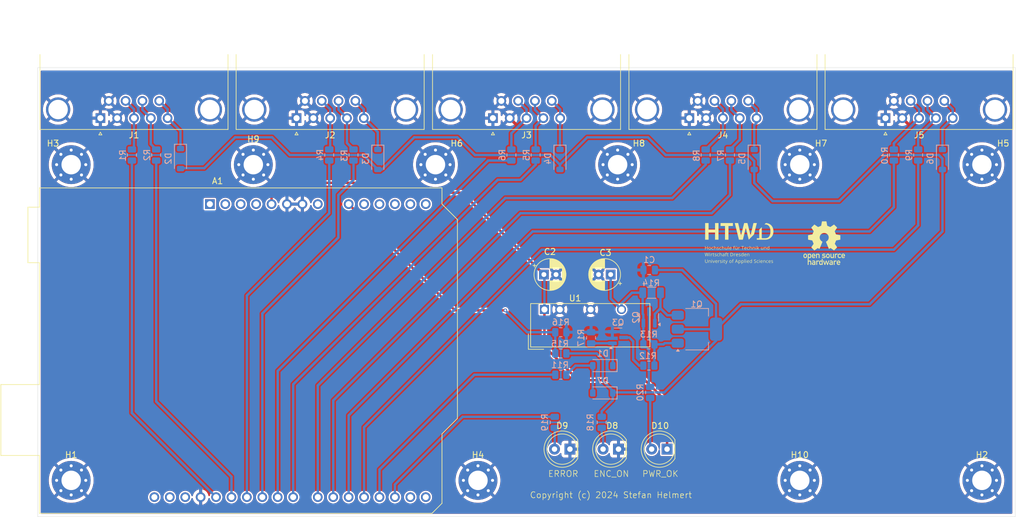
<source format=kicad_pcb>
(kicad_pcb (version 20241229) (generator "pcbnew") (generator_version "9.0")
  (title_block (title "Coordinate Measurement Arm Logic Board") (date "2024-07-18") (rev "0.1") (company "HTW Dresden"))
  (layers (0 "F.Cu" signal) (2 "B.Cu" signal) (13 "F.Paste" user) (15 "B.Paste" user) (5 "F.SilkS" user "F.Silkscreen") (7 "B.SilkS" user "B.Silkscreen") (1 "F.Mask" user) (3 "B.Mask" user) (25 "Edge.Cuts" user))
  (net 0 "")
  (net 3 "/B2")
  (net 4 "GND")
  (net 5 "+5V")
  (net 6 "/B3")
  (net 10 "/B0")
  (net 13 "/A3")
  (net 17 "/A2")
  (net 18 "Net-(A1-D3)")
  (net 19 "/A4")
  (net 20 "/Error_LED")
  (net 21 "/A0")
  (net 25 "/B1")
  (net 26 "/A1")
  (net 28 "/B4")
  (net 29 "Net-(A1-A0)")
  (net 31 "/PWR")
  (net 32 "+9V")
  (net 33 "Net-(D1-K)")
  (net 34 "Net-(D1-A)")
  (net 35 "Net-(D2-K)")
  (net 36 "Net-(D3-K)")
  (net 37 "Net-(D4-K)")
  (net 38 "Net-(D5-K)")
  (net 39 "Net-(D6-K)")
  (net 40 "Net-(D8-A)")
  (net 41 "Net-(D9-A)")
  (net 42 "Net-(D10-A)")
  (net 43 "Net-(J1-Pad3)")
  (net 44 "Net-(J1-Pad4)")
  (net 45 "Net-(J2-Pad3)")
  (net 46 "Net-(J2-Pad4)")
  (net 47 "Net-(J3-Pad3)")
  (net 48 "Net-(J3-Pad4)")
  (net 49 "Net-(J4-Pad4)")
  (net 50 "Net-(J4-Pad3)")
  (net 51 "Net-(J5-Pad3)")
  (net 52 "Net-(J5-Pad4)")
  (net 53 "Net-(Q1-B)")
  (net 54 "Net-(Q1-E)")
  (net 55 "Net-(Q3-C)")
  (footprint "MountingHole:MountingHole_3.2mm_M3_Pad_Via" (layer "F.Cu") (at 123 42)
    (property "Reference" "H8")
    (property "Value" "MountingHole_Pad")
  )
  (footprint "Connector_Dsub:DSUB-9_Socket_Horizontal_P2.77x2.84mm_EdgePinOffset7.70mm_Housed_MountingHolesOffset9.12mm" (layer "F.Cu") (at 102.46 34.34 180)
    (property "Reference" "J3")
    (property "Value" "DE9_Receptacle_MountingHoles")
  )
  (footprint "MountingHole:MountingHole_3.2mm_M3_Pad_Via" (layer "F.Cu") (at 33 94)
    (property "Reference" "H1")
    (property "Value" "MountingHole_Pad")
  )
  (footprint "Module:Arduino_UNO_R3" (layer "F.Cu") (at 55.84 48.5)
    (property "Reference" "A1")
    (property "Value" "Arduino_UNO_R3")
  )
  (footprint "Capacitor_THT:CP_Radial_D5.0mm_P2.00mm" (layer "F.Cu") (at 121.85625 60.09875 180)
    (property "Reference" "C3")
    (property "Value" "22 uF")
  )
  (footprint "MountingHole:MountingHole_3.2mm_M3_Pad_Via" (layer "F.Cu") (at 100 94)
    (property "Reference" "H4")
    (property "Value" "MountingHole_Pad")
  )
  (footprint "MountingHole:MountingHole_3.2mm_M3_Pad_Via" (layer "F.Cu") (at 153 42)
    (property "Reference" "H7")
    (property "Value" "MountingHole_Pad")
  )
  (footprint "Connector_Dsub:DSUB-9_Socket_Horizontal_P2.77x2.84mm_EdgePinOffset7.70mm_Housed_MountingHolesOffset9.12mm" (layer "F.Cu") (at 37.805 34.34 180)
    (property "Reference" "J1")
    (property "Value" "DE9_Receptacle_MountingHoles")
  )
  (footprint "Capacitor_THT:CP_Radial_D5.0mm_P2.00mm" (layer "F.Cu") (at 110.85625 60.09875)
    (property "Reference" "C2")
    (property "Value" "22 uF")
  )
  (footprint "MountingHole:MountingHole_3.2mm_M3_Pad_Via" (layer "F.Cu") (at 183 94)
    (property "Reference" "H2")
    (property "Value" "MountingHole_Pad")
  )
  (footprint "MountingHole:MountingHole_3.2mm_M3_Pad_Via" (layer "F.Cu") (at 93 42)
    (property "Reference" "H6")
    (property "Value" "MountingHole_Pad")
  )
  (footprint "LED_THT:LED_D5.0mm" (layer "F.Cu") (at 123.14375 88.85625 180)
    (property "Reference" "D8")
    (property "Value" "LED")
  )
  (footprint "Connector_Dsub:DSUB-9_Socket_Horizontal_P2.77x2.84mm_EdgePinOffset7.70mm_Housed_MountingHolesOffset9.12mm" (layer "F.Cu") (at 167.115 34.34 180)
    (property "Reference" "J5")
    (property "Value" "DE9_Receptacle_MountingHoles")
  )
  (footprint "MountingHole:MountingHole_3.2mm_M3_Pad_Via" (layer "F.Cu") (at 153 94)
    (property "Reference" "H10")
    (property "Value" "MountingHole_Pad")
  )
  (footprint "MountingHole:MountingHole_3.2mm_M3_Pad_Via" (layer "F.Cu") (at 183 42)
    (property "Reference" "H5")
    (property "Value" "MountingHole_Pad")
  )
  (footprint "LED_THT:LED_D5.0mm" (layer "F.Cu") (at 115.14375 88.85625 180)
    (property "Reference" "D9")
    (property "Value" "LED")
  )
  (footprint "Converter_DCDC_2:Converter_DCDC_Aimtec_AM2DS-xxxxSJZ_Single_THT" (layer "F.Cu") (at 110.94375 65.85625 90)
    (property "Reference" "U1")
    (property "Value" "AM2DS-0509SJZ")
  )
  (footprint "LED_THT:LED_D5.0mm" (layer "F.Cu") (at 131.14375 88.85625 180)
    (property "Reference" "D10")
    (property "Value" "LED")
  )
  (footprint "MountingHole:MountingHole_3.2mm_M3_Pad_Via" (layer "F.Cu") (at 63 42)
    (property "Reference" "H9")
    (property "Value" "MountingHole_Pad")
  )
  (footprint "MountingHole:MountingHole_3.2mm_M3_Pad_Via" (layer "F.Cu") (at 33 42)
    (property "Reference" "H3")
    (property "Value" "MountingHole_Pad")
  )
  (footprint "Connector_Dsub:DSUB-9_Socket_Horizontal_P2.77x2.84mm_EdgePinOffset7.70mm_Housed_MountingHolesOffset9.12mm" (layer "F.Cu") (at 70.115 34.34 180)
    (property "Reference" "J2")
    (property "Value" "DE9_Receptacle_MountingHoles")
  )
  (footprint "Connector_Dsub:DSUB-9_Socket_Horizontal_P2.77x2.84mm_EdgePinOffset7.70mm_Housed_MountingHolesOffset9.12mm" (layer "F.Cu") (at 134.805 34.34 180)
    (property "Reference" "J4")
    (property "Value" "DE9_Receptacle_MountingHoles")
  )
  (footprint "Resistor_SMD:R_0805_2012Metric" (layer "B.Cu") (at 137.5 40.4125 90)
    (property "Reference" "R8")
    (property "Value" "10k")
  )
  (footprint "Package_TO_SOT_SMD:SOT-223-3_TabPin2" (layer "B.Cu") (at 136.05625 69.09875)
    (property "Reference" "Q1")
    (property "Value" "BDP948")
  )
  (footprint "Diode_SMD:D_SOD-123" (layer "B.Cu") (at 51 41 -90)
    (property "Reference" "D2")
    (property "Value" "1N4148W")
  )
  (footprint "Diode_SMD:D_SOD-123" (layer "B.Cu") (at 120.55625 79.59875 180)
    (property "Reference" "D7")
    (property "Value" "1N4148W")
  )
  (footprint "Resistor_SMD:R_0805_2012Metric" (layer "B.Cu") (at 118.63125 70.51125 -90)
    (property "Reference" "R17")
    (property "Value" "10k")
  )
  (footprint "Resistor_SMD:R_0805_2012Metric" (layer "B.Cu") (at 128.14375 71.59875 180)
    (property "Reference" "R13")
    (property "Value" "10k")
  )
  (footprint "Capacitor_SMD:C_0805_2012Metric" (layer "B.Cu") (at 128.19375 59.35625 180)
    (property "Reference" "C1")
    (property "Value" "100 nF")
  )
  (footprint "Resistor_SMD:R_0805_2012Metric" (layer "B.Cu") (at 105.5 40.4125 90)
    (property "Reference" "R6")
    (property "Value" "10k")
  )
  (footprint "Diode_SMD:D_SOD-123" (layer "B.Cu") (at 83.5 41.15 -90)
    (property "Reference" "D3")
    (property "Value" "1N4148W")
  )
  (footprint "Resistor_SMD:R_0805_2012Metric" (layer "B.Cu") (at 109.5 40.4125 90)
    (property "Reference" "R5")
    (property "Value" "10k")
  )
  (footprint "Diode_SMD:D_SOD-123" (layer "B.Cu") (at 145.5 41.15 -90)
    (property "Reference" "D5")
    (property "Value" "1N4148W")
  )
  (footprint "Diode_SMD:D_SOD-123" (layer "B.Cu") (at 176.5 41.15 -90)
    (property "Reference" "D6")
    (property "Value" "1N4148W")
  )
  (footprint "Resistor_SMD:R_0805_2012Metric" (layer "B.Cu") (at 141.5 40.4125 90)
    (property "Reference" "R7")
    (property "Value" "10k")
  )
  (footprint "Resistor_SMD:R_0805_2012Metric" (layer "B.Cu") (at 113.64375 76.59875 180)
    (property "Reference" "R11")
    (property "Value" "10k")
  )
  (footprint "Package_TO_SOT_SMD:SOT-23" (layer "B.Cu") (at 123.06875 70.47375)
    (property "Reference" "Q3")
    (property "Value" "BC847")
  )
  (footprint "Resistor_SMD:R_0805_2012Metric" (layer "B.Cu") (at 75.5 40.4125 90)
    (property "Reference" "R4")
    (property "Value" "10k")
  )
  (footprint "Resistor_SMD:R_0805_2012Metric" (layer "B.Cu") (at 113.64375 73.09875)
    (property "Reference" "R15")
    (property "Value" "10k")
  )
  (footprint "Resistor_SMD:R_0805_2012Metric" (layer "B.Cu") (at 128.35625 79.51125 -90)
    (property "Reference" "R20")
    (property "Value" "1k")
  )
  (footprint "Resistor_SMD:R_0805_2012Metric" (layer "B.Cu") (at 79.5 40.4125 90)
    (property "Reference" "R3")
    (property "Value" "10k")
  )
  (footprint "Resistor_SMD:R_0805_2012Metric" (layer "B.Cu") (at 113.64375 69.59875 180)
    (property "Reference" "R16")
    (property "Value" "1k")
  )
  (footprint "Resistor_SMD:R_0805_2012Metric" (layer "B.Cu") (at 47 40.4125 90)
    (property "Reference" "R2")
    (property "Value" "10k")
  )
  (footprint "Diode_SMD:D_SOD-123" (layer "B.Cu") (at 120.55625 75.09875 180)
    (property "Reference" "D1")
    (property "Value" "1N4148W")
  )
  (footprint "Resistor_SMD:R_0805_2012Metric" (layer "B.Cu") (at 128.14375 75.09875)
    (property "Reference" "R12")
    (property "Value" "1k")
  )
  (footprint "Resistor_SMD:R_1206_3216Metric" (layer "B.Cu") (at 128.59375 63.09875)
    (property "Reference" "R14")
    (property "Value" "2.2")
  )
  (footprint "Package_TO_SOT_SMD:SOT-23" (layer "B.Cu") (at 128.18125 67.16125 90)
    (property "Reference" "Q2")
    (property "Value" "BC856")
  )
  (footprint "Resistor_SMD:R_0805_2012Metric" (layer "B.Cu") (at 168.5 40.4125 90)
    (property "Reference" "R10")
    (property "Value" "10k")
  )
  (footprint "Resistor_SMD:R_0805_2012Metric" (layer "B.Cu") (at 120.37875 84.44375 90)
    (property "Reference" "R18")
    (property "Value" "10k")
  )
  (footprint "Resistor_SMD:R_0805_2012Metric" (layer "B.Cu") (at 43 40.4125 90)
    (property "Reference" "R1")
    (property "Value" "10k")
  )
  (footprint "Diode_SMD:D_SOD-123" (layer "B.Cu") (at 113.5 41.15 -90)
    (property "Reference" "D4")
    (property "Value" "1N4148W")
  )
  (footprint "Resistor_SMD:R_0805_2012Metric" (layer "B.Cu") (at 112.64375 84.44375 90)
    (property "Reference" "R19")
    (property "Value" "1k")
  )
  (footprint "Resistor_SMD:R_0805_2012Metric" (layer "B.Cu") (at 172.5 40.4125 90)
    (property "Reference" "R9")
    (property "Value" "10k")
  )
  (gr_poly (pts (xy 146.969068 55.992104) (xy 146.917077 55.992104) (xy 146.907948 55.933366) (xy 146.904377 55.933366) (xy 146.902711 55.936022) (xy 146.90099 55.93863) (xy 146.899211 55.941191) (xy 146.897375 55.943703) (xy 146.895481 55.946167) (xy 146.893528 55.948581) (xy 146.891516 55.950946) (xy 146.889444 55.953259) (xy 146.887311 55.955522) (xy 146.885118 55.957733) (xy 146.882863 55.959891) (xy 146.880545 55.961997) (xy 146.878165 55.964049) (xy 146.875721 55.966047) (xy 146.873214 55.96799) (xy 146.870642 55.969879) (xy 146.868019 55.971707) (xy 146.865358 55.973471) (xy 146.862661 55.975172) (xy 146.859926 55.976811) (xy 146.857154 55.978391) (xy 146.854345 55.97991) (xy 146.851499 55.981372) (xy 146.848615 55.982777) (xy 146.845694 55.984126) (xy 146.842736 55.98542) (xy 146.836709 55.987849) (xy 146.830532 55.990074) (xy 146.824207 55.992104) (xy 146.817752 55.993909) (xy 146.811185 55.995458) (xy 146.804506 55.996757) (xy 146.797715 55.997809) (xy 146.790813 55.998619) (xy 146.7838 55.999191) (xy 146.776675 55.999532) (xy 146.769438 55.999644) (xy 146.763252 55.999583) (xy 146.757197 55.999401) (xy 146.751272 55.999097) (xy 146.745477 55.998671) (xy 146.739812 55.99812) (xy 146.734277 55.997447) (xy 146.728873 55.996648) (xy 146.723599 55.995725) (xy 146.718455 55.994676) (xy 146.713441 55.993501) (xy 146.708558 55.9922) (xy 146.703805 55.99077) (xy 146.699182 55.989213) (xy 146.694689 55.987528) (xy 146.690327 55.985714) (xy 146.686094 55.983769) (xy 146.681992 55.981691) (xy 146.678019 55.979473) (xy 146.674176 55.977117) (xy 146.670461 55.974623) (xy 146.666874 55.971991) (xy 146.663414 55.969224) (xy 146.660081 55.96632) (xy 146.656875 55.963281) (xy 146.653793 55.960106) (xy 146.650837 55.956798) (xy 146.648005 55.953356) (xy 146.645297 55.949781) (xy 146.642712 55.946073) (xy 146.64025 55.942233) (xy 146.63791 55.938262) (xy 146.635691 55.93416) (xy 146.633603 55.929914) (xy 146.631654 55.925511) (xy 146.629843 55.920952) (xy 146.62817 55.916238) (xy 146.626634 55.911372) (xy 146.625234 55.906352) (xy 146.623971 55.901182) (xy 146.622843 55.895862) (xy 146.62185 55.890392) (xy 146.620991 55.884775) (xy 146.620266 55.879012) (xy 146.619674 55.873103) (xy 146.619214 55.86705) (xy 146.618887 55.860854) (xy 146.618691 55.854516) (xy 146.618626 55.848038) (xy 146.618626 55.574194) (xy 146.68292 55.574194) (xy 146.68292 55.843673) (xy 146.683013 55.850119) (xy 146.683292 55.856359) (xy 146.683757 55.862394) (xy 146.684408 55.868223) (xy 146.685245 55.873845) (xy 146.686268 55.879259) (xy 146.687478 55.884465) (xy 146.688873 55.889462) (xy 146.690454 55.89425) (xy 146.692222 55.898828) (xy 146.694175 55.903196) (xy 146.696314 55.907352) (xy 146.69864 55.911297) (xy 146.701151 55.91503) (xy 146.703849 55.91855) (xy 146.706733 55.921857) (xy 146.709807 55.924959) (xy 146.713075 55.927865) (xy 146.716538 55.930575) (xy 146.720195 55.933087) (xy 146.724045 55.935402) (xy 146.728087 55.937519) (xy 146.732321 55.939436) (xy 146.736746 55.941155) (xy 146.741362 55.942673) (xy 146.746168 55.943991) (xy 146.751164 55.945108) (xy 146.756348 55.946023) (xy 146.761721 55.946735) (xy 146.767282 55.947245) (xy 146.77303 55.947551) (xy 146.778964 55.947654) (xy 146.784694 55.947588) (xy 146.790276 55.947392) (xy 146.79571 55.947062) (xy 146.800997 55.946599) (xy 146.806137 55.946002) (xy 146.811132 55.945268) (xy 146.815981 55.944397) (xy 146.820686 55.943387) (xy 146.825246 55.942238) (xy 146.829662 55.940949) (xy 146.833936 55.939517) (xy 146.838067 55.937943) (xy 146.842057 55.936224) (xy 146.845905 55.93436) (xy 146.849612 55.932349) (xy 146.853179 55.930191) (xy 146.856542 55.927963) (xy 146.859784 55.925597) (xy 146.862907 55.923094) (xy 146.86591 55.920455) (xy 146.868795 55.917681) (xy 146.871562 55.914773) (xy 146.874211 55.911733) (xy 146.876744 55.908561) (xy 146.87916 55.905259) (xy 146.881461 55.901828) (xy 146.883646 55.898269) (xy 146.885717 55.894584) (xy 146.887674 55.890772) (xy 146.889518 55.886837) (xy 146.891249 55.882778) (xy 146.892867 55.878597) (xy 146.894379 55.87429) (xy 146.895789 55.869855) (xy 146.897097 55.865291) (xy 146.898305 55.860601) (xy 146.899413 55.855785) (xy 146.900422 55.850845) (xy 146.902144 55.840596) (xy 146.903474 55.829864) (xy 146.904419 55.818657) (xy 146.904983 55.806985) (xy 146.90517 55.794857) (xy 146.905171 55.794857) (xy 146.905171 55.573797) (xy 146.969068 55.573797)) (stroke (width -0.000001)) (fill yes) (layer "F.SilkS"))
  (gr_poly (pts (xy 143.326151 53.637047) (xy 143.842883 51.618144) (xy 144.381838 51.618144) (xy 144.896585 53.637047) (xy 145.371248 51.618144) (xy 145.932033 51.618144) (xy 145.46491 53.490203) (xy 144.597739 54.357375) (xy 144.109582 52.435706) (xy 143.624205 54.360947) (xy 142.976902 54.360947) (xy 142.291101 51.618144) (xy 142.851886 51.618144)) (stroke (width -0.000001)) (fill yes) (layer "F.SilkS"))
  (gr_poly (pts (xy 142.354174 56.656491) (xy 142.357355 56.656547) (xy 142.360573 56.65664) (xy 142.363829 56.65677) (xy 142.370452 56.657142) (xy 142.377223 56.657663) (xy 142.380722 56.657979) (xy 142.384082 56.658332) (xy 142.387311 56.658723) (xy 142.390419 56.659151) (xy 142.393416 56.659616) (xy 142.39631 56.660118) (xy 142.399112 56.660658) (xy 142.401829 56.661234) (xy 142.393892 56.719972) (xy 142.391194 56.719263) (xy 142.388454 56.71862) (xy 142.385667 56.718032) (xy 142.382829 56.717491) (xy 142.379935 56.716987) (xy 142.376981 56.716512) (xy 142.370873 56.715606) (xy 142.367767 56.715327) (xy 142.364703 56.715085) (xy 142.361686 56.714881) (xy 142.358719 56.714713) (xy 142.355809 56.714583) (xy 142.352958 56.71449) (xy 142.350173 56.714435) (xy 142.347458 56.714416) (xy 142.344272 56.714458) (xy 142.341114 56.714583) (xy 142.337984 56.71479) (xy 142.334882 56.71508) (xy 142.331808 56.715451) (xy 142.328761 56.715902) (xy 142.325743 56.716434) (xy 142.322752 56.717045) (xy 142.31979 56.717736) (xy 142.316855 56.718505) (xy 142.313948 56.719352) (xy 142.311069 56.720276) (xy 142.308218 56.721277) (xy 142.305395 56.722354) (xy 142.3026 56.723507) (xy 142.299833 56.724735) (xy 142.297028 56.726033) (xy 142.29427 56.727396) (xy 142.291559 56.728826) (xy 142.288894 56.730322) (xy 142.286275 56.731886) (xy 142.283703 56.733518) (xy 142.281178 56.735218) (xy 142.278699 56.736988) (xy 142.276267 56.738828) (xy 142.273881 56.740737) (xy 142.271541 56.742718) (xy 142.269248 56.744771) (xy 142.267002 56.746895) (xy 142.264802 56.749092) (xy 142.262649 56.751362) (xy 142.260542 56.753707) (xy 142.258486 56.756046) (xy 142.256486 56.758451) (xy 142.254542 56.76092) (xy 142.252654 56.763455) (xy 142.250822 56.766055) (xy 142.249045 56.76872) (xy 142.247324 56.77145) (xy 142.245659 56.774245) (xy 142.24405 56.777105) (xy 142.242497 56.780031) (xy 142.240999 56.783021) (xy 142.239557 56.786077) (xy 142.238171 56.789198) (xy 142.236841 56.792383) (xy 142.235567 56.795634) (xy 142.234348 56.79895) (xy 142.233195 56.802322) (xy 142.232116 56.80574) (xy 142.231111 56.809203) (xy 142.230181 56.812711) (xy 142.228544 56.819859) (xy 142.227204 56.827178) (xy 142.226162 56.834666) (xy 142.225418 56.842315) (xy 142.224972 56.850123) (xy 142.224823 56.858085) (xy 142.224823 57.082319) (xy 142.160926 57.082319) (xy 142.160926 56.664013) (xy 142.213711 56.664013) (xy 142.220457 56.741007) (xy 142.223236 56.741007) (xy 142.226585 56.735259) (xy 142.230088 56.729627) (xy 142.233749 56.724117) (xy 142.237572 56.718732) (xy 142.241564 56.713477) (xy 142.243623 56.7109) (xy 142.245727 56.708357) (xy 142.247875 56.70585) (xy 142.250067 56.703377) (xy 142.252305 56.700941) (xy 142.254588 56.698541) (xy 142.256914 56.696188) (xy 142.259278 56.693891) (xy 142.261682 56.691651) (xy 142.264126 56.689468) (xy 142.266612 56.687344) (xy 142.269141 56.685279) (xy 142.271714 56.683273) (xy 142.274333 56.681326) (xy 142.276998 56.67944) (xy 142.279711 56.677616) (xy 142.282473 56.675853) (xy 142.285284 56.674152) (xy 142.288147 56.672513) (xy 142.291062 56.670939) (xy 142.294031 56.669428) (xy 142.297055 56.667981) (xy 142.300124 56.666609) (xy 142.303232 56.665322) (xy 142.306377 56.664119) (xy 142.309562 56.663002) (xy 142.312787 56.661971) (xy 142.316051 56.661026) (xy 142.319356 56.660169) (xy 142.322703 56.659399) (xy 142.326091 56.658718) (xy 142.329522 56.658126) (xy 142.332995 56.657623) (xy 142.336513 56.65721) (xy 142.340074 56.656888) (xy 142.34368 56.656658) (xy 142.347332 56.656519) (xy 142.351029 56.656473)) (stroke (width -0.000001)) (fill yes) (layer "F.SilkS"))
  (gr_poly (pts (xy 138.54738 58.178884) (xy 138.48388 58.178884) (xy 138.48388 57.760578) (xy 138.54738 57.760578)) (stroke (width -0.000001)) (fill yes) (layer "F.SilkS"))
  (gr_poly (pts (xy 143.95758 58.178885) (xy 143.893683 58.178885) (xy 143.893683 57.585159) (xy 143.95758 57.585159)) (stroke (width -0.000001)) (fill yes) (layer "F.SilkS"))
  (gr_poly (pts (xy 146.355038 57.604251) (xy 146.35693 57.604375) (xy 146.358793 57.604581) (xy 146.360627 57.604867) (xy 146.36243 57.605231) (xy 146.364203 57.605674) (xy 146.365944 57.606194) (xy 146.367653 57.606789) (xy 146.369329 57.607458) (xy 146.370972 57.608201) (xy 146.372582 57.609016) (xy 146.374157 57.609902) (xy 146.375698 57.610858) (xy 146.377202 57.611882) (xy 146.378671 57.612973) (xy 146.380103 57.614131) (xy 146.381471 57.615438) (xy 146.382746 57.61683) (xy 146.383929 57.618306) (xy 146.385021 57.619867) (xy 146.386023 57.621515) (xy 146.386934 57.623249) (xy 146.387755 57.625071) (xy 146.388488 57.62698) (xy 146.389132 57.628978) (xy 146.389689 57.631064) (xy 146.390158 57.63324) (xy 146.390541 57.635507) (xy 146.390837 57.637863) (xy 146.391048 57.640312) (xy 146.391175 57.642852) (xy 146.391217 57.645484) (xy 146.391175 57.648051) (xy 146.391048 57.650543) (xy 146.390837 57.652957) (xy 146.390541 57.655294) (xy 146.390158 57.657552) (xy 146.389689 57.659729) (xy 146.389132 57.661826) (xy 146.388488 57.663839) (xy 146.387755 57.665769) (xy 146.386934 57.667614) (xy 146.386023 57.669373) (xy 146.385021 57.671045) (xy 146.383929 57.672628) (xy 146.382746 57.674122) (xy 146.381471 57.675526) (xy 146.380103 57.676837) (xy 146.378671 57.678065) (xy 146.377202 57.679217) (xy 146.375697 57.680295) (xy 146.374157 57.681296) (xy 146.372581 57.68222) (xy 146.370972 57.683067) (xy 146.369329 57.683836) (xy 146.367652 57.684526) (xy 146.365943 57.685138) (xy 146.364202 57.68567) (xy 146.36243 57.686121) (xy 146.360627 57.686492) (xy 146.358793 57.686781) (xy 146.35693 57.686989) (xy 146.355038 57.687114) (xy 146.353117 57.687155) (xy 146.351057 57.687114) (xy 146.349043 57.686989) (xy 146.347075 57.686781) (xy 146.345154 57.686492) (xy 146.34328 57.686121) (xy 146.341452 57.68567) (xy 146.339671 57.685138) (xy 146.337936 57.684526) (xy 146.336248 57.683836) (xy 146.334606 57.683067) (xy 146.333011 57.68222) (xy 146.331462 57.681296) (xy 146.32996 57.680295) (xy 146.328504 57.679217) (xy 146.327095 57.678065) (xy 146.325732 57.676837) (xy 146.324435 57.675526) (xy 146.323221 57.674122) (xy 146.322091 57.672629) (xy 146.321045 57.671045) (xy 146.320082 57.669373) (xy 146.319203 57.667614) (xy 146.318408 57.665769) (xy 146.317696 57.66384) (xy 146.317068 57.661826) (xy 146.316524 57.65973) (xy 146.316064 57.657552) (xy 146.315687 57.655294) (xy 146.315394 57.652958) (xy 146.315185 57.650543) (xy 146.315059 57.648051) (xy 146.315017 57.645484) (xy 146.315059 57.642852) (xy 146.315185 57.640312) (xy 146.315394 57.637863) (xy 146.315687 57.635507) (xy 146.316064 57.63324) (xy 146.316524 57.631064) (xy 146.317068 57.628978) (xy 146.317696 57.62698) (xy 146.318408 57.625071) (xy 146.319203 57.623249) (xy 146.320082 57.621515) (xy 146.321045 57.619867) (xy 146.322091 57.618306) (xy 146.323221 57.61683) (xy 146.324435 57.615438) (xy 146.325732 57.614131) (xy 146.327161 57.612908) (xy 146.328618 57.611768) (xy 146.330107 57.61071) (xy 146.33163 57.609735) (xy 146.333187 57.60884) (xy 146.334781 57.608027) (xy 146.336413 57.607294) (xy 146.338085 57.60664) (xy 146.339799 57.606066) (xy 146.341557 57.60557) (xy 146.34336 57.605152) (xy 146.34521 57.604811) (xy 146.347109 57.604547) (xy 146.349059 57.604359) (xy 146.351061 57.604247) (xy 146.353117 57.604209)) (stroke (width -0.000001)) (fill yes) (layer "F.SilkS"))
  (gr_poly (pts (xy 157.361748 51.335204) (xy 157.363259 51.335316) (xy 157.364762 51.335501) (xy 157.366256 51.335756) (xy 157.367737 51.336081) (xy 157.369205 51.336472) (xy 157.370656 51.336929) (xy 157.372088 51.337449) (xy 157.3735 51.33803) (xy 157.374888 51.338671) (xy 157.376251 51.33937) (xy 157.377586 51.340124) (xy 157.378891 51.340933) (xy 157.380164 51.341793) (xy 157.381403 51.342705) (xy 157.382605 51.343664) (xy 157.383769 51.34467) (xy 157.384891 51.345721) (xy 157.38597 51.346815) (xy 157.387004 51.34795) (xy 157.387989 51.349124) (xy 157.388925 51.350336) (xy 157.389808 51.351583) (xy 157.390637 51.352864) (xy 157.391409 51.354176) (xy 157.392123 51.355518) (xy 157.392774 51.356889) (xy 157.393363 51.358286) (xy 157.393886 51.359707) (xy 157.394341 51.361151) (xy 157.394725 51.362615) (xy 157.395038 51.364098) (xy 157.520649 52.038905) (xy 157.520966 52.0404) (xy 157.521351 52.0419) (xy 157.522317 52.044906) (xy 157.523529 52.047903) (xy 157.52497 52.05087) (xy 157.526624 52.053789) (xy 157.528473 52.056639) (xy 157.5305 52.059402) (xy 157.532689 52.062057) (xy 157.535022 52.064586) (xy 157.537484 52.066968) (xy 157.540056 52.069183) (xy 157.542722 52.071213) (xy 157.545465 52.073038) (xy 157.548268 52.074638) (xy 157.549687 52.075347) (xy 157.551114 52.075993) (xy 157.552548 52.076573) (xy 157.553986 52.077084) (xy 158.006265 52.262226) (xy 158.009075 52.263463) (xy 158.012055 52.264496) (xy 158.015178 52.265328) (xy 158.01842 52.265959) (xy 158.021752 52.266391) (xy 158.02515 52.266628) (xy 158.028587 52.266669) (xy 158.032037 52.266518) (xy 158.035473 52.266175) (xy 158.038869 52.265643) (xy 158.0422 52.264923) (xy 158.045438 52.264018) (xy 158.048558 52.262929) (xy 158.051533 52.261657) (xy 158.054338 52.260205) (xy 158.056946 52.258575) (xy 158.620706 51.871701) (xy 158.621976 51.870874) (xy 158.623284 51.870111) (xy 158.624626 51.869413) (xy 158.626 51.868778) (xy 158.627403 51.868206) (xy 158.628832 51.867699) (xy 158.630285 51.867254) (xy 158.631758 51.866872) (xy 158.633248 51.866552) (xy 158.634753 51.866295) (xy 158.637795 51.865967) (xy 158.640861 51.865884) (xy 158.643929 51.866046) (xy 158.646974 51.866449) (xy 158.649975 51.867092) (xy 158.652908 51.867973) (xy 158.654342 51.868502) (xy 158.65575 51.869089) (xy 158.65713 51.869735) (xy 158.658479 51.870439) (xy 158.659793 51.871201) (xy 158.66107 51.87202) (xy 158.662308 51.872897) (xy 158.663502 51.873831) (xy 158.664652 51.874821) (xy 158.665752 51.875868) (xy 159.140534 52.35065) (xy 159.141581 52.351751) (xy 159.14257 52.3529) (xy 159.143503 52.354095) (xy 159.144379 52.355333) (xy 159.145196 52.356612) (xy 159.145956 52.357927) (xy 159.147302 52.360658) (xy 159.148413 52.363503) (xy 159.149289 52.366439) (xy 159.149927 52.369444) (xy 159.150327 52.372493) (xy 159.150485 52.375564) (xy 159.1504 52.378634) (xy 159.150072 52.381679) (xy 159.149497 52.384678) (xy 159.148674 52.387605) (xy 159.148169 52.389036) (xy 159.147601 52.39044) (xy 159.146971 52.391814) (xy 159.146277 52.393157) (xy 159.145521 52.394465) (xy 159.1447 52.395735) (xy 158.764573 52.949772) (xy 158.762939 52.952391) (xy 158.761488 52.9552) (xy 158.760222 52.958174) (xy 158.759144 52.961287) (xy 158.758254 52.964514) (xy 158.757555 52.967829) (xy 158.757048 52.971207) (xy 158.756735 52.974622) (xy 158.756617 52.978048) (xy 158.756696 52.981461) (xy 158.756974 52.984834) (xy 158.757452 52.988142) (xy 158.758132 52.99136) (xy 158.759015 52.994462) (xy 158.760103 52.997422) (xy 158.761398 53.000215) (xy 158.961384 53.466781) (xy 158.962526 53.469646) (xy 158.96393 53.472485) (xy 158.965577 53.475281) (xy 158.967446 53.478016) (xy 158.969517 53.480675) (xy 158.971771 53.483239) (xy 158.974188 53.485693) (xy 158.976748 53.488019) (xy 158.979432 53.490201) (xy 158.982218 53.492221) (xy 158.985089 53.494062) (xy 158.988023 53.495708) (xy 158.991001 53.497142) (xy 158.994003 53.498346) (xy 158.997009 53.499305) (xy 159 53.5) (xy 159.652423 53.621325) (xy 159.653902 53.621644) (xy 159.655363 53.622035) (xy 159.656804 53.622496) (xy 159.658222 53.623024) (xy 159.659616 53.623617) (xy 159.660984 53.624273) (xy 159.662324 53.62499) (xy 159.663634 53.625765) (xy 159.666157 53.627483) (xy 159.668539 53.629408) (xy 159.670764 53.631523) (xy 159.672817 53.633811) (xy 159.674684 53.636254) (xy 159.676349 53.638834) (xy 159.677799 53.641534) (xy 159.678437 53.642923) (xy 159.679016 53.644335) (xy 159.679534 53.645769) (xy 159.679988 53.647221) (xy 159.680377 53.64869) (xy 159.680698 53.650174) (xy 159.680951 53.65167) (xy 159.681132 53.653176) (xy 159.681241 53.65469) (xy 159.681276 53.65621) (xy 159.681196 54.327682) (xy 159.681158 54.329199) (xy 159.681046 54.33071) (xy 159.68086 54.332215) (xy 159.680604 54.33371) (xy 159.680279 54.335193) (xy 159.679886 54.336663) (xy 159.679429 54.338116) (xy 159.678908 54.339551) (xy 159.678325 54.340965) (xy 159.677683 54.342356) (xy 159.676983 54.343722) (xy 159.676228 54.34506) (xy 159.675418 54.346368) (xy 159.674556 54.347644) (xy 159.673644 54.348886) (xy 159.672683 54.350091) (xy 159.671676 54.351257) (xy 159.670624 54.352382) (xy 159.66953 54.353463) (xy 159.668395 54.354499) (xy 159.66722 54.355487) (xy 159.666009 54.356424) (xy 159.664762 54.357308) (xy 159.663482 54.358138) (xy 159.66217 54.358911) (xy 159.660829 54.359624) (xy 159.65946 54.360276) (xy 159.658065 54.360863) (xy 159.656646 54.361384) (xy 159.655205 54.361837) (xy 159.653744 54.362219) (xy 159.652264 54.362528) (xy 159.015875 54.480955) (xy 159.014377 54.481263) (xy 159.012875 54.481639) (xy 159.011373 54.482083) (xy 159.009873 54.482592) (xy 159.006885 54.483796) (xy 159.003933 54.485234) (xy 159.001034 54.48689) (xy 158.998208 54.488744) (xy 158.995474 54.49078) (xy 158.992851 54.492981) (xy 158.990357 54.495329) (xy 158.988012 54.497806) (xy 158.985835 54.500395) (xy 158.983845 54.503079) (xy 158.98206 54.50584) (xy 158.980501 54.508661) (xy 158.979185 54.511524) (xy 158.978624 54.512966) (xy 158.978132 54.514412) (xy 158.779457 55.010704) (xy 158.778227 55.013527) (xy 158.777203 55.016517) (xy 158.77638 55.019647) (xy 158.775759 55.022893) (xy 158.775335 55.026227) (xy 158.775108 55.029625) (xy 158.775075 55.03306) (xy 158.775235 55.036506) (xy 158.775584 55.039938) (xy 158.776122 55.04333) (xy 158.776846 55.046655) (xy 158.777754 55.049889) (xy 158.778844 55.053004) (xy 158.780114 55.055976) (xy 158.781563 55.058778) (xy 158.783187 55.061385) (xy 159.1447 55.588158) (xy 159.145527 55.589428) (xy 159.14629 55.590736) (xy 159.146989 55.592079) (xy 159.147623 55.593455) (xy 159.148195 55.59486) (xy 159.148703 55.596291) (xy 159.149147 55.597746) (xy 159.149529 55.599221) (xy 159.149849 55.600714) (xy 159.150106 55.602222) (xy 159.150434 55.605271) (xy 159.150517 55.608345) (xy 159.150355 55.611419) (xy 159.149952 55.614472) (xy 159.149309 55.61748) (xy 159.148428 55.62042) (xy 159.147899 55.621857) (xy 159.147312 55.623268) (xy 159.146666 55.62465) (xy 159.145962 55.626001) (xy 159.1452 55.627318) (xy 159.144381 55.628597) (xy 159.143504 55.629836) (xy 159.142571 55.631032) (xy 159.14158 55.632181) (xy 159.140533 55.633282) (xy 158.665672 56.108064) (xy 158.664578 56.109103) (xy 158.663435 56.110087) (xy 158.662246 56.111015) (xy 158.661013 56.111886) (xy 158.659739 56.1127) (xy 158.658428 56.113457) (xy 158.655704 56.114798) (xy 158.652863 56.115908) (xy 158.64993 56.116784) (xy 158.646927 56.117424) (xy 158.643879 56.117827) (xy 158.640807 56.117989) (xy 158.637736 56.11791) (xy 158.634689 56.117586) (xy 158.631689 56.117016) (xy 158.628759 56.116197) (xy 158.627328 56.115694) (xy 158.625924 56.115128) (xy 158.624548 56.114499) (xy 158.623205 56.113807) (xy 158.621897 56.113051) (xy 158.620627 56.112231) (xy 158.103141 55.757068) (xy 158.10054 55.755448) (xy 158.097754 55.754028) (xy 158.094808 55.752808) (xy 158.091729 55.751789) (xy 158.08854 55.750971) (xy 158.085268 55.750353) (xy 158.081938 55.749938) (xy 158.078575 55.749725) (xy 158.075204 55.749715) (xy 158.071852 55.749908) (xy 158.068542 55.750305) (xy 158.065302 55.750906) (xy 158.062155 55.751712) (xy 158.059128 55.752723) (xy 158.056245 55.753939) (xy 158.053532 55.755361) (xy 157.825329 55.877202) (xy 157.823964 55.87785) (xy 157.822588 55.878421) (xy 157.821204 55.878914) (xy 157.819812 55.87933) (xy 157.818417 55.87967) (xy 157.817019 55.879936) (xy 157.815622 55.880127) (xy 157.814228 55.880245) (xy 157.812839 55.880291) (xy 157.811458 55.880265) (xy 157.810087 55.880169) (xy 157.808729 55.880003) (xy 157.807385 55.879769) (xy 157.806058 55.879466) (xy 157.804751 55.879096) (xy 157.803466 55.87866) (xy 157.802205 55.878159) (xy 157.800971 55.877593) (xy 157.799766 55.876964) (xy 157.798592 55.876271) (xy 157.797452 55.875518) (xy 157.796349 55.874703) (xy 157.795283 55.873827) (xy 157.794259 55.872893) (xy 157.793278 55.8719) (xy 157.792343 55.87085) (xy 157.791456 55.869743) (xy 157.790619 55.868581) (xy 157.789835 55.867363) (xy 157.789107 55.866092) (xy 157.788435 55.864767) (xy 157.787824 55.863391) (xy 157.317329 54.726423) (xy 157.316785 54.725009) (xy 157.316313 54.723573) (xy 157.315912 54.722118) (xy 157.315581 54.720647) (xy 157.31532 54.719163) (xy 157.315128 54.717669) (xy 157.315002 54.716166) (xy 157.314944 54.714658) (xy 157.314951 54.713148) (xy 157.315023 54.711637) (xy 157.315159 54.71013) (xy 157.315357 54.708628) (xy 157.315618 54.707134) (xy 157.31594 54.705651) (xy 157.316322 54.704182) (xy 157.316763 54.70273) (xy 157.317263 54.701296) (xy 157.31782 54.699884) (xy 157.318434 54.698497) (xy 157.319103 54.697136) (xy 157.319827 54.695806) (xy 157.320605 54.694508) (xy 157.321436 54.693246) (xy 157.322318 54.692021) (xy 157.323252 54.690837) (xy 157.324236 54.689697) (xy 157.325269 54.688603) (xy 157.32635 54.687557) (xy 157.327479 54.686563) (xy 157.328654 54.685624) (xy 157.329875 54.684741) (xy 157.33114 54.683918) (xy 157.38825 54.648953) (xy 157.392361 54.646335) (xy 157.39675 54.643347) (xy 157.401334 54.640054) (xy 157.40603 54.636521) (xy 157.410757 54.632813) (xy 157.41543 54.628995) (xy 157.419968 54.625133) (xy 157.424287 54.621291) (xy 157.462093 54.595413) (xy 157.498173 54.567317) (xy 157.53243 54.537099) (xy 157.564764 54.504858) (xy 157.595078 54.470691) (xy 157.623272 54.434697) (xy 157.649249 54.396973) (xy 157.672909 54.357617) (xy 157.694155 54.316728) (xy 157.712887 54.274402) (xy 157.729008 54.230738) (xy 157.742418 54.185835) (xy 157.75302 54.139789) (xy 157.760714 54.092698) (xy 157.765403 54.044662) (xy 157.766988 53.995776) (xy 157.766022 53.957562) (xy 157.763154 53.919849) (xy 157.758432 53.882685) (xy 157.751902 53.846116) (xy 157.74361 53.810188) (xy 157.733604 53.774949) (xy 157.721929 53.740445) (xy 157.708633 53.706722) (xy 157.693763 53.673828) (xy 157.677364 53.641809) (xy 157.659484 53.610711) (xy 157.640169 53.580582) (xy 157.619466 53.551468) (xy 157.597422 53.523415) (xy 157.574083 53.496471) (xy 157.549496 53.470681) (xy 157.523707 53.446093) (xy 157.496764 53.422753) (xy 157.468712 53.400708) (xy 157.439599 53.380005) (xy 157.409472 53.360689) (xy 157.378376 53.342809) (xy 157.346358 53.32641) (xy 157.313466 53.311539) (xy 157.279746 53.298243) (xy 157.245244 53.286568) (xy 157.210007 53.276562) (xy 157.174083 53.26827) (xy 157.137516 53.26174) (xy 157.100355 53.257017) (xy 157.062646 53.25415) (xy 157.024435 53.253183) (xy 156.986224 53.25415) (xy 156.948515 53.257017) (xy 156.911353 53.26174) (xy 156.874786 53.26827) (xy 156.83886 53.276562) (xy 156.803623 53.286568) (xy 156.76912 53.298243) (xy 156.735398 53.311539) (xy 156.702504 53.32641) (xy 156.670485 53.342809) (xy 156.639388 53.360689) (xy 156.609258 53.380005) (xy 156.580144 53.400708) (xy 156.55209 53.422753) (xy 156.525145 53.446093) (xy 156.499355 53.470681) (xy 156.474766 53.496471) (xy 156.451425 53.523415) (xy 156.429379 53.551468) (xy 156.408674 53.580582) (xy 156.389357 53.610711) (xy 156.371476 53.641809) (xy 156.355076 53.673828) (xy 156.340204 53.706722) (xy 156.326906 53.740445) (xy 156.315231 53.774949) (xy 156.305223 53.810188) (xy 156.296931 53.846116) (xy 156.2904 53.882685) (xy 156.285677 53.919849) (xy 156.282809 53.957562) (xy 156.281842 53.995776) (xy 156.282241 54.020319) (xy 156.283428 54.044662) (xy 156.285391 54.068792) (xy 156.288118 54.092698) (xy 156.291597 54.116368) (xy 156.295814 54.139789) (xy 156.300759 54.162948) (xy 156.306418 54.185835) (xy 156.31278 54.208436) (xy 156.319831 54.230739) (xy 156.32756 54.252731) (xy 156.335954 54.274402) (xy 156.345001 54.295738) (xy 156.354689 54.316728) (xy 156.375937 54.357617) (xy 156.399598 54.396973) (xy 156.425576 54.434697) (xy 156.45377 54.470691) (xy 156.484083 54.504858) (xy 156.516416 54.537099) (xy 156.550669 54.567317) (xy 156.586745 54.595413) (xy 156.624544 54.621291) (xy 156.628888 54.625133) (xy 156.633441 54.628995) (xy 156.638124 54.632813) (xy 156.642855 54.636521) (xy 156.647555 54.640054) (xy 156.652143 54.643347) (xy 156.656538 54.646335) (xy 156.66066 54.648953) (xy 156.71777 54.683918) (xy 156.719043 54.684741) (xy 156.72027 54.685624) (xy 156.721451 54.686563) (xy 156.722585 54.687557) (xy 156.72367 54.688603) (xy 156.724707 54.689697) (xy 156.726631 54.692021) (xy 156.728348 54.694508) (xy 156.729852 54.697136) (xy 156.731136 54.699884) (xy 156.732192 54.70273) (xy 156.733012 54.705651) (xy 156.733591 54.708628) (xy 156.733921 54.711637) (xy 156.733994 54.714658) (xy 156.733804 54.717669) (xy 156.733608 54.719163) (xy 156.733343 54.720647) (xy 156.733009 54.722118) (xy 156.732605 54.723573) (xy 156.732129 54.725009) (xy 156.731582 54.726423) (xy 156.261047 55.863351) (xy 156.260435 55.864728) (xy 156.259764 55.866053) (xy 156.259035 55.867325) (xy 156.25825 55.868543) (xy 156.257413 55.869707) (xy 156.256525 55.870814) (xy 156.255588 55.871866) (xy 156.254606 55.872859) (xy 156.253581 55.873795) (xy 156.252514 55.874671) (xy 156.251409 55.875487) (xy 156.250268 55.876243) (xy 156.249093 55.876936) (xy 156.247887 55.877567) (xy 156.246652 55.878133) (xy 156.24539 55.878636) (xy 156.244104 55.879073) (xy 156.242796 55.879443) (xy 156.241469 55.879746) (xy 156.240125 55.879981) (xy 156.238766 55.880148) (xy 156.237395 55.880244) (xy 156.236014 55.880269) (xy 156.234626 55.880223) (xy 156.233233 55.880104) (xy 156.231837 55.879911) (xy 156.230441 55.879644) (xy 156.229047 55.879302) (xy 156.227658 55.878884) (xy 156.226276 55.878388) (xy 156.224903 55.877815) (xy 156.223542 55.877162) (xy 155.995339 55.755322) (xy 155.992633 55.7539) (xy 155.989755 55.752685) (xy 155.986731 55.751676) (xy 155.983586 55.750872) (xy 155.980346 55.750274) (xy 155.977037 55.749879) (xy 155.973683 55.749689) (xy 155.970311 55.749701) (xy 155.966946 55.749915) (xy 155.963613 55.750332) (xy 155.960339 55.750949) (xy 155.957148 55.751767) (xy 155.954066 55.752784) (xy 155.951118 55.754) (xy 155.948331 55.755415) (xy 155.94573 55.757028) (xy 155.428284 56.112192) (xy 155.42701 56.113012) (xy 155.425699 56.113768) (xy 155.424353 56.11446) (xy 155.422975 56.115089) (xy 155.421569 56.115655) (xy 155.420136 56.116158) (xy 155.41868 56.116598) (xy 155.417204 56.116976) (xy 155.415711 56.117292) (xy 155.414203 56.117546) (xy 155.411155 56.11787) (xy 155.408084 56.11795) (xy 155.405012 56.117787) (xy 155.401963 56.117385) (xy 155.39896 56.116745) (xy 155.396026 56.115869) (xy 155.394593 56.115343) (xy 155.393185 56.114759) (xy 155.391805 56.114117) (xy 155.390458 56.113417) (xy 155.389145 56.11266) (xy 155.387869 56.111846) (xy 155.386634 56.110976) (xy 155.385442 56.110048) (xy 155.384296 56.109064) (xy 155.383199 56.108024) (xy 154.908338 55.633243) (xy 154.907294 55.632142) (xy 154.906307 55.630992) (xy 154.905377 55.629797) (xy 154.904503 55.628558) (xy 154.903686 55.627279) (xy 154.902927 55.625962) (xy 154.901581 55.623229) (xy 154.900468 55.62038) (xy 154.89959 55.617441) (xy 154.898948 55.614433) (xy 154.898545 55.61138) (xy 154.898383 55.608305) (xy 154.898464 55.605232) (xy 154.89879 55.602183) (xy 154.899364 55.599182) (xy 154.900186 55.596251) (xy 154.900692 55.59482) (xy 154.90126 55.593415) (xy 154.901892 55.59204) (xy 154.902588 55.590696) (xy 154.903347 55.589388) (xy 154.904171 55.588118) (xy 155.265644 55.061346) (xy 155.267282 55.058739) (xy 155.268741 55.055937) (xy 155.27002 55.052965) (xy 155.271117 55.049849) (xy 155.27203 55.046616) (xy 155.272757 55.04329) (xy 155.273296 55.039899) (xy 155.273646 55.036467) (xy 155.273805 55.03302) (xy 155.273771 55.029585) (xy 155.273543 55.026188) (xy 155.273117 55.022853) (xy 155.272494 55.019608) (xy 155.27167 55.016478) (xy 155.270644 55.013488) (xy 155.269415 55.010665) (xy 155.070739 54.514373) (xy 155.07025 54.512927) (xy 155.069692 54.511485) (xy 155.068378 54.508621) (xy 155.066818 54.505801) (xy 155.065031 54.50304) (xy 155.063036 54.500356) (xy 155.060853 54.497766) (xy 155.058501 54.495289) (xy 155.056 54.492942) (xy 155.053369 54.490741) (xy 155.050628 54.488705) (xy 155.047796 54.48685) (xy 155.044893 54.485195) (xy 155.041938 54.483757) (xy 155.038951 54.482552) (xy 155.03595 54.4816) (xy 155.034451 54.481223) (xy 155.032957 54.480916) (xy 154.396568 54.362489) (xy 154.395084 54.36218) (xy 154.39362 54.361798) (xy 154.392176 54.361345) (xy 154.390755 54.360824) (xy 154.389358 54.360236) (xy 154.387988 54.359585) (xy 154.386645 54.358871) (xy 154.385333 54.358099) (xy 154.384052 54.357269) (xy 154.382805 54.356384) (xy 154.380419 54.35446) (xy 154.378191 54.352343) (xy 154.376133 54.350052) (xy 154.374263 54.347605) (xy 154.372593 54.34502) (xy 154.37114 54.342316) (xy 154.369918 54.339511) (xy 154.369398 54.338077) (xy 154.368942 54.336623) (xy 154.36855 54.335154) (xy 154.368226 54.33367) (xy 154.36797 54.332175) (xy 154.367785 54.330671) (xy 154.367673 54.329159) (xy 154.367635 54.327643) (xy 154.367596 53.65617) (xy 154.367633 53.654654) (xy 154.367745 53.653144) (xy 154.36793 53.651641) (xy 154.368185 53.650148) (xy 154.368508 53.648667) (xy 154.368899 53.6472) (xy 154.369354 53.64575) (xy 154.369873 53.644319) (xy 154.370453 53.642908) (xy 154.371093 53.641521) (xy 154.37179 53.640159) (xy 154.372543 53.638824) (xy 154.373351 53.63752) (xy 154.37421 53.636247) (xy 154.37512 53.635008) (xy 154.376079 53.633806) (xy 154.377084 53.632643) (xy 154.378135 53.63152) (xy 154.379228 53.63044) (xy 154.380362 53.629406) (xy 154.381536 53.628419) (xy 154.382748 53.627482) (xy 154.383995 53.626596) (xy 154.385277 53.625765) (xy 154.38659 53.624989) (xy 154.387933 53.624273) (xy 154.389305 53.623617) (xy 154.390704 53.623024) (xy 154.392127 53.622496) (xy 154.393574 53.622035) (xy 154.395041 53.621644) (xy 154.396528 53.621325) (xy 155.048911 53.5) (xy 155.05041 53.499686) (xy 155.051916 53.499305) (xy 155.054933 53.498346) (xy 155.057943 53.497142) (xy 155.060928 53.495708) (xy 155.063866 53.494062) (xy 155.066738 53.492221) (xy 155.069525 53.490201) (xy 155.072208 53.488019) (xy 155.074765 53.485693) (xy 155.077178 53.483239) (xy 155.079428 53.480675) (xy 155.081493 53.478016) (xy 155.083356 53.475281) (xy 155.084995 53.472485) (xy 155.086392 53.469646) (xy 155.086993 53.468216) (xy 155.087527 53.466781) (xy 155.287552 53.000215) (xy 155.28884 52.997422) (xy 155.289922 52.994462) (xy 155.290801 52.99136) (xy 155.291477 52.988142) (xy 155.291952 52.984834) (xy 155.292228 52.981461) (xy 155.292307 52.978048) (xy 155.29219 52.974622) (xy 155.29188 52.971207) (xy 155.291377 52.967829) (xy 155.290684 52.964514) (xy 155.289801 52.961287) (xy 155.288732 52.958174) (xy 155.287477 52.9552) (xy 155.286038 52.952391) (xy 155.284417 52.949772) (xy 154.90425 52.395735) (xy 154.903423 52.394465) (xy 154.90266 52.393157) (xy 154.901962 52.391814) (xy 154.901328 52.39044) (xy 154.900758 52.389036) (xy 154.900251 52.387605) (xy 154.899807 52.386152) (xy 154.899426 52.384678) (xy 154.899108 52.383186) (xy 154.898852 52.381679) (xy 154.898526 52.378634) (xy 154.898446 52.375564) (xy 154.89861 52.372493) (xy 154.899014 52.369444) (xy 154.899659 52.366439) (xy 154.900539 52.363503) (xy 154.901068 52.362068) (xy 154.901655 52.360658) (xy 154.9023 52.359277) (xy 154.903003 52.357927) (xy 154.903763 52.356612) (xy 154.904581 52.355333) (xy 154.905455 52.354095) (xy 154.906386 52.3529) (xy 154.907374 52.351751) (xy 154.908417 52.35065) (xy 155.383239 51.875869) (xy 155.384336 51.874821) (xy 155.385482 51.873831) (xy 155.386674 51.872897) (xy 155.387909 51.87202) (xy 155.389185 51.871201) (xy 155.390498 51.870439) (xy 155.393225 51.869089) (xy 155.396066 51.867973) (xy 155.399 51.867092) (xy 155.402003 51.866449) (xy 155.405052 51.866046) (xy 155.408124 51.865884) (xy 155.411195 51.865967) (xy 155.414243 51.866295) (xy 155.417244 51.866872) (xy 155.420176 51.867699) (xy 155.421609 51.868207) (xy 155.423015 51.868778) (xy 155.424393 51.869413) (xy 155.425739 51.870111) (xy 155.42705 51.870874) (xy 155.428324 51.871701) (xy 155.992045 52.258575) (xy 155.994646 52.260205) (xy 155.997444 52.261657) (xy 156.000414 52.262929) (xy 156.00353 52.264018) (xy 156.006765 52.264923) (xy 156.010093 52.265643) (xy 156.013488 52.266175) (xy 156.016924 52.266518) (xy 156.020374 52.266669) (xy 156.023812 52.266628) (xy 156.027213 52.266392) (xy 156.030549 52.265959) (xy 156.033794 52.265328) (xy 156.036923 52.264497) (xy 156.039909 52.263463) (xy 156.042726 52.262226) (xy 156.495044 52.077084) (xy 156.497923 52.075993) (xy 156.500774 52.074638) (xy 156.50358 52.073038) (xy 156.506325 52.071213) (xy 156.508992 52.069183) (xy 156.511564 52.066968) (xy 156.514024 52.064586) (xy 156.516356 52.062057) (xy 156.518543 52.059402) (xy 156.520568 52.056639) (xy 156.522415 52.053789) (xy 156.524066 52.05087) (xy 156.525505 52.047903) (xy 156.526715 52.044906) (xy 156.527679 52.0419) (xy 156.528382 52.038905) (xy 156.653953 51.364098) (xy 156.654265 51.362615) (xy 156.65465 51.361151) (xy 156.655105 51.359707) (xy 156.655628 51.358286) (xy 156.656216 51.356889) (xy 156.656868 51.355518) (xy 156.657581 51.354176) (xy 156.658353 51.352864) (xy 156.659181 51.351583) (xy 156.660064 51.350336) (xy 156.661985 51.34795) (xy 156.664096 51.345721) (xy 156.66638 51.343664) (xy 156.668819 51.341793) (xy 156.671395 51.340124) (xy 156.67409 51.338671) (xy 156.675476 51.33803) (xy 156.676886 51.337449) (xy 156.678316 51.336929) (xy 156.679764 51.336472) (xy 156.681229 51.336081) (xy 156.682708 51.335756) (xy 156.684199 51.335501) (xy 156.685699 51.335316) (xy 156.687207 51.335204) (xy 156.688719 51.335166) (xy 157.360232 51.335166)) (stroke (width -0.000001)) (fill yes) (layer "F.SilkS"))
  (gr_poly (pts (xy 140.255928 55.576575) (xy 140.25586 55.584084) (xy 140.25568 55.591706) (xy 140.255134 55.607134) (xy 140.254532 55.614724) (xy 140.253894 55.622017) (xy 140.25318 55.629012) (xy 140.252784 55.632398) (xy 140.252356 55.635709) (xy 140.256721 55.635709) (xy 140.258382 55.632979) (xy 140.26009 55.630297) (xy 140.261847 55.627664) (xy 140.263654 55.62508) (xy 140.265512 55.622548) (xy 140.267423 55.620068) (xy 140.269387 55.617642) (xy 140.271406 55.61527) (xy 140.27348 55.612954) (xy 140.275612 55.610695) (xy 140.277801 55.608494) (xy 140.28005 55.606353) (xy 140.282359 55.604272) (xy 140.28473 55.602252) (xy 140.287164 55.600295) (xy 140.289662 55.598403) (xy 140.292211 55.5965) (xy 140.294797 55.594663) (xy 140.297422 55.592889) (xy 140.300086 55.591178) (xy 140.302789 55.589531) (xy 140.305533 55.587945) (xy 140.308317 55.586422) (xy 140.311143 55.584959) (xy 140.31401 55.583556) (xy 140.31692 55.582214) (xy 140.319873 55.580931) (xy 140.322869 55.579706) (xy 140.32591 55.57854) (xy 140.328995 55.577431) (xy 140.332125 55.57638) (xy 140.335302 55.575384) (xy 140.341757 55.573562) (xy 140.348318 55.571967) (xy 140.354982 55.570605) (xy 140.361744 55.569481) (xy 140.368599 55.568598) (xy 140.375542 55.567961) (xy 140.382568 55.567576) (xy 140.389674 55.567446) (xy 140.39593 55.567507) (xy 140.402047 55.567689) (xy 140.408027 55.567993) (xy 140.413871 55.56842) (xy 140.41958 55.56897) (xy 140.425155 55.569644) (xy 140.430598 55.570442) (xy 140.435909 55.571365) (xy 140.441091 55.572414) (xy 140.446143 55.573589) (xy 140.451067 55.574891) (xy 140.455865 55.57632) (xy 140.460537 55.577877) (xy 140.465084 55.579562) (xy 140.469509 55.581377) (xy 140.473811 55.583321) (xy 140.477983 55.5854) (xy 140.482017 55.587618) (xy 140.485913 55.589974) (xy 140.489674 55.592468) (xy 140.493299 55.595099) (xy 140.496791 55.597867) (xy 140.500151 55.600771) (xy 140.503378 55.60381) (xy 140.506476 55.606984) (xy 140.509445 55.610293) (xy 140.512286 55.613735) (xy 140.514999 55.61731) (xy 140.517588 55.621018) (xy 140.520052 55.624858) (xy 140.522393 55.628829) (xy 140.524611 55.632931) (xy 140.5267 55.637177) (xy 140.528649 55.641581) (xy 140.53046 55.646144) (xy 140.532133 55.650865) (xy 140.533669 55.655743) (xy 140.535068 55.66078) (xy 140.536332 55.665975) (xy 140.53746 55.671329) (xy 140.538453 55.67684) (xy 140.539312 55.682509) (xy 140.540037 55.688337) (xy 140.540629 55.694323) (xy 140.541088 55.700466) (xy 140.541415 55.706768) (xy 140.541612 55.713228) (xy 140.541677 55.719846) (xy 140.541677 55.992499) (xy 140.47897 55.992499) (xy 140.47897 55.724212) (xy 140.478877 55.717771) (xy 140.478598 55.711542) (xy 140.478133 55.705524) (xy 140.477482 55.699718) (xy 140.476645 55.69412) (xy 140.475621 55.688731) (xy 140.474412 55.683548) (xy 140.473017 55.678572) (xy 140.471436 55.6738) (xy 140.469668 55.669231) (xy 140.467715 55.664865) (xy 140.465575 55.6607) (xy 140.46325 55.656735) (xy 140.460739 55.652969) (xy 140.458041 55.6494) (xy 140.455158 55.646028) (xy 140.452083 55.642926) (xy 140.448813 55.64002) (xy 140.445346 55.63731) (xy 140.441682 55.634798) (xy 140.437821 55.632483) (xy 140.433761 55.630366) (xy 140.429503 55.628448) (xy 140.425045 55.62673) (xy 140.420387 55.625212) (xy 140.415528 55.623894) (xy 140.410469 55.622777) (xy 140.405207 55.621862) (xy 140.399743 55.621149) (xy 140.394077 55.62064) (xy 140.388207 55.620333) (xy 140.382132 55.620231) (xy 140.376398 55.620301) (xy 140.370805 55.62051) (xy 140.365353 55.620859) (xy 140.360044 55.621347) (xy 140.35488 55.621975) (xy 140.34986 55.622743) (xy 140.344988 55.623649) (xy 140.340263 55.624696) (xy 140.335686 55.625882) (xy 140.33126 55.627207) (xy 140.326985 55.628672) (xy 140.322862 55.630277) (xy 140.318893 55.632021) (xy 140.315078 55.633904) (xy 140.311419 55.635928) (xy 140.307917 55.63809) (xy 140.304481 55.640383) (xy 140.301165 55.642799) (xy 140.297972 55.645337) (xy 140.294901 55.648) (xy 140.291954 55.650788) (xy 140.28913 55.653704) (xy 140.286431 55.656747) (xy 140.283857 55.659919) (xy 140.281409 55.663221) (xy 140.279087 55.666655) (xy 140.276891 55.670221) (xy 140.274823 55.673921) (xy 140.272882 55.677756) (xy 140.271071 55.681727) (xy 140.269388 55.685835) (xy 140.267835 55.690081) (xy 140.266393 55.694458) (xy 140.265044 55.698954) (xy 140.262625 55.708307) (xy 140.260579 55.718133) (xy 140.258905 55.728429) (xy 140.257602 55.739191) (xy 140.256672 55.750413) (xy 140.256114 55.76209) (xy 140.255928 55.774219) (xy 140.255928 55.992897) (xy 140.192428 55.992897) (xy 140.192428 55.399171) (xy 140.255928 55.399171)) (stroke (width -0.000001)) (fill yes) (layer "F.SilkS"))
  (gr_poly (pts (xy 140.030693 57.753546) (xy 140.039891 57.753887) (xy 140.048958 57.75446) (xy 140.057886 57.75527) (xy 140.066666 57.756322) (xy 140.075287 57.75762) (xy 140.08374 57.75917) (xy 140.092017 57.760975) (xy 140.100146 57.762853) (xy 140.108159 57.764912) (xy 140.116051 57.767149) (xy 140.123817 57.769557) (xy 140.131453 57.772133) (xy 140.138954 57.774871) (xy 140.146316 57.777768) (xy 140.153533 57.780819) (xy 140.132102 57.831618) (xy 140.125629 57.828977) (xy 140.119017 57.826415) (xy 140.112275 57.823937) (xy 140.105412 57.821548) (xy 140.098437 57.819251) (xy 140.09136 57.817052) (xy 140.08419 57.814955) (xy 140.076936 57.812966) (xy 140.069608 57.81116) (xy 140.062215 57.809611) (xy 140.054765 57.808312) (xy 140.04727 57.80726) (xy 140.039737 57.80645) (xy 140.032176 57.805877) (xy 140.024597 57.805537) (xy 140.017008 57.805424) (xy 140.011581 57.80548) (xy 140.006312 57.805648) (xy 140.001202 57.805927) (xy 139.996253 57.806317) (xy 139.991464 57.80682) (xy 139.986836 57.807434) (xy 139.982369 57.808159) (xy 139.978065 57.808996) (xy 139.973923 57.809945) (xy 139.969945 57.811006) (xy 139.966131 57.812178) (xy 139.962481 57.813461) (xy 139.958997 57.814857) (xy 139.955678 57.816364) (xy 139.952525 57.817982) (xy 139.949539 57.819712) (xy 139.946726 57.821545) (xy 139.944089 57.823469) (xy 139.941631 57.825484) (xy 139.939351 57.827588) (xy 139.93725 57.829781) (xy 139.935329 57.83206) (xy 139.933588 57.834426) (xy 139.932027 57.836877) (xy 139.930648 57.839412) (xy 139.929452 57.842029) (xy 139.928437 57.844727) (xy 139.927606 57.847506) (xy 139.926958 57.850363) (xy 139.926495 57.853299) (xy 139.926217 57.856311) (xy 139.926124 57.859399) (xy 139.926166 57.861827) (xy 139.926291 57.864199) (xy 139.926501 57.866515) (xy 139.926794 57.868776) (xy 139.92717 57.87098) (xy 139.927631 57.873129) (xy 139.928175 57.875222) (xy 139.928803 57.877259) (xy 139.929514 57.87924) (xy 139.93031 57.881166) (xy 139.931189 57.883035) (xy 139.932151 57.884849) (xy 139.933198 57.886607) (xy 139.934328 57.888309) (xy 139.935542 57.889956) (xy 139.936839 57.891546) (xy 139.938234 57.89317) (xy 139.93974 57.894767) (xy 139.941355 57.89634) (xy 139.943078 57.89789) (xy 139.944908 57.899419) (xy 139.946843 57.90093) (xy 139.948884 57.902422) (xy 139.951028 57.903899) (xy 139.953274 57.905362) (xy 139.955621 57.906813) (xy 139.958068 57.908253) (xy 139.960615 57.909685) (xy 139.965999 57.912529) (xy 139.971764 57.915359) (xy 139.984867 57.921008) (xy 139.999794 57.927216) (xy 140.01658 57.933944) (xy 140.035264 57.941156) (xy 140.044919 57.944746) (xy 140.05424 57.948374) (xy 140.063225 57.952039) (xy 140.071876 57.955741) (xy 140.080192 57.95948) (xy 140.088173 57.963257) (xy 140.095819 57.967071) (xy 140.10313 57.970921) (xy 140.106651 57.972879) (xy 140.110069 57.974883) (xy 140.113385 57.976933) (xy 140.116599 57.979027) (xy 140.11971 57.981165) (xy 140.122719 57.983347) (xy 140.125626 57.985571) (xy 140.128431 57.987838) (xy 140.131133 57.990148) (xy 140.133733 57.992498) (xy 140.13623 57.994889) (xy 140.138625 57.99732) (xy 140.140918 57.999791) (xy 140.143109 58.0023) (xy 140.145197 58.004848) (xy 140.147183 58.007434) (xy 140.149057 58.010234) (xy 140.150811 58.013127) (xy 140.152443 58.016115) (xy 140.153955 58.019197) (xy 140.155345 58.022375) (xy 140.156615 58.025649) (xy 140.157764 58.029019) (xy 140.158792 58.032486) (xy 140.159699 58.036051) (xy 140.160484 58.039715) (xy 140.16115 58.043477) (xy 140.161694 58.047338) (xy 140.162117 58.0513) (xy 140.162419 58.055362) (xy 140.162601 58.059525) (xy 140.162661 58.06379) (xy 140.162586 58.068795) (xy 140.162362 58.073689) (xy 140.161986 58.078473) (xy 140.161458 58.08315) (xy 140.160776 58.08772) (xy 140.15994 58.092183) (xy 140.158948 58.096543) (xy 140.157799 58.100798) (xy 140.156492 58.104952) (xy 140.155026 58.109004) (xy 140.153399 58.112956) (xy 140.151611 58.11681) (xy 140.14966 58.120566) (xy 140.147544 58.124225) (xy 140.145264 58.127789) (xy 140.142818 58.131259) (xy 140.140288 58.134561) (xy 140.137611 58.137769) (xy 140.134789 58.140881) (xy 140.131823 58.143897) (xy 140.128715 58.146815) (xy 140.125467 58.149634) (xy 140.122081 58.152354) (xy 140.118558 58.154972) (xy 140.114901 58.157488) (xy 140.11111 58.1599) (xy 140.107188 58.162208) (xy 140.103136 58.16441) (xy 140.098956 58.166505) (xy 140.094651 58.168492) (xy 140.09022 58.17037) (xy 140.085667 58.172137) (xy 140.080928 58.173797) (xy 140.076085 58.175354) (xy 140.071138 58.176808) (xy 140.066084 58.178158) (xy 140.055655 58.180543) (xy 140.044789 58.182505) (xy 140.033477 58.184039) (xy 140.021709 58.185141) (xy 140.009475 58.185805) (xy 139.996767 58.186027) (xy 139.986071 58.185933) (xy 139.975714 58.185643) (xy 139.965702 58.185148) (xy 139.956038 58.18444) (xy 139.946728 58.183508) (xy 139.937776 58.182344) (xy 139.929186 58.180938) (xy 139.920964 58.179281) (xy 139.913171 58.177534) (xy 139.905579 58.175572) (xy 139.8982 58.173407) (xy 139.89105 58.171046) (xy 139.884141 58.168499) (xy 139.877488 58.165775) (xy 139.871104 58.162883) (xy 139.865004 58.159834) (xy 139.865004 58.101493) (xy 139.871554 58.104712) (xy 139.878405 58.107824) (xy 139.885564 58.110834) (xy 139.893034 58.113747) (xy 139.90082 58.116566) (xy 139.908928 58.119297) (xy 139.91736 58.121944) (xy 139.926123 58.124512) (xy 139.935072 58.126893) (xy 139.944057 58.128971) (xy 139.95308 58.130742) (xy 139.96214 58.132201) (xy 139.971237 58.133345) (xy 139.980371 58.134167) (xy 139.989543 58.134664) (xy 139.998751 58.134831) (xy 140.005407 58.134761) (xy 140.01183 58.134552) (xy 140.01802 58.134205) (xy 140.023978 58.13372) (xy 140.029703 58.133098) (xy 140.035196 58.13234) (xy 140.040456 58.131445) (xy 140.045484 58.130415) (xy 140.050279 58.12925) (xy 140.054841 58.127951) (xy 140.059171 58.126518) (xy 140.063268 58.124952) (xy 140.067133 58.123253) (xy 140.070766 58.121422) (xy 140.074165 58.11946) (xy 140.077333 58.117368) (xy 140.080291 58.115158) (xy 140.083062 58.112847) (xy 140.085646 58.110433) (xy 140.088042 58.107917) (xy 140.09025 58.105299) (xy 140.092269 58.102578) (xy 140.094099 58.099755) (xy 140.095738 58.09683) (xy 140.097187 58.093802) (xy 140.098444 58.090672) (xy 140.09951 58.08744) (xy 140.100383 58.084105) (xy 140.101063 58.080668) (xy 140.101549 58.077129) (xy 140.101842 58.073487) (xy 140.101939 58.069743) (xy 140.101898 58.067669) (xy 140.101773 58.065615) (xy 140.101568 58.063581) (xy 140.101282 58.06157) (xy 140.100917 58.059582) (xy 140.100474 58.057618) (xy 140.099955 58.05568) (xy 140.09936 58.053769) (xy 140.09869 58.051886) (xy 140.097947 58.050031) (xy 140.097132 58.048207) (xy 140.096247 58.046415) (xy 140.095291 58.044654) (xy 140.094267 58.042928) (xy 140.093175 58.041236) (xy 140.092017 58.039581) (xy 140.090771 58.037948) (xy 140.089414 58.036324) (xy 140.087948 58.034709) (xy 140.086374 58.033101) (xy 140.084693 58.0315) (xy 140.082906 58.029905) (xy 140.081015 58.028316) (xy 140.07902 58.026732) (xy 140.076922 58.025153) (xy 140.074724 58.023578) (xy 140.072425 58.022006) (xy 140.070028 58.020438) (xy 140.064941 58.017307) (xy 140.059474 58.014181) (xy 140.053408 58.011018) (xy 140.046817 58.007781) (xy 140.039696 58.004469) (xy 140.03204 58.001084) (xy 140.023844 57.997623) (xy 140.015104 57.994089) (xy 140.005816 57.99048) (xy 139.995974 57.986796) (xy 139.986039 57.983058) (xy 139.976471 57.979293) (xy 139.967266 57.975508) (xy 139.958419 57.971715) (xy 139.949926 57.967921) (xy 139.941782 57.964137) (xy 139.933981 57.960372) (xy 139.926521 57.956634) (xy 139.92293 57.954676) (xy 139.91945 57.952672) (xy 139.916079 57.950621) (xy 139.912816 57.948523) (xy 139.90966 57.946379) (xy 139.90661 57.944188) (xy 139.903665 57.941951) (xy 139.900823 57.939668) (xy 139.898083 57.937338) (xy 139.895445 57.934961) (xy 139.892907 57.932538) (xy 139.890467 57.930068) (xy 139.888125 57.927552) (xy 139.88588 57.92499) (xy 139.88373 57.92238) (xy 139.881674 57.919725) (xy 139.87973 57.91699) (xy 139.877915 57.914145) (xy 139.87623 57.911191) (xy 139.874673 57.908129) (xy 139.873244 57.904959) (xy 139.871942 57.901684) (xy 139.870767 57.898304) (xy 139.869718 57.894821) (xy 139.868795 57.891235) (xy 139.867996 57.887549) (xy 139.867322 57.883762) (xy 139.866772 57.879876) (xy 139.866345 57.875893) (xy 139.866041 57.871813) (xy 139.865859 57.867638) (xy 139.865799 57.863369) (xy 139.865966 57.856843) (xy 139.866468 57.850513) (xy 139.867306 57.844376) (xy 139.868478 57.838434) (xy 139.869189 57.835535) (xy 139.869985 57.832684) (xy 139.870864 57.829881) (xy 139.871826 57.827127) (xy 139.872873 57.82442) (xy 139.874003 57.821761) (xy 139.875217 57.81915) (xy 139.876514 57.816587) (xy 139.877896 57.814071) (xy 139.879361 57.811603) (xy 139.88091 57.809183) (xy 139.882542 57.80681) (xy 139.884258 57.804484) (xy 139.886058 57.802206) (xy 139.887942 57.799975) (xy 139.889909 57.797791) (xy 139.89196 57.795654) (xy 139.894095 57.793565) (xy 139.898615 57.789526) (xy 139.903471 57.785674) (xy 139.908661 57.782009) (xy 139.914126 57.778549) (xy 139.919804 57.775312) (xy 139.925695 57.772298) (xy 139.931798 57.769508) (xy 139.938113 57.76694) (xy 139.944638 57.764596) (xy 139.951374 57.762476) (xy 139.95832 57.760578) (xy 139.965476 57.758904) (xy 139.97284 57.757452) (xy 139.980412 57.756225) (xy 139.988191 57.75522) (xy 139.996178 57.754439) (xy 140.004371 57.75388) (xy 140.01277 57.753546) (xy 140.021374 57.753434)) (stroke (width -0.000001)) (fill yes) (layer "F.SilkS"))
  (gr_poly (pts (xy 142.439532 55.843673) (xy 142.439625 55.850119) (xy 142.439904 55.856359) (xy 142.44037 55.862394) (xy 142.441021 55.868223) (xy 142.441858 55.873845) (xy 142.442881 55.879259) (xy 142.44409 55.884465) (xy 142.445486 55.889462) (xy 142.447067 55.89425) (xy 142.448834 55.898828) (xy 142.450788 55.903196) (xy 142.452927 55.907352) (xy 142.455253 55.911297) (xy 142.457764 55.91503) (xy 142.460462 55.91855) (xy 142.463345 55.921857) (xy 142.466419 55.924959) (xy 142.469688 55.927865) (xy 142.473151 55.930575) (xy 142.476808 55.933087) (xy 142.480658 55.935402) (xy 142.4847 55.937519) (xy 142.488934 55.939436) (xy 142.493359 55.941155) (xy 142.497975 55.942673) (xy 142.502781 55.943991) (xy 142.507777 55.945108) (xy 142.512961 55.946023) (xy 142.518334 55.946735) (xy 142.523895 55.947245) (xy 142.529642 55.947551) (xy 142.535577 55.947654) (xy 142.541307 55.947588) (xy 142.546889 55.947392) (xy 142.552323 55.947062) (xy 142.55761 55.946599) (xy 142.56275 55.946002) (xy 142.567745 55.945268) (xy 142.572594 55.944397) (xy 142.577298 55.943387) (xy 142.581858 55.942238) (xy 142.586275 55.940949) (xy 142.590549 55.939517) (xy 142.59468 55.937943) (xy 142.598669 55.936224) (xy 142.602518 55.93436) (xy 142.606225 55.932349) (xy 142.609792 55.930191) (xy 142.613155 55.927963) (xy 142.616397 55.925597) (xy 142.61952 55.923094) (xy 142.622523 55.920455) (xy 142.625408 55.917681) (xy 142.628175 55.914773) (xy 142.630824 55.911733) (xy 142.633357 55.908561) (xy 142.635773 55.905259) (xy 142.638073 55.901828) (xy 142.640259 55.898269) (xy 142.64233 55.894584) (xy 142.644286 55.890772) (xy 142.64613 55.886837) (xy 142.647861 55.882778) (xy 142.649479 55.878597) (xy 142.650991 55.87429) (xy 142.652401 55.869855) (xy 142.65371 55.865291) (xy 142.654918 55.860601) (xy 142.656026 55.855785) (xy 142.657035 55.850845) (xy 142.658756 55.840596) (xy 142.660087 55.829864) (xy 142.661032 55.818657) (xy 142.661596 55.806985) (xy 142.661783 55.794857) (xy 142.661783 55.57459) (xy 142.725679 55.57459) (xy 142.725679 55.992897) (xy 142.673689 55.992897) (xy 142.664561 55.934159) (xy 142.660989 55.934159) (xy 142.659324 55.936815) (xy 142.657603 55.939423) (xy 142.655824 55.941984) (xy 142.653988 55.944497) (xy 142.652094 55.94696) (xy 142.650141 55.949375) (xy 142.648129 55.951739) (xy 142.646057 55.954053) (xy 142.643924 55.956315) (xy 142.641731 55.958526) (xy 142.639476 55.960685) (xy 142.637158 55.96279) (xy 142.634778 55.964842) (xy 142.632334 55.96684) (xy 142.629827 55.968784) (xy 142.627255 55.970672) (xy 142.624632 55.9725) (xy 142.621972 55.974264) (xy 142.619274 55.975965) (xy 142.616539 55.977605) (xy 142.613767 55.979184) (xy 142.610958 55.980704) (xy 142.608112 55.982165) (xy 142.605228 55.98357) (xy 142.602308 55.984919) (xy 142.59935 55.986213) (xy 142.593322 55.988643) (xy 142.587146 55.990867) (xy 142.58082 55.992897) (xy 142.574365 55.994702) (xy 142.567798 55.996251) (xy 142.561119 55.99755) (xy 142.554329 55.998602) (xy 142.547427 55.999412) (xy 142.540413 55.999984) (xy 142.533288 56.000325) (xy 142.526051 56.000437) (xy 142.519866 56.000377) (xy 142.51381 56.000195) (xy 142.507885 55.99989) (xy 142.50209 55.999464) (xy 142.496425 55.998914) (xy 142.490891 55.99824) (xy 142.485486 55.997442) (xy 142.480212 55.996518) (xy 142.475068 55.99547) (xy 142.470055 55.994295) (xy 142.465171 55.992993) (xy 142.460418 55.991564) (xy 142.455795 55.990007) (xy 142.451302 55.988321) (xy 142.44694 55.986507) (xy 142.442707 55.984562) (xy 142.438601 55.982483) (xy 142.434617 55.980264) (xy 142.430755 55.977904) (xy 142.427019 55.975403) (xy 142.423407 55.97276) (xy 142.419923 55.969975) (xy 142.416566 55.967047) (xy 142.413339 55.963975) (xy 142.410241 55.960758) (xy 142.407276 55.957397) (xy 142.404442 55.953891) (xy 142.401743 55.950239) (xy 142.399178 55.94644) (xy 142.396749 55.942495) (xy 142.394457 55.938401) (xy 142.392304 55.93416) (xy 142.390216 55.929914) (xy 142.388267 55.925511) (xy 142.386456 55.920952) (xy 142.384782 55.916238) (xy 142.383246 55.911372) (xy 142.381847 55.906352) (xy 142.380583 55.901182) (xy 142.379456 55.895862) (xy 142.378463 55.890392) (xy 142.377604 55.884775) (xy 142.376879 55.879012) (xy 142.376287 55.873103) (xy 142.375827 55.86705) (xy 142.3755 55.860854) (xy 142.375304 55.854516) (xy 142.375239 55.848038) (xy 142.375239 55.574194) (xy 142.439532 55.574194)) (stroke (width -0.000001)) (fill yes) (layer "F.SilkS"))
  (gr_poly (pts (xy 141.587332 55.567142) (xy 141.593848 55.567421) (xy 141.600243 55.567886) (xy 141.606517 55.568537) (xy 141.61267 55.569374) (xy 141.618702 55.570398) (xy 141.624613 55.571607) (xy 141.630403 55.573002) (xy 141.636073 55.574584) (xy 141.641621 55.576351) (xy 141.647049 55.578304) (xy 141.652356 55.580444) (xy 141.657541 55.582769) (xy 141.662606 55.585281) (xy 141.66755 55.587978) (xy 141.672373 55.590862) (xy 141.677066 55.593912) (xy 141.681619 55.597112) (xy 141.686033 55.600458) (xy 141.690307 55.603952) (xy 141.694442 55.607592) (xy 141.698437 55.611379) (xy 141.702292 55.61531) (xy 141.706008 55.619387) (xy 141.709585 55.623607) (xy 141.713022 55.627971) (xy 141.716319 55.632479) (xy 141.719477 55.637128) (xy 141.722496 55.64192) (xy 141.725375 55.646853) (xy 141.728114 55.651926) (xy 141.730714 55.65714) (xy 141.733165 55.662483) (xy 141.735458 55.667947) (xy 141.737592 55.673529) (xy 141.739569 55.679228) (xy 141.741387 55.685044) (xy 141.743048 55.690975) (xy 141.74455 55.69702) (xy 141.745894 55.703177) (xy 141.74708 55.709446) (xy 141.748108 55.715826) (xy 141.748977 55.722315) (xy 141.749689 55.728912) (xy 141.750242 55.735616) (xy 141.750638 55.742426) (xy 141.750875 55.74934) (xy 141.750954 55.756358) (xy 141.750954 55.795649) (xy 141.462029 55.795649) (xy 141.462308 55.804737) (xy 141.462849 55.813547) (xy 141.463653 55.822078) (xy 141.46472 55.830333) (xy 141.466053 55.83831) (xy 141.467652 55.846011) (xy 141.469518 55.853437) (xy 141.471653 55.860588) (xy 141.474058 55.867465) (xy 141.476734 55.874067) (xy 141.479681 55.880396) (xy 141.482902 55.886453) (xy 141.486397 55.892238) (xy 141.490168 55.897751) (xy 141.494216 55.902993) (xy 141.498541 55.907965) (xy 141.503118 55.912648) (xy 141.507918 55.917025) (xy 141.512941 55.921097) (xy 141.518187 55.924863) (xy 141.523656 55.928324) (xy 141.529349 55.931482) (xy 141.535265 55.934336) (xy 141.541404 55.936887) (xy 141.547766 55.939136) (xy 141.554352 55.941083) (xy 141.561161 55.942729) (xy 141.568193 55.944074) (xy 141.575448 55.94512) (xy 141.582927 55.945866) (xy 141.590629 55.946313) (xy 141.598554 55.946462) (xy 141.608377 55.94635) (xy 141.617902 55.946015) (xy 141.627129 55.945457) (xy 141.636059 55.944676) (xy 141.644691 55.943671) (xy 141.653026 55.942444) (xy 141.661062 55.940993) (xy 141.668801 55.939318) (xy 141.67656 55.937421) (xy 141.68436 55.9353) (xy 141.692207 55.932956) (xy 141.700105 55.930389) (xy 141.708059 55.927598) (xy 141.716073 55.924585) (xy 141.724153 55.921348) (xy 141.732302 55.917887) (xy 141.732302 55.97345) (xy 141.724414 55.976892) (xy 141.716532 55.980079) (xy 141.708659 55.983014) (xy 141.700799 55.985703) (xy 141.692959 55.98815) (xy 141.685141 55.99036) (xy 141.677352 55.992338) (xy 141.669595 55.994087) (xy 141.661671 55.995614) (xy 141.653379 55.996921) (xy 141.644724 55.998015) (xy 141.635712 55.998899) (xy 141.626346 55.999579) (xy 141.616631 56.000059) (xy 141.606572 56.000343) (xy 141.596173 56.000437) (xy 141.588713 56.00034) (xy 141.581366 56.000047) (xy 141.574133 55.999561) (xy 141.567015 55.998881) (xy 141.560014 55.998008) (xy 141.553129 55.996942) (xy 141.546364 55.995685) (xy 141.539718 55.994236) (xy 141.533193 55.992597) (xy 141.52679 55.990768) (xy 141.52051 55.988749) (xy 141.514355 55.986541) (xy 141.508325 55.984144) (xy 141.502422 55.98156) (xy 141.496647 55.978789) (xy 141.491001 55.975831) (xy 141.485495 55.972687) (xy 141.480137 55.969358) (xy 141.474928 55.965844) (xy 141.469868 55.962145) (xy 141.464956 55.958263) (xy 141.460194 55.954198) (xy 141.45558 55.94995) (xy 141.451115 55.94552) (xy 141.446799 55.940908) (xy 141.442632 55.936116) (xy 141.438614 55.931144) (xy 141.434744 55.925992) (xy 141.431023 55.920661) (xy 141.427451 55.915151) (xy 141.424028 55.909463) (xy 141.420754 55.903598) (xy 141.417796 55.897562) (xy 141.415025 55.891357) (xy 141.412441 55.884986) (xy 141.410044 55.878447) (xy 141.407837 55.87174) (xy 141.405818 55.864866) (xy 141.403988 55.857825) (xy 141.402349 55.850616) (xy 141.4009 55.84324) (xy 141.399643 55.835696) (xy 141.398577 55.827985) (xy 141.397704 55.820106) (xy 141.397024 55.81206) (xy 141.396537 55.803847) (xy 141.396245 55.795466) (xy 141.396148 55.786917) (xy 141.396236 55.778508) (xy 141.396501 55.770248) (xy 141.396943 55.762135) (xy 141.397562 55.754169) (xy 141.398357 55.74635) (xy 141.398547 55.74485) (xy 141.46322 55.74485) (xy 141.684676 55.74485) (xy 141.68463 55.740199) (xy 141.684491 55.735622) (xy 141.68426 55.731118) (xy 141.683938 55.726686) (xy 141.683526 55.722327) (xy 141.683023 55.71804) (xy 141.68243 55.713823) (xy 141.681749 55.709677) (xy 141.68098 55.7056) (xy 141.680122 55.701593) (xy 141.679178 55.697654) (xy 141.678146 55.693783) (xy 141.677029 55.68998) (xy 141.675826 55.686243) (xy 141.674539 55.682573) (xy 141.673167 55.678969) (xy 141.671711 55.675448) (xy 141.67017 55.672029) (xy 141.668543 55.668711) (xy 141.666829 55.665493) (xy 141.665027 55.662376) (xy 141.663135 55.659358) (xy 141.661152 55.656439) (xy 141.659078 55.653618) (xy 141.65691 55.650895) (xy 141.654649 55.648269) (xy 141.652292 55.645739) (xy 141.649838 55.643306) (xy 141.647287 55.640967) (xy 141.644637 55.638724) (xy 141.641887 55.636574) (xy 141.639036 55.634519) (xy 141.636153 55.632574) (xy 141.633159 55.63076) (xy 141.630056 55.629075) (xy 141.626844 55.627518) (xy 141.623526 55.626089) (xy 141.620102 55.624787) (xy 141.616574 55.623612) (xy 141.612941 55.622563) (xy 141.609207 55.62164) (xy 141.605371 55.620841) (xy 141.601436 55.620168) (xy 141.597401 55.619618) (xy 141.593269 55.619191) (xy 141.58904 55.618887) (xy 141.584717 55.618704) (xy 141.580298 55.618644) (xy 141.574052 55.618774) (xy 141.567964 55.619165) (xy 141.562034 55.619816) (xy 141.556263 55.620727) (xy 141.550649 55.621899) (xy 141.545194 55.623332) (xy 141.539896 55.625025) (xy 141.534757 55.626978) (xy 141.529776 55.629192) (xy 141.524953 55.631666) (xy 141.520288 55.634401) (xy 141.515782 55.637396) (xy 141.511433 55.640652) (xy 141.507243 55.644168) (xy 141.50321 55.647944) (xy 141.499336 55.651981) (xy 141.495638 55.656251) (xy 141.492136 55.660725) (xy 141.488827 55.665404) (xy 141.485712 55.670287) (xy 141.48279 55.675375) (xy 141.48006 55.680668) (xy 141.477522 55.686165) (xy 141.475176 55.691867) (xy 141.47302 55.697774) (xy 141.471054 55.703885) (xy 141.469278 55.710201) (xy 141.467691 55.716721) (xy 141.466292 55.723447) (xy 141.465081 55.730376) (xy 141.464057 55.737511) (xy 141.46322 55.74485) (xy 141.398547 55.74485) (xy 141.399329 55.738676) (xy 141.400478 55.731148) (xy 141.401803 55.723765) (xy 141.403306 55.716525) (xy 141.404984 55.70943) (xy 141.40684 55.702477) (xy 141.408873 55.695667) (xy 141.411082 55.688999) (xy 141.413468 55.682472) (xy 141.41603 55.676085) (xy 141.41877 55.669839) (xy 141.421737 55.663751) (xy 141.424837 55.65784) (xy 141.42807 55.652105) (xy 141.431439 55.646547) (xy 141.434945 55.641166) (xy 141.438589 55.635962) (xy 141.442375 55.630935) (xy 141.446303 55.626084) (xy 141.450375 55.62141) (xy 141.454593 55.616912) (xy 141.458959 55.612592) (xy 141.463474 55.608448) (xy 141.46814 55.60448) (xy 141.472959 55.60069) (xy 141.477933 55.597076) (xy 141.483063 55.593639) (xy 141.488328 55.590397) (xy 141.493705 55.587369) (xy 141.499193 55.584553) (xy 141.504793 55.58195) (xy 141.510504 55.579558) (xy 141.516327 55.577378) (xy 141.522261 55.575407) (xy 141.528307 55.573647) (xy 141.534465 55.572096) (xy 141.540735 55.570753) (xy 141.547116 55.569619) (xy 141.553608 55.568692) (xy 141.560212 55.567972) (xy 141.566928 55.567459) (xy 141.573756 55.567151) (xy 141.580695 55.567049)) (stroke (width -0.000001)) (fill yes) (layer "F.SilkS"))
  (gr_poly (pts (xy 144.170305 58.178884) (xy 144.106804 58.178884) (xy 144.106804 57.760578) (xy 144.170305 57.760578)) (stroke (width -0.000001)) (fill yes) (layer "F.SilkS"))
  (gr_poly (pts (xy 140.478271 56.657003) (xy 140.487188 56.657406) (xy 140.495799 56.658077) (xy 140.504104 56.659014) (xy 140.512105 56.660216) (xy 140.519801 56.661682) (xy 140.527195 56.663411) (xy 140.534285 56.665401) (xy 140.541073 56.667652) (xy 140.547559 56.670162) (xy 140.553744 56.67293) (xy 140.559629 56.675956) (xy 140.565214 56.679237) (xy 140.570499 56.682772) (xy 140.575485 56.686561) (xy 140.580174 56.690603) (xy 140.584569 56.694928) (xy 140.588676 56.69957) (xy 140.592496 56.704528) (xy 140.59603 56.709802) (xy 140.599278 56.715392) (xy 140.60224 56.721299) (xy 140.604917 56.727521) (xy 140.60731 56.734061) (xy 140.609419 56.740916) (xy 140.611245 56.748088) (xy 140.612789 56.755576) (xy 140.614051 56.76338) (xy 140.615031 56.7715) (xy 140.61573 56.779937) (xy 140.61615 56.78869) (xy 140.616289 56.797759) (xy 140.616289 57.081922) (xy 140.570251 57.081922) (xy 140.557949 57.02001) (xy 140.554773 57.02001) (xy 140.552606 57.022879) (xy 140.550421 57.025684) (xy 140.548219 57.028425) (xy 140.545999 57.031103) (xy 140.543763 57.033718) (xy 140.541512 57.036271) (xy 140.539245 57.038762) (xy 140.536964 57.041193) (xy 140.534669 57.043562) (xy 140.532361 57.045872) (xy 140.530039 57.048123) (xy 140.527706 57.050315) (xy 140.525361 57.052448) (xy 140.523004 57.054524) (xy 140.518261 57.058506) (xy 140.515856 57.060413) (xy 140.513405 57.062262) (xy 140.510908 57.064052) (xy 140.508364 57.06578) (xy 140.505773 57.067446) (xy 140.503136 57.069047) (xy 140.500453 57.070582) (xy 140.497722 57.072049) (xy 140.494946 57.073447) (xy 140.492123 57.074772) (xy 140.489253 57.076025) (xy 140.486337 57.077202) (xy 140.483374 57.078303) (xy 140.480365 57.079325) (xy 140.477309 57.080267) (xy 140.474207 57.081127) (xy 140.467788 57.08295) (xy 140.461029 57.084544) (xy 140.453927 57.085906) (xy 140.446475 57.08703) (xy 140.43867 57.087913) (xy 140.430507 57.08855) (xy 140.421981 57.088935) (xy 140.413088 57.089064) (xy 140.408358 57.089009) (xy 140.403693 57.088843) (xy 140.399094 57.088567) (xy 140.394559 57.088184) (xy 140.39009 57.087693) (xy 140.385685 57.087097) (xy 140.381346 57.086396) (xy 140.377072 57.085592) (xy 140.372863 57.084685) (xy 140.368719 57.083678) (xy 140.36464 57.08257) (xy 140.360626 57.081363) (xy 140.356678 57.080059) (xy 140.352794 57.078658) (xy 140.348976 57.077162) (xy 140.345222 57.075571) (xy 140.341618 57.073808) (xy 140.338099 57.071943) (xy 140.334668 57.069976) (xy 140.331325 57.067906) (xy 140.328074 57.065734) (xy 140.324914 57.06346) (xy 140.321849 57.061083) (xy 140.31888 57.058604) (xy 140.316008 57.056023) (xy 140.313236 57.053339) (xy 140.310565 57.050553) (xy 140.307997 57.047665) (xy 140.305533 57.044675) (xy 140.303176 57.041582) (xy 140.300927 57.038387) (xy 140.298788 57.035089) (xy 140.2967 57.03168) (xy 140.29475 57.028151) (xy 140.292939 57.024502) (xy 140.291266 57.020734) (xy 140.28973 57.016847) (xy 140.288331 57.012842) (xy 140.287067 57.00872) (xy 140.285939 57.004481) (xy 140.284946 57.000125) (xy 140.284088 56.995654) (xy 140.283362 56.991068) (xy 140.282771 56.986367) (xy 140.282311 56.981553) (xy 140.281984 56.976625) (xy 140.281788 56.971584) (xy 140.281743 56.968019) (xy 140.347605 56.968019) (xy 140.347689 56.972479) (xy 140.347941 56.976783) (xy 140.348361 56.98093) (xy 140.348951 56.984923) (xy 140.34971 56.988763) (xy 140.35064 56.99245) (xy 140.35174 56.995986) (xy 140.353012 56.999372) (xy 140.354457 57.002609) (xy 140.356073 57.005699) (xy 140.357864 57.008642) (xy 140.359827 57.011439) (xy 140.361966 57.014093) (xy 140.364279 57.016603) (xy 140.366768 57.018972) (xy 140.369433 57.0212) (xy 140.372238 57.023223) (xy 140.375146 57.025124) (xy 140.378159 57.026901) (xy 140.381277 57.028554) (xy 140.384503 57.030082) (xy 140.387836 57.031483) (xy 140.391279 57.032756) (xy 140.394833 57.0339) (xy 140.398498 57.034913) (xy 140.402276 57.035796) (xy 140.406168 57.036545) (xy 140.410175 57.037161) (xy 140.414298 57.037643) (xy 140.418538 57.037988) (xy 140.422898 57.038196) (xy 140.427377 57.038265) (xy 140.434288 57.038144) (xy 140.441033 57.037781) (xy 140.447613 57.037177) (xy 140.454029 57.03633) (xy 140.460282 57.035242) (xy 140.466374 57.033912) (xy 140.472305 57.03234) (xy 140.478077 57.030526) (xy 140.483691 57.02847) (xy 140.489148 57.026173) (xy 140.494449 57.023634) (xy 140.499595 57.020852) (xy 140.504588 57.017829) (xy 140.509429 57.014564) (xy 140.514118 57.011058) (xy 140.518658 57.007309) (xy 140.522913 57.003319) (xy 140.526898 56.999086) (xy 140.530612 56.994612) (xy 140.534055 56.989896) (xy 140.537226 56.984938) (xy 140.540124 56.979739) (xy 140.542749 56.974297) (xy 140.5451 56.968614) (xy 140.547176 56.962688) (xy 140.548978 56.956521) (xy 140.550504 56.950113) (xy 140.551753 56.943462) (xy 140.552727 56.936569) (xy 140.553422 56.929435) (xy 140.55384 56.922059) (xy 140.55398 56.914441) (xy 140.55398 56.875943) (xy 140.490083 56.878722) (xy 140.480446 56.879169) (xy 140.47118 56.879765) (xy 140.462284 56.88051) (xy 140.453756 56.881407) (xy 140.445596 56.882455) (xy 140.437802 56.883654) (xy 140.430373 56.885006) (xy 140.423308 56.886511) (xy 140.416606 56.888169) (xy 140.410266 56.889981) (xy 140.404286 56.891948) (xy 140.398665 56.89407) (xy 140.393402 56.896348) (xy 140.388497 56.898782) (xy 140.383947 56.901373) (xy 140.379751 56.904122) (xy 140.375859 56.907024) (xy 140.372217 56.910074) (xy 140.368827 56.913272) (xy 140.365687 56.916617) (xy 140.362799 56.920109) (xy 140.360162 56.923746) (xy 140.357776 56.927529) (xy 140.355642 56.931457) (xy 140.353758 56.935529) (xy 140.352126 56.939744) (xy 140.350744 56.944102) (xy 140.349614 56.948603) (xy 140.348735 56.953246) (xy 140.348107 56.95803) (xy 140.347731 56.962954) (xy 140.347605 56.968019) (xy 140.281743 56.968019) (xy 140.281722 56.966431) (xy 140.281918 56.958729) (xy 140.282503 56.951251) (xy 140.283478 56.943997) (xy 140.284842 56.936969) (xy 140.286594 56.930166) (xy 140.287615 56.926849) (xy 140.288734 56.923589) (xy 140.289949 56.920385) (xy 140.291261 56.917239) (xy 140.292669 56.914149) (xy 140.294175 56.911116) (xy 140.295776 56.90814) (xy 140.297474 56.905221) (xy 140.299269 56.902359) (xy 140.301159 56.899555) (xy 140.303146 56.896807) (xy 140.305229 56.894117) (xy 140.307409 56.891485) (xy 140.309684 56.888909) (xy 140.312055 56.886392) (xy 140.314522 56.883932) (xy 140.319743 56.879185) (xy 140.325346 56.87467) (xy 140.331332 56.870387) (xy 140.337778 56.866336) (xy 140.344617 56.862518) (xy 140.35185 56.858934) (xy 140.359479 56.855584) (xy 140.367505 56.85247) (xy 140.375931 56.84959) (xy 140.384758 56.846947) (xy 140.393988 56.84454) (xy 140.403623 56.842371) (xy 140.413664 56.840439) (xy 140.424113 56.838746) (xy 140.434972 56.837291) (xy 140.446242 56.836076) (xy 140.457926 56.835101) (xy 140.470025 56.834367) (xy 140.482541 56.833874) (xy 140.554773 56.830699) (xy 140.554773 56.805299) (xy 140.55468 56.798657) (xy 140.554402 56.792275) (xy 140.553938 56.786151) (xy 140.553291 56.780284) (xy 140.55246 56.774672) (xy 140.551445 56.769315) (xy 140.550248 56.764212) (xy 140.548869 56.759361) (xy 140.547309 56.754761) (xy 140.545568 56.750411) (xy 140.543647 56.74631) (xy 140.541546 56.742456) (xy 140.539266 56.738849) (xy 140.536808 56.735488) (xy 140.534171 56.732371) (xy 140.531358 56.729496) (xy 140.528381 56.726831) (xy 140.525256 56.724342) (xy 140.521981 56.722029) (xy 140.518558 56.71989) (xy 140.514987 56.717926) (xy 140.511266 56.716136) (xy 140.507396 56.714519) (xy 140.503378 56.713075) (xy 140.499211 56.711803) (xy 140.494895 56.710702) (xy 140.49043 56.709773) (xy 140.485816 56.709013) (xy 140.481054 56.708424) (xy 140.476143 56.708003) (xy 140.471082 56.707751) (xy 140.465873 56.707668) (xy 140.457726 56.707817) (xy 140.449657 56.708263) (xy 140.441672 56.709007) (xy 140.433776 56.710049) (xy 140.425973 56.711389) (xy 140.418267 56.713026) (xy 140.410664 56.714961) (xy 140.403167 56.717193) (xy 140.395781 56.71963) (xy 140.388501 56.722179) (xy 140.381324 56.724839) (xy 140.374245 56.727611) (xy 140.367258 56.730495) (xy 140.36036 56.73349) (xy 140.353546 56.736597) (xy 140.346811 56.739815) (xy 140.327364 56.691793) (xy 140.33449 56.688278) (xy 140.341881 56.684879) (xy 140.349542 56.681601) (xy 140.357477 56.678448) (xy 140.365691 56.675426) (xy 140.374189 56.672539) (xy 140.382975 56.669791) (xy 140.392054 56.667187) (xy 140.401207 56.664807) (xy 140.410503 56.662728) (xy 140.419939 56.660957) (xy 140.42951 56.659498) (xy 140.439211 56.658354) (xy 140.449037 56.657532) (xy 140.458985 56.657035) (xy 140.469049 56.656868)) (stroke (width -0.000001)) (fill yes) (layer "F.SilkS"))
  (gr_poly (pts (xy 138.563225 56.656111) (xy 138.566411 56.656211) (xy 138.569644 56.656368) (xy 138.572928 56.656571) (xy 138.579669 56.65708) (xy 138.58667 56.657663) (xy 138.590169 56.657979) (xy 138.593529 56.658332) (xy 138.596758 56.658723) (xy 138.599866 56.659151) (xy 138.602863 56.659616) (xy 138.605757 56.660118) (xy 138.608559 56.660658) (xy 138.611276 56.661234) (xy 138.603339 56.719972) (xy 138.600641 56.719263) (xy 138.597901 56.71862) (xy 138.595114 56.718032) (xy 138.592276 56.717491) (xy 138.589382 56.716987) (xy 138.586428 56.716512) (xy 138.58032 56.715606) (xy 138.577099 56.715196) (xy 138.573976 56.714856) (xy 138.570937 56.714581) (xy 138.567967 56.714366) (xy 138.565054 56.714207) (xy 138.562182 56.7141) (xy 138.559338 56.714039) (xy 138.556508 56.714019) (xy 138.553322 56.714061) (xy 138.550164 56.714186) (xy 138.547034 56.714393) (xy 138.543932 56.714683) (xy 138.540858 56.715053) (xy 138.537811 56.715505) (xy 138.534793 56.716037) (xy 138.531802 56.716648) (xy 138.52884 56.717339) (xy 138.525905 56.718108) (xy 138.522998 56.718955) (xy 138.520119 56.719879) (xy 138.517268 56.72088) (xy 138.514445 56.721957) (xy 138.51165 56.72311) (xy 138.508883 56.724338) (xy 138.506078 56.725635) (xy 138.50332 56.726999) (xy 138.500609 56.728428) (xy 138.497944 56.729925) (xy 138.495326 56.731489) (xy 138.492754 56.733121) (xy 138.490228 56.734821) (xy 138.487749 56.736591) (xy 138.485317 56.73843) (xy 138.482931 56.74034) (xy 138.480592 56.742321) (xy 138.478299 56.744373) (xy 138.476052 56.746498) (xy 138.473853 56.748695) (xy 138.471699 56.750965) (xy 138.469592 56.753309) (xy 138.467537 56.755648) (xy 138.465537 56.758053) (xy 138.463593 56.760523) (xy 138.461704 56.763057) (xy 138.459872 56.765657) (xy 138.458095 56.768322) (xy 138.456374 56.771052) (xy 138.454709 56.773848) (xy 138.4531 56.776708) (xy 138.451547 56.779633) (xy 138.450049 56.782624) (xy 138.448607 56.785679) (xy 138.447222 56.7888) (xy 138.445891 56.791986) (xy 138.444617 56.795237) (xy 138.443399 56.798553) (xy 138.442245 56.801925) (xy 138.441166 56.805343) (xy 138.440161 56.808806) (xy 138.439231 56.812314) (xy 138.437594 56.819461) (xy 138.436255 56.826781) (xy 138.435213 56.834268) (xy 138.434469 56.841918) (xy 138.434022 56.849726) (xy 138.433874 56.857688) (xy 138.433874 57.081922) (xy 138.369977 57.081922) (xy 138.369977 56.663616) (xy 138.422761 56.663616) (xy 138.429508 56.740609) (xy 138.432286 56.740609) (xy 138.435635 56.734862) (xy 138.439138 56.72923) (xy 138.442799 56.72372) (xy 138.446623 56.718335) (xy 138.450614 56.71308) (xy 138.452674 56.710503) (xy 138.454778 56.70796) (xy 138.456925 56.705452) (xy 138.459118 56.70298) (xy 138.461355 56.700544) (xy 138.463639 56.698144) (xy 138.465965 56.695791) (xy 138.468329 56.693494) (xy 138.470732 56.691254) (xy 138.473176 56.689071) (xy 138.475662 56.686947) (xy 138.478192 56.684881) (xy 138.480765 56.682875) (xy 138.483383 56.680929) (xy 138.486049 56.679043) (xy 138.488761 56.677218) (xy 138.491523 56.675455) (xy 138.494335 56.673754) (xy 138.497198 56.672116) (xy 138.500113 56.670541) (xy 138.503081 56.66903) (xy 138.506105 56.667584) (xy 138.509174 56.666212) (xy 138.512282 56.664925) (xy 138.515428 56.663722) (xy 138.518613 56.662605) (xy 138.521837 56.661574) (xy 138.525101 56.660629) (xy 138.528406 56.659772) (xy 138.531753 56.659002) (xy 138.535141 56.658321) (xy 138.538572 56.657728) (xy 138.542046 56.657226) (xy 138.545563 56.656813) (xy 138.549124 56.656491) (xy 138.552731 56.65626) (xy 138.556382 56.656121) (xy 138.56008 56.656075)) (stroke (width -0.000001)) (fill yes) (layer "F.SilkS"))
  (gr_poly (pts (xy 140.3146 57.604251) (xy 140.316492 57.604375) (xy 140.318356 57.604581) (xy 140.320189 57.604867) (xy 140.321993 57.605231) (xy 140.323765 57.605674) (xy 140.325506 57.606194) (xy 140.327215 57.606789) (xy 140.328892 57.607458) (xy 140.330535 57.608201) (xy 140.332145 57.609016) (xy 140.33372 57.609902) (xy 140.335261 57.610858) (xy 140.336766 57.611882) (xy 140.338235 57.612973) (xy 140.339667 57.614131) (xy 140.341034 57.615438) (xy 140.342309 57.61683) (xy 140.343492 57.618306) (xy 140.344584 57.619867) (xy 140.345585 57.621515) (xy 140.346496 57.623249) (xy 140.347318 57.625071) (xy 140.348051 57.62698) (xy 140.348695 57.628978) (xy 140.349251 57.631064) (xy 140.34972 57.63324) (xy 140.350103 57.635507) (xy 140.3504 57.637863) (xy 140.350611 57.640312) (xy 140.350737 57.642852) (xy 140.350779 57.645484) (xy 140.350737 57.648051) (xy 140.350611 57.650543) (xy 140.3504 57.652957) (xy 140.350103 57.655294) (xy 140.34972 57.657552) (xy 140.349251 57.659729) (xy 140.348695 57.661826) (xy 140.348051 57.663839) (xy 140.347318 57.665769) (xy 140.346496 57.667614) (xy 140.345585 57.669373) (xy 140.344584 57.671045) (xy 140.343492 57.672628) (xy 140.342309 57.674122) (xy 140.341034 57.675526) (xy 140.339667 57.676837) (xy 140.338235 57.678065) (xy 140.336766 57.679217) (xy 140.335261 57.680295) (xy 140.33372 57.681296) (xy 140.332145 57.68222) (xy 140.330535 57.683067) (xy 140.328892 57.683836) (xy 140.327215 57.684526) (xy 140.325506 57.685138) (xy 140.323765 57.68567) (xy 140.321992 57.686121) (xy 140.320189 57.686492) (xy 140.318355 57.686781) (xy 140.316492 57.686989) (xy 140.3146 57.687114) (xy 140.312679 57.687155) (xy 140.310619 57.687114) (xy 140.308605 57.686989) (xy 140.306638 57.686781) (xy 140.304717 57.686492) (xy 140.302843 57.686121) (xy 140.301015 57.68567) (xy 140.299234 57.685138) (xy 140.297499 57.684526) (xy 140.295811 57.683836) (xy 140.294169 57.683067) (xy 140.292574 57.68222) (xy 140.291025 57.681296) (xy 140.289523 57.680295) (xy 140.288067 57.679217) (xy 140.286658 57.678065) (xy 140.285295 57.676837) (xy 140.283998 57.675526) (xy 140.282784 57.674122) (xy 140.281653 57.672629) (xy 140.280607 57.671045) (xy 140.279644 57.669373) (xy 140.278765 57.667614) (xy 140.27797 57.665769) (xy 140.277258 57.66384) (xy 140.27663 57.661826) (xy 140.276086 57.65973) (xy 140.275626 57.657552) (xy 140.275249 57.655294) (xy 140.274956 57.652958) (xy 140.274747 57.650543) (xy 140.274621 57.648051) (xy 140.274579 57.645484) (xy 140.274621 57.642852) (xy 140.274747 57.640312) (xy 140.274956 57.637863) (xy 140.275249 57.635507) (xy 140.275626 57.63324) (xy 140.276086 57.631064) (xy 140.27663 57.628978) (xy 140.277258 57.62698) (xy 140.27797 57.625071) (xy 140.278765 57.623249) (xy 140.279644 57.621515) (xy 140.280607 57.619867) (xy 140.281654 57.618306) (xy 140.282784 57.61683) (xy 140.283998 57.615438) (xy 140.285295 57.614131) (xy 140.286723 57.612908) (xy 140.288181 57.611768) (xy 140.28967 57.61071) (xy 140.291193 57.609735) (xy 140.29275 57.60884) (xy 140.294344 57.608027) (xy 140.295976 57.607294) (xy 140.297648 57.60664) (xy 140.299362 57.606066) (xy 140.30112 57.60557) (xy 140.302923 57.605152) (xy 140.304773 57.604811) (xy 140.306672 57.604547) (xy 140.308622 57.604359) (xy 140.310623 57.604247) (xy 140.312679 57.604209)) (stroke (width -0.000001)) (fill yes) (layer "F.SilkS"))
  (gr_poly (pts (xy 156.984092 56.663773) (xy 157.006171 56.665079) (xy 157.027371 56.667226) (xy 157.047731 56.670189) (xy 157.06729 56.673943) (xy 157.086087 56.678464) (xy 157.104163 56.683726) (xy 157.121556 56.689704) (xy 157.138306 56.696375) (xy 157.154452 56.703713) (xy 157.170034 56.711694) (xy 157.18509 56.720292) (xy 157.199661 56.729484) (xy 157.213785 56.739243) (xy 157.227502 56.749546) (xy 157.240852 56.760368) (xy 157.152348 56.86431) (xy 157.14179 56.857093) (xy 157.13117 56.850191) (xy 157.120462 56.843625) (xy 157.10964 56.837415) (xy 157.098677 56.831582) (xy 157.087546 56.826148) (xy 157.076221 56.821132) (xy 157.064674 56.816556) (xy 157.052879 56.81244) (xy 157.04081 56.808805) (xy 157.028439 56.805673) (xy 157.015741 56.803063) (xy 157.002688 56.800997) (xy 156.989254 56.799496) (xy 156.975411 56.79858) (xy 156.961134 56.79827) (xy 156.952749 56.798376) (xy 156.944712 56.798693) (xy 156.937019 56.799215) (xy 156.929663 56.799938) (xy 156.922639 56.800858) (xy 156.915942 56.801971) (xy 156.909567 56.803271) (xy 156.903508 56.804755) (xy 156.89776 56.806418) (xy 156.892317 56.808256) (xy 156.887174 56.810264) (xy 156.882326 56.812439) (xy 156.877767 56.814775) (xy 156.873491 56.817268) (xy 156.869494 56.819913) (xy 156.86577 56.822707) (xy 156.862313 56.825645) (xy 156.859119 56.828723) (xy 156.856181 56.831936) (xy 156.853494 56.835279) (xy 156.851054 56.838749) (xy 156.848854 56.842341) (xy 156.846889 56.84605) (xy 156.845154 56.849872) (xy 156.843643 56.853803) (xy 156.842352 56.857839) (xy 156.841273 56.861974) (xy 156.840403 56.866205) (xy 156.839736 56.870527) (xy 156.839266 56.874935) (xy 156.838988 56.879426) (xy 156.838896 56.883995) (xy 156.839166 56.889785) (xy 156.840002 56.895539) (xy 156.841442 56.901219) (xy 156.843526 56.906788) (xy 156.846294 56.912209) (xy 156.849784 56.917445) (xy 156.854035 56.922459) (xy 156.856459 56.924871) (xy 156.859088 56.927214) (xy 156.861926 56.929484) (xy 156.86498 56.931674) (xy 156.868253 56.933781) (xy 156.871751 56.935801) (xy 156.875479 56.937728) (xy 156.879441 56.939558) (xy 156.888088 56.942908) (xy 156.897732 56.945815) (xy 156.908412 56.948241) (xy 156.920166 56.95015) (xy 156.933035 56.951503) (xy 157.051106 56.959878) (xy 157.064688 56.961033) (xy 157.077756 56.962649) (xy 157.090315 56.964713) (xy 157.102372 56.967216) (xy 157.11393 56.970148) (xy 157.124996 56.973498) (xy 157.135576 56.977255) (xy 157.145674 56.98141) (xy 157.155295 56.985952) (xy 157.164447 56.990871) (xy 157.173133 56.996156) (xy 157.181359 57.001797) (xy 157.189131 57.007785) (xy 157.196454 57.014107) (xy 157.203334 57.020755) (xy 157.209776 57.027718) (xy 157.215786 57.034985) (xy 157.221368 57.042547) (xy 157.226529 57.050392) (xy 157.231273 57.058511) (xy 157.235607 57.066893) (xy 157.239535 57.075528) (xy 157.243063 57.084406) (xy 157.246197 57.093516) (xy 157.248942 57.102847) (xy 157.251303 57.112391) (xy 157.254896 57.132071) (xy 157.25702 57.152473) (xy 157.257719 57.173515) (xy 157.257343 57.18639) (xy 157.256226 57.198915) (xy 157.254386 57.211085) (xy 157.251839 57.222898) (xy 157.248602 57.234349) (xy 157.244693 57.245435) (xy 157.240128 57.256152) (xy 157.234924 57.266495) (xy 157.229098 57.276461) (xy 157.222668 57.286046) (xy 157.21565 57.295247) (xy 157.208061 57.304059) (xy 157.199918 57.312479) (xy 157.191238 57.320503) (xy 157.182039 57.328126) (xy 157.172336 57.335346) (xy 157.162148 57.342157) (xy 157.151491 57.348558) (xy 157.128837 57.360108) (xy 157.104512 57.369965) (xy 157.078651 57.378099) (xy 157.051389 57.38448) (xy 157.022864 57.389075) (xy 156.99321 57.391855) (xy 156.962563 57.392788) (xy 156.941054 57.392293) (xy 156.919752 57.390808) (xy 156.898667 57.38833) (xy 156.877812 57.384857) (xy 156.857194 57.380387) (xy 156.836826 57.374919) (xy 156.816717 57.36845) (xy 156.796878 57.360979) (xy 156.777318 57.352502) (xy 156.758049 57.34302) (xy 156.739081 57.332529) (xy 156.720423 57.321027) (xy 156.702087 57.308513) (xy 156.684083 57.294984) (xy 156.666421 57.280439) (xy 156.649111 57.264875) (xy 156.748886 57.16653) (xy 156.760551 57.177523) (xy 156.772381 57.187819) (xy 156.784409 57.197417) (xy 156.796668 57.206315) (xy 156.809191 57.214511) (xy 156.82201 57.222004) (xy 156.835159 57.228791) (xy 156.84867 57.234871) (xy 156.862577 57.240243) (xy 156.876911 57.244904) (xy 156.891707 57.248852) (xy 156.906997 57.252087) (xy 156.922814 57.254606) (xy 156.939191 57.256407) (xy 156.95616 57.257489) (xy 156.973755 57.25785) (xy 156.981327 57.25776) (xy 156.988761 57.257489) (xy 156.99605 57.257037) (xy 157.003189 57.256405) (xy 157.010169 57.255594) (xy 157.016984 57.254602) (xy 157.023628 57.253431) (xy 157.030093 57.252081) (xy 157.036374 57.250552) (xy 157.042463 57.248844) (xy 157.048354 57.246958) (xy 157.054039 57.244893) (xy 157.059513 57.242651) (xy 157.064768 57.24023) (xy 157.069798 57.237632) (xy 157.074596 57.234856) (xy 157.079155 57.231904) (xy 157.083469 57.228775) (xy 157.087531 57.225469) (xy 157.091334 57.221986) (xy 157.094871 57.218328) (xy 157.098136 57.214494) (xy 157.101122 57.210484) (xy 157.103822 57.206298) (xy 157.106229 57.201938) (xy 157.108338 57.197402) (xy 157.11014 57.192692) (xy 157.11163 57.187808) (xy 157.1128 57.182749) (xy 157.113645 57.177516) (xy 157.114156 57.17211) (xy 157.114328 57.16653) (xy 157.114218 57.161888) (xy 157.113891 57.157447) (xy 157.113351 57.153204) (xy 157.112604 57.149153) (xy 157.111654 57.14529) (xy 157.110506 57.14161) (xy 157.109165 57.138111) (xy 157.107637 57.134786) (xy 157.105925 57.131632) (xy 157.104035 57.128645) (xy 157.101971 57.12582) (xy 157.099739 57.123153) (xy 157.097343 57.120639) (xy 157.094788 57.118274) (xy 157.092079 57.116054) (xy 157.089221 57.113974) (xy 157.086219 57.11203) (xy 157.083077 57.110218) (xy 157.076394 57.106972) (xy 157.069213 57.1042) (xy 157.06157 57.101868) (xy 157.053507 57.099941) (xy 157.04506 57.098384) (xy 157.03627 57.097163) (xy 157.027174 57.096243) (xy 156.900651 57.085011) (xy 156.878895 57.082459) (xy 156.857946 57.078502) (xy 156.8478 57.076) (xy 156.837886 57.073152) (xy 156.828215 57.069959) (xy 156.818796 57.066423) (xy 156.809642 57.062544) (xy 156.80076 57.058326) (xy 156.792163 57.053768) (xy 156.78386 57.048874) (xy 156.775862 57.043644) (xy 156.768178 57.03808) (xy 156.76082 57.032184) (xy 156.753797 57.025956) (xy 156.74712 57.0194) (xy 156.740799 57.012515) (xy 156.734844 57.005305) (xy 156.729267 56.99777) (xy 156.724076 56.989912) (xy 156.719282 56.981733) (xy 156.714896 56.973233) (xy 156.710928 56.964416) (xy 156.707389 56.955281) (xy 156.704287 56.945832) (xy 156.701635 56.936069) (xy 156.699442 56.925994) (xy 156.697718 56.915608) (xy 156.696474 56.904914) (xy 156.69572 56.893912) (xy 156.695466 56.882605) (xy 156.695801 56.869238) (xy 156.696797 56.856283) (xy 156.698439 56.843742) (xy 156.700712 56.831615) (xy 156.703602 56.819903) (xy 156.707094 56.808607) (xy 156.711173 56.797727) (xy 156.715824 56.787264) (xy 156.721034 56.77722) (xy 156.726786 56.767594) (xy 156.733068 56.758388) (xy 156.739863 56.749602) (xy 156.747157 56.741237) (xy 156.754936 56.733294) (xy 156.763185 56.725773) (xy 156.77189 56.718676) (xy 156.781034 56.712003) (xy 156.790605 56.705755) (xy 156.800587 56.699933) (xy 156.810965 56.694537) (xy 156.821725 56.689568) (xy 156.832853 56.685028) (xy 156.85615 56.677234) (xy 156.880741 56.671161) (xy 156.906507 56.666816) (xy 156.93333 56.664204) (xy 156.961095 56.663332)) (stroke (width -0.000001)) (fill yes) (layer "F.SilkS"))
  (gr_poly (pts (xy 138.183051 56.507681) (xy 138.184991 56.507793) (xy 138.186888 56.507981) (xy 138.188741 56.508245) (xy 138.190553 56.508586) (xy 138.192324 56.509004) (xy 138.194056 56.5095) (xy 138.195749 56.510074) (xy 138.197405 56.510728) (xy 138.199024 56.511461) (xy 138.200609 56.512275) (xy 138.202161 56.513169) (xy 138.203679 56.514144) (xy 138.205167 56.515202) (xy 138.206624 56.516342) (xy 138.208052 56.517565) (xy 138.209424 56.518872) (xy 138.210711 56.520264) (xy 138.211911 56.52174) (xy 138.213025 56.523301) (xy 138.21405 56.524949) (xy 138.214986 56.526683) (xy 138.215831 56.528505) (xy 138.216584 56.530414) (xy 138.217245 56.532412) (xy 138.217811 56.534498) (xy 138.218281 56.536675) (xy 138.218656 56.538941) (xy 138.218932 56.541298) (xy 138.21911 56.543746) (xy 138.219188 56.546286) (xy 138.219164 56.548918) (xy 138.219122 56.551485) (xy 138.218996 56.553977) (xy 138.218785 56.556391) (xy 138.218488 56.558728) (xy 138.218106 56.560986) (xy 138.217637 56.563164) (xy 138.21708 56.56526) (xy 138.216436 56.567273) (xy 138.215703 56.569203) (xy 138.214882 56.571048) (xy 138.213971 56.572807) (xy 138.21297 56.574479) (xy 138.211878 56.576063) (xy 138.210694 56.577557) (xy 138.209419 56.57896) (xy 138.208052 56.580271) (xy 138.20662 56.581499) (xy 138.20515 56.582651) (xy 138.203645 56.583729) (xy 138.202105 56.58473) (xy 138.20053 56.585654) (xy 138.19892 56.586501) (xy 138.197276 56.58727) (xy 138.1956 56.58796) (xy 138.193891 56.588572) (xy 138.19215 56.589104) (xy 138.190377 56.589555) (xy 138.188574 56.589926) (xy 138.186741 56.590215) (xy 138.184877 56.590423) (xy 138.182985 56.590548) (xy 138.181064 56.590589) (xy 138.179004 56.590548) (xy 138.17699 56.590423) (xy 138.175023 56.590215) (xy 138.173102 56.589926) (xy 138.171228 56.589555) (xy 138.1694 56.589104) (xy 138.167619 56.588572) (xy 138.165884 56.58796) (xy 138.164196 56.58727) (xy 138.162554 56.586501) (xy 138.160959 56.585654) (xy 138.15941 56.58473) (xy 138.157908 56.583729) (xy 138.156452 56.582651) (xy 138.155043 56.581499) (xy 138.15368 56.580271) (xy 138.152382 56.57896) (xy 138.151168 56.577557) (xy 138.150038 56.576063) (xy 138.148992 56.574479) (xy 138.148029 56.572808) (xy 138.14715 56.571049) (xy 138.146355 56.569204) (xy 138.145643 56.567274) (xy 138.145015 56.56526) (xy 138.144471 56.563164) (xy 138.144011 56.560986) (xy 138.143634 56.558728) (xy 138.143341 56.556392) (xy 138.143132 56.553977) (xy 138.143006 56.551485) (xy 138.142964 56.548918) (xy 138.143006 56.546286) (xy 138.143132 56.543746) (xy 138.143341 56.541297) (xy 138.143634 56.538941) (xy 138.144011 56.536674) (xy 138.144471 56.534498) (xy 138.145015 56.532412) (xy 138.145643 56.530414) (xy 138.146355 56.528505) (xy 138.14715 56.526683) (xy 138.148029 56.524949) (xy 138.148992 56.523301) (xy 138.150038 56.52174) (xy 138.151168 56.520264) (xy 138.152382 56.518872) (xy 138.15368 56.517565) (xy 138.155043 56.516407) (xy 138.156452 56.515316) (xy 138.157908 56.514292) (xy 138.15941 56.513336) (xy 138.160959 56.512451) (xy 138.162554 56.511636) (xy 138.164196 56.510893) (xy 138.165884 56.510223) (xy 138.167619 56.509628) (xy 138.1694 56.509109) (xy 138.171228 56.508666) (xy 138.173102 56.508301) (xy 138.175023 56.508015) (xy 138.17699 56.50781) (xy 138.179004 56.507685) (xy 138.181064 56.507644)) (stroke (width -0.000001)) (fill yes) (layer "F.SilkS"))
  (gr_poly (pts (xy 139.975912 55.567937) (xy 139.98359 55.568221) (xy 139.991221 55.568701) (xy 139.998801 55.569381) (xy 140.006326 55.570266) (xy 140.01379 55.571359) (xy 140.021188 55.572667) (xy 140.028517 55.574193) (xy 140.035659 55.575869) (xy 140.042495 55.577623) (xy 140.049014 55.579461) (xy 140.055207 55.581387) (xy 140.061066 55.583406) (xy 140.06658 55.585523) (xy 140.069205 55.586619) (xy 140.071741 55.587742) (xy 140.074186 55.588891) (xy 140.076539 55.590068) (xy 140.057489 55.643249) (xy 140.052633 55.641334) (xy 140.047592 55.63946) (xy 140.042364 55.637633) (xy 140.036951 55.635857) (xy 140.031351 55.634137) (xy 140.025565 55.632478) (xy 140.019594 55.630883) (xy 140.013436 55.629358) (xy 140.00724 55.627963) (xy 140.001151 55.626754) (xy 139.995165 55.625731) (xy 139.989276 55.624894) (xy 139.98348 55.624243) (xy 139.977773 55.623778) (xy 139.972149 55.623499) (xy 139.966604 55.623406) (xy 139.961228 55.62348) (xy 139.955964 55.623703) (xy 139.950813 55.624073) (xy 139.945775 55.62459) (xy 139.940851 55.625254) (xy 139.936041 55.626064) (xy 139.931347 55.627019) (xy 139.926768 55.628119) (xy 139.922306 55.629363) (xy 139.91796 55.63075) (xy 139.913732 55.632281) (xy 139.909622 55.633954) (xy 139.90563 55.635769) (xy 139.901758 55.637725) (xy 139.898005 55.639822) (xy 139.894373 55.642059) (xy 139.890787 55.644435) (xy 139.887322 55.646951) (xy 139.883976 55.649607) (xy 139.880749 55.652402) (xy 139.877641 55.655337) (xy 139.874651 55.658411) (xy 139.871779 55.661625) (xy 139.869023 55.664978) (xy 139.866383 55.668471) (xy 139.86386 55.672103) (xy 139.861451 55.675875) (xy 139.859157 55.679787) (xy 139.856977 55.683838) (xy 139.85491 55.688028) (xy 139.852956 55.692358) (xy 139.851114 55.696828) (xy 139.849384 55.701432) (xy 139.847765 55.706167) (xy 139.846258 55.711031) (xy 139.844863 55.716026) (xy 139.84358 55.721152) (xy 139.842408 55.726407) (xy 139.841347 55.731793) (xy 139.840398 55.737309) (xy 139.838836 55.748731) (xy 139.83772 55.760675) (xy 139.83705 55.773139) (xy 139.836827 55.786125) (xy 139.836882 55.792394) (xy 139.837049 55.798551) (xy 139.837326 55.804595) (xy 139.837713 55.810526) (xy 139.83821 55.816343) (xy 139.838815 55.822045) (xy 139.839528 55.827633) (xy 139.840349 55.833104) (xy 139.841276 55.83846) (xy 139.842311 55.843698) (xy 139.84345 55.848819) (xy 139.844696 55.853822) (xy 139.846045 55.858707) (xy 139.847499 55.863472) (xy 139.849057 55.868118) (xy 139.850717 55.872643) (xy 139.852554 55.877043) (xy 139.854494 55.881312) (xy 139.856535 55.885452) (xy 139.85868 55.889461) (xy 139.860926 55.893339) (xy 139.863275 55.897088) (xy 139.865726 55.900706) (xy 139.868279 55.904195) (xy 139.870935 55.907553) (xy 139.873693 55.91078) (xy 139.876553 55.913878) (xy 139.879515 55.916845) (xy 139.88258 55.919682) (xy 139.885748 55.922389) (xy 139.889017 55.924965) (xy 139.892389 55.927412) (xy 139.895938 55.929719) (xy 139.899589 55.931877) (xy 139.903345 55.933886) (xy 139.907204 55.935746) (xy 139.911168 55.937458) (xy 139.915237 55.93902) (xy 139.919411 55.940434) (xy 139.923693 55.941699) (xy 139.928081 55.942815) (xy 139.932577 55.943783) (xy 139.93718 55.944601) (xy 139.941893 55.945271) (xy 139.946715 55.945792) (xy 139.951647 55.946164) (xy 139.956689 55.946387) (xy 139.961842 55.946462) (xy 139.970066 55.94635) (xy 139.978071 55.946015) (xy 139.985862 55.945457) (xy 139.993443 55.944676) (xy 140.00082 55.943671) (xy 140.007998 55.942444) (xy 140.014979 55.940993) (xy 140.021771 55.939318) (xy 140.028376 55.937495) (xy 140.034805 55.935598) (xy 140.041067 55.933626) (xy 140.047171 55.931579) (xy 140.053125 55.929458) (xy 140.05894 55.927263) (xy 140.064625 55.924993) (xy 140.070189 55.922649) (xy 140.070189 55.979006) (xy 140.064889 55.981593) (xy 140.059412 55.984004) (xy 140.053767 55.986247) (xy 140.047964 55.988332) (xy 140.042013 55.990269) (xy 140.035922 55.992065) (xy 140.0297 55.993732) (xy 140.023358 55.995278) (xy 140.016809 55.996542) (xy 140.009957 55.997653) (xy 140.002799 55.998606) (xy 139.995329 55.999395) (xy 139.987542 56.000018) (xy 139.979435 56.000468) (xy 139.971002 56.000742) (xy 139.962239 56.000834) (xy 139.955221 56.000741) (xy 139.948306 56.000463) (xy 139.941494 56) (xy 139.934786 55.999352) (xy 139.928183 55.998521) (xy 139.921686 55.997506) (xy 139.915294 55.99631) (xy 139.909008 55.994931) (xy 139.90283 55.99337) (xy 139.896759 55.991629) (xy 139.890796 55.989708) (xy 139.884942 55.987607) (xy 139.879197 55.985327) (xy 139.873562 55.982869) (xy 139.868037 55.980232) (xy 139.862624 55.977418) (xy 139.85727 55.974419) (xy 139.852075 55.971226) (xy 139.847036 55.967841) (xy 139.842153 55.964266) (xy 139.837427 55.960502) (xy 139.832856 55.956552) (xy 139.828439 55.952417) (xy 139.824176 55.948099) (xy 139.820067 55.9436) (xy 139.816111 55.938921) (xy 139.812307 55.934064) (xy 139.808655 55.929031) (xy 139.805154 55.923823) (xy 139.801803 55.918443) (xy 139.798603 55.912892) (xy 139.795552 55.907172) (xy 139.792598 55.901121) (xy 139.78984 55.894875) (xy 139.787275 55.888433) (xy 139.784904 55.881796) (xy 139.782726 55.874964) (xy 139.780741 55.867937) (xy 139.778947 55.860714) (xy 139.777345 55.853296) (xy 139.775933 55.845682) (xy 139.774712 55.837873) (xy 139.77368 55.829869) (xy 139.772837 55.82167) (xy 139.772182 55.813275) (xy 139.771715 55.804685) (xy 139.771435 55.795899) (xy 139.771342 55.786918) (xy 139.77144 55.777505) (xy 139.771734 55.768314) (xy 139.772224 55.759345) (xy 139.772911 55.750598) (xy 139.773796 55.742072) (xy 139.774879 55.733766) (xy 139.776161 55.72568) (xy 139.777643 55.717813) (xy 139.779324 55.710164) (xy 139.781206 55.702734) (xy 139.783289 55.69552) (xy 139.785574 55.688524) (xy 139.788061 55.681744) (xy 139.790751 55.67518) (xy 139.793645 55.668831) (xy 139.796742 55.662696) (xy 139.799947 55.656766) (xy 139.803309 55.651032) (xy 139.806828 55.645493) (xy 139.810503 55.640149) (xy 139.814334 55.635) (xy 139.81832 55.630047) (xy 139.822461 55.625289) (xy 139.826756 55.620727) (xy 139.831205 55.61636) (xy 139.835806 55.612188) (xy 139.84056 55.608211) (xy 139.845465 55.60443) (xy 139.850522 55.600844) (xy 139.855729 55.597454) (xy 139.861086 55.594259) (xy 139.866592 55.591259) (xy 139.87222 55.588445) (xy 139.877941 55.585809) (xy 139.883757 55.58335) (xy 139.889667 55.58107) (xy 139.895673 55.578969) (xy 139.901774 55.577048) (xy 139.907972 55.575307) (xy 139.914267 55.573747) (xy 139.92066 55.572368) (xy 139.927151 55.571171) (xy 139.93374 55.570156) (xy 139.94043 55.569325) (xy 139.947219 55.568678) (xy 139.954109 55.568214) (xy 139.9611 55.567936) (xy 139.968192 55.567843)) (stroke (width -0.000001)) (fill yes) (layer "F.SilkS"))
  (gr_poly (pts (xy 144.058276 55.567143) (xy 144.064792 55.567422) (xy 144.071187 55.567887) (xy 144.077461 55.568538) (xy 144.083614 55.569376) (xy 144.089646 55.570399) (xy 144.095557 55.571608) (xy 144.101347 55.573003) (xy 144.107017 55.574585) (xy 144.112565 55.576352) (xy 144.117993 55.578305) (xy 144.1233 55.580445) (xy 144.128485 55.58277) (xy 144.13355 55.585282) (xy 144.138494 55.587979) (xy 144.143317 55.590863) (xy 144.14801 55.593844) (xy 144.152562 55.596983) (xy 144.156974 55.600278) (xy 144.161245 55.60373) (xy 144.165373 55.607338) (xy 144.16936 55.611101) (xy 144.173203 55.615019) (xy 144.176902 55.61909) (xy 144.180458 55.623316) (xy 144.183868 55.627694) (xy 144.187134 55.632224) (xy 144.190253 55.636906) (xy 144.193226 55.641739) (xy 144.196052 55.646723) (xy 144.19873 55.651856) (xy 144.20126 55.65714) (xy 144.203711 55.662483) (xy 144.206004 55.667947) (xy 144.208138 55.673529) (xy 144.210115 55.679228) (xy 144.211934 55.685044) (xy 144.213594 55.690975) (xy 144.215096 55.69702) (xy 144.21644 55.703177) (xy 144.217626 55.709446) (xy 144.218654 55.715826) (xy 144.219524 55.722315) (xy 144.220235 55.728912) (xy 144.220789 55.735616) (xy 144.221184 55.742426) (xy 144.221421 55.74934) (xy 144.2215 55.756358) (xy 144.2215 55.795649) (xy 143.932575 55.795649) (xy 143.932855 55.804737) (xy 143.933396 55.813547) (xy 143.934199 55.822078) (xy 143.935267 55.830333) (xy 143.936599 55.83831) (xy 143.938198 55.846011) (xy 143.940065 55.853437) (xy 143.942199 55.860588) (xy 143.944604 55.867465) (xy 143.94728 55.874067) (xy 143.950227 55.880396) (xy 143.953448 55.886453) (xy 143.956944 55.892238) (xy 143.960715 55.897751) (xy 143.964762 55.902993) (xy 143.969088 55.907965) (xy 143.973664 55.912648) (xy 143.978464 55.917025) (xy 143.983487 55.921097) (xy 143.988733 55.924863) (xy 143.994203 55.928324) (xy 143.999895 55.931482) (xy 144.005811 55.934336) (xy 144.011951 55.936887) (xy 144.018313 55.939136) (xy 144.024899 55.941083) (xy 144.031707 55.942729) (xy 144.03874 55.944074) (xy 144.045995 55.94512) (xy 144.053474 55.945866) (xy 144.061175 55.946313) (xy 144.069101 55.946462) (xy 144.078923 55.94635) (xy 144.088448 55.946015) (xy 144.097675 55.945457) (xy 144.106605 55.944676) (xy 144.115237 55.943671) (xy 144.123572 55.942444) (xy 144.131608 55.940993) (xy 144.139347 55.939318) (xy 144.147106 55.937421) (xy 144.154906 55.9353) (xy 144.162753 55.932956) (xy 144.170651 55.930389) (xy 144.178605 55.927598) (xy 144.186619 55.924585) (xy 144.194698 55.921348) (xy 144.202848 55.917887) (xy 144.202848 55.97345) (xy 144.194961 55.976892) (xy 144.187078 55.980079) (xy 144.179205 55.983014) (xy 144.171346 55.985703) (xy 144.163505 55.98815) (xy 144.155688 55.99036) (xy 144.147898 55.992338) (xy 144.140142 55.994087) (xy 144.132217 55.995614) (xy 144.123925 55.996921) (xy 144.115271 55.998015) (xy 144.106258 55.998899) (xy 144.096892 55.999579) (xy 144.087177 56.000059) (xy 144.077118 56.000343) (xy 144.066719 56.000437) (xy 144.059259 56.00034) (xy 144.051912 56.000047) (xy 144.044679 55.999561) (xy 144.037561 55.998881) (xy 144.03056 55.998008) (xy 144.023675 55.996942) (xy 144.01691 55.995685) (xy 144.010264 55.994236) (xy 144.003739 55.992597) (xy 143.997336 55.990768) (xy 143.991056 55.988749) (xy 143.984901 55.986541) (xy 143.978871 55.984144) (xy 143.972968 55.98156) (xy 143.967193 55.978789) (xy 143.961547 55.975831) (xy 143.955975 55.972687) (xy 143.95057 55.969358) (xy 143.945329 55.965844) (xy 143.940253 55.962145) (xy 143.935339 55.958263) (xy 143.930587 55.954198) (xy 143.925995 55.94995) (xy 143.921563 55.94552) (xy 143.917288 55.940909) (xy 143.913171 55.936117) (xy 143.909209 55.931144) (xy 143.905402 55.925992) (xy 143.901749 55.920661) (xy 143.898248 55.915152) (xy 143.894898 55.909465) (xy 143.891698 55.9036) (xy 143.88874 55.897563) (xy 143.885969 55.891359) (xy 143.883385 55.884987) (xy 143.880989 55.878448) (xy 143.878781 55.871741) (xy 143.876762 55.864867) (xy 143.874932 55.857826) (xy 143.873293 55.850617) (xy 143.871844 55.843241) (xy 143.870587 55.835697) (xy 143.869521 55.827986) (xy 143.868648 55.820107) (xy 143.867968 55.812061) (xy 143.867482 55.803848) (xy 143.867189 55.795467) (xy 143.867092 55.786918) (xy 143.86718 55.77851) (xy 143.867445 55.770249) (xy 143.867887 55.762136) (xy 143.868506 55.75417) (xy 143.869301 55.746351) (xy 143.869491 55.74485) (xy 143.934164 55.74485) (xy 144.155222 55.74485) (xy 144.155176 55.740199) (xy 144.155037 55.735622) (xy 144.154806 55.731118) (xy 144.154484 55.726686) (xy 144.154071 55.722327) (xy 144.153569 55.71804) (xy 144.152976 55.713823) (xy 144.152295 55.709677) (xy 144.151526 55.7056) (xy 144.150668 55.701593) (xy 144.149724 55.697654) (xy 144.148693 55.693783) (xy 144.147575 55.68998) (xy 144.146373 55.686243) (xy 144.145085 55.682573) (xy 144.143713 55.678969) (xy 144.142257 55.675448) (xy 144.140716 55.672029) (xy 144.139089 55.668711) (xy 144.137375 55.665493) (xy 144.135573 55.662376) (xy 144.133681 55.659358) (xy 144.131698 55.656439) (xy 144.129624 55.653618) (xy 144.127456 55.650895) (xy 144.125195 55.648269) (xy 144.122838 55.645739) (xy 144.120384 55.643306) (xy 144.117833 55.640967) (xy 144.115183 55.638724) (xy 144.112433 55.636574) (xy 144.109582 55.634519) (xy 144.106698 55.632574) (xy 144.103705 55.63076) (xy 144.100602 55.629075) (xy 144.09739 55.627518) (xy 144.094072 55.626089) (xy 144.090648 55.624787) (xy 144.08712 55.623612) (xy 144.083488 55.622563) (xy 144.079753 55.62164) (xy 144.075917 55.620841) (xy 144.071982 55.620168) (xy 144.067947 55.619618) (xy 144.063815 55.619191) (xy 144.059587 55.618887) (xy 144.055263 55.618704) (xy 144.050844 55.618644) (xy 144.044598 55.618774) (xy 144.03851 55.619165) (xy 144.032581 55.619816) (xy 144.026809 55.620727) (xy 144.021195 55.621899) (xy 144.01574 55.623332) (xy 144.010443 55.625025) (xy 144.005303 55.626978) (xy 144.000322 55.629192) (xy 143.995499 55.631666) (xy 143.990834 55.634401) (xy 143.986328 55.637396) (xy 143.981979 55.640652) (xy 143.977789 55.644168) (xy 143.973756 55.647944) (xy 143.969882 55.651981) (xy 143.966254 55.656251) (xy 143.962813 55.660725) (xy 143.959557 55.665404) (xy 143.956488 55.670287) (xy 143.953604 55.675375) (xy 143.950907 55.680668) (xy 143.948395 55.686165) (xy 143.94607 55.691867) (xy 143.943931 55.697774) (xy 143.941977 55.703885) (xy 143.94021 55.710201) (xy 143.938629 55.716721) (xy 143.937233 55.723447) (xy 143.936024 55.730376) (xy 143.935001 55.737511) (xy 143.934164 55.74485) (xy 143.869491 55.74485) (xy 143.870273 55.738677) (xy 143.871422 55.731149) (xy 143.872747 55.723766) (xy 143.874249 55.716526) (xy 143.875928 55.709431) (xy 143.877784 55.702478) (xy 143.879817 55.695668) (xy 143.882026 55.689) (xy 143.884412 55.682473) (xy 143.886974 55.676086) (xy 143.889714 55.66984) (xy 143.892681 55.663752) (xy 143.895781 55.657841) (xy 143.899014 55.652106) (xy 143.902383 55.646549) (xy 143.905889 55.641168) (xy 143.909533 55.635963) (xy 143.913319 55.630936) (xy 143.917247 55.626085) (xy 143.921319 55.621411) (xy 143.925537 55.616913) (xy 143.929903 55.612593) (xy 143.934418 55.608449) (xy 143.939084 55.604482) (xy 143.943903 55.600691) (xy 143.948877 55.597077) (xy 143.954007 55.59364) (xy 143.959272 55.590399) (xy 143.964649 55.58737) (xy 143.970137 55.584555) (xy 143.975736 55.581951) (xy 143.981448 55.579559) (xy 143.987271 55.577379) (xy 143.993205 55.575408) (xy 143.999251 55.573648) (xy 144.005409 55.572097) (xy 144.011679 55.570754) (xy 144.01806 55.56962) (xy 144.024552 55.568693) (xy 144.031157 55.567973) (xy 144.037872 55.56746) (xy 144.0447 55.567152) (xy 144.051639 55.56705)) (stroke (width -0.000001)) (fill yes) (layer "F.SilkS"))
  (gr_poly (pts (xy 138.781536 56.663615) (xy 138.90417 56.663615) (xy 138.90417 56.713224) (xy 138.781536 56.713224) (xy 138.781536 56.959287) (xy 138.78161 56.964119) (xy 138.781832 56.968794) (xy 138.7822 56.973311) (xy 138.782714 56.977673) (xy 138.783372 56.981879) (xy 138.784173 56.985929) (xy 138.785116 56.989825) (xy 138.786199 56.993567) (xy 138.787422 56.997155) (xy 138.788784 57.00059) (xy 138.790282 57.003873) (xy 138.791917 57.007005) (xy 138.793686 57.009985) (xy 138.79559 57.012814) (xy 138.797625 57.015494) (xy 138.799792 57.018024) (xy 138.802141 57.020401) (xy 138.804575 57.02262) (xy 138.807095 57.024682) (xy 138.809702 57.026588) (xy 138.812397 57.028338) (xy 138.815182 57.029933) (xy 138.818058 57.031373) (xy 138.821025 57.032659) (xy 138.824086 57.033792) (xy 138.82724 57.034772) (xy 138.83049 57.035599) (xy 138.833837 57.036275) (xy 138.837281 57.036799) (xy 138.840824 57.037173) (xy 138.844467 57.037397) (xy 138.848211 57.037472) (xy 138.852213 57.037417) (xy 138.856192 57.037261) (xy 138.860162 57.037011) (xy 138.864136 57.036677) (xy 138.868128 57.03627) (xy 138.872154 57.035797) (xy 138.880358 57.034693) (xy 138.8843 57.034062) (xy 138.888085 57.033366) (xy 138.891701 57.032614) (xy 138.895141 57.031815) (xy 138.898395 57.03098) (xy 138.901454 57.030116) (xy 138.904308 57.029234) (xy 138.906948 57.028343) (xy 138.906948 57.077556) (xy 138.904121 57.078728) (xy 138.901001 57.079863) (xy 138.897593 57.08096) (xy 138.893901 57.082021) (xy 138.88993 57.083044) (xy 138.885685 57.08403) (xy 138.881169 57.084979) (xy 138.876389 57.08589) (xy 138.871479 57.086727) (xy 138.866579 57.087453) (xy 138.861697 57.088067) (xy 138.856843 57.088569) (xy 138.852026 57.08896) (xy 138.847256 57.089239) (xy 138.842542 57.089406) (xy 138.837892 57.089462) (xy 138.833749 57.08942) (xy 138.829652 57.089293) (xy 138.825603 57.08908) (xy 138.821602 57.08878) (xy 138.81765 57.088391) (xy 138.813747 57.087913) (xy 138.809895 57.087345) (xy 138.806093 57.086684) (xy 138.802342 57.08593) (xy 138.798643 57.085083) (xy 138.794996 57.084139) (xy 138.791402 57.0831) (xy 138.787862 57.081962) (xy 138.784375 57.080726) (xy 138.780944 57.07939) (xy 138.777567 57.077953) (xy 138.774256 57.076404) (xy 138.771021 57.074733) (xy 138.767862 57.072941) (xy 138.764781 57.071026) (xy 138.761779 57.068988) (xy 138.758857 57.066825) (xy 138.756017 57.064539) (xy 138.753259 57.062127) (xy 138.750585 57.05959) (xy 138.747996 57.056927) (xy 138.745492 57.054137) (xy 138.743077 57.051219) (xy 138.740749 57.048174) (xy 138.738511 57.045) (xy 138.736364 57.041698) (xy 138.734308 57.038265) (xy 138.73236 57.034688) (xy 138.730532 57.030952) (xy 138.728827 57.027056) (xy 138.727245 57.022998) (xy 138.725786 57.018777) (xy 138.724451 57.014392) (xy 138.72324 57.009842) (xy 138.722154 57.005126) (xy 138.721193 57.000243) (xy 138.720359 56.99519) (xy 138.719652 56.989968) (xy 138.719072 56.984576) (xy 138.71862 56.979011) (xy 138.718296 56.973272) (xy 138.718101 56.96736) (xy 138.718036 56.961272) (xy 138.718036 56.713224) (xy 138.658505 56.713224) (xy 138.658505 56.682268) (xy 138.718433 56.657662) (xy 138.743436 56.566778) (xy 138.781536 56.566778)) (stroke (width -0.000001)) (fill yes) (layer "F.SilkS"))
  (gr_poly (pts (xy 140.928972 56.483905) (xy 140.934757 56.484122) (xy 140.940432 56.48448) (xy 140.945994 56.484972) (xy 140.951445 56.485594) (xy 140.956784 56.486342) (xy 140.962012 56.487211) (xy 140.967128 56.488196) (xy 140.972097 56.489257) (xy 140.976888 56.490355) (xy 140.981513 56.49149) (xy 140.985979 56.492662) (xy 140.990297 56.493871) (xy 140.994475 56.495117) (xy 140.998523 56.496401) (xy 141.00245 56.497722) (xy 140.986178 56.547728) (xy 140.979412 56.54565) (xy 140.972238 56.54361) (xy 140.968508 56.542616) (xy 140.964691 56.541644) (xy 140.960789 56.540701) (xy 140.956809 56.53979) (xy 140.952773 56.538953) (xy 140.948704 56.538228) (xy 140.944607 56.537614) (xy 140.940487 56.537112) (xy 140.936349 56.536721) (xy 140.932196 56.536442) (xy 140.928035 56.536274) (xy 140.923868 56.536219) (xy 140.919403 56.536312) (xy 140.915087 56.53659) (xy 140.91092 56.537053) (xy 140.906902 56.537701) (xy 140.903032 56.538532) (xy 140.899311 56.539546) (xy 140.895739 56.540743) (xy 140.892316 56.542122) (xy 140.889042 56.543682) (xy 140.885917 56.545424) (xy 140.88294 56.547345) (xy 140.880112 56.549446) (xy 140.877433 56.551726) (xy 140.874903 56.554184) (xy 140.872522 56.556821) (xy 140.87029 56.559634) (xy 140.868197 56.562643) (xy 140.866235 56.565866) (xy 140.864404 56.569301) (xy 140.862705 56.572948) (xy 140.861139 56.576807) (xy 140.859706 56.580877) (xy 140.858407 56.585158) (xy 140.857242 56.589648) (xy 140.856212 56.594348) (xy 140.855317 56.599256) (xy 140.854559 56.604372) (xy 140.853937 56.609696) (xy 140.853452 56.615227) (xy 140.853105 56.620965) (xy 140.852896 56.626908) (xy 140.852827 56.633056) (xy 140.852827 56.663616) (xy 140.957205 56.663616) (xy 140.957205 56.713225) (xy 140.852827 56.713225) (xy 140.852827 57.081922) (xy 140.789725 57.081922) (xy 140.789725 56.713224) (xy 140.715509 56.713224) (xy 140.715509 56.682665) (xy 140.789725 56.66163) (xy 140.789725 56.633849) (xy 140.789785 56.627306) (xy 140.789966 56.62092) (xy 140.790269 56.614692) (xy 140.790692 56.608623) (xy 140.791236 56.602712) (xy 140.791901 56.596959) (xy 140.792687 56.591364) (xy 140.793594 56.585927) (xy 140.794622 56.580648) (xy 140.795771 56.575527) (xy 140.79704 56.570565) (xy 140.798431 56.56576) (xy 140.799943 56.561114) (xy 140.801575 56.556626) (xy 140.803328 56.552296) (xy 140.805203 56.548124) (xy 140.807193 56.544027) (xy 140.809295 56.540069) (xy 140.811509 56.536251) (xy 140.813835 56.532572) (xy 140.816272 56.529033) (xy 140.81882 56.525633) (xy 140.821481 56.522373) (xy 140.824253 56.519252) (xy 140.827136 56.516271) (xy 140.830131 56.513429) (xy 140.833238 56.510727) (xy 140.836457 56.508164) (xy 140.839787 56.505741) (xy 140.843228 56.503458) (xy 140.846781 56.501314) (xy 140.850446 56.499309) (xy 140.854218 56.497435) (xy 140.858092 56.495681) (xy 140.862069 56.494049) (xy 140.866148 56.492538) (xy 140.870329 56.491147) (xy 140.874613 56.489877) (xy 140.878998 56.488728) (xy 140.883486 56.487701) (xy 140.888077 56.486794) (xy 140.89277 56.486008) (xy 140.897565 56.485343) (xy 140.902462 56.484798) (xy 140.907462 56.484375) (xy 140.912564 56.484073) (xy 140.917768 56.483891) (xy 140.923075 56.483831)) (stroke (width -0.000001)) (fill yes) (layer "F.SilkS"))
  (gr_poly (pts (xy 144.814434 55.576575) (xy 144.814365 55.584085) (xy 144.814186 55.591706) (xy 144.813639 55.607135) (xy 144.813038 55.614725) (xy 144.8124 55.622017) (xy 144.811687 55.629013) (xy 144.811291 55.632398) (xy 144.810862 55.63571) (xy 144.815227 55.63571) (xy 144.816887 55.63298) (xy 144.818596 55.630298) (xy 144.820353 55.627664) (xy 144.82216 55.625081) (xy 144.824018 55.622549) (xy 144.825929 55.620069) (xy 144.827893 55.617642) (xy 144.829912 55.615271) (xy 144.831986 55.612955) (xy 144.834118 55.610696) (xy 144.836307 55.608495) (xy 144.838556 55.606353) (xy 144.840865 55.604272) (xy 144.843236 55.602253) (xy 144.84567 55.600296) (xy 144.848167 55.598403) (xy 144.850716 55.596501) (xy 144.853303 55.594663) (xy 144.855928 55.592889) (xy 144.858592 55.591179) (xy 144.861295 55.589531) (xy 144.864039 55.587946) (xy 144.866823 55.586422) (xy 144.869649 55.584959) (xy 144.872516 55.583557) (xy 144.875426 55.582215) (xy 144.878379 55.580931) (xy 144.881375 55.579707) (xy 144.884416 55.578541) (xy 144.887501 55.577432) (xy 144.890632 55.57638) (xy 144.893809 55.575385) (xy 144.900263 55.573562) (xy 144.906825 55.571968) (xy 144.913489 55.570606) (xy 144.92025 55.569481) (xy 144.927105 55.568598) (xy 144.934047 55.567962) (xy 144.941074 55.567577) (xy 144.94818 55.567447) (xy 144.954435 55.567508) (xy 144.960553 55.56769) (xy 144.966533 55.567994) (xy 144.972377 55.568421) (xy 144.978086 55.568971) (xy 144.983661 55.569644) (xy 144.989104 55.570443) (xy 144.994416 55.571366) (xy 144.999597 55.572415) (xy 145.004649 55.57359) (xy 145.009574 55.574892) (xy 145.014371 55.576321) (xy 145.019043 55.577878) (xy 145.023591 55.579563) (xy 145.028015 55.581378) (xy 145.032318 55.583322) (xy 145.03649 55.585401) (xy 145.040523 55.587619) (xy 145.04442 55.589975) (xy 145.04818 55.592469) (xy 145.051806 55.5951) (xy 145.055297 55.597868) (xy 145.058657 55.600771) (xy 145.061884 55.603811) (xy 145.064982 55.606985) (xy 145.067951 55.610293) (xy 145.070791 55.613735) (xy 145.073505 55.617311) (xy 145.076094 55.621018) (xy 145.078558 55.624858) (xy 145.080898 55.628829) (xy 145.083117 55.632931) (xy 145.085205 55.637178) (xy 145.087155 55.641582) (xy 145.088966 55.646144) (xy 145.090639 55.650865) (xy 145.092175 55.655744) (xy 145.093574 55.660781) (xy 145.094838 55.665976) (xy 145.095966 55.671329) (xy 145.096959 55.67684) (xy 145.097817 55.68251) (xy 145.098542 55.688337) (xy 145.099134 55.694323) (xy 145.099594 55.700467) (xy 145.099921 55.706769) (xy 145.100117 55.713229) (xy 145.100182 55.719847) (xy 145.100182 55.9925) (xy 145.037477 55.9925) (xy 145.037477 55.724213) (xy 145.037384 55.717771) (xy 145.037105 55.711542) (xy 145.036639 55.705525) (xy 145.035988 55.699718) (xy 145.035151 55.694121) (xy 145.034128 55.688731) (xy 145.032918 55.683549) (xy 145.031523 55.678572) (xy 145.029942 55.6738) (xy 145.028174 55.669232) (xy 145.026221 55.664865) (xy 145.024082 55.6607) (xy 145.021756 55.656735) (xy 145.019245 55.652969) (xy 145.016547 55.649401) (xy 145.013664 55.646028) (xy 145.01059 55.642926) (xy 145.007319 55.64002) (xy 145.003853 55.637311) (xy 145.000189 55.634798) (xy 144.996327 55.632483) (xy 144.992268 55.630367) (xy 144.988009 55.628449) (xy 144.983551 55.626731) (xy 144.978893 55.625212) (xy 144.974035 55.623894) (xy 144.968975 55.622778) (xy 144.963714 55.621863) (xy 144.95825 55.62115) (xy 144.952583 55.62064) (xy 144.946713 55.620334) (xy 144.940639 55.620232) (xy 144.934905 55.620302) (xy 144.929311 55.620511) (xy 144.923859 55.62086) (xy 144.918551 55.621348) (xy 144.913386 55.621976) (xy 144.908367 55.622743) (xy 144.903494 55.62365) (xy 144.898769 55.624696) (xy 144.894192 55.625882) (xy 144.889766 55.627208) (xy 144.885491 55.628673) (xy 144.881368 55.630277) (xy 144.877399 55.632021) (xy 144.873584 55.633905) (xy 144.869925 55.635928) (xy 144.866423 55.638091) (xy 144.863056 55.640384) (xy 144.859802 55.642799) (xy 144.856661 55.645338) (xy 144.853636 55.648) (xy 144.850727 55.650789) (xy 144.847935 55.653704) (xy 144.845263 55.656747) (xy 144.842709 55.659919) (xy 144.840277 55.663221) (xy 144.837967 55.666655) (xy 144.83578 55.670221) (xy 144.833718 55.673921) (xy 144.831781 55.677756) (xy 144.829971 55.681727) (xy 144.828289 55.685835) (xy 144.826736 55.690081) (xy 144.825294 55.694458) (xy 144.823946 55.698954) (xy 144.821527 55.708307) (xy 144.819481 55.718133) (xy 144.817806 55.728429) (xy 144.816504 55.739191) (xy 144.815574 55.750413) (xy 144.815016 55.76209) (xy 144.81483 55.774219) (xy 144.814434 55.774219) (xy 144.814434 55.992897) (xy 144.750934 55.992897) (xy 144.750934 55.399172) (xy 144.814434 55.399172)) (stroke (width -0.000001)) (fill yes) (layer "F.SilkS"))
  (gr_poly (pts (xy 148.466274 57.753546) (xy 148.475472 57.753887) (xy 148.48454 57.75446) (xy 148.493468 57.75527) (xy 148.502247 57.756322) (xy 148.510868 57.75762) (xy 148.519322 57.75917) (xy 148.527599 57.760975) (xy 148.535727 57.762853) (xy 148.54374 57.764912) (xy 148.551631 57.767149) (xy 148.559397 57.769557) (xy 148.567033 57.772133) (xy 148.574535 57.774871) (xy 148.581896 57.777768) (xy 148.589114 57.780819) (xy 148.567683 57.831618) (xy 148.56121 57.828977) (xy 148.554598 57.826415) (xy 148.547855 57.823937) (xy 148.540992 57.821548) (xy 148.534017 57.819251) (xy 148.52694 57.817052) (xy 148.51977 57.814955) (xy 148.512516 57.812966) (xy 148.505188 57.81116) (xy 148.497794 57.809611) (xy 148.490345 57.808312) (xy 148.482849 57.80726) (xy 148.475316 57.80645) (xy 148.467755 57.805877) (xy 148.460176 57.805537) (xy 148.452587 57.805424) (xy 148.44716 57.80548) (xy 148.441891 57.805648) (xy 148.436781 57.805927) (xy 148.431832 57.806317) (xy 148.427043 57.80682) (xy 148.422415 57.807434) (xy 148.417948 57.808159) (xy 148.413644 57.808996) (xy 148.409502 57.809945) (xy 148.405524 57.811006) (xy 148.40171 57.812178) (xy 148.39806 57.813461) (xy 148.394576 57.814857) (xy 148.391257 57.816364) (xy 148.388104 57.817982) (xy 148.385119 57.819712) (xy 148.382305 57.821545) (xy 148.379668 57.823469) (xy 148.37721 57.825484) (xy 148.37493 57.827588) (xy 148.372829 57.829781) (xy 148.370908 57.83206) (xy 148.369167 57.834426) (xy 148.367606 57.836877) (xy 148.366227 57.839412) (xy 148.36503 57.842029) (xy 148.364016 57.844727) (xy 148.363185 57.847506) (xy 148.362537 57.850363) (xy 148.362074 57.853299) (xy 148.361796 57.856311) (xy 148.361703 57.859399) (xy 148.361745 57.861827) (xy 148.36187 57.864199) (xy 148.362079 57.866515) (xy 148.362372 57.868776) (xy 148.362749 57.87098) (xy 148.36321 57.873129) (xy 148.363754 57.875222) (xy 148.364382 57.877259) (xy 148.365093 57.87924) (xy 148.365888 57.881166) (xy 148.366767 57.883035) (xy 148.36773 57.884849) (xy 148.368776 57.886607) (xy 148.369907 57.888309) (xy 148.37112 57.889956) (xy 148.372418 57.891546) (xy 148.373813 57.89317) (xy 148.375318 57.894767) (xy 148.376933 57.89634) (xy 148.378656 57.89789) (xy 148.380486 57.899419) (xy 148.382422 57.90093) (xy 148.384462 57.902422) (xy 148.386606 57.903899) (xy 148.388853 57.905362) (xy 148.3912 57.906813) (xy 148.393647 57.908253) (xy 148.396194 57.909685) (xy 148.401578 57.912529) (xy 148.407343 57.915359) (xy 148.420446 57.921008) (xy 148.435373 57.927216) (xy 148.452159 57.933944) (xy 148.470843 57.941156) (xy 148.480498 57.944746) (xy 148.489819 57.948374) (xy 148.498804 57.952039) (xy 148.507455 57.955741) (xy 148.515771 57.95948) (xy 148.523751 57.963257) (xy 148.531397 57.967071) (xy 148.538709 57.970921) (xy 148.542229 57.97288) (xy 148.545648 57.974885) (xy 148.548964 57.976938) (xy 148.552177 57.979039) (xy 148.555289 57.981189) (xy 148.558298 57.983388) (xy 148.561205 57.985638) (xy 148.564009 57.987938) (xy 148.566711 57.990289) (xy 148.569311 57.992692) (xy 148.571808 57.995147) (xy 148.574204 57.997655) (xy 148.576497 58.000216) (xy 148.578687 58.002832) (xy 148.580775 58.005502) (xy 148.582761 58.008227) (xy 148.584636 58.011027) (xy 148.58639 58.01392) (xy 148.588026 58.016904) (xy 148.589545 58.019979) (xy 148.590948 58.023145) (xy 148.592235 58.026401) (xy 148.593408 58.029747) (xy 148.594469 58.033182) (xy 148.595418 58.036705) (xy 148.596257 58.040315) (xy 148.596987 58.044013) (xy 148.597609 58.047798) (xy 148.598123 58.051668) (xy 148.598532 58.055624) (xy 148.598837 58.059665) (xy 148.599038 58.06379) (xy 148.598959 58.068795) (xy 148.598722 58.073689) (xy 148.598327 58.078473) (xy 148.597773 58.08315) (xy 148.597062 58.08772) (xy 148.596192 58.092183) (xy 148.595164 58.096543) (xy 148.593978 58.100798) (xy 148.592634 58.104952) (xy 148.591131 58.109004) (xy 148.589471 58.112956) (xy 148.587653 58.11681) (xy 148.585676 58.120566) (xy 148.583541 58.124225) (xy 148.581248 58.127789) (xy 148.578797 58.131259) (xy 148.576272 58.134561) (xy 148.573607 58.137769) (xy 148.570802 58.140881) (xy 148.567858 58.143897) (xy 148.564774 58.146815) (xy 148.561551 58.149634) (xy 148.558189 58.152354) (xy 148.554687 58.154972) (xy 148.551045 58.157488) (xy 148.547264 58.1599) (xy 148.543343 58.162208) (xy 148.539283 58.16441) (xy 148.535083 58.166505) (xy 148.530744 58.168492) (xy 148.526265 58.17037) (xy 148.521647 58.172137) (xy 148.516907 58.173797) (xy 148.512064 58.175354) (xy 148.507117 58.176808) (xy 148.502063 58.178158) (xy 148.491635 58.180543) (xy 148.480769 58.182505) (xy 148.469457 58.184039) (xy 148.457689 58.185141) (xy 148.445455 58.185805) (xy 148.432748 58.186027) (xy 148.422051 58.185933) (xy 148.411694 58.185643) (xy 148.401682 58.185148) (xy 148.392018 58.18444) (xy 148.382708 58.183508) (xy 148.373756 58.182344) (xy 148.365166 58.180938) (xy 148.356944 58.179281) (xy 148.349038 58.177534) (xy 148.341392 58.175572) (xy 148.334006 58.173407) (xy 148.326881 58.171046) (xy 148.320016 58.168499) (xy 148.313412 58.165775) (xy 148.307068 58.162883) (xy 148.300985 58.159834) (xy 148.300985 58.101493) (xy 148.307534 58.104712) (xy 148.314386 58.107824) (xy 148.321544 58.110834) (xy 148.329014 58.113747) (xy 148.3368 58.116566) (xy 148.344907 58.119297) (xy 148.35334 58.121944) (xy 148.362103 58.124512) (xy 148.371051 58.126893) (xy 148.380037 58.128971) (xy 148.389059 58.130742) (xy 148.398119 58.132201) (xy 148.407216 58.133345) (xy 148.416351 58.134167) (xy 148.425522 58.134664) (xy 148.434731 58.134831) (xy 148.441386 58.134761) (xy 148.447809 58.134552) (xy 148.454 58.134205) (xy 148.459958 58.13372) (xy 148.465683 58.133098) (xy 148.471176 58.13234) (xy 148.476436 58.131445) (xy 148.481463 58.130415) (xy 148.486259 58.12925) (xy 148.490821 58.127951) (xy 148.495151 58.126518) (xy 148.499248 58.124952) (xy 148.503113 58.123253) (xy 148.506746 58.121422) (xy 148.510146 58.11946) (xy 148.513313 58.117368) (xy 148.516201 58.115158) (xy 148.518911 58.112847) (xy 148.521442 58.110433) (xy 148.523792 58.107917) (xy 148.525962 58.105299) (xy 148.527949 58.102578) (xy 148.529752 58.099755) (xy 148.53137 58.09683) (xy 148.532802 58.093802) (xy 148.534048 58.090672) (xy 148.535104 58.08744) (xy 148.535971 58.084105) (xy 148.536648 58.080668) (xy 148.537133 58.077129) (xy 148.537424 58.073487) (xy 148.537522 58.069743) (xy 148.53748 58.067669) (xy 148.537356 58.065615) (xy 148.53715 58.063581) (xy 148.536864 58.06157) (xy 148.5365 58.059582) (xy 148.536057 58.057618) (xy 148.535537 58.05568) (xy 148.534942 58.053769) (xy 148.534273 58.051886) (xy 148.53353 58.050031) (xy 148.532715 58.048207) (xy 148.531829 58.046415) (xy 148.530874 58.044654) (xy 148.529849 58.042928) (xy 148.528758 58.041236) (xy 148.5276 58.039581) (xy 148.526358 58.037948) (xy 148.525013 58.036324) (xy 148.523565 58.034709) (xy 148.522012 58.033101) (xy 148.520355 58.0315) (xy 148.518593 58.029905) (xy 148.516725 58.028316) (xy 148.514751 58.026732) (xy 148.51267 58.025153) (xy 148.510481 58.023578) (xy 148.508184 58.022006) (xy 148.505778 58.020438) (xy 148.503263 58.018872) (xy 148.500638 58.017307) (xy 148.497903 58.015744) (xy 148.495056 58.014181) (xy 148.48899 58.011018) (xy 148.482399 58.007781) (xy 148.475277 58.004469) (xy 148.467621 58.001084) (xy 148.459426 57.997623) (xy 148.450686 57.994089) (xy 148.441397 57.99048) (xy 148.431555 57.986796) (xy 148.42162 57.983058) (xy 148.412053 57.979293) (xy 148.402848 57.975508) (xy 148.394001 57.971715) (xy 148.385508 57.967921) (xy 148.377363 57.964137) (xy 148.369563 57.960372) (xy 148.362102 57.956634) (xy 148.358512 57.954676) (xy 148.355032 57.952672) (xy 148.351661 57.950621) (xy 148.348398 57.948523) (xy 148.345242 57.946379) (xy 148.342192 57.944188) (xy 148.339247 57.941951) (xy 148.336405 57.939668) (xy 148.333665 57.937338) (xy 148.331026 57.934961) (xy 148.328488 57.932538) (xy 148.326048 57.930068) (xy 148.323706 57.927552) (xy 148.321461 57.92499) (xy 148.319311 57.92238) (xy 148.317255 57.919725) (xy 148.315311 57.91699) (xy 148.313497 57.914145) (xy 148.311811 57.911191) (xy 148.310254 57.908129) (xy 148.308825 57.904959) (xy 148.307524 57.901684) (xy 148.306349 57.898304) (xy 148.3053 57.894821) (xy 148.304377 57.891235) (xy 148.303578 57.887549) (xy 148.302904 57.883762) (xy 148.302354 57.879876) (xy 148.301928 57.875893) (xy 148.301624 57.871813) (xy 148.301442 57.867638) (xy 148.301381 57.863369) (xy 148.301548 57.856843) (xy 148.302051 57.850513) (xy 148.302888 57.844376) (xy 148.30406 57.838434) (xy 148.304771 57.835535) (xy 148.305567 57.832684) (xy 148.306446 57.829881) (xy 148.307408 57.827127) (xy 148.308455 57.82442) (xy 148.309585 57.821761) (xy 148.310799 57.81915) (xy 148.312096 57.816587) (xy 148.313477 57.814071) (xy 148.314942 57.811603) (xy 148.316491 57.809183) (xy 148.318124 57.80681) (xy 148.31984 57.804484) (xy 148.32164 57.802206) (xy 148.323523 57.799975) (xy 148.32549 57.797791) (xy 148.327541 57.795654) (xy 148.329676 57.793565) (xy 148.334197 57.789526) (xy 148.339052 57.785674) (xy 148.344243 57.782009) (xy 148.349707 57.778549) (xy 148.355385 57.775312) (xy 148.361276 57.772298) (xy 148.367379 57.769508) (xy 148.373693 57.76694) (xy 148.380219 57.764596) (xy 148.386955 57.762476) (xy 148.393901 57.760578) (xy 148.401056 57.758904) (xy 148.40842 57.757452) (xy 148.415993 57.756225) (xy 148.423772 57.75522) (xy 148.431759 57.754439) (xy 148.439952 57.75388) (xy 148.448351 57.753546) (xy 148.456955 57.753434)) (stroke (width -0.000001)) (fill yes) (layer "F.SilkS"))
  (gr_poly (pts (xy 143.606051 57.753247) (xy 143.615437 57.753875) (xy 143.624583 57.754921) (xy 143.633488 57.756386) (xy 143.642154 57.75827) (xy 143.650581 57.760572) (xy 143.658769 57.763293) (xy 143.66672 57.766432) (xy 143.674433 57.76999) (xy 143.68191 57.773966) (xy 143.689151 57.778362) (xy 143.696156 57.783175) (xy 143.702927 57.788408) (xy 143.709463 57.794059) (xy 143.715766 57.800128) (xy 143.721835 57.806616) (xy 143.727458 57.813597) (xy 143.732718 57.820997) (xy 143.737615 57.828815) (xy 143.74215 57.837052) (xy 143.746322 57.845707) (xy 143.750131 57.854781) (xy 143.753577 57.864273) (xy 143.756661 57.874184) (xy 143.759381 57.884514) (xy 143.761739 57.895262) (xy 143.763735 57.906429) (xy 143.765367 57.918014) (xy 143.766637 57.930018) (xy 143.767544 57.942441) (xy 143.768088 57.955282) (xy 143.768269 57.968542) (xy 143.768185 57.977383) (xy 143.767934 57.986047) (xy 143.767516 57.994533) (xy 143.76693 58.00284) (xy 143.766176 58.010969) (xy 143.765256 58.018917) (xy 143.764167 58.026686) (xy 143.762911 58.034274) (xy 143.761488 58.04168) (xy 143.759898 58.048905) (xy 143.75814 58.055947) (xy 143.756214 58.062806) (xy 143.754121 58.069481) (xy 143.751861 58.075971) (xy 143.749433 58.082277) (xy 143.746838 58.088398) (xy 143.744159 58.094402) (xy 143.741333 58.100213) (xy 143.73836 58.10583) (xy 143.735242 58.111256) (xy 143.73198 58.11649) (xy 143.728574 58.121536) (xy 143.725027 58.126393) (xy 143.721339 58.131062) (xy 143.717512 58.135546) (xy 143.713546 58.139845) (xy 143.709443 58.14396) (xy 143.705204 58.147892) (xy 143.70083 58.151643) (xy 143.696322 58.155214) (xy 143.691682 58.158606) (xy 143.68691 58.16182) (xy 143.682022 58.164848) (xy 143.67703 58.16768) (xy 143.671934 58.170317) (xy 143.666731 58.172759) (xy 143.661422 58.175005) (xy 143.656005 58.177056) (xy 143.650478 58.178912) (xy 143.644841 58.180572) (xy 143.639092 58.182037) (xy 143.633231 58.183307) (xy 143.627256 58.184382) (xy 143.621165 58.185261) (xy 143.614958 58.185944) (xy 143.608634 58.186433) (xy 143.602191 58.186726) (xy 143.595629 58.186823) (xy 143.587425 58.186692) (xy 143.579481 58.186296) (xy 143.575607 58.185997) (xy 143.571798 58.18563) (xy 143.568054 58.185195) (xy 143.564375 58.18469) (xy 143.560761 58.184116) (xy 143.557212 58.183471) (xy 143.553729 58.182755) (xy 143.55031 58.181968) (xy 143.546957 58.181108) (xy 143.543669 58.180176) (xy 143.540446 58.179171) (xy 143.537288 58.178092) (xy 143.534121 58.176953) (xy 143.531018 58.175767) (xy 143.527979 58.174534) (xy 143.525004 58.173255) (xy 143.522091 58.171929) (xy 143.51924 58.170557) (xy 143.516452 58.169139) (xy 143.513724 58.167674) (xy 143.511056 58.166162) (xy 143.508449 58.164604) (xy 143.505901 58.163) (xy 143.503411 58.161349) (xy 143.50098 58.159651) (xy 143.498606 58.157907) (xy 143.496289 58.156116) (xy 143.494029 58.154279) (xy 143.489657 58.150521) (xy 143.487541 58.148612) (xy 143.485471 58.146683) (xy 143.483448 58.144733) (xy 143.481471 58.142761) (xy 143.479541 58.140768) (xy 143.477658 58.138751) (xy 143.475821 58.136712) (xy 143.47403 58.134648) (xy 143.472286 58.132561) (xy 143.470588 58.130448) (xy 143.468937 58.12831) (xy 143.467333 58.126145) (xy 143.465775 58.123954) (xy 143.464263 58.121735) (xy 143.459501 58.121735) (xy 143.460741 58.138106) (xy 143.461455 58.147408) (xy 143.462279 58.157454) (xy 143.462689 58.162588) (xy 143.46303 58.167568) (xy 143.463305 58.17239) (xy 143.46352 58.177049) (xy 143.463678 58.181541) (xy 143.463786 58.185861) (xy 143.463867 58.193966) (xy 143.463867 58.365813) (xy 143.39997 58.365813) (xy 143.39997 57.957428) (xy 143.463867 57.957428) (xy 143.463867 57.969731) (xy 143.464036 57.982717) (xy 143.464549 57.995187) (xy 143.465416 58.007145) (xy 143.466645 58.018597) (xy 143.467399 58.024134) (xy 143.468247 58.029546) (xy 143.46919 58.034833) (xy 143.47023 58.039997) (xy 143.471367 58.045037) (xy 143.472603 58.049955) (xy 143.473939 58.054751) (xy 143.475377 58.059425) (xy 143.476855 58.063899) (xy 143.478463 58.068242) (xy 143.480199 58.072454) (xy 143.482061 58.076534) (xy 143.484049 58.080481) (xy 143.486162 58.084295) (xy 143.488398 58.087976) (xy 143.490755 58.091522) (xy 143.493234 58.094933) (xy 143.495833 58.098209) (xy 143.49855 58.101349) (xy 143.501384 58.104352) (xy 143.504335 58.107218) (xy 143.507401 58.109946) (xy 143.510581 58.112536) (xy 143.513873 58.114987) (xy 143.517296 58.117294) (xy 143.520868 58.119452) (xy 143.524586 58.121461) (xy 143.528452 58.123321) (xy 143.532465 58.125033) (xy 143.536623 58.126595) (xy 143.540927 58.128009) (xy 143.545376 58.129274) (xy 143.549968 58.130391) (xy 143.554704 58.131358) (xy 143.559584 58.132177) (xy 143.564605 58.132846) (xy 143.569769 58.133367) (xy 143.575074 58.133739) (xy 143.580519 58.133963) (xy 143.586105 58.134037) (xy 143.590891 58.133953) (xy 143.595575 58.133703) (xy 143.600158 58.133286) (xy 143.60464 58.132704) (xy 143.609023 58.131956) (xy 143.613306 58.131044) (xy 143.61749 58.129968) (xy 143.621576 58.128729) (xy 143.625564 58.127327) (xy 143.629455 58.125762) (xy 143.63325 58.124037) (xy 143.636948 58.12215) (xy 143.640552 58.120102) (xy 143.64406 58.117895) (xy 143.647475 58.115528) (xy 143.650796 58.113003) (xy 143.654019 58.110263) (xy 143.657139 58.107402) (xy 143.660155 58.104419) (xy 143.663068 58.101314) (xy 143.665876 58.098085) (xy 143.668578 58.094732) (xy 143.671175 58.091255) (xy 143.673665 58.087653) (xy 143.676049 58.083925) (xy 143.678325 58.080071) (xy 143.680492 58.07609) (xy 143.682552 58.071982) (xy 143.684501 58.067746) (xy 143.686341 58.063382) (xy 143.688071 58.058889) (xy 143.689689 58.054265) (xy 143.691271 58.049531) (xy 143.692743 58.044705) (xy 143.694109 58.03979) (xy 143.695369 58.034788) (xy 143.697586 58.024525) (xy 143.699413 58.013933) (xy 143.700867 58.003025) (xy 143.701967 57.991814) (xy 143.702733 57.980315) (xy 143.703182 57.968542) (xy 143.703066 57.959361) (xy 143.702719 57.950422) (xy 143.702141 57.941725) (xy 143.701334 57.933269) (xy 143.700299 57.925056) (xy 143.699038 57.917084) (xy 143.697551 57.909354) (xy 143.69584 57.901866) (xy 143.693905 57.89462) (xy 143.691749 57.887616) (xy 143.689371 57.880854) (xy 143.686774 57.874333) (xy 143.683958 57.868055) (xy 143.680924 57.862018) (xy 143.677675 57.856223) (xy 143.67421 57.85067) (xy 143.670448 57.845405) (xy 143.666452 57.840476) (xy 143.662222 57.835882) (xy 143.657759 57.831626) (xy 143.65306 57.827706) (xy 143.648126 57.824124) (xy 143.642956 57.820881) (xy 143.637549 57.817977) (xy 143.631905 57.815412) (xy 143.626024 57.813187) (xy 143.619903 57.811303) (xy 143.613544 57.80976) (xy 143.606946 57.808559) (xy 143.600107 57.8077) (xy 143.593028 57.807185) (xy 143.585707 57.807013) (xy 143.58034 57.807078) (xy 143.575104 57.807273) (xy 143.57 57.807599) (xy 143.565027 57.808055) (xy 143.560186 57.808641) (xy 143.555479 57.809357) (xy 143.550906 57.810204) (xy 143.546467 57.81118) (xy 143.542162 57.812287) (xy 143.537994 57.813524) (xy 143.533961 57.814892) (xy 143.530065 57.816389) (xy 143.526306 57.818017) (xy 143.522684 57.819775) (xy 143.519202 57.821663) (xy 143.515858 57.823682) (xy 143.512569 57.82583) (xy 143.509401 57.828109) (xy 143.506351 57.830518) (xy 143.503418 57.833058) (xy 143.500602 57.835727) (xy 143.497901 57.838527) (xy 143.495314 57.841457) (xy 143.492839 57.844518) (xy 143.490476 57.847708) (xy 143.488224 57.851029) (xy 143.486081 57.85448) (xy 143.484046 57.858061) (xy 143.482118 57.861772) (xy 143.480296 57.865614) (xy 143.478578 57.869586) (xy 143.476964 57.873688) (xy 143.475448 57.87792) (xy 143.474025 57.882283) (xy 143.472695 57.886778) (xy 143.471458 57.891405) (xy 143.469262 57.901056) (xy 143.467439 57.911242) (xy 143.465988 57.921968) (xy 143.464909 57.933238) (xy 143.464202 57.945056) (xy 143.463867 57.957428) (xy 143.39997 57.957428) (xy 143.39997 57.760578) (xy 143.452357 57.760578) (xy 143.460692 57.822491) (xy 143.463867 57.822491) (xy 143.465379 57.820124) (xy 143.466937 57.817784) (xy 143.468541 57.81547) (xy 143.470192 57.813183) (xy 143.47189 57.810921) (xy 143.473634 57.808685) (xy 143.475425 57.806473) (xy 143.477262 57.804284) (xy 143.479145 57.802119) (xy 143.481075 57.799977) (xy 143.483052 57.797857) (xy 143.485075 57.795758) (xy 143.487145 57.79368) (xy 143.489261 57.791622) (xy 143.491424 57.789585) (xy 143.493633 57.787566) (xy 143.495823 57.785654) (xy 143.498079 57.783789) (xy 143.5004 57.781971) (xy 143.502786 57.780199) (xy 143.505237 57.778473) (xy 143.507753 57.776794) (xy 143.510334 57.775162) (xy 143.512981 57.773576) (xy 143.515692 57.772036) (xy 143.518469 57.770544) (xy 143.52131 57.769097) (xy 143.524217 57.767697) (xy 143.527189 57.766344) (xy 143.530226 57.765037) (xy 143.533328 57.763777) (xy 143.536495 57.762563) (xy 143.539663 57.761409) (xy 143.542912 57.76033) (xy 143.546243 57.759326) (xy 143.549654 57.758395) (xy 143.553145 57.75754) (xy 143.556713 57.756758) (xy 143.560358 57.756051) (xy 143.564078 57.755419) (xy 143.571741 57.754377) (xy 143.579693 57.753633) (xy 143.587923 57.753186) (xy 143.596424 57.753037)) (stroke (width -0.000001)) (fill yes) (layer "F.SilkS"))
  (gr_poly (pts (xy 142.671992 56.656167) (xy 142.678508 56.656446) (xy 142.684903 56.656911) (xy 142.691177 56.657563) (xy 142.69733 56.6584) (xy 142.703362 56.659423) (xy 142.709273 56.660632) (xy 142.715063 56.662028) (xy 142.720733 56.663609) (xy 142.726281 56.665376) (xy 142.731709 56.66733) (xy 142.737016 56.669469) (xy 142.742201 56.671795) (xy 142.747266 56.674306) (xy 142.75221 56.677004) (xy 142.757033 56.679887) (xy 142.761726 56.682934) (xy 142.766277 56.686121) (xy 142.770687 56.68945) (xy 142.774954 56.692922) (xy 142.779077 56.696538) (xy 142.783054 56.7003) (xy 142.786885 56.704208) (xy 142.790569 56.708264) (xy 142.794103 56.712468) (xy 142.797487 56.716823) (xy 142.800721 56.721328) (xy 142.803802 56.725986) (xy 142.806729 56.730798) (xy 142.809502 56.735764) (xy 142.812119 56.740885) (xy 142.814579 56.746164) (xy 142.81703 56.751508) (xy 142.819323 56.756971) (xy 142.821458 56.762553) (xy 142.823434 56.768253) (xy 142.825253 56.774068) (xy 142.826913 56.779999) (xy 142.828415 56.786044) (xy 142.829759 56.792202) (xy 142.830945 56.798471) (xy 142.831973 56.80485) (xy 142.832843 56.811339) (xy 142.833554 56.817936) (xy 142.834108 56.82464) (xy 142.834503 56.83145) (xy 142.83474 56.838365) (xy 142.834819 56.845382) (xy 142.834819 56.884673) (xy 142.545895 56.884673) (xy 142.546174 56.893761) (xy 142.546715 56.902571) (xy 142.547518 56.911103) (xy 142.548586 56.919357) (xy 142.549919 56.927334) (xy 142.551518 56.935036) (xy 142.553384 56.942462) (xy 142.555519 56.949612) (xy 142.557923 56.956489) (xy 142.560599 56.963091) (xy 142.563547 56.969421) (xy 142.566768 56.975477) (xy 142.570263 56.981262) (xy 142.574034 56.986775) (xy 142.578082 56.992017) (xy 142.582407 56.996989) (xy 142.586984 57.001673) (xy 142.591783 57.00605) (xy 142.596806 57.010121) (xy 142.602052 57.013887) (xy 142.607522 57.017349) (xy 142.613215 57.020506) (xy 142.61913 57.02336) (xy 142.62527 57.025911) (xy 142.631632 57.02816) (xy 142.638218 57.030107) (xy 142.645027 57.031753) (xy 142.652059 57.033099) (xy 142.659314 57.034144) (xy 142.666793 57.03489) (xy 142.674494 57.035337) (xy 142.682419 57.035486) (xy 142.692242 57.035374) (xy 142.701767 57.03504) (xy 142.710995 57.034481) (xy 142.719924 57.0337) (xy 142.728557 57.032696) (xy 142.736891 57.031468) (xy 142.744928 57.030017) (xy 142.752667 57.028343) (xy 142.760425 57.026445) (xy 142.768226 57.024325) (xy 142.776072 57.021981) (xy 142.78397 57.019413) (xy 142.791924 57.016623) (xy 142.799938 57.013609) (xy 142.808018 57.010372) (xy 142.816167 57.006912) (xy 142.816167 57.062474) (xy 142.80828 57.065917) (xy 142.800398 57.069103) (xy 142.792524 57.072039) (xy 142.784665 57.074728) (xy 142.776824 57.077175) (xy 142.769007 57.079385) (xy 142.761218 57.081362) (xy 142.753461 57.083112) (xy 142.745537 57.084638) (xy 142.737245 57.085946) (xy 142.72859 57.087039) (xy 142.719577 57.087924) (xy 142.710211 57.088604) (xy 142.700496 57.089084) (xy 142.690437 57.089368) (xy 142.680038 57.089462) (xy 142.672579 57.089364) (xy 142.665232 57.089072) (xy 142.657999 57.088586) (xy 142.650881 57.087906) (xy 142.643879 57.087032) (xy 142.636995 57.085967) (xy 142.630229 57.08471) (xy 142.623583 57.083261) (xy 142.617058 57.081622) (xy 142.610655 57.079792) (xy 142.604376 57.077773) (xy 142.598221 57.075565) (xy 142.592191 57.073169) (xy 142.586288 57.070585) (xy 142.580513 57.067813) (xy 142.574867 57.064856) (xy 142.569365 57.061712) (xy 142.56402 57.058382) (xy 142.558833 57.054868) (xy 142.553801 57.05117) (xy 142.548926 57.047287) (xy 142.544206 57.043222) (xy 142.53964 57.038974) (xy 142.535229 57.034544) (xy 142.530971 57.029933) (xy 142.526866 57.025141) (xy 142.522913 57.020169) (xy 142.519112 57.015017) (xy 142.515462 57.009686) (xy 142.511963 57.004176) (xy 142.508614 56.998489) (xy 142.505414 56.992624) (xy 142.502456 56.986587) (xy 142.499685 56.980383) (xy 142.497101 56.974011) (xy 142.494705 56.967472) (xy 142.492497 56.960766) (xy 142.490478 56.953892) (xy 142.488648 56.94685) (xy 142.487009 56.939641) (xy 142.48556 56.932265) (xy 142.484303 56.924721) (xy 142.483237 56.91701) (xy 142.482364 56.909132) (xy 142.481684 56.901086) (xy 142.481198 56.892872) (xy 142.480905 56.884491) (xy 142.480808 56.875943) (xy 142.480896 56.867534) (xy 142.481161 56.859273) (xy 142.481603 56.85116) (xy 142.482222 56.843194) (xy 142.483017 56.835375) (xy 142.483207 56.833875) (xy 142.54788 56.833875) (xy 142.768938 56.833875) (xy 142.768891 56.829224) (xy 142.768753 56.824647) (xy 142.768522 56.820143) (xy 142.7682 56.815712) (xy 142.767787 56.811352) (xy 142.767285 56.807065) (xy 142.766692 56.802848) (xy 142.766011 56.798702) (xy 142.765242 56.794625) (xy 142.764384 56.790618) (xy 142.76344 56.786679) (xy 142.762409 56.782808) (xy 142.761291 56.779005) (xy 142.760089 56.775268) (xy 142.758801 56.771598) (xy 142.757429 56.767993) (xy 142.755973 56.764473) (xy 142.754432 56.761054) (xy 142.752805 56.757736) (xy 142.751091 56.754518) (xy 142.749289 56.751401) (xy 142.747397 56.748383) (xy 142.745414 56.745464) (xy 142.74334 56.742643) (xy 142.741172 56.73992) (xy 142.738911 56.737294) (xy 142.736554 56.734764) (xy 142.7341 56.732331) (xy 142.731549 56.729992) (xy 142.728899 56.727749) (xy 142.726149 56.725599) (xy 142.723298 56.723543) (xy 142.720414 56.721599) (xy 142.717421 56.719785) (xy 142.714318 56.7181) (xy 142.711106 56.716543) (xy 142.707788 56.715114) (xy 142.704364 56.713812) (xy 142.700836 56.712637) (xy 142.697203 56.711588) (xy 142.693469 56.710665) (xy 142.689633 56.709866) (xy 142.685698 56.709192) (xy 142.681663 56.708642) (xy 142.677531 56.708216) (xy 142.673303 56.707911) (xy 142.668979 56.707729) (xy 142.66456 56.707669) (xy 142.658314 56.707799) (xy 142.652226 56.70819) (xy 142.646297 56.708841) (xy 142.640525 56.709752) (xy 142.634911 56.710924) (xy 142.629456 56.712357) (xy 142.624158 56.71405) (xy 142.619019 56.716003) (xy 142.614038 56.718217) (xy 142.609215 56.720691) (xy 142.60455 56.723426) (xy 142.600044 56.726421) (xy 142.595695 56.729677) (xy 142.591504 56.733193) (xy 142.587472 56.736969) (xy 142.583598 56.741006) (xy 142.57997 56.745276) (xy 142.576529 56.74975) (xy 142.573273 56.754428) (xy 142.570204 56.759312) (xy 142.56732 56.7644) (xy 142.564623 56.769693) (xy 142.562111 56.77519) (xy 142.559786 56.780892) (xy 142.557647 56.786799) (xy 142.555693 56.79291) (xy 142.553926 56.799226) (xy 142.552345 56.805746) (xy 142.550949 56.812471) (xy 142.54974 56.819401) (xy 142.548717 56.826536) (xy 142.54788 56.833875) (xy 142.483207 56.833875) (xy 142.483989 56.827702) (xy 142.485138 56.820174) (xy 142.486463 56.81279) (xy 142.487965 56.805551) (xy 142.489644 56.798456) (xy 142.4915 56.791503) (xy 142.493533 56.784693) (xy 142.495742 56.778025) (xy 142.498128 56.771498) (xy 142.50069 56.765111) (xy 142.50343 56.758865) (xy 142.506397 56.752777) (xy 142.509497 56.746866) (xy 142.51273 56.741131) (xy 142.516099 56.735573) (xy 142.519605 56.730192) (xy 142.52325 56.724988) (xy 142.527035 56.71996) (xy 142.530963 56.71511) (xy 142.535035 56.710435) (xy 142.539253 56.705938) (xy 142.543619 56.701617) (xy 142.548134 56.697473) (xy 142.5528 56.693506) (xy 142.557619 56.689716) (xy 142.562593 56.686102) (xy 142.567723 56.682665) (xy 142.572988 56.679423) (xy 142.578365 56.676395) (xy 142.583853 56.673579) (xy 142.589452 56.670976) (xy 142.595164 56.668584) (xy 142.600987 56.666403) (xy 142.606921 56.664433) (xy 142.612967 56.662672) (xy 142.619125 56.661121) (xy 142.625395 56.659779) (xy 142.631776 56.658644) (xy 142.638268 56.657718) (xy 142.644873 56.656998) (xy 142.651588 56.656484) (xy 142.658416 56.656177) (xy 142.665355 56.656074)) (stroke (width -0.000001)) (fill yes) (layer "F.SilkS"))
  (gr_poly (pts (xy 146.701066 57.75313) (xy 146.707582 57.753409) (xy 146.713977 57.753874) (xy 146.720251 57.754525) (xy 146.726404 57.755362) (xy 146.732436 57.756386) (xy 146.738347 57.757595) (xy 146.744138 57.75899) (xy 146.749807 57.760572) (xy 146.755355 57.762339) (xy 146.760783 57.764292) (xy 146.76609 57.766432) (xy 146.771276 57.768757) (xy 146.77634 57.771269) (xy 146.781284 57.773966) (xy 146.786108 57.77685) (xy 146.7908 57.779831) (xy 146.795353 57.782969) (xy 146.799765 57.786265) (xy 146.804035 57.789717) (xy 146.808164 57.793325) (xy 146.81215 57.797088) (xy 146.815994 57.801006) (xy 146.819693 57.805077) (xy 146.823249 57.809303) (xy 146.826659 57.813681) (xy 146.829925 57.818211) (xy 146.833044 57.822893) (xy 146.836017 57.827726) (xy 146.838842 57.83271) (xy 146.841521 57.837843) (xy 146.84405 57.843126) (xy 146.846501 57.84847) (xy 146.848794 57.853934) (xy 146.850929 57.859516) (xy 146.852906 57.865215) (xy 146.854724 57.871031) (xy 146.856385 57.876962) (xy 146.857887 57.883006) (xy 146.859231 57.889164) (xy 146.860417 57.895433) (xy 146.861445 57.901813) (xy 146.862315 57.908302) (xy 146.863026 57.914899) (xy 146.86358 57.921603) (xy 146.863975 57.928413) (xy 146.864212 57.935327) (xy 146.864291 57.942345) (xy 146.864291 57.981636) (xy 146.575367 57.981636) (xy 146.575646 57.990724) (xy 146.576187 57.999533) (xy 146.576991 58.008065) (xy 146.578059 58.016319) (xy 146.579391 58.024297) (xy 146.58099 58.031998) (xy 146.582857 58.039424) (xy 146.584992 58.046575) (xy 146.587396 58.053451) (xy 146.590072 58.060054) (xy 146.59302 58.066383) (xy 146.59624 58.07244) (xy 146.599736 58.078225) (xy 146.603506 58.083738) (xy 146.607554 58.08898) (xy 146.611879 58.093952) (xy 146.616456 58.098635) (xy 146.621255 58.103012) (xy 146.626278 58.107084) (xy 146.631524 58.11085) (xy 146.636994 58.114311) (xy 146.642687 58.117469) (xy 146.648603 58.120323) (xy 146.654742 58.122874) (xy 146.661104 58.125123) (xy 146.66769 58.12707) (xy 146.674499 58.128716) (xy 146.681531 58.130061) (xy 146.688786 58.131106) (xy 146.696265 58.131852) (xy 146.703967 58.1323) (xy 146.711892 58.132449) (xy 146.721714 58.132337) (xy 146.731239 58.132002) (xy 146.740466 58.131444) (xy 146.749396 58.130663) (xy 146.758028 58.129658) (xy 146.766363 58.12843) (xy 146.7744 58.126979) (xy 146.782139 58.125305) (xy 146.789898 58.123408) (xy 146.797698 58.121287) (xy 146.805545 58.118943) (xy 146.813443 58.116376) (xy 146.821397 58.113585) (xy 146.829411 58.110572) (xy 146.83749 58.107335) (xy 146.845639 58.103874) (xy 146.845639 58.159437) (xy 146.837752 58.162879) (xy 146.829869 58.166066) (xy 146.821996 58.169001) (xy 146.814137 58.17169) (xy 146.806296 58.174137) (xy 146.798479 58.176347) (xy 146.79069 58.178325) (xy 146.782933 58.180074) (xy 146.775009 58.1816) (xy 146.766717 58.182908) (xy 146.758062 58.184002) (xy 146.749049 58.184886) (xy 146.739683 58.185566) (xy 146.729969 58.186046) (xy 146.71991 58.18633) (xy 146.709511 58.186424) (xy 146.702051 58.186326) (xy 146.694704 58.186034) (xy 146.687471 58.185548) (xy 146.680353 58.184868) (xy 146.673352 58.183995) (xy 146.666467 58.182929) (xy 146.659702 58.181672) (xy 146.653056 58.180223) (xy 146.646531 58.178584) (xy 146.640128 58.176754) (xy 146.633848 58.174736) (xy 146.627693 58.172528) (xy 146.621663 58.170131) (xy 146.61576 58.167547) (xy 146.609985 58.164776) (xy 146.604339 58.161818) (xy 146.598767 58.158674) (xy 146.593361 58.155345) (xy 146.58812 58.151831) (xy 146.583044 58.148132) (xy 146.57813 58.14425) (xy 146.573378 58.140185) (xy 146.568786 58.135937) (xy 146.564354 58.131507) (xy 146.560079 58.126895) (xy 146.555962 58.122103) (xy 146.552 58.117131) (xy 146.548194 58.111979) (xy 146.54454 58.106648) (xy 146.541039 58.101139) (xy 146.537689 58.095451) (xy 146.534489 58.089586) (xy 146.531531 58.08355) (xy 146.528759 58.077345) (xy 146.526175 58.070974) (xy 146.523779 58.064435) (xy 146.521571 58.057728) (xy 146.519552 58.050854) (xy 146.517723 58.043813) (xy 146.516084 58.036604) (xy 146.514635 58.029228) (xy 146.513378 58.021684) (xy 146.512312 58.013973) (xy 146.511439 58.006094) (xy 146.510759 57.998048) (xy 146.510273 57.989835) (xy 146.50998 57.981454) (xy 146.509883 57.972905) (xy 146.509971 57.964496) (xy 146.510236 57.956236) (xy 146.510678 57.948123) (xy 146.511297 57.940157) (xy 146.512092 57.932338) (xy 146.512282 57.930837) (xy 146.576954 57.930837) (xy 146.798014 57.930837) (xy 146.797968 57.926186) (xy 146.797829 57.921609) (xy 146.797598 57.917105) (xy 146.797276 57.912674) (xy 146.796863 57.908315) (xy 146.796361 57.904027) (xy 146.795768 57.89981) (xy 146.795087 57.895664) (xy 146.794318 57.891587) (xy 146.79346 57.88758) (xy 146.792515 57.883641) (xy 146.791484 57.879771) (xy 146.790367 57.875967) (xy 146.789164 57.872231) (xy 146.787877 57.868561) (xy 146.786505 57.864956) (xy 146.785049 57.861435) (xy 146.783508 57.858016) (xy 146.781882 57.854698) (xy 146.780168 57.851481) (xy 146.778366 57.848364) (xy 146.776474 57.845346) (xy 146.774491 57.842427) (xy 146.772417 57.839606) (xy 146.770249 57.836883) (xy 146.767988 57.834256) (xy 146.765631 57.831727) (xy 146.763177 57.829293) (xy 146.760626 57.826955) (xy 146.757975 57.824711) (xy 146.755225 57.822562) (xy 146.752374 57.820506) (xy 146.749491 57.818562) (xy 146.746497 57.816748) (xy 146.743394 57.815062) (xy 146.740182 57.813505) (xy 146.736864 57.812076) (xy 146.73344 57.810774) (xy 146.729912 57.809599) (xy 146.726279 57.808551) (xy 146.722545 57.807627) (xy 146.718709 57.806829) (xy 146.714774 57.806155) (xy 146.710739 57.805605) (xy 146.706607 57.805178) (xy 146.702378 57.804874) (xy 146.698054 57.804692) (xy 146.693636 57.804631) (xy 146.68739 57.804762) (xy 146.681302 57.805152) (xy 146.675372 57.805803) (xy 146.6696 57.806715) (xy 146.663986 57.807887) (xy 146.658531 57.809319) (xy 146.653233 57.811012) (xy 146.648094 57.812966) (xy 146.643113 57.815179) (xy 146.63829 57.817654) (xy 146.633625 57.820388) (xy 146.629119 57.823383) (xy 146.62477 57.826639) (xy 146.62058 57.830155) (xy 146.616548 57.833932) (xy 146.612674 57.837969) (xy 146.609046 57.842238) (xy 146.605604 57.846712) (xy 146.602348 57.851391) (xy 146.599279 57.856274) (xy 146.596395 57.861363) (xy 146.593698 57.866655) (xy 146.591186 57.872153) (xy 146.588861 57.877855) (xy 146.586721 57.883761) (xy 146.584768 57.889872) (xy 146.583001 57.896188) (xy 146.581419 57.902709) (xy 146.580024 57.909434) (xy 146.578815 57.916364) (xy 146.577791 57.923498) (xy 146.576954 57.930837) (xy 146.512282 57.930837) (xy 146.513064 57.924664) (xy 146.514213 57.917136) (xy 146.515538 57.909753) (xy 146.51704 57.902513) (xy 146.518719 57.895418) (xy 146.520575 57.888465) (xy 146.522607 57.881655) (xy 146.524817 57.874987) (xy 146.527202 57.86846) (xy 146.529765 57.862073) (xy 146.532504 57.855827) (xy 146.535472 57.849739) (xy 146.538571 57.843828) (xy 146.541805 57.838093) (xy 146.545173 57.832536) (xy 146.548679 57.827154) (xy 146.552324 57.82195) (xy 146.55611 57.816923) (xy 146.560037 57.812072) (xy 146.56411 57.807398) (xy 146.568328 57.8029) (xy 146.572693 57.79858) (xy 146.577209 57.794436) (xy 146.581875 57.790468) (xy 146.586694 57.786678) (xy 146.591668 57.783064) (xy 146.596798 57.779627) (xy 146.602063 57.776385) (xy 146.607439 57.773357) (xy 146.612927 57.770542) (xy 146.618527 57.767938) (xy 146.624238 57.765546) (xy 146.630061 57.763366) (xy 146.635995 57.761395) (xy 146.642041 57.759635) (xy 146.648199 57.758084) (xy 146.654469 57.756741) (xy 146.66085 57.755607) (xy 146.667342 57.75468) (xy 146.673946 57.75396) (xy 146.680662 57.753447) (xy 146.68749 57.753139) (xy 146.694429 57.753037)) (stroke (width -0.000001)) (fill yes) (layer "F.SilkS"))
  (gr_poly (pts (xy 144.140937 57.604251) (xy 144.142878 57.604375) (xy 144.144775 57.604581) (xy 144.146628 57.604867) (xy 144.14844 57.605231) (xy 144.150211 57.605674) (xy 144.151943 57.606194) (xy 144.153636 57.606789) (xy 144.155292 57.607458) (xy 144.156912 57.608201) (xy 144.158496 57.609016) (xy 144.160048 57.609902) (xy 144.161566 57.610858) (xy 144.163054 57.611882) (xy 144.164511 57.612973) (xy 144.165939 57.614131) (xy 144.167306 57.615438) (xy 144.168581 57.61683) (xy 144.169764 57.618306) (xy 144.170856 57.619867) (xy 144.171857 57.621515) (xy 144.172768 57.623249) (xy 144.17359 57.625071) (xy 144.174323 57.62698) (xy 144.174967 57.628978) (xy 144.175523 57.631064) (xy 144.175992 57.63324) (xy 144.176375 57.635507) (xy 144.176672 57.637863) (xy 144.176883 57.640312) (xy 144.177009 57.642852) (xy 144.177051 57.645484) (xy 144.177009 57.648051) (xy 144.176883 57.650543) (xy 144.176672 57.652957) (xy 144.176375 57.655294) (xy 144.175992 57.657552) (xy 144.175523 57.659729) (xy 144.174967 57.661826) (xy 144.174323 57.663839) (xy 144.17359 57.665769) (xy 144.172768 57.667614) (xy 144.171857 57.669373) (xy 144.170856 57.671045) (xy 144.169764 57.672628) (xy 144.168581 57.674122) (xy 144.167306 57.675526) (xy 144.165939 57.676837) (xy 144.164506 57.678065) (xy 144.163037 57.679217) (xy 144.161532 57.680295) (xy 144.159992 57.681296) (xy 144.158416 57.68222) (xy 144.156807 57.683067) (xy 144.155163 57.683836) (xy 144.153487 57.684526) (xy 144.151778 57.685138) (xy 144.150037 57.68567) (xy 144.148264 57.686121) (xy 144.146461 57.686492) (xy 144.144627 57.686781) (xy 144.142764 57.686989) (xy 144.140872 57.687114) (xy 144.138951 57.687155) (xy 144.136891 57.687114) (xy 144.134877 57.686989) (xy 144.13291 57.686781) (xy 144.130989 57.686492) (xy 144.129115 57.686121) (xy 144.127287 57.68567) (xy 144.125506 57.685138) (xy 144.123771 57.684526) (xy 144.122082 57.683836) (xy 144.120441 57.683067) (xy 144.118845 57.68222) (xy 144.117297 57.681296) (xy 144.115794 57.680295) (xy 144.114339 57.679217) (xy 144.112929 57.678065) (xy 144.111567 57.676837) (xy 144.110269 57.675526) (xy 144.109055 57.674122) (xy 144.107925 57.672629) (xy 144.106879 57.671045) (xy 144.105916 57.669373) (xy 144.105037 57.667614) (xy 144.104242 57.665769) (xy 144.10353 57.66384) (xy 144.102902 57.661826) (xy 144.102358 57.65973) (xy 144.101898 57.657552) (xy 144.101521 57.655294) (xy 144.101228 57.652958) (xy 144.101019 57.650543) (xy 144.100893 57.648051) (xy 144.100851 57.645484) (xy 144.100893 57.642852) (xy 144.101019 57.640312) (xy 144.101228 57.637863) (xy 144.101521 57.635507) (xy 144.101898 57.63324) (xy 144.102358 57.631064) (xy 144.102902 57.628978) (xy 144.10353 57.62698) (xy 144.104242 57.625071) (xy 144.105037 57.623249) (xy 144.105916 57.621515) (xy 144.106879 57.619867) (xy 144.107925 57.618306) (xy 144.109055 57.61683) (xy 144.110269 57.615438) (xy 144.111567 57.614131) (xy 144.112995 57.612908) (xy 144.114453 57.611768) (xy 144.115942 57.61071) (xy 144.117464 57.609735) (xy 144.119022 57.60884) (xy 144.120615 57.608027) (xy 144.122248 57.607294) (xy 144.12392 57.60664) (xy 144.125634 57.606066) (xy 144.127392 57.60557) (xy 144.129195 57.605152) (xy 144.131045 57.604811) (xy 144.132944 57.604547) (xy 144.134894 57.604359) (xy 144.136895 57.604247) (xy 144.138951 57.604209)) (stroke (width -0.000001)) (fill yes) (layer "F.SilkS"))
  (gr_poly (pts (xy 143.792083 55.492437) (xy 143.617458 55.492437) (xy 143.617458 55.992897) (xy 143.55237 55.992897) (xy 143.55237 55.492437) (xy 143.376555 55.492437) (xy 143.376555 55.434891) (xy 143.792083 55.434891)) (stroke (width -0.000001)) (fill yes) (layer "F.SilkS"))
  (gr_poly (pts (xy 158.176179 57.789575) (xy 158.207077 57.79175) (xy 158.236499 57.795477) (xy 158.250626 57.797949) (xy 158.264347 57.800841) (xy 158.277651 57.804164) (xy 158.290525 57.807927) (xy 158.302957 57.812141) (xy 158.314935 57.816818) (xy 158.326447 57.821967) (xy 158.33748 57.827599) (xy 158.348024 57.833725) (xy 158.358064 57.840354) (xy 158.367591 57.847498) (xy 158.37659 57.855168) (xy 158.38505 57.863373) (xy 158.39296 57.872124) (xy 158.400306 57.881432) (xy 158.407078 57.891308) (xy 158.413261 57.901761) (xy 158.418846 57.912802) (xy 158.423819 57.924443) (xy 158.428168 57.936693) (xy 158.431881 57.949563) (xy 158.434946 57.963063) (xy 158.437351 57.977205) (xy 158.439084 57.991998) (xy 158.440133 58.007453) (xy 158.440485 58.023581) (xy 158.440485 58.509912) (xy 158.297055 58.509912) (xy 158.297055 58.44665) (xy 158.294277 58.44665) (xy 158.288502 58.455572) (xy 158.282225 58.463873) (xy 158.275403 58.471558) (xy 158.267996 58.478634) (xy 158.259962 58.485108) (xy 158.251261 58.490986) (xy 158.241853 58.496273) (xy 158.231694 58.500978) (xy 158.220746 58.505105) (xy 158.208967 58.508661) (xy 158.196315 58.511653) (xy 158.182751 58.514086) (xy 158.168232 58.515968) (xy 158.152718 58.517304) (xy 158.136168 58.518101) (xy 158.11854 58.518366) (xy 158.103845 58.518092) (xy 158.08954 58.517278) (xy 158.075633 58.515936) (xy 158.062127 58.514077) (xy 158.049028 58.511714) (xy 158.03634 58.508859) (xy 158.024069 58.505523) (xy 158.012219 58.501717) (xy 158.000795 58.497455) (xy 157.989802 58.492747) (xy 157.979245 58.487606) (xy 157.969128 58.482043) (xy 157.959458 58.476071) (xy 157.950238 58.469701) (xy 157.941474 58.462944) (xy 157.93317 58.455813) (xy 157.925331 58.44832) (xy 157.917963 58.440476) (xy 157.91107 58.432294) (xy 157.904656 58.423784) (xy 157.898728 58.41496) (xy 157.89329 58.405832) (xy 157.888346 58.396413) (xy 157.883902 58.386714) (xy 157.879962 58.376748) (xy 157.876532 58.366526) (xy 157.873616 58.356059) (xy 157.871219 58.345361) (xy 157.869346 58.334442) (xy 157.868002 58.323315) (xy 157.867193 58.31199) (xy 157.866922 58.300481) (xy 157.867074 58.293456) (xy 158.001938 58.293456) (xy 158.002389 58.302334) (xy 158.00376 58.311028) (xy 158.006083 58.319485) (xy 158.009388 58.32765) (xy 158.011418 58.331607) (xy 158.013706 58.33547) (xy 158.016255 58.339235) (xy 158.019069 58.342892) (xy 158.022151 58.346437) (xy 158.025506 58.349862) (xy 158.029137 58.353161) (xy 158.033048 58.356326) (xy 158.037244 58.359352) (xy 158.041727 58.362231) (xy 158.046502 58.364956) (xy 158.051573 58.367522) (xy 158.056943 58.369921) (xy 158.062616 58.372146) (xy 158.068597 58.374192) (xy 158.074888 58.37605) (xy 158.08842 58.37918) (xy 158.103241 58.381482) (xy 158.119383 58.382903) (xy 158.136876 58.383388) (xy 158.158362 58.383219) (xy 158.178058 58.382629) (xy 158.196022 58.381491) (xy 158.212307 58.37968) (xy 158.219838 58.378483) (xy 158.22697 58.377071) (xy 158.233711 58.375427) (xy 158.240067 58.373537) (xy 158.246045 58.371384) (xy 158.251653 58.368952) (xy 158.256896 58.366227) (xy 158.261783 58.363192) (xy 158.266319 58.359831) (xy 158.270513 58.35613) (xy 158.27437 58.352071) (xy 158.277899 58.34764) (xy 158.281105 58.34282) (xy 158.283996 58.337597) (xy 158.286578 58.331954) (xy 158.288859 58.325875) (xy 158.290846 58.319345) (xy 158.292546 58.312348) (xy 158.293965 58.304869) (xy 158.29511 58.296891) (xy 158.295989 58.288399) (xy 158.296608 58.279377) (xy 158.296974 58.26981) (xy 158.297095 58.259682) (xy 158.297094 58.259682) (xy 158.297094 58.207652) (xy 158.125644 58.207652) (xy 158.117869 58.20775) (xy 158.110357 58.208044) (xy 158.103106 58.208529) (xy 158.096115 58.209204) (xy 158.089384 58.210066) (xy 158.082911 58.211111) (xy 158.076695 58.212338) (xy 158.070736 58.213742) (xy 158.065032 58.215321) (xy 158.059582 58.217073) (xy 158.054386 58.218994) (xy 158.049441 58.221082) (xy 158.044748 58.223333) (xy 158.040305 58.225746) (xy 158.036111 58.228316) (xy 158.032165 58.231042) (xy 158.028467 58.233921) (xy 158.025014 58.236949) (xy 158.021806 58.240123) (xy 158.018843 58.243442) (xy 158.016122 58.246902) (xy 158.013643 58.250499) (xy 158.011406 58.254233) (xy 158.009408 58.258099) (xy 158.007649 58.262094) (xy 158.006128 58.266217) (xy 158.004843 58.270463) (xy 158.003795 58.274831) (xy 158.002981 58.279316) (xy 158.002401 58.283918) (xy 158.002054 58.288632) (xy 158.001938 58.293456) (xy 157.867074 58.293456) (xy 157.867152 58.289862) (xy 157.867844 58.279356) (xy 157.868995 58.268977) (xy 157.870606 58.258741) (xy 157.872675 58.248662) (xy 157.875201 58.238755) (xy 157.878185 58.229034) (xy 157.881624 58.219515) (xy 157.885518 58.210212) (xy 157.889867 58.201139) (xy 157.894669 58.192311) (xy 157.899924 58.183744) (xy 157.905631 58.175451) (xy 157.911789 58.167447) (xy 157.918398 58.159748) (xy 157.925456 58.152367) (xy 157.932962 58.14532) (xy 157.940917 58.138621) (xy 157.949318 58.132285) (xy 157.958166 58.126326) (xy 157.967459 58.12076) (xy 157.977197 58.115601) (xy 157.987379 58.110863) (xy 157.998004 58.106562) (xy 158.009071 58.102711) (xy 158.020579 58.099326) (xy 158.032528 58.096422) (xy 158.044917 58.094013) (xy 158.057745 58.092114) (xy 158.071012 58.090739) (xy 158.084715 58.089903) (xy 158.098855 58.089621) (xy 158.297055 58.089621) (xy 158.297055 58.015128) (xy 158.29654 58.00299) (xy 158.295893 57.997294) (xy 158.294982 57.991841) (xy 158.293804 57.98663) (xy 158.292357 57.981654) (xy 158.290637 57.976913) (xy 158.288642 57.9724) (xy 158.28637 57.968114) (xy 158.283816 57.964051) (xy 158.280979 57.960206) (xy 158.277855 57.956577) (xy 158.274441 57.953159) (xy 158.270736 57.94995) (xy 158.266736 57.946946) (xy 158.262438 57.944142) (xy 158.257839 57.941536) (xy 158.252936 57.939124) (xy 158.242209 57.934868) (xy 158.230235 57.931345) (xy 158.216989 57.928527) (xy 158.20245 57.926384) (xy 158.186595 57.924889) (xy 158.169401 57.924013) (xy 158.150846 57.923728) (xy 158.137333 57.923896) (xy 158.124701 57.924414) (xy 158.112905 57.9253) (xy 158.101903 57.926572) (xy 158.096686 57.927359) (xy 158.091651 57.928248) (xy 158.086793 57.929244) (xy 158.082106 57.930348) (xy 158.077585 57.931561) (xy 158.073224 57.932888) (xy 158.069018 57.934329) (xy 158.064962 57.935887) (xy 158.061051 57.937565) (xy 158.057277 57.939364) (xy 158.053638 57.941287) (xy 158.050126 57.943337) (xy 158.046737 57.945515) (xy 158.043464 57.947824) (xy 158.040304 57.950267) (xy 158.037249 57.952844) (xy 158.034296 57.95556) (xy 158.031438 57.958415) (xy 158.028669 57.961413) (xy 158.025986 57.964555) (xy 158.023381 57.967844) (xy 158.02085 57.971282) (xy 158.018388 57.974872) (xy 158.015988 57.978616) (xy 157.903514 57.89289) (xy 157.914072 57.879204) (xy 157.925198 57.866611) (xy 157.936898 57.855083) (xy 157.949178 57.844591) (xy 157.962043 57.835105) (xy 157.975499 57.826596) (xy 157.989553 57.819035) (xy 158.004211 57.812394) (xy 158.019477 57.806643) (xy 158.035359 57.801753) (xy 158.051862 57.797695) (xy 158.068992 57.79444) (xy 158.086755 57.791959) (xy 158.105156 57.790223) (xy 158.124203 57.789203) (xy 158.143901 57.788869)) (stroke (width -0.000001)) (fill yes) (layer "F.SilkS"))
  (gr_poly (pts (xy 147.19532 57.753181) (xy 147.204202 57.753613) (xy 147.212802 57.75433) (xy 147.22112 57.755332) (xy 147.229154 57.756618) (xy 147.236904 57.758186) (xy 147.244367 57.760035) (xy 147.251543 57.762165) (xy 147.258431 57.764574) (xy 147.265029 57.767261) (xy 147.271336 57.770225) (xy 147.277352 57.773464) (xy 147.283075 57.776977) (xy 147.288504 57.780764) (xy 147.293637 57.784822) (xy 147.298475 57.789152) (xy 147.303088 57.793933) (xy 147.307404 57.79905) (xy 147.311422 57.804502) (xy 147.315143 57.810292) (xy 147.318566 57.816418) (xy 147.321691 57.822882) (xy 147.324519 57.829685) (xy 147.327049 57.836826) (xy 147.329281 57.844307) (xy 147.331216 57.852128) (xy 147.332853 57.86029) (xy 147.334193 57.868793) (xy 147.335235 57.877638) (xy 147.335979 57.886825) (xy 147.336425 57.896356) (xy 147.336574 57.90623) (xy 147.336574 58.178883) (xy 147.273869 58.178883) (xy 147.273869 57.910596) (xy 147.273776 57.904154) (xy 147.273496 57.897925) (xy 147.273031 57.891908) (xy 147.27238 57.886101) (xy 147.271543 57.880503) (xy 147.27052 57.875114) (xy 147.26931 57.869932) (xy 147.267915 57.864955) (xy 147.266334 57.860183) (xy 147.264566 57.855615) (xy 147.262613 57.851248) (xy 147.260473 57.847083) (xy 147.258148 57.843118) (xy 147.255637 57.839352) (xy 147.252939 57.835783) (xy 147.250056 57.832411) (xy 147.246981 57.829309) (xy 147.243711 57.826403) (xy 147.240244 57.823694) (xy 147.23658 57.821181) (xy 147.232719 57.818866) (xy 147.228659 57.81675) (xy 147.2244 57.814832) (xy 147.219942 57.813113) (xy 147.215284 57.811595) (xy 147.210426 57.810277) (xy 147.205366 57.809161) (xy 147.200105 57.808246) (xy 147.194641 57.807533) (xy 147.188975 57.807023) (xy 147.183105 57.806717) (xy 147.177031 57.806615) (xy 147.168487 57.806768) (xy 147.160269 57.807229) (xy 147.152377 57.807996) (xy 147.14481 57.80907) (xy 147.137568 57.810452) (xy 147.130652 57.81214) (xy 147.124062 57.814135) (xy 147.117797 57.816437) (xy 147.114787 57.817703) (xy 147.111858 57.819046) (xy 147.109011 57.820466) (xy 147.106245 57.821963) (xy 147.10356 57.823536) (xy 147.100957 57.825186) (xy 147.098435 57.826912) (xy 147.095994 57.828716) (xy 147.093635 57.830596) (xy 147.091357 57.832553) (xy 147.089161 57.834586) (xy 147.087046 57.836697) (xy 147.085013 57.838884) (xy 147.08306 57.841148) (xy 147.08119 57.843488) (xy 147.0794 57.845906) (xy 147.07601 57.851022) (xy 147.072834 57.8564) (xy 147.069873 57.862043) (xy 147.067128 57.867951) (xy 147.064599 57.874126) (xy 147.062287 57.880571) (xy 147.060192 57.887287) (xy 147.058316 57.894275) (xy 147.056658 57.901537) (xy 147.055219 57.909076) (xy 147.054 57.916893) (xy 147.053001 57.924989) (xy 147.052223 57.933367) (xy 147.051667 57.942028) (xy 147.051333 57.950974) (xy 147.051221 57.960206) (xy 147.051221 58.179281) (xy 146.987722 58.179281) (xy 146.987722 57.760975) (xy 147.038919 57.760975) (xy 147.048444 57.8213) (xy 147.052016 57.8213) (xy 147.05375 57.81857) (xy 147.055533 57.815888) (xy 147.057364 57.813254) (xy 147.059245 57.810671) (xy 147.061178 57.808139) (xy 147.063163 57.805659) (xy 147.065201 57.803233) (xy 147.067294 57.800861) (xy 147.069443 57.798545) (xy 147.071649 57.796286) (xy 147.073913 57.794085) (xy 147.076236 57.791944) (xy 147.07862 57.789863) (xy 147.081065 57.787843) (xy 147.083573 57.785886) (xy 147.086145 57.783994) (xy 147.088699 57.782091) (xy 147.091298 57.780254) (xy 147.093942 57.77848) (xy 147.096632 57.776769) (xy 147.099365 57.775122) (xy 147.102142 57.773536) (xy 147.104963 57.772013) (xy 147.107825 57.77055) (xy 147.11073 57.769147) (xy 147.113675 57.767805) (xy 147.116662 57.766522) (xy 147.119688 57.765297) (xy 147.122754 57.764131) (xy 147.125859 57.763022) (xy 147.129003 57.76197) (xy 147.132184 57.760975) (xy 147.138638 57.759153) (xy 147.145194 57.757558) (xy 147.151843 57.756196) (xy 147.158576 57.755072) (xy 147.165383 57.754189) (xy 147.172255 57.753552) (xy 147.179183 57.753167) (xy 147.186158 57.753037)) (stroke (width -0.000001)) (fill yes) (layer "F.SilkS"))
  (gr_poly (pts (xy 144.032479 56.656167) (xy 144.038995 56.656446) (xy 144.04539 56.656911) (xy 144.051664 56.657563) (xy 144.057817 56.6584) (xy 144.063849 56.659423) (xy 144.06976 56.660632) (xy 144.075551 56.662028) (xy 144.08122 56.663609) (xy 144.086769 56.665376) (xy 144.092196 56.66733) (xy 144.097503 56.669469) (xy 144.102689 56.671795) (xy 144.107754 56.674306) (xy 144.112698 56.677004) (xy 144.117521 56.679887) (xy 144.122213 56.682934) (xy 144.126765 56.686121) (xy 144.131175 56.68945) (xy 144.135442 56.692922) (xy 144.139564 56.696538) (xy 144.143542 56.7003) (xy 144.147373 56.704208) (xy 144.151056 56.708264) (xy 144.154591 56.712468) (xy 144.157975 56.716823) (xy 144.161208 56.721328) (xy 144.164289 56.725986) (xy 144.167217 56.730798) (xy 144.16999 56.735764) (xy 144.172607 56.740885) (xy 144.175067 56.746164) (xy 144.177518 56.751508) (xy 144.17981 56.756971) (xy 144.181945 56.762553) (xy 144.183922 56.768253) (xy 144.18574 56.774068) (xy 144.187401 56.779999) (xy 144.188903 56.786044) (xy 144.190247 56.792202) (xy 144.191433 56.798471) (xy 144.19246 56.80485) (xy 144.19333 56.811339) (xy 144.194042 56.817936) (xy 144.194595 56.82464) (xy 144.19499 56.83145) (xy 144.195228 56.838365) (xy 144.195307 56.845382) (xy 144.195307 56.884673) (xy 143.906382 56.884673) (xy 143.906661 56.893761) (xy 143.907202 56.902571) (xy 143.908006 56.911103) (xy 143.909073 56.919357) (xy 143.910406 56.927334) (xy 143.912005 56.935036) (xy 143.913871 56.942462) (xy 143.916006 56.949612) (xy 143.918411 56.956489) (xy 143.921086 56.963091) (xy 143.924034 56.969421) (xy 143.927255 56.975477) (xy 143.93075 56.981262) (xy 143.934521 56.986775) (xy 143.938569 56.992017) (xy 143.942895 56.996989) (xy 143.947471 57.001673) (xy 143.952271 57.00605) (xy 143.957294 57.010121) (xy 143.96254 57.013887) (xy 143.968009 57.017349) (xy 143.973702 57.020506) (xy 143.979618 57.02336) (xy 143.985757 57.025911) (xy 143.992119 57.02816) (xy 143.998705 57.030107) (xy 144.005514 57.031753) (xy 144.012546 57.033099) (xy 144.019801 57.034144) (xy 144.02728 57.03489) (xy 144.034982 57.035337) (xy 144.042907 57.035486) (xy 144.05273 57.035374) (xy 144.062255 57.03504) (xy 144.071482 57.034481) (xy 144.080412 57.0337) (xy 144.089044 57.032696) (xy 144.097378 57.031468) (xy 144.105415 57.030017) (xy 144.113154 57.028343) (xy 144.120913 57.026445) (xy 144.128713 57.024325) (xy 144.13656 57.021981) (xy 144.144458 57.019413) (xy 144.152412 57.016623) (xy 144.160426 57.013609) (xy 144.168505 57.010372) (xy 144.176654 57.006912) (xy 144.176654 57.062474) (xy 144.168767 57.065917) (xy 144.160885 57.069103) (xy 144.153012 57.072039) (xy 144.145152 57.074728) (xy 144.137312 57.077175) (xy 144.129494 57.079385) (xy 144.121705 57.081362) (xy 144.113948 57.083112) (xy 144.106024 57.084638) (xy 144.097732 57.085946) (xy 144.089077 57.087039) (xy 144.080065 57.087924) (xy 144.070699 57.088604) (xy 144.060984 57.089084) (xy 144.050924 57.089368) (xy 144.040526 57.089462) (xy 144.033066 57.089364) (xy 144.025719 57.089072) (xy 144.018486 57.088586) (xy 144.011368 57.087906) (xy 144.004366 57.087032) (xy 143.997482 57.085967) (xy 143.990717 57.08471) (xy 143.984071 57.083261) (xy 143.977546 57.081622) (xy 143.971143 57.079792) (xy 143.964863 57.077773) (xy 143.958708 57.075565) (xy 143.952678 57.073169) (xy 143.946775 57.070585) (xy 143.941 57.067813) (xy 143.935354 57.064856) (xy 143.929852 57.061712) (xy 143.924507 57.058382) (xy 143.91932 57.054868) (xy 143.914289 57.05117) (xy 143.909413 57.047287) (xy 143.904693 57.043222) (xy 143.900128 57.038974) (xy 143.895716 57.034544) (xy 143.891458 57.029933) (xy 143.887353 57.025141) (xy 143.883401 57.020169) (xy 143.879599 57.015017) (xy 143.87595 57.009686) (xy 143.87245 57.004176) (xy 143.869101 56.998489) (xy 143.865901 56.992624) (xy 143.862943 56.986587) (xy 143.860172 56.980383) (xy 143.857588 56.974011) (xy 143.855192 56.967472) (xy 143.852984 56.960766) (xy 143.850965 56.953892) (xy 143.849136 56.94685) (xy 143.847496 56.939641) (xy 143.846048 56.932265) (xy 143.84479 56.924721) (xy 143.843725 56.91701) (xy 143.842852 56.909132) (xy 143.842172 56.901086) (xy 143.841685 56.892872) (xy 143.841393 56.884491) (xy 143.841295 56.875943) (xy 143.841383 56.867534) (xy 143.841649 56.859273) (xy 143.84209 56.85116) (xy 143.842709 56.843194) (xy 143.843504 56.835375) (xy 143.843694 56.833875) (xy 143.908367 56.833875) (xy 144.129425 56.833875) (xy 144.129379 56.829224) (xy 144.12924 56.824647) (xy 144.129009 56.820143) (xy 144.128687 56.815712) (xy 144.128275 56.811352) (xy 144.127772 56.807065) (xy 144.12718 56.802848) (xy 144.126499 56.798702) (xy 144.125729 56.794625) (xy 144.124872 56.790618) (xy 144.123927 56.786679) (xy 144.122896 56.782808) (xy 144.121779 56.779005) (xy 144.120576 56.775268) (xy 144.119288 56.771598) (xy 144.117917 56.767993) (xy 144.116461 56.764473) (xy 144.11492 56.761054) (xy 144.113293 56.757736) (xy 144.111579 56.754518) (xy 144.109776 56.751401) (xy 144.107884 56.748383) (xy 144.105902 56.745464) (xy 144.103827 56.742643) (xy 144.10166 56.73992) (xy 144.099398 56.737294) (xy 144.097041 56.734764) (xy 144.094587 56.732331) (xy 144.092036 56.729992) (xy 144.089386 56.727749) (xy 144.086636 56.725599) (xy 144.083785 56.723543) (xy 144.080902 56.721599) (xy 144.077908 56.719785) (xy 144.074805 56.7181) (xy 144.071594 56.716543) (xy 144.068276 56.715114) (xy 144.064852 56.713812) (xy 144.061323 56.712637) (xy 144.057691 56.711588) (xy 144.053956 56.710665) (xy 144.050121 56.709866) (xy 144.046185 56.709192) (xy 144.042151 56.708642) (xy 144.038019 56.708216) (xy 144.03379 56.707911) (xy 144.029466 56.707729) (xy 144.025048 56.707669) (xy 144.018802 56.707799) (xy 144.012714 56.70819) (xy 144.006784 56.708841) (xy 144.001012 56.709752) (xy 143.995399 56.710924) (xy 143.989943 56.712357) (xy 143.984646 56.71405) (xy 143.979507 56.716003) (xy 143.974525 56.718217) (xy 143.969702 56.720691) (xy 143.965038 56.723426) (xy 143.960531 56.726421) (xy 143.956182 56.729677) (xy 143.951992 56.733193) (xy 143.94796 56.736969) (xy 143.944085 56.741006) (xy 143.940458 56.745276) (xy 143.937016 56.74975) (xy 143.933761 56.754428) (xy 143.930691 56.759312) (xy 143.927808 56.7644) (xy 143.92511 56.769693) (xy 143.922599 56.77519) (xy 143.920273 56.780892) (xy 143.918134 56.786799) (xy 143.916181 56.79291) (xy 143.914413 56.799226) (xy 143.912832 56.805746) (xy 143.911437 56.812471) (xy 143.910228 56.819401) (xy 143.909204 56.826536) (xy 143.908367 56.833875) (xy 143.843694 56.833875) (xy 143.844476 56.827702) (xy 143.845625 56.820174) (xy 143.846951 56.81279) (xy 143.848453 56.805551) (xy 143.850132 56.798456) (xy 143.851987 56.791503) (xy 143.85402 56.784693) (xy 143.856229 56.778025) (xy 143.858615 56.771498) (xy 143.861178 56.765111) (xy 143.863917 56.758865) (xy 143.866885 56.752777) (xy 143.869984 56.746866) (xy 143.873217 56.741131) (xy 143.876586 56.735573) (xy 143.880092 56.730192) (xy 143.883737 56.724988) (xy 143.887522 56.71996) (xy 143.89145 56.71511) (xy 143.895522 56.710435) (xy 143.89974 56.705938) (xy 143.904106 56.701617) (xy 143.908621 56.697473) (xy 143.913288 56.693506) (xy 143.918107 56.689716) (xy 143.92308 56.686102) (xy 143.928211 56.682665) (xy 143.933476 56.679423) (xy 143.938852 56.676395) (xy 143.94434 56.673579) (xy 143.94994 56.670976) (xy 143.955651 56.668584) (xy 143.961474 56.666403) (xy 143.967409 56.664433) (xy 143.973455 56.662672) (xy 143.979613 56.661121) (xy 143.985882 56.659779) (xy 143.992263 56.658644) (xy 143.998756 56.657718) (xy 144.00536 56.656998) (xy 144.012076 56.656484) (xy 144.018903 56.656177) (xy 144.025843 56.656074)) (stroke (width -0.000001)) (fill yes) (layer "F.SilkS"))
  (gr_poly (pts (xy 158.940358 57.789114) (xy 158.950822 57.789841) (xy 158.961073 57.791036) (xy 158.971119 57.792689) (xy 158.980969 57.794787) (xy 158.990631 57.797316) (xy 159.000112 57.800266) (xy 159.009421 57.803623) (xy 159.018565 57.807376) (xy 159.027554 57.811511) (xy 159.036395 57.816018) (xy 159.045095 57.820882) (xy 159.053664 57.826093) (xy 159.062109 57.831637) (xy 159.070439 57.837503) (xy 159.078661 57.843678) (xy 158.97464 57.967384) (xy 158.968425 57.962809) (xy 158.962408 57.95859) (xy 158.956557 57.954718) (xy 158.950838 57.951185) (xy 158.945218 57.947982) (xy 158.939664 57.945101) (xy 158.934143 57.942534) (xy 158.928622 57.940273) (xy 158.923067 57.938308) (xy 158.917445 57.936633) (xy 158.911724 57.935238) (xy 158.90587 57.934116) (xy 158.899849 57.933257) (xy 158.89363 57.932654) (xy 158.887178 57.932298) (xy 158.880461 57.932181) (xy 158.867309 57.932713) (xy 158.854291 57.93432) (xy 158.841505 57.937024) (xy 158.829051 57.940844) (xy 158.822979 57.943179) (xy 158.817026 57.945801) (xy 158.811206 57.948712) (xy 158.80553 57.951915) (xy 158.800011 57.955413) (xy 158.79466 57.959207) (xy 158.789492 57.963301) (xy 158.784517 57.967697) (xy 158.779748 57.972397) (xy 158.775197 57.977404) (xy 158.770877 57.982721) (xy 158.7668 57.98835) (xy 158.762978 57.994294) (xy 158.759424 58.000555) (xy 158.75615 58.007136) (xy 158.753168 58.014039) (xy 158.750491 58.021266) (xy 158.748131 58.028821) (xy 158.7461 58.036706) (xy 158.744411 58.044924) (xy 158.743076 58.053476) (xy 158.742107 58.062366) (xy 158.741516 58.071596) (xy 158.741317 58.081168) (xy 158.741317 58.509912) (xy 158.598005 58.509912) (xy 158.598005 57.797322) (xy 158.741317 57.797322) (xy 158.741317 57.873205) (xy 158.744174 57.873205) (xy 158.752834 57.862997) (xy 158.761943 57.853447) (xy 158.771488 57.844554) (xy 158.781458 57.83632) (xy 158.791839 57.828743) (xy 158.80262 57.821825) (xy 158.813788 57.815565) (xy 158.82533 57.809963) (xy 158.837235 57.80502) (xy 158.84949 57.800736) (xy 158.862082 57.797111) (xy 158.875 57.794144) (xy 158.88823 57.791837) (xy 158.901761 57.790188) (xy 158.915579 57.789199) (xy 158.929673 57.788869)) (stroke (width -0.000001)) (fill yes) (layer "F.SilkS"))
  (gr_poly (pts (xy 142.057287 57.580868) (xy 142.063078 57.581085) (xy 142.068767 57.581443) (xy 142.074358 57.581935) (xy 142.079857 57.582557) (xy 142.085267 57.583305) (xy 142.090593 57.584174) (xy 142.09584 57.585159) (xy 142.100809 57.586219) (xy 142.105601 57.587317) (xy 142.110225 57.588452) (xy 142.114692 57.589624) (xy 142.119009 57.590833) (xy 142.123187 57.59208) (xy 142.127235 57.593363) (xy 142.131162 57.594684) (xy 142.11489 57.64469) (xy 142.108125 57.642613) (xy 142.10095 57.640573) (xy 142.097221 57.639578) (xy 142.093403 57.638607) (xy 142.089502 57.637664) (xy 142.085521 57.636753) (xy 142.081485 57.635916) (xy 142.077416 57.63519) (xy 142.07332 57.634576) (xy 142.0692 57.634074) (xy 142.065061 57.633683) (xy 142.060909 57.633404) (xy 142.056747 57.633237) (xy 142.052581 57.633181) (xy 142.048116 57.633274) (xy 142.0438 57.633552) (xy 142.039633 57.634016) (xy 142.035614 57.634663) (xy 142.031745 57.635494) (xy 142.028024 57.636509) (xy 142.024452 57.637706) (xy 142.021029 57.639084) (xy 142.017754 57.640645) (xy 142.014629 57.642386) (xy 142.011652 57.644307) (xy 142.008825 57.646408) (xy 142.006146 57.648688) (xy 142.003616 57.651146) (xy 142.001235 57.653783) (xy 141.999002 57.656596) (xy 141.996909 57.659605) (xy 141.994947 57.662828) (xy 141.993117 57.666263) (xy 141.991418 57.66991) (xy 141.989852 57.673769) (xy 141.988419 57.677839) (xy 141.98712 57.68212) (xy 141.985955 57.68661) (xy 141.984925 57.69131) (xy 141.98403 57.696218) (xy 141.983272 57.701335) (xy 141.98265 57.706659) (xy 141.982165 57.71219) (xy 141.981818 57.717927) (xy 141.981609 57.72387) (xy 141.98154 57.730019) (xy 141.98154 57.760578) (xy 142.085918 57.760578) (xy 142.085918 57.810187) (xy 141.98154 57.810187) (xy 141.98154 58.178884) (xy 141.918039 58.178884) (xy 141.918039 57.810187) (xy 141.843824 57.810187) (xy 141.843824 57.779628) (xy 141.918039 57.758594) (xy 141.918039 57.730812) (xy 141.9181 57.724269) (xy 141.918281 57.717883) (xy 141.918584 57.711656) (xy 141.919007 57.705586) (xy 141.919551 57.699675) (xy 141.920216 57.693922) (xy 141.921002 57.688327) (xy 141.921909 57.68289) (xy 141.922937 57.677611) (xy 141.924086 57.67249) (xy 141.925355 57.667528) (xy 141.926746 57.662724) (xy 141.928257 57.658077) (xy 141.92989 57.653589) (xy 141.931643 57.649259) (xy 141.933517 57.645088) (xy 141.935508 57.64099) (xy 141.93761 57.637032) (xy 141.939824 57.633214) (xy 141.942149 57.629535) (xy 141.944587 57.625996) (xy 141.947135 57.622596) (xy 141.949796 57.619335) (xy 141.952567 57.616215) (xy 141.955451 57.613233) (xy 141.958446 57.610392) (xy 141.961553 57.60769) (xy 141.964771 57.605127) (xy 141.968101 57.602704) (xy 141.971543 57.60042) (xy 141.975096 57.598276) (xy 141.978761 57.596272) (xy 141.982533 57.594397) (xy 141.986407 57.592644) (xy 141.990384 57.591012) (xy 141.994462 57.5895) (xy 141.998643 57.58811) (xy 142.002927 57.58684) (xy 142.007313 57.585691) (xy 142.011801 57.584664) (xy 142.016391 57.583757) (xy 142.021084 57.582971) (xy 142.025879 57.582306) (xy 142.030776 57.581761) (xy 142.035776 57.581338) (xy 142.040878 57.581036) (xy 142.046083 57.580855) (xy 142.051389 57.580794)) (stroke (width -0.000001)) (fill yes) (layer "F.SilkS"))
  (gr_poly (pts (xy 145.821304 55.992897) (xy 145.757805 55.992897) (xy 145.757805 55.57459) (xy 145.821304 55.57459)) (stroke (width -0.000001)) (fill yes) (layer "F.SilkS"))
  (gr_poly (pts (xy 147.664174 57.753131) (xy 147.671852 57.753416) (xy 147.679484 57.753896) (xy 147.687064 57.754575) (xy 147.694588 57.75546) (xy 147.702052 57.756554) (xy 147.709451 57.757861) (xy 147.71678 57.759388) (xy 147.723922 57.761063) (xy 147.730757 57.762817) (xy 147.737276 57.764655) (xy 147.743469 57.766581) (xy 147.749328 57.7686) (xy 147.754842 57.770717) (xy 147.757467 57.771813) (xy 147.760003 57.772936) (xy 147.762448 57.774086) (xy 147.764801 57.775262) (xy 147.745751 57.828444) (xy 147.740896 57.826528) (xy 147.735854 57.824655) (xy 147.730627 57.822828) (xy 147.725213 57.821052) (xy 147.719614 57.819332) (xy 147.713828 57.817672) (xy 147.707856 57.816078) (xy 147.701698 57.814553) (xy 147.695502 57.813158) (xy 147.689414 57.811948) (xy 147.683427 57.810925) (xy 147.677539 57.810088) (xy 147.671743 57.809437) (xy 147.666036 57.808972) (xy 147.660412 57.808693) (xy 147.654868 57.8086) (xy 147.649491 57.808674) (xy 147.644227 57.808897) (xy 147.639075 57.809267) (xy 147.634037 57.809784) (xy 147.629113 57.810448) (xy 147.624304 57.811258) (xy 147.619609 57.812213) (xy 147.615031 57.813313) (xy 147.610568 57.814557) (xy 147.606223 57.815944) (xy 147.601995 57.817475) (xy 147.597884 57.819148) (xy 147.593893 57.820963) (xy 147.590021 57.822919) (xy 147.586268 57.825016) (xy 147.582636 57.827253) (xy 147.57912 57.82963) (xy 147.575714 57.832147) (xy 147.57242 57.834806) (xy 147.569235 57.837609) (xy 147.566159 57.840555) (xy 147.563192 57.843647) (xy 147.560334 57.846886) (xy 147.557583 57.850272) (xy 147.554938 57.853807) (xy 147.552401 57.857491) (xy 147.549969 57.861327) (xy 147.547642 57.865316) (xy 147.54542 57.869457) (xy 147.543301 57.873754) (xy 147.541287 57.878206) (xy 147.539375 57.882815) (xy 147.537645 57.887419) (xy 147.536027 57.892154) (xy 147.53452 57.897019) (xy 147.533125 57.902014) (xy 147.531841 57.907139) (xy 147.530669 57.912395) (xy 147.529609 57.91778) (xy 147.52866 57.923296) (xy 147.527097 57.934719) (xy 147.525981 57.946662) (xy 147.525311 57.959127) (xy 147.525088 57.972112) (xy 147.525144 57.978381) (xy 147.525311 57.984538) (xy 147.525588 57.990583) (xy 147.525975 57.996513) (xy 147.526471 58.00233) (xy 147.527077 58.008033) (xy 147.52779 58.01362) (xy 147.528611 58.019092) (xy 147.529538 58.024447) (xy 147.530573 58.029686) (xy 147.531713 58.034807) (xy 147.532958 58.03981) (xy 147.534308 58.044694) (xy 147.535761 58.04946) (xy 147.537319 58.054105) (xy 147.538979 58.058631) (xy 147.540812 58.06303) (xy 147.542739 58.0673) (xy 147.544763 58.071439) (xy 147.546885 58.075448) (xy 147.549108 58.079327) (xy 147.551432 58.083076) (xy 147.553859 58.086694) (xy 147.556392 58.090182) (xy 147.559031 58.09354) (xy 147.56178 58.096768) (xy 147.564639 58.099865) (xy 147.56761 58.102832) (xy 147.570694 58.105669) (xy 147.573895 58.108376) (xy 147.577213 58.110953) (xy 147.58065 58.113399) (xy 147.584199 58.115706) (xy 147.587851 58.117864) (xy 147.591606 58.119873) (xy 147.595465 58.121734) (xy 147.599429 58.123445) (xy 147.603498 58.125008) (xy 147.607673 58.126422) (xy 147.611954 58.127687) (xy 147.616342 58.128803) (xy 147.620838 58.12977) (xy 147.625442 58.130589) (xy 147.630154 58.131259) (xy 147.634976 58.131779) (xy 147.639908 58.132151) (xy 147.64495 58.132375) (xy 147.650103 58.132449) (xy 147.658327 58.132337) (xy 147.666332 58.132003) (xy 147.674123 58.131445) (xy 147.681705 58.130663) (xy 147.689082 58.129659) (xy 147.696259 58.128431) (xy 147.703241 58.12698) (xy 147.710033 58.125306) (xy 147.716655 58.123483) (xy 147.723123 58.121585) (xy 147.729434 58.119613) (xy 147.735581 58.117567) (xy 147.741562 58.115446) (xy 147.74737 58.113251) (xy 147.753001 58.110981) (xy 147.758451 58.108637) (xy 147.758451 58.164993) (xy 147.753151 58.167581) (xy 147.747674 58.169991) (xy 147.742029 58.172235) (xy 147.736226 58.17432) (xy 147.730275 58.176256) (xy 147.724183 58.178053) (xy 147.717962 58.179719) (xy 147.71162 58.181265) (xy 147.70507 58.182529) (xy 147.698219 58.18364) (xy 147.69106 58.184593) (xy 147.68359 58.185383) (xy 147.675804 58.186005) (xy 147.667696 58.186456) (xy 147.659264 58.186729) (xy 147.650501 58.186822) (xy 147.643482 58.186729) (xy 147.636567 58.18645) (xy 147.629755 58.185987) (xy 147.623048 58.18534) (xy 147.616445 58.184508) (xy 147.609947 58.183494) (xy 147.603555 58.182297) (xy 147.59727 58.180918) (xy 147.591091 58.179358) (xy 147.58502 58.177617) (xy 147.579057 58.175695) (xy 147.573203 58.173594) (xy 147.567458 58.171314) (xy 147.561823 58.168856) (xy 147.556299 58.16622) (xy 147.550885 58.163406) (xy 147.545597 58.160406) (xy 147.54045 58.157212) (xy 147.535445 58.153823) (xy 147.530582 58.150241) (xy 147.525864 58.146466) (xy 147.521291 58.142498) (xy 147.516865 58.138338) (xy 147.512586 58.133988) (xy 147.508457 58.129446) (xy 147.504477 58.124715) (xy 147.500648 58.119794) (xy 147.496972 58.114684) (xy 147.493449 58.109385) (xy 147.490081 58.103899) (xy 147.486868 58.098226) (xy 147.483813 58.092366) (xy 147.48086 58.086315) (xy 147.478101 58.080069) (xy 147.475537 58.073627) (xy 147.473166 58.06699) (xy 147.470988 58.060158) (xy 147.469003 58.053131) (xy 147.467209 58.045908) (xy 147.465607 58.03849) (xy 147.464195 58.030877) (xy 147.462974 58.023068) (xy 147.461942 58.015064) (xy 147.461099 58.006864) (xy 147.460444 57.998469) (xy 147.459977 57.989879) (xy 147.459697 57.981094) (xy 147.459604 57.972113) (xy 147.459702 57.962699) (xy 147.459995 57.953508) (xy 147.460486 57.94454) (xy 147.461173 57.935792) (xy 147.462058 57.927266) (xy 147.463141 57.91896) (xy 147.464423 57.910874) (xy 147.465905 57.903006) (xy 147.467587 57.895358) (xy 147.469469 57.887928) (xy 147.471552 57.880714) (xy 147.473837 57.873718) (xy 147.476324 57.866938) (xy 147.479014 57.860374) (xy 147.481908 57.854025) (xy 147.485005 57.847891) (xy 147.48821 57.841961) (xy 147.491571 57.836226) (xy 147.49509 57.830687) (xy 147.498765 57.825343) (xy 147.502596 57.820195) (xy 147.506583 57.815241) (xy 147.510724 57.810484) (xy 147.515019 57.805921) (xy 147.519467 57.801554) (xy 147.524069 57.797382) (xy 147.528822 57.793406) (xy 147.533728 57.789624) (xy 147.538784 57.786039) (xy 147.543992 57.782648) (xy 147.549349 57.779453) (xy 147.554855 57.776453) (xy 147.560487 57.773639) (xy 147.56622 57.771003) (xy 147.572053 57.768545) (xy 147.577985 57.766265) (xy 147.584015 57.764164) (xy 147.590141 57.762242) (xy 147.596362 57.760501) (xy 147.602678 57.758941) (xy 147.609087 57.757562) (xy 147.615587 57.756365) (xy 147.622179 57.755351) (xy 147.628859 57.754519) (xy 147.635629 57.753872) (xy 147.642485 57.753409) (xy 147.649427 57.75313) (xy 147.656455 57.753037)) (stroke (width -0.000001)) (fill yes) (layer "F.SilkS"))
  (gr_poly (pts (xy 141.590164 57.753135) (xy 141.59714 57.753429) (xy 141.604005 57.753919) (xy 141.610758 57.754606) (xy 141.6174 57.755491) (xy 141.62393 57.756574) (xy 141.630348 57.757857) (xy 141.636654 57.759338) (xy 141.642849 57.761019) (xy 141.648933 57.762901) (xy 141.654904 57.764984) (xy 141.660765 57.767269) (xy 141.666513 57.769756) (xy 141.67215 57.772447) (xy 141.677675 57.77534) (xy 141.683089 57.778438) (xy 141.688442 57.781726) (xy 141.693637 57.785191) (xy 141.698674 57.788835) (xy 141.703553 57.792657) (xy 141.708274 57.796658) (xy 141.712836 57.800838) (xy 141.717241 57.805199) (xy 141.721487 57.809741) (xy 141.725575 57.814464) (xy 141.729505 57.819369) (xy 141.733277 57.824457) (xy 141.736891 57.829727) (xy 141.740346 57.835182) (xy 141.743644 57.840821) (xy 141.746783 57.846644) (xy 141.749764 57.852653) (xy 141.752648 57.85876) (xy 141.755345 57.865024) (xy 141.757857 57.871447) (xy 141.760182 57.878028) (xy 141.762322 57.884767) (xy 141.764275 57.891665) (xy 141.766042 57.89872) (xy 141.767624 57.905933) (xy 141.769019 57.913305) (xy 141.770228 57.920835) (xy 141.771251 57.928523) (xy 141.772088 57.936369) (xy 141.772739 57.944373) (xy 141.773205 57.952535) (xy 141.773484 57.960856) (xy 141.773577 57.969334) (xy 141.773355 57.982097) (xy 141.772696 57.994493) (xy 141.771609 58.006525) (xy 141.770104 58.0182) (xy 141.76819 58.029521) (xy 141.765875 58.040493) (xy 141.76317 58.051121) (xy 141.760083 58.061409) (xy 141.758395 58.066419) (xy 141.756606 58.071326) (xy 141.754717 58.076132) (xy 141.752729 58.080838) (xy 141.750643 58.085444) (xy 141.748461 58.08995) (xy 141.746183 58.094357) (xy 141.743811 58.098666) (xy 141.741347 58.102878) (xy 141.73879 58.106992) (xy 141.736143 58.11101) (xy 141.733406 58.114932) (xy 141.73058 58.118759) (xy 141.727668 58.12249) (xy 141.724669 58.126128) (xy 141.721586 58.129672) (xy 141.718419 58.133114) (xy 141.715168 58.136445) (xy 141.711833 58.139667) (xy 141.708415 58.142781) (xy 141.704913 58.145788) (xy 141.701327 58.14869) (xy 141.697658 58.151486) (xy 141.693904 58.154179) (xy 141.690067 58.15677) (xy 141.686147 58.15926) (xy 141.682142 58.161649) (xy 141.678054 58.16394) (xy 141.673882 58.166133) (xy 141.669627 58.16823) (xy 141.665287 58.170231) (xy 141.660864 58.172138) (xy 141.656367 58.173938) (xy 141.651803 58.175617) (xy 141.647172 58.177177) (xy 141.642472 58.178618) (xy 141.637702 58.17994) (xy 141.632861 58.181144) (xy 141.627949 58.182231) (xy 141.622963 58.183201) (xy 141.617902 58.184054) (xy 141.612767 58.184792) (xy 141.607554 58.185415) (xy 141.602263 58.185923) (xy 141.596894 58.186317) (xy 141.591444 58.186598) (xy 141.585913 58.186766) (xy 141.580299 58.186822) (xy 141.575048 58.186766) (xy 141.569861 58.186598) (xy 141.564736 58.186317) (xy 141.559674 58.185923) (xy 141.554671 58.185415) (xy 141.549728 58.184792) (xy 141.544844 58.184054) (xy 141.540016 58.183201) (xy 141.535244 58.182231) (xy 141.530526 58.181144) (xy 141.525863 58.17994) (xy 141.521251 58.178618) (xy 141.516691 58.177177) (xy 141.51218 58.175617) (xy 141.507719 58.173938) (xy 141.503305 58.172138) (xy 141.498956 58.170296) (xy 141.49469 58.168343) (xy 141.490505 58.16628) (xy 141.4864 58.164107) (xy 141.482375 58.161825) (xy 141.478427 58.159434) (xy 141.474556 58.156935) (xy 141.470761 58.154328) (xy 141.46704 58.151614) (xy 141.463392 58.148794) (xy 141.459817 58.145868) (xy 141.456312 58.142837) (xy 141.452877 58.139701) (xy 141.449511 58.136462) (xy 141.446212 58.133118) (xy 141.44298 58.129672) (xy 141.439826 58.126128) (xy 141.436766 58.12249) (xy 141.433799 58.118759) (xy 141.430925 58.114932) (xy 141.428143 58.11101) (xy 141.425455 58.106992) (xy 141.42286 58.102878) (xy 141.420358 58.098666) (xy 141.417949 58.094357) (xy 141.415633 58.089949) (xy 141.413409 58.085443) (xy 141.411279 58.080838) (xy 141.409242 58.076132) (xy 141.407298 58.071326) (xy 141.405447 58.066418) (xy 141.403689 58.061409) (xy 141.400471 58.051121) (xy 141.397668 58.040493) (xy 141.395282 58.029521) (xy 141.39332 58.018199) (xy 141.391786 58.006525) (xy 141.390685 57.994492) (xy 141.390021 57.982097) (xy 141.389798 57.969334) (xy 141.389803 57.968938) (xy 141.45568 57.968938) (xy 141.455736 57.975142) (xy 141.455902 57.981252) (xy 141.456177 57.987266) (xy 141.456561 57.993184) (xy 141.457051 57.999004) (xy 141.457648 58.004726) (xy 141.458349 58.010348) (xy 141.459153 58.015868) (xy 141.46006 58.021286) (xy 141.461068 58.026601) (xy 141.462175 58.031811) (xy 141.463382 58.036915) (xy 141.464687 58.041912) (xy 141.466087 58.046801) (xy 141.467584 58.051581) (xy 141.469174 58.05625) (xy 141.470937 58.060798) (xy 141.472803 58.065217) (xy 141.474774 58.069505) (xy 141.476851 58.073663) (xy 141.479035 58.07769) (xy 141.481327 58.081588) (xy 141.483728 58.085355) (xy 141.486239 58.088992) (xy 141.488863 58.092499) (xy 141.491599 58.095875) (xy 141.494449 58.099122) (xy 141.497414 58.102238) (xy 141.500495 58.105224) (xy 141.503694 58.108079) (xy 141.507011 58.110805) (xy 141.510448 58.1134) (xy 141.514006 58.115851) (xy 141.517686 58.118144) (xy 141.521488 58.120278) (xy 141.525412 58.122255) (xy 141.529459 58.124074) (xy 141.533631 58.125734) (xy 141.537926 58.127236) (xy 141.542347 58.12858) (xy 141.546894 58.129766) (xy 141.551566 58.130794) (xy 141.556365 58.131664) (xy 141.561292 58.132375) (xy 141.566346 58.132929) (xy 141.571529 58.133324) (xy 141.576841 58.133561) (xy 141.582283 58.13364) (xy 141.587655 58.133561) (xy 141.592905 58.133324) (xy 141.598035 58.132929) (xy 141.603044 58.132375) (xy 141.607932 58.131664) (xy 141.6127 58.130794) (xy 141.617346 58.129766) (xy 141.621871 58.12858) (xy 141.626275 58.127236) (xy 141.630559 58.125734) (xy 141.634721 58.124074) (xy 141.638763 58.122255) (xy 141.642684 58.120278) (xy 141.646483 58.118144) (xy 141.650162 58.115851) (xy 141.65372 58.1134) (xy 141.657162 58.110805) (xy 141.660491 58.108079) (xy 141.663708 58.105224) (xy 141.666811 58.102238) (xy 141.6698 58.099122) (xy 141.672675 58.095875) (xy 141.675434 58.092499) (xy 141.678078 58.088992) (xy 141.680606 58.085355) (xy 141.683017 58.081588) (xy 141.68531 58.07769) (xy 141.687485 58.073663) (xy 141.689542 58.069505) (xy 141.69148 58.065217) (xy 141.693298 58.060798) (xy 141.694995 58.05625) (xy 141.696581 58.051585) (xy 141.698066 58.046817) (xy 141.700731 58.03697) (xy 141.702997 58.026705) (xy 141.704868 58.016017) (xy 141.706347 58.0049) (xy 141.707441 57.993351) (xy 141.708154 57.981365) (xy 141.708489 57.968938) (xy 141.708434 57.962738) (xy 141.708268 57.956642) (xy 141.707992 57.950648) (xy 141.707609 57.944759) (xy 141.707118 57.938975) (xy 141.706522 57.933296) (xy 141.705821 57.927722) (xy 141.705017 57.922255) (xy 141.70411 57.916895) (xy 141.703102 57.911643) (xy 141.701994 57.906499) (xy 141.700788 57.901463) (xy 141.699483 57.896537) (xy 141.698082 57.89172) (xy 141.696586 57.887014) (xy 141.694996 57.882419) (xy 141.693233 57.877941) (xy 141.691367 57.873584) (xy 141.689396 57.869351) (xy 141.687319 57.865242) (xy 141.685135 57.861259) (xy 141.682843 57.857402) (xy 141.680442 57.853673) (xy 141.67793 57.850074) (xy 141.675307 57.846604) (xy 141.672571 57.843267) (xy 141.669721 57.840061) (xy 141.666756 57.836989) (xy 141.663674 57.834052) (xy 141.660476 57.831252) (xy 141.657158 57.828588) (xy 141.653721 57.826063) (xy 141.650158 57.823682) (xy 141.646466 57.82145) (xy 141.642645 57.819368) (xy 141.638695 57.817437) (xy 141.634618 57.815657) (xy 141.630413 57.814029) (xy 141.626081 57.812553) (xy 141.621623 57.81123) (xy 141.61704 57.81006) (xy 141.612332 57.809045) (xy 141.607499 57.808184) (xy 141.602542 57.807478) (xy 141.597462 57.806928) (xy 141.59226 57.806535) (xy 141.586935 57.806298) (xy 141.581489 57.806219) (xy 141.573443 57.806391) (xy 141.565675 57.806906) (xy 141.558186 57.807763) (xy 141.550973 57.80896) (xy 141.544037 57.810497) (xy 141.537378 57.812372) (xy 141.530994 57.814585) (xy 141.524885 57.817133) (xy 141.521933 57.818533) (xy 141.51905 57.820016) (xy 141.516236 57.821583) (xy 141.513489 57.823233) (xy 141.510812 57.824967) (xy 141.508202 57.826783) (xy 141.50566 57.828682) (xy 141.503187 57.830664) (xy 141.500782 57.832728) (xy 141.498444 57.834875) (xy 141.496175 57.837104) (xy 141.493973 57.839415) (xy 141.491839 57.841809) (xy 141.489772 57.844284) (xy 141.485842 57.849478) (xy 141.482234 57.854971) (xy 141.478849 57.860732) (xy 141.47569 57.86676) (xy 141.472758 57.873055) (xy 141.470054 57.879615) (xy 141.467579 57.886439) (xy 141.465334 57.893525) (xy 141.46332 57.900873) (xy 141.461539 57.908482) (xy 141.459992 57.91635) (xy 141.458679 57.924476) (xy 141.457603 57.932859) (xy 141.456763 57.941498) (xy 141.456162 57.950391) (xy 141.455801 57.959538) (xy 141.45568 57.968938) (xy 141.389803 57.968938) (xy 141.389891 57.960786) (xy 141.39017 57.952404) (xy 141.390633 57.944189) (xy 141.39128 57.936139) (xy 141.392112 57.928255) (xy 141.393126 57.920535) (xy 141.394323 57.912979) (xy 141.395702 57.905586) (xy 141.397262 57.898356) (xy 141.399003 57.891288) (xy 141.400924 57.884382) (xy 141.403025 57.877637) (xy 141.405305 57.871053) (xy 141.407764 57.864628) (xy 141.4104 57.858363) (xy 141.413214 57.852256) (xy 141.416195 57.846317) (xy 141.419334 57.840554) (xy 141.422632 57.834969) (xy 141.426087 57.82956) (xy 141.429701 57.824328) (xy 141.433473 57.819272) (xy 141.437403 57.814393) (xy 141.441491 57.809691) (xy 141.445737 57.805166) (xy 141.450142 57.800818) (xy 141.454704 57.796646) (xy 141.459425 57.792651) (xy 141.464303 57.788832) (xy 141.46934 57.785191) (xy 141.474535 57.781726) (xy 141.479889 57.778438) (xy 141.485381 57.77534) (xy 141.490996 57.772447) (xy 141.496735 57.769756) (xy 141.502597 57.767269) (xy 141.508585 57.764984) (xy 141.5147 57.762901) (xy 141.520943 57.761019) (xy 141.527315 57.759338) (xy 141.533817 57.757857) (xy 141.540451 57.756574) (xy 141.547217 57.755491) (xy 141.554117 57.754606) (xy 141.561151 57.753919) (xy 141.568322 57.753429) (xy 141.57563 57.753135) (xy 141.583076 57.753037)) (stroke (width -0.000001)) (fill yes) (layer "F.SilkS"))
  (gr_poly (pts (xy 145.118836 58.179281) (xy 145.067639 58.179281) (xy 145.058114 58.11975) (xy 145.055335 58.11975) (xy 145.053889 58.122113) (xy 145.05238 58.12444) (xy 145.050809 58.126732) (xy 145.049178 58.12899) (xy 145.047489 58.131216) (xy 145.045743 58.13341) (xy 145.043943 58.135574) (xy 145.04209 58.137709) (xy 145.040186 58.139816) (xy 145.038232 58.141896) (xy 145.036231 58.143951) (xy 145.034184 58.145981) (xy 145.032092 58.147988) (xy 145.029958 58.149973) (xy 145.02557 58.153882) (xy 145.02324 58.155789) (xy 145.020863 58.15764) (xy 145.018438 58.159437) (xy 145.015964 58.16118) (xy 145.013442 58.16287) (xy 145.010871 58.164506) (xy 145.008249 58.166091) (xy 145.005577 58.167623) (xy 145.002854 58.169105) (xy 145.000079 58.170536) (xy 144.997252 58.171916) (xy 144.994372 58.173248) (xy 144.991438 58.17453) (xy 144.98845 58.175765) (xy 144.985408 58.176951) (xy 144.982311 58.178091) (xy 144.979148 58.179174) (xy 144.975912 58.180192) (xy 144.96922 58.182028) (xy 144.96224 58.183595) (xy 144.954976 58.184887) (xy 144.947433 58.1859) (xy 144.939616 58.18663) (xy 144.931529 58.187071) (xy 144.923177 58.187219) (xy 144.913405 58.187005) (xy 144.903885 58.186364) (xy 144.894618 58.185296) (xy 144.885604 58.183802) (xy 144.876843 58.181882) (xy 144.868336 58.179538) (xy 144.860083 58.176769) (xy 144.852086 58.173576) (xy 144.844345 58.16996) (xy 144.83686 58.165922) (xy 144.829632 58.161461) (xy 144.822662 58.156579) (xy 144.815949 58.151276) (xy 144.809496 58.145553) (xy 144.803302 58.13941) (xy 144.797367 58.132847) (xy 144.791744 58.125871) (xy 144.786484 58.118485) (xy 144.781587 58.110688) (xy 144.777052 58.10248) (xy 144.77288 58.093861) (xy 144.769071 58.084829) (xy 144.765625 58.075385) (xy 144.762541 58.065527) (xy 144.759821 58.055256) (xy 144.757463 58.04457) (xy 144.755467 58.033468) (xy 144.753835 58.021952) (xy 144.752565 58.010019) (xy 144.751658 57.997669) (xy 144.751114 57.984901) (xy 144.750949 57.972906) (xy 144.816021 57.972906) (xy 144.816133 57.982371) (xy 144.816468 57.991566) (xy 144.817028 58.000491) (xy 144.817813 58.009146) (xy 144.818823 58.017532) (xy 144.82006 58.025648) (xy 144.821523 58.033494) (xy 144.823214 58.04107) (xy 144.825132 58.048377) (xy 144.827279 58.055413) (xy 144.829655 58.06218) (xy 144.832261 58.068678) (xy 144.835097 58.074905) (xy 144.838163 58.080863) (xy 144.841462 58.086551) (xy 144.844992 58.091969) (xy 144.84875 58.097085) (xy 144.852733 58.101867) (xy 144.856941 58.106315) (xy 144.861376 58.11043) (xy 144.866038 58.114212) (xy 144.87093 58.117663) (xy 144.876052 58.120782) (xy 144.881406 58.12357) (xy 144.886991 58.126028) (xy 144.892811 58.128156) (xy 144.898865 58.129956) (xy 144.905156 58.131427) (xy 144.911684 58.13257) (xy 144.91845 58.133386) (xy 144.925455 58.133875) (xy 144.932702 58.134038) (xy 144.940957 58.133889) (xy 144.948905 58.133442) (xy 144.956547 58.132698) (xy 144.963881 58.131656) (xy 144.970909 58.130317) (xy 144.977629 58.12868) (xy 144.984043 58.126745) (xy 144.990149 58.124512) (xy 144.995949 58.121982) (xy 144.998733 58.120606) (xy 145.001441 58.119155) (xy 145.004073 58.117629) (xy 145.006627 58.116029) (xy 145.009105 58.114355) (xy 145.011506 58.112606) (xy 145.01383 58.110783) (xy 145.016078 58.108885) (xy 145.018249 58.106913) (xy 145.020343 58.104867) (xy 145.02236 58.102746) (xy 145.024301 58.100551) (xy 145.026165 58.098281) (xy 145.027952 58.095937) (xy 145.031338 58.090961) (xy 145.034501 58.085705) (xy 145.037442 58.080168) (xy 145.040162 58.074351) (xy 145.04266 58.068252) (xy 145.044939 58.061872) (xy 145.046997 58.055209) (xy 145.048837 58.048263) (xy 145.050458 58.041033) (xy 145.051861 58.033519) (xy 145.053046 58.02572) (xy 145.054015 58.017635) (xy 145.054767 58.009265) (xy 145.055304 58.000608) (xy 145.055625 57.991663) (xy 145.055732 57.982431) (xy 145.055335 57.982431) (xy 145.055335 57.971319) (xy 145.055233 57.961491) (xy 145.054925 57.951952) (xy 145.054412 57.942702) (xy 145.053692 57.93374) (xy 145.052765 57.925066) (xy 145.051631 57.91668) (xy 145.050289 57.908583) (xy 145.048737 57.900774) (xy 145.046977 57.893254) (xy 145.045007 57.886022) (xy 145.042826 57.879078) (xy 145.040434 57.872422) (xy 145.037831 57.866055) (xy 145.035015 57.859977) (xy 145.031987 57.854186) (xy 145.028745 57.848684) (xy 145.025229 57.843494) (xy 145.021378 57.838638) (xy 145.017192 57.834118) (xy 145.012671 57.829932) (xy 145.007816 57.826081) (xy 145.002626 57.822565) (xy 144.9971 57.819384) (xy 144.99124 57.816538) (xy 144.985045 57.814026) (xy 144.978515 57.81185) (xy 144.971651 57.810008) (xy 144.964451 57.808501) (xy 144.956917 57.807329) (xy 144.949048 57.806492) (xy 144.940843 57.80599) (xy 144.932304 57.805822) (xy 144.925128 57.805999) (xy 144.918184 57.806528) (xy 144.911471 57.80741) (xy 144.908201 57.807983) (xy 144.904988 57.808644) (xy 144.901834 57.809392) (xy 144.898736 57.810228) (xy 144.895697 57.811152) (xy 144.892714 57.812164) (xy 144.889789 57.813262) (xy 144.886921 57.814449) (xy 144.88411 57.815722) (xy 144.881356 57.817083) (xy 144.878659 57.818531) (xy 144.876019 57.820067) (xy 144.873436 57.821689) (xy 144.870909 57.823398) (xy 144.86844 57.825195) (xy 144.866026 57.827078) (xy 144.86367 57.829048) (xy 144.86137 57.831104) (xy 144.859126 57.833247) (xy 144.856938 57.835477) (xy 144.854807 57.837793) (xy 144.852732 57.840196) (xy 144.850713 57.842685) (xy 144.84875 57.84526) (xy 144.844992 57.850669) (xy 144.841462 57.85638) (xy 144.838164 57.862351) (xy 144.835097 57.868581) (xy 144.832261 57.87507) (xy 144.829656 57.881818) (xy 144.82728 57.888822) (xy 144.825133 57.896084) (xy 144.823214 57.903602) (xy 144.821524 57.911376) (xy 144.82006 57.919405) (xy 144.818824 57.927689) (xy 144.817813 57.936226) (xy 144.817028 57.945018) (xy 144.816468 57.954062) (xy 144.816133 57.963358) (xy 144.816021 57.972906) (xy 144.750949 57.972906) (xy 144.750933 57.971716) (xy 144.751114 57.958451) (xy 144.75166 57.945596) (xy 144.75257 57.933151) (xy 144.753847 57.921114) (xy 144.755492 57.909487) (xy 144.757504 57.898269) (xy 144.759887 57.88746) (xy 144.76264 57.877061) (xy 144.765766 57.867071) (xy 144.769265 57.85749) (xy 144.773138 57.848319) (xy 144.777387 57.839556) (xy 144.782012 57.831203) (xy 144.787015 57.82326) (xy 144.792398 57.815725) (xy 144.79816 57.8086) (xy 144.804164 57.801898) (xy 144.810419 57.795633) (xy 144.816924 57.789804) (xy 144.823678 57.78441) (xy 144.830681 57.779451) (xy 144.837932 57.774926) (xy 144.845431 57.770835) (xy 144.853177 57.767177) (xy 144.86117 57.763951) (xy 144.869408 57.761157) (xy 144.877892 57.758795) (xy 144.88662 57.756864) (xy 144.895593 57.755363) (xy 144.904809 57.754291) (xy 144.914268 57.753649) (xy 144.92397 57.753435) (xy 144.932157 57.753566) (xy 144.940056 57.753962) (xy 144.9439 57.754261) (xy 144.947676 57.754628) (xy 144.951384 57.755063) (xy 144.955026 57.755568) (xy 144.958602 57.756142) (xy 144.962115 57.756787) (xy 144.965565 57.757503) (xy 144.968954 57.75829) (xy 144.972282 57.75915) (xy 144.97555 57.760082) (xy 144.978761 57.761087) (xy 144.981915 57.762166) (xy 144.985012 57.763301) (xy 144.988054 57.764474) (xy 144.991039 57.765687) (xy 144.993969 57.766941) (xy 144.996843 57.768236) (xy 144.999662 57.769575) (xy 145.002424 57.770957) (xy 145.005131 57.772385) (xy 145.007782 57.77386) (xy 145.010377 57.775382) (xy 145.012916 57.776953) (xy 145.0154 57.778574) (xy 145.017828 57.780246) (xy 145.0202 57.781971) (xy 145.022516 57.783749) (xy 145.024776 57.785582) (xy 145.026985 57.787456) (xy 145.029149 57.789358) (xy 145.031267 57.791288) (xy 145.03334 57.793246) (xy 145.035369 57.795232) (xy 145.037355 57.797246) (xy 145.039297 57.799288) (xy 145.041197 57.801357) (xy 145.043055 57.803455) (xy 145.044872 57.80558) (xy 145.046648 57.807734) (xy 145.048384 57.809915) (xy 145.050081 57.812124) (xy 145.051739 57.814361) (xy 145.053358 57.816626) (xy 145.054939 57.818919) (xy 145.059701 57.818919) (xy 145.059272 57.815811) (xy 145.05887 57.812438) (xy 145.058114 57.804879) (xy 145.056527 57.786375) (xy 145.056116 57.781295) (xy 145.055776 57.776471) (xy 145.055501 57.771899) (xy 145.055286 57.767573) (xy 145.055127 57.763488) (xy 145.05502 57.759641) (xy 145.054939 57.75264) (xy 145.055335 57.75264) (xy 145.055335 57.585556) (xy 145.118836 57.585556)) (stroke (width -0.000001)) (fill yes) (layer "F.SilkS"))
  (gr_poly (pts (xy 155.290853 56.663592) (xy 155.305399 56.664607) (xy 155.31978 56.666287) (xy 155.333974 56.668624) (xy 155.34796 56.671608) (xy 155.361717 56.67523) (xy 155.375224 56.679482) (xy 155.38846 56.684355) (xy 155.401403 56.689839) (xy 155.414034 56.695926) (xy 155.426329 56.702606) (xy 155.438269 56.709871) (xy 155.449832 56.717712) (xy 155.460998 56.726119) (xy 155.471744 56.735083) (xy 155.482051 56.744596) (xy 155.491896 56.754649) (xy 155.501259 56.765233) (xy 155.510119 56.776338) (xy 155.518454 56.787956) (xy 155.526244 56.800077) (xy 155.533467 56.812693) (xy 155.540102 56.825795) (xy 155.546128 56.839373) (xy 155.551525 56.85342) (xy 155.55627 56.867924) (xy 155.560344 56.882879) (xy 155.563724 56.898274) (xy 155.566389 56.914101) (xy 155.568319 56.930351) (xy 155.569493 56.947015) (xy 155.569889 56.964083) (xy 155.569889 57.082153) (xy 155.125746 57.082153) (xy 155.125955 57.092923) (xy 155.126575 57.103355) (xy 155.127599 57.113449) (xy 155.129018 57.123204) (xy 155.130824 57.132621) (xy 155.133009 57.141699) (xy 155.135565 57.150437) (xy 155.138483 57.158837) (xy 155.141755 57.166896) (xy 155.145374 57.174615) (xy 155.14933 57.181994) (xy 155.153615 57.189033) (xy 155.158222 57.195731) (xy 155.163141 57.202087) (xy 155.168366 57.208103) (xy 155.173887 57.213776) (xy 155.179696 57.219108) (xy 155.185786 57.224098) (xy 155.192147 57.228746) (xy 155.198773 57.233051) (xy 155.205653 57.237013) (xy 155.212781 57.240631) (xy 155.220148 57.243907) (xy 155.227745 57.246839) (xy 155.235566 57.249426) (xy 155.2436 57.25167) (xy 155.25184 57.253569) (xy 155.260279 57.255124) (xy 155.268907 57.256333) (xy 155.277716 57.257197) (xy 155.286699 57.257716) (xy 155.295847 57.257889) (xy 155.306167 57.257594) (xy 155.316556 57.256716) (xy 155.326981 57.255265) (xy 155.337413 57.253252) (xy 155.347819 57.250687) (xy 155.35817 57.24758) (xy 155.368434 57.243941) (xy 155.37858 57.239782) (xy 155.388578 57.235112) (xy 155.398397 57.229942) (xy 155.408006 57.224281) (xy 155.417374 57.218141) (xy 155.42647 57.211532) (xy 155.435263 57.204464) (xy 155.443723 57.196947) (xy 155.451818 57.188992) (xy 155.555839 57.277495) (xy 155.542418 57.292223) (xy 155.528529 57.305852) (xy 155.514195 57.318402) (xy 155.499442 57.329894) (xy 155.484294 57.340348) (xy 155.468776 57.349785) (xy 155.452912 57.358226) (xy 155.436727 57.365691) (xy 155.420245 57.3722) (xy 155.403491 57.377775) (xy 155.38649 57.382436) (xy 155.369265 57.386203) (xy 155.351841 57.389097) (xy 155.334244 57.391139) (xy 155.316497 57.392349) (xy 155.298625 57.392748) (xy 155.270985 57.391886) (xy 155.24307 57.389155) (xy 155.215163 57.384331) (xy 155.187549 57.377192) (xy 155.160511 57.367516) (xy 155.147297 57.361658) (xy 155.134333 57.355082) (xy 155.121656 57.347761) (xy 155.1093 57.339666) (xy 155.097302 57.330771) (xy 155.085696 57.321047) (xy 155.074519 57.310467) (xy 155.063805 57.299003) (xy 155.053591 57.286627) (xy 155.043911 57.273311) (xy 155.034802 57.259028) (xy 155.026298 57.24375) (xy 155.018436 57.227449) (xy 155.011251 57.210097) (xy 155.004778 57.191666) (xy 154.999052 57.17213) (xy 154.994111 57.151459) (xy 154.989988 57.129626) (xy 154.986719 57.106604) (xy 154.98434 57.082365) (xy 154.982887 57.05688) (xy 154.982395 57.030123) (xy 154.982846 57.004712) (xy 154.98418 56.980378) (xy 154.985705 56.964123) (xy 155.125746 56.964123) (xy 155.426538 56.964123) (xy 155.425975 56.954118) (xy 155.425082 56.944412) (xy 155.423864 56.935005) (xy 155.422327 56.925899) (xy 155.420479 56.917096) (xy 155.418325 56.908595) (xy 155.415872 56.9004) (xy 155.413126 56.892511) (xy 155.410094 56.884928) (xy 155.406783 56.877655) (xy 155.403198 56.870691) (xy 155.399346 56.864038) (xy 155.395234 56.857697) (xy 155.390867 56.85167) (xy 155.386253 56.845958) (xy 155.381398 56.840562) (xy 155.376308 56.835483) (xy 155.37099 56.830722) (xy 155.36545 56.826282) (xy 155.359694 56.822162) (xy 155.353729 56.818365) (xy 155.347562 56.814891) (xy 155.341199 56.811743) (xy 155.334646 56.80892) (xy 155.327909 56.806425) (xy 155.320996 56.804258) (xy 155.313912 56.802421) (xy 155.306664 56.800916) (xy 155.299259 56.799743) (xy 155.291702 56.798903) (xy 155.284001 56.798398) (xy 155.276162 56.79823) (xy 155.268318 56.798398) (xy 155.260605 56.798903) (xy 155.25303 56.799743) (xy 155.2456 56.800916) (xy 155.238323 56.802421) (xy 155.231205 56.804258) (xy 155.224254 56.806425) (xy 155.217476 56.80892) (xy 155.21088 56.811743) (xy 155.204472 56.814891) (xy 155.19826 56.818365) (xy 155.192251 56.822162) (xy 155.186451 56.826281) (xy 155.180869 56.830722) (xy 155.175511 56.835482) (xy 155.170385 56.840561) (xy 155.165497 56.845958) (xy 155.160856 56.85167) (xy 155.156467 56.857697) (xy 155.15234 56.864038) (xy 155.14848 56.87069) (xy 155.144894 56.877654) (xy 155.141591 56.884928) (xy 155.138577 56.89251) (xy 155.13586 56.9004) (xy 155.133446 56.908595) (xy 155.131344 56.917095) (xy 155.129559 56.925899) (xy 155.1281 56.935005) (xy 155.126973 56.944412) (xy 155.126186 56.954118) (xy 155.125746 56.964123) (xy 154.985705 56.964123) (xy 154.986364 56.957103) (xy 154.989366 56.93487) (xy 154.993154 56.913661) (xy 154.997697 56.893458) (xy 155.002962 56.874243) (xy 155.008918 56.855999) (xy 155.015533 56.838708) (xy 155.022775 56.822353) (xy 155.030612 56.806915) (xy 155.039012 56.792376) (xy 155.047943 56.77872) (xy 155.057374 56.765927) (xy 155.067272 56.753982) (xy 155.077605 56.742865) (xy 155.088342 56.73256) (xy 155.099452 56.723047) (xy 155.110901 56.714311) (xy 155.122658 56.706332) (xy 155.134691 56.699094) (xy 155.146968 56.692578) (xy 155.159458 56.686766) (xy 155.172128 56.681642) (xy 155.184947 56.677187) (xy 155.197883 56.673384) (xy 155.210903 56.670214) (xy 155.223977 56.66766) (xy 155.250155 56.66433) (xy 155.276162 56.663252)) (stroke (width -0.000001)) (fill yes) (layer "F.SilkS"))
  (gr_poly (pts (xy 137.504789 56.874356) (xy 137.507102 56.883044) (xy 137.509303 56.891769) (xy 137.51352 56.908884) (xy 137.515362 56.917212) (xy 137.517241 56.925503) (xy 137.519045 56.93372) (xy 137.519885 56.937788) (xy 137.520664 56.941825) (xy 137.522375 56.949793) (xy 137.523938 56.95765) (xy 137.525352 56.965433) (xy 137.526617 56.973177) (xy 137.528037 56.980842) (xy 137.529345 56.988358) (xy 137.531776 57.002944) (xy 137.534207 56.987763) (xy 137.535516 56.97995) (xy 137.536936 56.971987) (xy 137.538492 56.963882) (xy 137.54016 56.955666) (xy 137.543683 56.939047) (xy 137.545537 56.930477) (xy 137.547503 56.921981) (xy 137.55162 56.904915) (xy 137.561145 56.870387) (xy 137.661554 56.524312) (xy 137.728229 56.524312) (xy 137.832608 56.873165) (xy 137.835218 56.882033) (xy 137.837717 56.890826) (xy 137.840142 56.899619) (xy 137.842529 56.908487) (xy 137.844836 56.917113) (xy 137.846994 56.925701) (xy 137.849003 56.934216) (xy 137.850864 56.942618) (xy 137.852582 56.950872) (xy 137.854188 56.95894) (xy 137.857214 56.974368) (xy 137.858634 56.981958) (xy 137.859942 56.989251) (xy 137.862373 57.002944) (xy 137.863004 56.998292) (xy 137.8637 56.993567) (xy 137.865251 56.983893) (xy 137.868723 56.963653) (xy 137.87299 56.94247) (xy 137.875309 56.931562) (xy 137.877852 56.920393) (xy 137.880369 56.909008) (xy 137.88311 56.897474) (xy 137.888964 56.873959) (xy 137.978658 56.524312) (xy 138.046126 56.524312) (xy 137.896901 57.082319) (xy 137.831814 57.082319) (xy 137.721085 56.706875) (xy 137.718481 56.698838) (xy 137.716025 56.690801) (xy 137.713719 56.682764) (xy 137.711561 56.674728) (xy 137.709254 56.666765) (xy 137.707096 56.658952) (xy 137.705086 56.651287) (xy 137.703226 56.643771) (xy 137.702221 56.640238) (xy 137.701285 56.636783) (xy 137.700415 56.633412) (xy 137.699605 56.630129) (xy 137.698147 56.623847) (xy 137.696876 56.617975) (xy 137.694793 56.608103) (xy 137.693304 56.600909) (xy 137.692926 56.60396) (xy 137.692362 56.607755) (xy 137.691998 56.609932) (xy 137.691574 56.612295) (xy 137.691085 56.614843) (xy 137.690526 56.617578) (xy 137.690044 56.62033) (xy 137.689497 56.623221) (xy 137.688244 56.629385) (xy 137.685367 56.642978) (xy 137.684587 56.646701) (xy 137.683742 56.650438) (xy 137.681894 56.65801) (xy 137.677826 56.673935) (xy 137.668301 56.707272) (xy 137.560748 57.082319) (xy 137.495661 57.082319) (xy 137.347626 56.524312) (xy 137.415095 56.524312)) (stroke (width -0.000001)) (fill yes) (layer "F.SilkS"))
  (gr_poly (pts (xy 139.270376 57.75313) (xy 139.276892 57.753409) (xy 139.283287 57.753874) (xy 139.289561 57.754525) (xy 139.295714 57.755362) (xy 139.301746 57.756386) (xy 139.307657 57.757595) (xy 139.313448 57.75899) (xy 139.319117 57.760572) (xy 139.324666 57.762339) (xy 139.330093 57.764292) (xy 139.3354 57.766432) (xy 139.340586 57.768757) (xy 139.34565 57.771269) (xy 139.350594 57.773966) (xy 139.355417 57.77685) (xy 139.36011 57.779831) (xy 139.364662 57.782969) (xy 139.369072 57.786265) (xy 139.373339 57.789717) (xy 139.377461 57.793325) (xy 139.381439 57.797088) (xy 139.38527 57.801006) (xy 139.388953 57.805077) (xy 139.392488 57.809303) (xy 139.395872 57.813681) (xy 139.399106 57.818211) (xy 139.402187 57.822893) (xy 139.405114 57.827726) (xy 139.407887 57.83271) (xy 139.410504 57.837843) (xy 139.412965 57.843126) (xy 139.415416 57.84847) (xy 139.417709 57.853934) (xy 139.419843 57.859516) (xy 139.42182 57.865215) (xy 139.423639 57.871031) (xy 139.425299 57.876962) (xy 139.426801 57.883006) (xy 139.428145 57.889164) (xy 139.429331 57.895433) (xy 139.430359 57.901813) (xy 139.431229 57.908302) (xy 139.43194 57.914899) (xy 139.432494 57.921603) (xy 139.432889 57.928413) (xy 139.433126 57.935327) (xy 139.433205 57.942345) (xy 139.433205 57.981636) (xy 139.14428 57.981636) (xy 139.14456 57.990724) (xy 139.145101 57.999533) (xy 139.145904 58.008065) (xy 139.146972 58.016319) (xy 139.148304 58.024297) (xy 139.149903 58.031998) (xy 139.15177 58.039424) (xy 139.153905 58.046575) (xy 139.156309 58.053451) (xy 139.158985 58.060054) (xy 139.161933 58.066383) (xy 139.165153 58.07244) (xy 139.168649 58.078225) (xy 139.17242 58.083738) (xy 139.176467 58.08898) (xy 139.180793 58.093952) (xy 139.185369 58.098635) (xy 139.190169 58.103012) (xy 139.195192 58.107084) (xy 139.200438 58.11085) (xy 139.205907 58.114311) (xy 139.2116 58.117469) (xy 139.217516 58.120323) (xy 139.223655 58.122874) (xy 139.230018 58.125123) (xy 139.236603 58.12707) (xy 139.243412 58.128716) (xy 139.250444 58.130061) (xy 139.2577 58.131106) (xy 139.265178 58.131852) (xy 139.27288 58.1323) (xy 139.280805 58.132449) (xy 139.290628 58.132337) (xy 139.300153 58.132002) (xy 139.30938 58.131444) (xy 139.31831 58.130663) (xy 139.326942 58.129658) (xy 139.335276 58.12843) (xy 139.343313 58.126979) (xy 139.351052 58.125305) (xy 139.35881 58.123408) (xy 139.366611 58.121287) (xy 139.374457 58.118943) (xy 139.382355 58.116376) (xy 139.390309 58.113585) (xy 139.398323 58.110572) (xy 139.406403 58.107335) (xy 139.414552 58.103874) (xy 139.414552 58.159437) (xy 139.406665 58.162879) (xy 139.398782 58.166066) (xy 139.390909 58.169001) (xy 139.38305 58.17169) (xy 139.375209 58.174137) (xy 139.367392 58.176347) (xy 139.359602 58.178325) (xy 139.351845 58.180074) (xy 139.343921 58.1816) (xy 139.335629 58.182908) (xy 139.326975 58.184002) (xy 139.317962 58.184886) (xy 139.308596 58.185566) (xy 139.298881 58.186046) (xy 139.288822 58.18633) (xy 139.278424 58.186424) (xy 139.270964 58.186326) (xy 139.263617 58.186034) (xy 139.256384 58.185548) (xy 139.249266 58.184868) (xy 139.242264 58.183995) (xy 139.23538 58.182929) (xy 139.228614 58.181672) (xy 139.221968 58.180223) (xy 139.215443 58.178584) (xy 139.20904 58.176754) (xy 139.202761 58.174736) (xy 139.196605 58.172528) (xy 139.190576 58.170131) (xy 139.184673 58.167547) (xy 139.178898 58.164776) (xy 139.173252 58.161818) (xy 139.16775 58.158674) (xy 139.162405 58.155345) (xy 139.157218 58.151831) (xy 139.152186 58.148132) (xy 139.147311 58.14425) (xy 139.142591 58.140185) (xy 139.138025 58.135937) (xy 139.133614 58.131507) (xy 139.129356 58.126895) (xy 139.125251 58.122103) (xy 139.121298 58.117131) (xy 139.117497 58.111979) (xy 139.113847 58.106648) (xy 139.110348 58.101139) (xy 139.106999 58.095451) (xy 139.103799 58.089586) (xy 139.100841 58.08355) (xy 139.09807 58.077345) (xy 139.095485 58.070974) (xy 139.093089 58.064435) (xy 139.090881 58.057728) (xy 139.088862 58.050854) (xy 139.087033 58.043813) (xy 139.085393 58.036604) (xy 139.083945 58.029228) (xy 139.082687 58.021684) (xy 139.081622 58.013973) (xy 139.080749 58.006094) (xy 139.080069 57.998048) (xy 139.079582 57.989835) (xy 139.07929 57.981454) (xy 139.079192 57.972905) (xy 139.079281 57.964496) (xy 139.079546 57.956236) (xy 139.079988 57.948123) (xy 139.080606 57.940157) (xy 139.081401 57.932338) (xy 139.081591 57.930837) (xy 139.146264 57.930837) (xy 139.367324 57.930837) (xy 139.367277 57.926186) (xy 139.367139 57.921609) (xy 139.366908 57.917105) (xy 139.366586 57.912674) (xy 139.366173 57.908315) (xy 139.36567 57.904027) (xy 139.365078 57.89981) (xy 139.364397 57.895664) (xy 139.363627 57.891587) (xy 139.36277 57.88758) (xy 139.361825 57.883641) (xy 139.360794 57.879771) (xy 139.359677 57.875967) (xy 139.358474 57.872231) (xy 139.357186 57.868561) (xy 139.355814 57.864956) (xy 139.354359 57.861435) (xy 139.352818 57.858016) (xy 139.351191 57.854698) (xy 139.349477 57.851481) (xy 139.347674 57.848364) (xy 139.345782 57.845346) (xy 139.3438 57.842427) (xy 139.341725 57.839606) (xy 139.339558 57.836883) (xy 139.337296 57.834256) (xy 139.334939 57.831727) (xy 139.332486 57.829293) (xy 139.329935 57.826955) (xy 139.327285 57.824711) (xy 139.324535 57.822562) (xy 139.321683 57.820506) (xy 139.3188 57.818562) (xy 139.315806 57.816748) (xy 139.312703 57.815062) (xy 139.309492 57.813505) (xy 139.306173 57.812076) (xy 139.302749 57.810774) (xy 139.299221 57.809599) (xy 139.295589 57.808551) (xy 139.291854 57.807627) (xy 139.288018 57.806829) (xy 139.284083 57.806155) (xy 139.280048 57.805605) (xy 139.275916 57.805178) (xy 139.271688 57.804874) (xy 139.267364 57.804692) (xy 139.262946 57.804631) (xy 139.2567 57.804762) (xy 139.250612 57.805152) (xy 139.244682 57.805803) (xy 139.23891 57.806715) (xy 139.233296 57.807887) (xy 139.227841 57.809319) (xy 139.222544 57.811012) (xy 139.217404 57.812966) (xy 139.212423 57.815179) (xy 139.2076 57.817654) (xy 139.202935 57.820388) (xy 139.198429 57.823383) (xy 139.19408 57.826639) (xy 139.18989 57.830155) (xy 139.185857 57.833932) (xy 139.181983 57.837969) (xy 139.178355 57.842238) (xy 139.174914 57.846712) (xy 139.171658 57.851391) (xy 139.168588 57.856274) (xy 139.165705 57.861363) (xy 139.163007 57.866655) (xy 139.160496 57.872153) (xy 139.158171 57.877855) (xy 139.156031 57.883761) (xy 139.154078 57.889872) (xy 139.15231 57.896188) (xy 139.150729 57.902709) (xy 139.149334 57.909434) (xy 139.148125 57.916364) (xy 139.147101 57.923498) (xy 139.146264 57.930837) (xy 139.081591 57.930837) (xy 139.082373 57.924664) (xy 139.083522 57.917136) (xy 139.084848 57.909753) (xy 139.08635 57.902513) (xy 139.088029 57.895418) (xy 139.089885 57.888465) (xy 139.091917 57.881655) (xy 139.094126 57.874987) (xy 139.096512 57.86846) (xy 139.099075 57.862073) (xy 139.101814 57.855827) (xy 139.104782 57.849739) (xy 139.107881 57.843828) (xy 139.111115 57.838093) (xy 139.114483 57.832536) (xy 139.117989 57.827154) (xy 139.121634 57.82195) (xy 139.125419 57.816923) (xy 139.129347 57.812072) (xy 139.13342 57.807398) (xy 139.137638 57.8029) (xy 139.142003 57.79858) (xy 139.146519 57.794436) (xy 139.151185 57.790468) (xy 139.156004 57.786678) (xy 139.160978 57.783064) (xy 139.166108 57.779627) (xy 139.171373 57.776385) (xy 139.176749 57.773357) (xy 139.182237 57.770542) (xy 139.187837 57.767938) (xy 139.193548 57.765546) (xy 139.199371 57.763366) (xy 139.205306 57.761395) (xy 139.211352 57.759635) (xy 139.21751 57.758084) (xy 139.223779 57.756741) (xy 139.23016 57.755607) (xy 139.236653 57.75468) (xy 139.243257 57.75396) (xy 139.249973 57.753447) (xy 139.2568 57.753139) (xy 139.263739 57.753037)) (stroke (width -0.000001)) (fill yes) (layer "F.SilkS"))
  (gr_poly (pts (xy 159.389778 57.789169) (xy 159.404324 57.790184) (xy 159.418704 57.791864) (xy 159.432897 57.794201) (xy 159.446882 57.797185) (xy 159.460638 57.800807) (xy 159.474144 57.805059) (xy 159.487379 57.809931) (xy 159.500321 57.815415) (xy 159.512949 57.821501) (xy 159.525243 57.82818) (xy 159.537181 57.835444) (xy 159.548743 57.843284) (xy 159.559906 57.851689) (xy 159.570651 57.860652) (xy 159.580955 57.870164) (xy 159.590799 57.880215) (xy 159.60016 57.890796) (xy 159.609018 57.901899) (xy 159.617352 57.913514) (xy 159.62514 57.925632) (xy 159.632361 57.938245) (xy 159.638995 57.951343) (xy 159.64502 57.964917) (xy 159.650415 57.978959) (xy 159.655159 57.993459) (xy 159.659231 58.008409) (xy 159.662611 58.023798) (xy 159.665275 58.03962) (xy 159.667205 58.055863) (xy 159.668378 58.07252) (xy 159.668774 58.089581) (xy 159.668774 58.207731) (xy 159.224711 58.207731) (xy 159.224919 58.218494) (xy 159.225539 58.228919) (xy 159.226563 58.239007) (xy 159.227981 58.248756) (xy 159.229786 58.258168) (xy 159.23197 58.26724) (xy 159.234525 58.275974) (xy 159.237442 58.284369) (xy 159.240713 58.292424) (xy 159.244329 58.30014) (xy 159.248284 58.307516) (xy 159.252567 58.314551) (xy 159.257172 58.321246) (xy 159.26209 58.3276) (xy 159.267313 58.333613) (xy 159.272832 58.339285) (xy 159.27864 58.344615) (xy 159.284727 58.349604) (xy 159.291087 58.35425) (xy 159.29771 58.358554) (xy 159.304589 58.362515) (xy 159.311715 58.366133) (xy 159.319081 58.369408) (xy 159.326677 58.372339) (xy 159.334496 58.374926) (xy 159.342529 58.37717) (xy 159.350768 58.379069) (xy 159.359206 58.380623) (xy 159.367833 58.381832) (xy 159.376642 58.382696) (xy 159.385624 58.383215) (xy 159.394772 58.383388) (xy 159.405079 58.383094) (xy 159.415456 58.382218) (xy 159.425873 58.380771) (xy 159.436298 58.378762) (xy 159.446701 58.376202) (xy 159.457049 58.3731) (xy 159.467313 58.369466) (xy 159.47746 58.365311) (xy 159.487461 58.360644) (xy 159.497284 58.355475) (xy 159.506897 58.349815) (xy 159.516271 58.343673) (xy 159.525373 58.33706) (xy 159.534174 58.329985) (xy 159.54264 58.322459) (xy 159.550743 58.314491) (xy 159.654764 58.403073) (xy 159.641343 58.417801) (xy 159.627454 58.43143) (xy 159.61312 58.44398) (xy 159.598368 58.455472) (xy 159.583221 58.465926) (xy 159.567704 58.475363) (xy 159.551841 58.483804) (xy 159.535657 58.491269) (xy 159.519178 58.497778) (xy 159.502426 58.503353) (xy 159.485428 58.508014) (xy 159.468207 58.511781) (xy 159.450788 58.514675) (xy 159.433196 58.516717) (xy 159.415455 58.517927) (xy 159.39759 58.518326) (xy 159.369943 58.517465) (xy 159.342022 58.514733) (xy 159.31411 58.509909) (xy 159.286491 58.502769) (xy 159.259449 58.493092) (xy 159.246233 58.487233) (xy 159.233268 58.480656) (xy 159.22059 58.473333) (xy 159.208233 58.465238) (xy 159.196233 58.456341) (xy 159.184627 58.446615) (xy 159.173448 58.436033) (xy 159.162734 58.424567) (xy 159.152519 58.412188) (xy 159.142839 58.39887) (xy 159.133729 58.384584) (xy 159.125225 58.369302) (xy 159.117362 58.352997) (xy 159.110177 58.335641) (xy 159.103703 58.317206) (xy 159.097978 58.297665) (xy 159.093036 58.276989) (xy 159.088913 58.255151) (xy 159.085644 58.232123) (xy 159.083266 58.207877) (xy 159.081813 58.182386) (xy 159.08132 58.155622) (xy 159.081772 58.130211) (xy 159.083106 58.105877) (xy 159.084632 58.089621) (xy 159.224711 58.089621) (xy 159.525463 58.089621) (xy 159.524904 58.079623) (xy 159.524014 58.069922) (xy 159.522798 58.060521) (xy 159.521264 58.051419) (xy 159.519417 58.042619) (xy 159.517265 58.034122) (xy 159.514813 58.025929) (xy 159.512068 58.018041) (xy 159.509037 58.01046) (xy 159.505726 58.003187) (xy 159.502141 57.996223) (xy 159.498289 57.98957) (xy 159.494176 57.983229) (xy 159.489809 57.9772) (xy 159.485194 57.971487) (xy 159.480338 57.966089) (xy 159.475247 57.961008) (xy 159.469928 57.956245) (xy 159.464386 57.951802) (xy 159.45863 57.94768) (xy 159.452664 57.943881) (xy 159.446495 57.940405) (xy 159.440131 57.937253) (xy 159.433576 57.934428) (xy 159.426839 57.931931) (xy 159.419924 57.929762) (xy 159.412839 57.927924) (xy 159.405591 57.926416) (xy 159.398185 57.925242) (xy 159.390628 57.924401) (xy 159.382926 57.923896) (xy 159.375087 57.923727) (xy 159.367243 57.923896) (xy 159.35953 57.924401) (xy 159.351955 57.925242) (xy 159.344525 57.926416) (xy 159.337248 57.927924) (xy 159.33013 57.929762) (xy 159.323179 57.931931) (xy 159.316402 57.934428) (xy 159.309806 57.937253) (xy 159.303398 57.940405) (xy 159.297187 57.943881) (xy 159.291178 57.94768) (xy 159.285379 57.951802) (xy 159.279797 57.956245) (xy 159.27444 57.961007) (xy 159.269315 57.966088) (xy 159.264428 57.971486) (xy 159.259788 57.9772) (xy 159.255401 57.983228) (xy 159.251275 57.98957) (xy 159.247416 57.996223) (xy 159.243833 58.003187) (xy 159.240531 58.01046) (xy 159.237519 58.018041) (xy 159.234804 58.025929) (xy 159.232393 58.034122) (xy 159.230293 58.042619) (xy 159.228511 58.051419) (xy 159.227054 58.060521) (xy 159.225931 58.069922) (xy 159.225147 58.079623) (xy 159.224711 58.089621) (xy 159.084632 58.089621) (xy 159.08529 58.082604) (xy 159.088293 58.060372) (xy 159.092082 58.039164) (xy 159.096626 58.018963) (xy 159.101892 57.999751) (xy 159.107849 57.98151) (xy 159.114465 57.964222) (xy 159.121708 57.947869) (xy 159.129547 57.932434) (xy 159.137948 57.917899) (xy 159.14688 57.904246) (xy 159.156312 57.891458) (xy 159.166211 57.879516) (xy 159.176545 57.868403) (xy 159.187283 57.858101) (xy 159.198393 57.848592) (xy 159.209843 57.83986) (xy 159.2216 57.831884) (xy 159.233634 57.824649) (xy 159.245911 57.818137) (xy 159.258401 57.812328) (xy 159.27107 57.807207) (xy 159.283888 57.802755) (xy 159.296823 57.798954) (xy 159.309842 57.795786) (xy 159.322913 57.793234) (xy 159.349086 57.789907) (xy 159.375087 57.788829)) (stroke (width -0.000001)) (fill yes) (layer "F.SilkS"))
  (gr_poly (pts (xy 142.627042 55.424208) (xy 142.628785 55.424306) (xy 142.6305 55.424471) (xy 142.632184 55.424702) (xy 142.633839 55.425001) (xy 142.635462 55.425368) (xy 142.637055 55.425803) (xy 142.638615 55.426308) (xy 142.640143 55.426883) (xy 142.641637 55.427527) (xy 142.643098 55.428243) (xy 142.644525 55.429031) (xy 142.645916 55.42989) (xy 142.647273 55.430822) (xy 142.648593 55.431827) (xy 142.649876 55.432906) (xy 142.651104 55.43406) (xy 142.652257 55.435288) (xy 142.653334 55.436592) (xy 142.654335 55.437972) (xy 142.655259 55.439429) (xy 142.656106 55.440964) (xy 142.656875 55.442576) (xy 142.657566 55.444266) (xy 142.658177 55.446036) (xy 142.658709 55.447885) (xy 142.659161 55.449815) (xy 142.659531 55.451826) (xy 142.659821 55.453917) (xy 142.660028 55.456091) (xy 142.660153 55.458348) (xy 142.660195 55.460687) (xy 142.660153 55.463027) (xy 142.660028 55.465284) (xy 142.659821 55.46746) (xy 142.659531 55.469555) (xy 142.659161 55.471571) (xy 142.658709 55.47351) (xy 142.658177 55.475372) (xy 142.657566 55.477158) (xy 142.656875 55.478869) (xy 142.656106 55.480508) (xy 142.655259 55.482074) (xy 142.654335 55.48357) (xy 142.653334 55.484995) (xy 142.652257 55.486352) (xy 142.651104 55.487642) (xy 142.649876 55.488866) (xy 142.648593 55.490019) (xy 142.647273 55.491098) (xy 142.645917 55.492103) (xy 142.644525 55.493033) (xy 142.643098 55.493889) (xy 142.641637 55.49467) (xy 142.640143 55.495377) (xy 142.638615 55.496009) (xy 142.637055 55.496568) (xy 142.635463 55.497051) (xy 142.633839 55.49746) (xy 142.632184 55.497795) (xy 142.6305 55.498056) (xy 142.628785 55.498242) (xy 142.627042 55.498353) (xy 142.62527 55.498391) (xy 142.623503 55.498353) (xy 142.621772 55.498242) (xy 142.620077 55.498056) (xy 142.618418 55.497795) (xy 142.616793 55.49746) (xy 142.615203 55.497051) (xy 142.613647 55.496568) (xy 142.612123 55.496009) (xy 142.610633 55.495377) (xy 142.609174 55.49467) (xy 142.607747 55.493889) (xy 142.60635 55.493033) (xy 142.604984 55.492103) (xy 142.603647 55.491098) (xy 142.60234 55.490019) (xy 142.601061 55.488866) (xy 142.599837 55.487638) (xy 142.598697 55.486336) (xy 142.59764 55.484961) (xy 142.596664 55.483514) (xy 142.59577 55.481994) (xy 142.594957 55.480403) (xy 142.594223 55.478741) (xy 142.59357 55.477009) (xy 142.592995 55.475207) (xy 142.592499 55.473335) (xy 142.592081 55.471395) (xy 142.591741 55.469388) (xy 142.591477 55.467312) (xy 142.591289 55.46517) (xy 142.591176 55.462962) (xy 142.591139 55.460687) (xy 142.591176 55.458348) (xy 142.591289 55.456092) (xy 142.591477 55.453918) (xy 142.591741 55.451826) (xy 142.592081 55.449815) (xy 142.592499 55.447886) (xy 142.592995 55.446036) (xy 142.59357 55.444267) (xy 142.594223 55.442576) (xy 142.594957 55.440964) (xy 142.59577 55.439429) (xy 142.596664 55.437972) (xy 142.59764 55.436592) (xy 142.598697 55.435288) (xy 142.599837 55.43406) (xy 142.601061 55.432906) (xy 142.60234 55.431827) (xy 142.603647 55.430822) (xy 142.604984 55.42989) (xy 142.60635 55.429031) (xy 142.607747 55.428243) (xy 142.609174 55.427527) (xy 142.610633 55.426883) (xy 142.612123 55.426308) (xy 142.613647 55.425803) (xy 142.615203 55.425368) (xy 142.616793 55.425001) (xy 142.618418 55.424702) (xy 142.620077 55.424471) (xy 142.621772 55.424306) (xy 142.623503 55.424208) (xy 142.62527 55.424175)) (stroke (width -0.000001)) (fill yes) (layer "F.SilkS"))
  (gr_poly (pts (xy 156.059495 57.789114) (xy 156.069969 57.789841) (xy 156.080227 57.791036) (xy 156.090277 57.792689) (xy 156.100129 57.794787) (xy 156.10979 57.797316) (xy 156.119269 57.800266) (xy 156.128575 57.803623) (xy 156.137715 57.807376) (xy 156.146699 57.811511) (xy 156.155535 57.816018) (xy 156.164231 57.820882) (xy 156.172795 57.826093) (xy 156.181237 57.831637) (xy 156.189564 57.837503) (xy 156.197785 57.843678) (xy 156.093804 57.967384) (xy 156.087588 57.962809) (xy 156.081571 57.95859) (xy 156.075718 57.954718) (xy 156.069997 57.951185) (xy 156.064374 57.947982) (xy 156.058818 57.945101) (xy 156.053295 57.942534) (xy 156.047771 57.940273) (xy 156.042214 57.938308) (xy 156.036592 57.936633) (xy 156.03087 57.935238) (xy 156.025017 57.934116) (xy 156.018999 57.933257) (xy 156.012783 57.932654) (xy 156.006336 57.932298) (xy 155.999625 57.932181) (xy 155.986479 57.932713) (xy 155.973465 57.93432) (xy 155.96068 57.937024) (xy 155.948225 57.940844) (xy 155.942152 57.943179) (xy 155.936199 57.945801) (xy 155.930377 57.948712) (xy 155.924699 57.951915) (xy 155.919177 57.955413) (xy 155.913825 57.959207) (xy 155.908653 57.963301) (xy 155.903676 57.967697) (xy 155.898904 57.972397) (xy 155.89435 57.977404) (xy 155.890027 57.982721) (xy 155.885947 57.98835) (xy 155.882123 57.994294) (xy 155.878566 58.000555) (xy 155.875289 58.007136) (xy 155.872305 58.014039) (xy 155.869625 58.021266) (xy 155.867263 58.028821) (xy 155.86523 58.036706) (xy 155.863539 58.044924) (xy 155.862202 58.053476) (xy 155.861232 58.062366) (xy 155.860641 58.071596) (xy 155.860441 58.081168) (xy 155.860441 58.509912) (xy 155.71709 58.509912) (xy 155.71709 57.797322) (xy 155.860441 57.797322) (xy 155.860441 57.873205) (xy 155.863259 57.873205) (xy 155.871919 57.862997) (xy 155.881029 57.853447) (xy 155.890576 57.844554) (xy 155.900548 57.83632) (xy 155.910933 57.828743) (xy 155.921717 57.821825) (xy 155.932888 57.815565) (xy 155.944435 57.809963) (xy 155.956343 57.80502) (xy 155.968602 57.800736) (xy 155.981197 57.797111) (xy 155.994118 57.794144) (xy 156.007351 57.791837) (xy 156.020883 57.790188) (xy 156.034703 57.789199) (xy 156.048798 57.788869)) (stroke (width -0.000001)) (fill yes) (layer "F.SilkS"))
  (gr_poly (pts (xy 139.872545 56.6656) (xy 139.872477 56.67311) (xy 139.872297 56.680731) (xy 139.871751 56.69616) (xy 139.87115 56.70375) (xy 139.870511 56.711042) (xy 139.869798 56.718037) (xy 139.869402 56.721423) (xy 139.868973 56.724735) (xy 139.873339 56.724735) (xy 139.874999 56.722005) (xy 139.876708 56.719323) (xy 139.878465 56.71669) (xy 139.880272 56.714106) (xy 139.88213 56.711574) (xy 139.884041 56.709094) (xy 139.886005 56.706668) (xy 139.888023 56.704296) (xy 139.890098 56.70198) (xy 139.892229 56.699721) (xy 139.894419 56.69752) (xy 139.896668 56.695378) (xy 139.898977 56.693297) (xy 139.901348 56.691278) (xy 139.903782 56.689321) (xy 139.90628 56.687428) (xy 139.908828 56.685526) (xy 139.911415 56.683688) (xy 139.91404 56.681914) (xy 139.916704 56.680204) (xy 139.919407 56.678556) (xy 139.922151 56.676971) (xy 139.924935 56.675447) (xy 139.927761 56.673984) (xy 139.930628 56.672582) (xy 139.933538 56.67124) (xy 139.936491 56.669956) (xy 139.939487 56.668732) (xy 139.942528 56.667566) (xy 139.945613 56.666457) (xy 139.948744 56.665405) (xy 139.95192 56.66441) (xy 139.958375 56.662587) (xy 139.964936 56.660993) (xy 139.9716 56.659631) (xy 139.978362 56.658506) (xy 139.985217 56.657624) (xy 139.99216 56.656987) (xy 139.999186 56.656602) (xy 140.006292 56.656473) (xy 140.012548 56.656533) (xy 140.018665 56.656715) (xy 140.024645 56.657019) (xy 140.030489 56.657446) (xy 140.036198 56.657996) (xy 140.041774 56.65867) (xy 140.047217 56.659468) (xy 140.052528 56.660391) (xy 140.057709 56.66144) (xy 140.062762 56.662615) (xy 140.067686 56.663917) (xy 140.072484 56.665346) (xy 140.077156 56.666903) (xy 140.081703 56.668588) (xy 140.086128 56.670403) (xy 140.09043 56.672347) (xy 140.094602 56.674426) (xy 140.098636 56.676644) (xy 140.102532 56.679) (xy 140.106293 56.681494) (xy 140.109918 56.684125) (xy 140.11341 56.686893) (xy 140.116769 56.689797) (xy 140.119997 56.692836) (xy 140.123095 56.69601) (xy 140.126063 56.699318) (xy 140.128904 56.702761) (xy 140.131618 56.706336) (xy 140.134206 56.710044) (xy 140.13667 56.713883) (xy 140.139011 56.717854) (xy 140.14123 56.721956) (xy 140.143318 56.726202) (xy 140.145267 56.730607) (xy 140.147078 56.735169) (xy 140.148752 56.73989) (xy 140.150288 56.744769) (xy 140.151687 56.749806) (xy 140.152951 56.755001) (xy 140.154079 56.760354) (xy 140.155072 56.765865) (xy 140.155931 56.771535) (xy 140.156656 56.777363) (xy 140.157248 56.783348) (xy 140.157707 56.789492) (xy 140.158034 56.795794) (xy 140.15823 56.802254) (xy 140.158296 56.808872) (xy 140.158296 57.081525) (xy 140.095589 57.081525) (xy 140.095589 56.813238) (xy 140.095496 56.806796) (xy 140.095217 56.800567) (xy 140.094752 56.79455) (xy 140.094101 56.788743) (xy 140.093264 56.783146) (xy 140.09224 56.777756) (xy 140.091031 56.772574) (xy 140.089636 56.767597) (xy 140.088055 56.762825) (xy 140.086287 56.758257) (xy 140.084334 56.75389) (xy 140.082195 56.749725) (xy 140.079869 56.74576) (xy 140.077358 56.741994) (xy 140.07466 56.738425) (xy 140.071777 56.735053) (xy 140.068702 56.731951) (xy 140.065432 56.729045) (xy 140.061965 56.726336) (xy 140.058302 56.723823) (xy 140.05444 56.721508) (xy 140.05038 56.719392) (xy 140.046122 56.717474) (xy 140.041664 56.715756) (xy 140.037006 56.714237) (xy 140.032148 56.712919) (xy 140.027088 56.711803) (xy 140.021826 56.710888) (xy 140.016363 56.710175) (xy 140.010696 56.709665) (xy 140.004826 56.709359) (xy 139.998752 56.709257) (xy 139.993018 56.709326) (xy 139.987424 56.709536) (xy 139.981972 56.709885) (xy 139.976663 56.710373) (xy 139.971499 56.711001) (xy 139.966479 56.711768) (xy 139.961607 56.712675) (xy 139.956881 56.713721) (xy 139.952305 56.714907) (xy 139.947879 56.716233) (xy 139.943604 56.717698) (xy 139.939481 56.719302) (xy 139.935512 56.721046) (xy 139.931697 56.72293) (xy 139.928038 56.724953) (xy 139.924536 56.727116) (xy 139.921169 56.729409) (xy 139.917915 56.731824) (xy 139.914775 56.734362) (xy 139.911749 56.737025) (xy 139.90884 56.739814) (xy 139.906049 56.742729) (xy 139.903376 56.745772) (xy 139.900823 56.748944) (xy 139.898391 56.752246) (xy 139.896081 56.75568) (xy 139.893894 56.759246) (xy 139.891831 56.762946) (xy 139.889894 56.766781) (xy 139.888084 56.770752) (xy 139.886402 56.77486) (xy 139.884849 56.779106) (xy 139.883407 56.783483) (xy 139.882058 56.78798) (xy 139.87964 56.797332) (xy 139.877593 56.807158) (xy 139.875919 56.817454) (xy 139.874617 56.828216) (xy 139.873686 56.839438) (xy 139.873128 56.851115) (xy 139.872942 56.863244) (xy 139.872545 56.863244) (xy 139.872545 57.081922) (xy 139.809045 57.081922) (xy 139.809045 56.488197) (xy 139.872545 56.488197)) (stroke (width -0.000001)) (fill yes) (layer "F.SilkS"))
  (gr_poly (pts (xy 138.678528 55.567937) (xy 138.686206 55.568221) (xy 138.693837 55.568701) (xy 138.701417 55.569381) (xy 138.708941 55.570266) (xy 138.716405 55.571359) (xy 138.723804 55.572667) (xy 138.731133 55.574193) (xy 138.738275 55.575869) (xy 138.745111 55.577623) (xy 138.75163 55.579461) (xy 138.757823 55.581387) (xy 138.763682 55.583406) (xy 138.769196 55.585523) (xy 138.771821 55.586619) (xy 138.774357 55.587742) (xy 138.776802 55.588891) (xy 138.779155 55.590068) (xy 138.760105 55.643249) (xy 138.755249 55.641334) (xy 138.750208 55.63946) (xy 138.74498 55.637633) (xy 138.739566 55.635857) (xy 138.733967 55.634137) (xy 138.728181 55.632478) (xy 138.722209 55.630883) (xy 138.716052 55.629358) (xy 138.709856 55.627963) (xy 138.703767 55.626754) (xy 138.697781 55.625731) (xy 138.691892 55.624894) (xy 138.686096 55.624243) (xy 138.680389 55.623778) (xy 138.674765 55.623499) (xy 138.66922 55.623406) (xy 138.663844 55.62348) (xy 138.65858 55.623703) (xy 138.653429 55.624073) (xy 138.648391 55.62459) (xy 138.643467 55.625254) (xy 138.638657 55.626064) (xy 138.633963 55.627019) (xy 138.629384 55.628119) (xy 138.624922 55.629363) (xy 138.620576 55.63075) (xy 138.616348 55.632281) (xy 138.612238 55.633954) (xy 138.608246 55.635769) (xy 138.604374 55.637725) (xy 138.600621 55.639822) (xy 138.596989 55.642059) (xy 138.593403 55.644435) (xy 138.589938 55.646951) (xy 138.586592 55.649607) (xy 138.583365 55.652402) (xy 138.580257 55.655337) (xy 138.577267 55.658411) (xy 138.574395 55.661625) (xy 138.571639 55.664978) (xy 138.568999 55.668471) (xy 138.566476 55.672103) (xy 138.564067 55.675875) (xy 138.561773 55.679787) (xy 138.559593 55.683838) (xy 138.557526 55.688028) (xy 138.555572 55.692358) (xy 138.55373 55.696828) (xy 138.552 55.701432) (xy 138.550381 55.706167) (xy 138.548874 55.711031) (xy 138.547479 55.716026) (xy 138.546195 55.721152) (xy 138.545023 55.726407) (xy 138.543963 55.731793) (xy 138.543014 55.737309) (xy 138.541452 55.748731) (xy 138.540335 55.760675) (xy 138.539666 55.773139) (xy 138.539442 55.786125) (xy 138.539498 55.792394) (xy 138.539665 55.798551) (xy 138.539942 55.804595) (xy 138.540329 55.810526) (xy 138.540826 55.816343) (xy 138.541431 55.822045) (xy 138.542144 55.827633) (xy 138.542965 55.833104) (xy 138.543892 55.83846) (xy 138.544926 55.843698) (xy 138.546066 55.848819) (xy 138.547312 55.853822) (xy 138.548661 55.858707) (xy 138.550115 55.863472) (xy 138.551673 55.868118) (xy 138.553333 55.872643) (xy 138.55517 55.877043) (xy 138.55711 55.881312) (xy 138.559151 55.885452) (xy 138.561295 55.889461) (xy 138.563542 55.893339) (xy 138.565891 55.897088) (xy 138.568342 55.900706) (xy 138.570895 55.904195) (xy 138.573551 55.907553) (xy 138.576308 55.91078) (xy 138.579169 55.913878) (xy 138.582131 55.916845) (xy 138.585196 55.919682) (xy 138.588364 55.922389) (xy 138.591633 55.924965) (xy 138.595005 55.927412) (xy 138.598554 55.929719) (xy 138.602205 55.931877) (xy 138.60596 55.933886) (xy 138.60982 55.935746) (xy 138.613783 55.937458) (xy 138.617853 55.93902) (xy 138.622027 55.940434) (xy 138.626309 55.941699) (xy 138.630697 55.942815) (xy 138.635192 55.943783) (xy 138.639796 55.944601) (xy 138.644509 55.945271) (xy 138.649331 55.945792) (xy 138.654263 55.946164) (xy 138.659305 55.946387) (xy 138.664458 55.946462) (xy 138.672682 55.94635) (xy 138.680687 55.946015) (xy 138.688478 55.945457) (xy 138.696059 55.944676) (xy 138.703436 55.943671) (xy 138.710614 55.942444) (xy 138.717595 55.940993) (xy 138.724386 55.939318) (xy 138.730992 55.937495) (xy 138.737421 55.935598) (xy 138.743683 55.933626) (xy 138.749786 55.931579) (xy 138.755741 55.929458) (xy 138.761556 55.927263) (xy 138.767241 55.924993) (xy 138.772805 55.922649) (xy 138.772805 55.979006) (xy 138.767505 55.981593) (xy 138.762027 55.984004) (xy 138.756383 55.986247) (xy 138.75058 55.988332) (xy 138.744628 55.990269) (xy 138.738537 55.992065) (xy 138.732316 55.993732) (xy 138.725974 55.995278) (xy 138.719425 55.996542) (xy 138.712573 55.997653) (xy 138.705415 55.998606) (xy 138.697945 55.999395) (xy 138.690158 56.000018) (xy 138.682051 56.000468) (xy 138.673618 56.000742) (xy 138.664855 56.000834) (xy 138.657837 56.000741) (xy 138.650922 56.000463) (xy 138.64411 56) (xy 138.637402 55.999352) (xy 138.630799 55.998521) (xy 138.624302 55.997506) (xy 138.61791 55.99631) (xy 138.611624 55.994931) (xy 138.605446 55.99337) (xy 138.599375 55.991629) (xy 138.593412 55.989708) (xy 138.587557 55.987607) (xy 138.581813 55.985327) (xy 138.576178 55.982869) (xy 138.570653 55.980232) (xy 138.565239 55.977418) (xy 138.559952 55.974419) (xy 138.554804 55.971226) (xy 138.549799 55.967841) (xy 138.544937 55.964266) (xy 138.540219 55.960502) (xy 138.535646 55.956552) (xy 138.53122 55.952417) (xy 138.526941 55.948099) (xy 138.522811 55.9436) (xy 138.518831 55.938921) (xy 138.515003 55.934064) (xy 138.511326 55.929031) (xy 138.507804 55.923823) (xy 138.504435 55.918443) (xy 138.501223 55.912892) (xy 138.498168 55.907172) (xy 138.495214 55.901121) (xy 138.492456 55.894875) (xy 138.489891 55.888433) (xy 138.48752 55.881796) (xy 138.485342 55.874964) (xy 138.483357 55.867937) (xy 138.481563 55.860714) (xy 138.479961 55.853296) (xy 138.478549 55.845682) (xy 138.477328 55.837873) (xy 138.476296 55.829869) (xy 138.475453 55.82167) (xy 138.474798 55.813275) (xy 138.474331 55.804685) (xy 138.474051 55.795899) (xy 138.473958 55.786918) (xy 138.474056 55.777505) (xy 138.47435 55.768314) (xy 138.47484 55.759345) (xy 138.475527 55.750598) (xy 138.476412 55.742072) (xy 138.477495 55.733766) (xy 138.478777 55.72568) (xy 138.480259 55.717813) (xy 138.48194 55.710164) (xy 138.483822 55.702734) (xy 138.485905 55.69552) (xy 138.48819 55.688524) (xy 138.490677 55.681744) (xy 138.493367 55.67518) (xy 138.496261 55.668831) (xy 138.499358 55.662696) (xy 138.502563 55.656766) (xy 138.505925 55.651032) (xy 138.509443 55.645493) (xy 138.513119 55.640149) (xy 138.51695 55.635) (xy 138.520936 55.630047) (xy 138.525077 55.625289) (xy 138.529372 55.620727) (xy 138.533821 55.61636) (xy 138.538422 55.612188) (xy 138.543176 55.608211) (xy 138.548081 55.60443) (xy 138.553138 55.600844) (xy 138.558345 55.597454) (xy 138.563702 55.594259) (xy 138.569208 55.591259) (xy 138.574836 55.588445) (xy 138.580557 55.585809) (xy 138.586373 55.58335) (xy 138.592283 55.58107) (xy 138.598288 55.578969) (xy 138.60439 55.577048) (xy 138.610588 55.575307) (xy 138.616883 55.573747) (xy 138.623276 55.572368) (xy 138.629767 55.571171) (xy 138.636357 55.570156) (xy 138.643046 55.569325) (xy 138.649835 55.568678) (xy 138.656725 55.568214) (xy 138.663716 55.567936) (xy 138.670808 55.567843)) (stroke (width -0.000001)) (fill yes) (layer "F.SilkS"))
  (gr_poly (pts (xy 142.251359 55.39488) (xy 142.257145 55.395097) (xy 142.262819 55.395455) (xy 142.268381 55.395947) (xy 142.273832 55.396569) (xy 142.279171 55.397317) (xy 142.284399 55.398186) (xy 142.289515 55.399171) (xy 142.294484 55.400232) (xy 142.299276 55.40133) (xy 142.3039 55.402465) (xy 142.308366 55.403637) (xy 142.312684 55.404846) (xy 142.316862 55.406092) (xy 142.32091 55.407376) (xy 142.324837 55.408697) (xy 142.308565 55.458702) (xy 142.301799 55.456625) (xy 142.294625 55.454585) (xy 142.290895 55.453591) (xy 142.287078 55.452619) (xy 142.283176 55.451676) (xy 142.279196 55.450765) (xy 142.27516 55.449928) (xy 142.271091 55.449203) (xy 142.266994 55.448589) (xy 142.262874 55.448086) (xy 142.258736 55.447696) (xy 142.254583 55.447417) (xy 142.250422 55.447249) (xy 142.246255 55.447194) (xy 142.24179 55.447287) (xy 142.237474 55.447565) (xy 142.233307 55.448028) (xy 142.229289 55.448676) (xy 142.225419 55.449507) (xy 142.221698 55.450521) (xy 142.218126 55.451718) (xy 142.214703 55.453097) (xy 142.211429 55.454657) (xy 142.208304 55.456398) (xy 142.205327 55.458319) (xy 142.202499 55.46042) (xy 142.19982 55.4627) (xy 142.19729 55.465159) (xy 142.194909 55.467795) (xy 142.192677 55.470609) (xy 142.190584 55.473618) (xy 142.188622 55.47684) (xy 142.186791 55.480275) (xy 142.185093 55.483923) (xy 142.183526 55.487782) (xy 142.182093 55.491852) (xy 142.180794 55.496133) (xy 142.179629 55.500623) (xy 142.178599 55.505323) (xy 142.177704 55.510231) (xy 142.176946 55.515347) (xy 142.176324 55.520672) (xy 142.175839 55.526202) (xy 142.175492 55.53194) (xy 142.175284 55.537883) (xy 142.175214 55.544031) (xy 142.175214 55.57459) (xy 142.279593 55.57459) (xy 142.279593 55.6242) (xy 142.175214 55.6242) (xy 142.175214 55.992897) (xy 142.112112 55.992897) (xy 142.112112 55.624199) (xy 142.037896 55.624199) (xy 142.037896 55.59364) (xy 142.112112 55.572605) (xy 142.112112 55.544824) (xy 142.112172 55.538281) (xy 142.112354 55.531895) (xy 142.112656 55.525667) (xy 142.113079 55.519598) (xy 142.113623 55.513687) (xy 142.114288 55.507934) (xy 142.115074 55.502339) (xy 142.115981 55.496902) (xy 142.117009 55.491623) (xy 142.118158 55.486502) (xy 142.119428 55.48154) (xy 142.120818 55.476736) (xy 142.12233 55.472089) (xy 142.123962 55.467601) (xy 142.125716 55.463271) (xy 142.12759 55.4591) (xy 142.12958 55.455002) (xy 142.131683 55.451044) (xy 142.133896 55.447226) (xy 142.136222 55.443547) (xy 142.138659 55.440008) (xy 142.141208 55.436608) (xy 142.143868 55.433347) (xy 142.14664 55.430227) (xy 142.149523 55.427245) (xy 142.152519 55.424404) (xy 142.155625 55.421702) (xy 142.158844 55.419139) (xy 142.162174 55.416716) (xy 142.165615 55.414432) (xy 142.169169 55.412288) (xy 142.172833 55.410284) (xy 142.176605 55.408409) (xy 142.18048 55.406656) (xy 142.184456 55.405024) (xy 142.188535 55.403512) (xy 142.192716 55.402122) (xy 142.197 55.400852) (xy 142.201385 55.399703) (xy 142.205874 55.398676) (xy 142.210464 55.397769) (xy 142.215157 55.396983) (xy 142.219952 55.396318) (xy 142.224849 55.395773) (xy 142.229849 55.39535) (xy 142.234951 55.395048) (xy 142.240155 55.394867) (xy 142.245462 55.394806)) (stroke (width -0.000001)) (fill yes) (layer "F.SilkS"))
  (gr_poly (pts (xy 139.592928 56.656565) (xy 139.600605 56.65685) (xy 139.608237 56.65733) (xy 139.615817 56.65801) (xy 139.623341 56.658894) (xy 139.630805 56.659988) (xy 139.638204 56.661296) (xy 139.645533 56.662822) (xy 139.652675 56.664497) (xy 139.65951 56.666251) (xy 139.666029 56.668089) (xy 139.672223 56.670015) (xy 139.678081 56.672034) (xy 139.683596 56.674151) (xy 139.686221 56.675248) (xy 139.688756 56.67637) (xy 139.691201 56.67752) (xy 139.693555 56.678696) (xy 139.674504 56.731878) (xy 139.669649 56.729962) (xy 139.664607 56.728089) (xy 139.65938 56.726262) (xy 139.653966 56.724486) (xy 139.648367 56.722766) (xy 139.642581 56.721106) (xy 139.636609 56.719512) (xy 139.630451 56.717987) (xy 139.624256 56.716592) (xy 139.618167 56.715383) (xy 139.61218 56.71436) (xy 139.606292 56.713522) (xy 139.600496 56.712871) (xy 139.594788 56.712406) (xy 139.589165 56.712127) (xy 139.58362 56.712034) (xy 139.578244 56.712108) (xy 139.57298 56.712331) (xy 139.567828 56.712701) (xy 139.56279 56.713219) (xy 139.557866 56.713882) (xy 139.553057 56.714692) (xy 139.548362 56.715647) (xy 139.543784 56.716747) (xy 139.539321 56.717991) (xy 139.534976 56.719378) (xy 139.530748 56.720909) (xy 139.526638 56.722582) (xy 139.522646 56.724397) (xy 139.518774 56.726353) (xy 139.515021 56.72845) (xy 139.511389 56.730687) (xy 139.507803 56.733063) (xy 139.504337 56.73558) (xy 139.500992 56.738235) (xy 139.497765 56.74103) (xy 139.494657 56.743965) (xy 139.491667 56.747039) (xy 139.488794 56.750253) (xy 139.486039 56.753607) (xy 139.483399 56.757099) (xy 139.480875 56.760732) (xy 139.478467 56.764504) (xy 139.476173 56.768415) (xy 139.473992 56.772466) (xy 139.471926 56.776657) (xy 139.469971 56.780987) (xy 139.46813 56.785456) (xy 139.4664 56.79006) (xy 139.464781 56.794795) (xy 139.463274 56.79966) (xy 139.461879 56.804655) (xy 139.460595 56.80978) (xy 139.459423 56.815036) (xy 139.458363 56.820421) (xy 139.457414 56.825937) (xy 139.455851 56.83736) (xy 139.454735 56.849303) (xy 139.454065 56.861768) (xy 139.453842 56.874753) (xy 139.453898 56.881022) (xy 139.454064 56.887179) (xy 139.454342 56.893224) (xy 139.454729 56.899154) (xy 139.455225 56.904971) (xy 139.45583 56.910674) (xy 139.456543 56.916261) (xy 139.457364 56.921733) (xy 139.458292 56.927088) (xy 139.459326 56.932327) (xy 139.460466 56.937448) (xy 139.461711 56.942451) (xy 139.463061 56.947335) (xy 139.464515 56.952101) (xy 139.466072 56.956746) (xy 139.467733 56.961272) (xy 139.46957 56.965671) (xy 139.471509 56.969941) (xy 139.473551 56.97408) (xy 139.475695 56.978089) (xy 139.477941 56.981968) (xy 139.48029 56.985716) (xy 139.482741 56.989335) (xy 139.485294 56.992823) (xy 139.48795 56.996181) (xy 139.490708 56.999409) (xy 139.493568 57.002506) (xy 139.496531 57.005473) (xy 139.499596 57.00831) (xy 139.502763 57.011017) (xy 139.506033 57.013594) (xy 139.509404 57.01604) (xy 139.512953 57.018347) (xy 139.516605 57.020505) (xy 139.52036 57.022514) (xy 139.524219 57.024375) (xy 139.528183 57.026086) (xy 139.532252 57.027649) (xy 139.536427 57.029063) (xy 139.540708 57.030328) (xy 139.545096 57.031444) (xy 139.549592 57.032411) (xy 139.554196 57.03323) (xy 139.558909 57.033899) (xy 139.563731 57.03442) (xy 139.568662 57.034792) (xy 139.573705 57.035016) (xy 139.578858 57.03509) (xy 139.587081 57.034978) (xy 139.595086 57.034644) (xy 139.602877 57.034086) (xy 139.610459 57.033304) (xy 139.617836 57.0323) (xy 139.625013 57.031072) (xy 139.631995 57.029621) (xy 139.638786 57.027947) (xy 139.645392 57.026123) (xy 139.651821 57.024226) (xy 139.658083 57.022254) (xy 139.664186 57.020208) (xy 139.670141 57.018087) (xy 139.675956 57.015892) (xy 139.681641 57.013622) (xy 139.687205 57.011278) (xy 139.687205 57.067634) (xy 139.681904 57.070222) (xy 139.676427 57.072632) (xy 139.670783 57.074876) (xy 139.66498 57.076961) (xy 139.659028 57.078897) (xy 139.652937 57.080694) (xy 139.646716 57.08236) (xy 139.640374 57.083906) (xy 139.633808 57.085302) (xy 139.626917 57.086517) (xy 139.61971 57.087555) (xy 139.612195 57.08842) (xy 139.604384 57.089119) (xy 139.596283 57.089654) (xy 139.587904 57.090032) (xy 139.579255 57.090256) (xy 139.572237 57.090163) (xy 139.565322 57.089884) (xy 139.55851 57.089421) (xy 139.551802 57.088774) (xy 139.545199 57.087942) (xy 139.538702 57.086928) (xy 139.53231 57.085731) (xy 139.526024 57.084352) (xy 139.519845 57.082792) (xy 139.513774 57.081051) (xy 139.507812 57.07913) (xy 139.501957 57.077029) (xy 139.496212 57.074749) (xy 139.490577 57.072291) (xy 139.485053 57.069654) (xy 139.479639 57.06684) (xy 139.474351 57.063841) (xy 139.469204 57.060646) (xy 139.464199 57.057258) (xy 139.459337 57.053675) (xy 139.454619 57.0499) (xy 139.450046 57.045933) (xy 139.445619 57.041773) (xy 139.441341 57.037422) (xy 139.437211 57.032881) (xy 139.433231 57.028149) (xy 139.429403 57.023228) (xy 139.425726 57.018118) (xy 139.422203 57.01282) (xy 139.418835 57.007334) (xy 139.415623 57.00166) (xy 139.412567 56.9958) (xy 139.409614 56.989749) (xy 139.406855 56.983503) (xy 139.404291 56.977062) (xy 139.40192 56.970425) (xy 139.399742 56.963593) (xy 139.397757 56.956565) (xy 139.395963 56.949342) (xy 139.394361 56.941924) (xy 139.392949 56.934311) (xy 139.391728 56.926502) (xy 139.390696 56.918498) (xy 139.389853 56.910298) (xy 139.389198 56.901903) (xy 139.388731 56.893313) (xy 139.388451 56.884528) (xy 139.388358 56.875547) (xy 139.388456 56.866133) (xy 139.388749 56.856943) (xy 139.38924 56.847974) (xy 139.389927 56.839227) (xy 139.390812 56.8307) (xy 139.391895 56.822394) (xy 139.393177 56.814308) (xy 139.394658 56.806441) (xy 139.39634 56.798792) (xy 139.398222 56.791362) (xy 139.400305 56.784149) (xy 139.40259 56.777153) (xy 139.405077 56.770373) (xy 139.407767 56.763808) (xy 139.41066 56.757459) (xy 139.413758 56.751325) (xy 139.416962 56.745395) (xy 139.420324 56.73966) (xy 139.423843 56.734121) (xy 139.427518 56.728777) (xy 139.431349 56.723629) (xy 139.435336 56.718676) (xy 139.439477 56.713918) (xy 139.443772 56.709355) (xy 139.44822 56.704988) (xy 139.452822 56.700816) (xy 139.457575 56.69684) (xy 139.462481 56.693058) (xy 139.467537 56.689473) (xy 139.472744 56.686082) (xy 139.478102 56.682887) (xy 139.483608 56.679887) (xy 139.489236 56.677073) (xy 139.494957 56.674437) (xy 139.500772 56.671979) (xy 139.506683 56.669699) (xy 139.512688 56.667598) (xy 139.51879 56.665676) (xy 139.524988 56.663935) (xy 139.531283 56.662375) (xy 139.537675 56.660996) (xy 139.544166 56.659799) (xy 139.550756 56.658785) (xy 139.557445 56.657953) (xy 139.564234 56.657306) (xy 139.571124 56.656843) (xy 139.578115 56.656564) (xy 139.585208 56.656471)) (stroke (width -0.000001)) (fill yes) (layer "F.SilkS"))
  (gr_poly (pts (xy 155.29531 57.789575) (xy 155.326213 57.79175) (xy 155.355638 57.795477) (xy 155.369766 57.797949) (xy 155.383488 57.800841) (xy 155.396793 57.804164) (xy 155.409667 57.807927) (xy 155.422099 57.812141) (xy 155.434077 57.816818) (xy 155.445588 57.821967) (xy 155.456621 57.827599) (xy 155.467164 57.833725) (xy 155.477204 57.840354) (xy 155.486729 57.847498) (xy 155.495727 57.855168) (xy 155.504186 57.863373) (xy 155.512095 57.872124) (xy 155.51944 57.881432) (xy 155.52621 57.891308) (xy 155.532392 57.901761) (xy 155.537976 57.912802) (xy 155.542947 57.924443) (xy 155.547295 57.936693) (xy 155.551008 57.949563) (xy 155.554072 57.963063) (xy 155.556477 57.977205) (xy 155.558209 57.991998) (xy 155.559258 58.007453) (xy 155.55961 58.023581) (xy 155.55961 58.509912) (xy 155.416219 58.509912) (xy 155.416219 58.44665) (xy 155.413401 58.44665) (xy 155.407634 58.455572) (xy 155.401364 58.463873) (xy 155.394549 58.471558) (xy 155.387148 58.478634) (xy 155.379121 58.485108) (xy 155.370426 58.490986) (xy 155.361022 58.496273) (xy 155.350869 58.500978) (xy 155.339923 58.505105) (xy 155.328146 58.508661) (xy 155.315496 58.511653) (xy 155.301931 58.514086) (xy 155.28741 58.515968) (xy 155.271893 58.517304) (xy 155.255338 58.518101) (xy 155.237705 58.518366) (xy 155.223009 58.518092) (xy 155.208705 58.517278) (xy 155.194798 58.515936) (xy 155.181293 58.514077) (xy 155.168195 58.511714) (xy 155.155508 58.508859) (xy 155.143238 58.505523) (xy 155.131389 58.501717) (xy 155.119967 58.497455) (xy 155.108975 58.492747) (xy 155.09842 58.487606) (xy 155.088305 58.482043) (xy 155.078637 58.476071) (xy 155.069419 58.469701) (xy 155.060656 58.462944) (xy 155.052354 58.455813) (xy 155.044517 58.44832) (xy 155.037151 58.440476) (xy 155.030259 58.432294) (xy 155.023848 58.423784) (xy 155.017921 58.41496) (xy 155.012484 58.405832) (xy 155.007542 58.396413) (xy 155.003099 58.386714) (xy 154.999161 58.376748) (xy 154.995732 58.366526) (xy 154.992817 58.356059) (xy 154.990421 58.345361) (xy 154.988549 58.334442) (xy 154.987206 58.323315) (xy 154.986396 58.31199) (xy 154.986125 58.300481) (xy 154.986278 58.293456) (xy 155.121023 58.293456) (xy 155.121474 58.302334) (xy 155.122845 58.311028) (xy 155.125168 58.319485) (xy 155.128473 58.32765) (xy 155.130504 58.331607) (xy 155.132792 58.33547) (xy 155.135342 58.339235) (xy 155.138156 58.342892) (xy 155.141239 58.346437) (xy 155.144594 58.349862) (xy 155.148226 58.353161) (xy 155.152138 58.356326) (xy 155.156335 58.359352) (xy 155.160819 58.362231) (xy 155.165596 58.364956) (xy 155.170668 58.367522) (xy 155.176039 58.369921) (xy 155.181714 58.372146) (xy 155.187697 58.374192) (xy 155.19399 58.37605) (xy 155.207526 58.37918) (xy 155.222352 58.381482) (xy 155.2385 58.382903) (xy 155.256 58.383388) (xy 155.277486 58.383219) (xy 155.297183 58.382629) (xy 155.315146 58.381491) (xy 155.331432 58.37968) (xy 155.338962 58.378483) (xy 155.346095 58.377071) (xy 155.352835 58.375427) (xy 155.359191 58.373537) (xy 155.36517 58.371384) (xy 155.370777 58.368952) (xy 155.37602 58.366227) (xy 155.380907 58.363192) (xy 155.385444 58.359831) (xy 155.389637 58.35613) (xy 155.393495 58.352071) (xy 155.397023 58.34764) (xy 155.400229 58.34282) (xy 155.40312 58.337597) (xy 155.405702 58.331954) (xy 155.407984 58.325875) (xy 155.409971 58.319345) (xy 155.41167 58.312348) (xy 155.413089 58.304869) (xy 155.414234 58.296891) (xy 155.415113 58.288399) (xy 155.415732 58.279377) (xy 155.416098 58.26981) (xy 155.416219 58.259682) (xy 155.416219 58.207652) (xy 155.244769 58.207652) (xy 155.23699 58.20775) (xy 155.229474 58.208044) (xy 155.22222 58.208529) (xy 155.215227 58.209204) (xy 155.208493 58.210066) (xy 155.202017 58.211111) (xy 155.195799 58.212338) (xy 155.189838 58.213742) (xy 155.184132 58.215321) (xy 155.17868 58.217073) (xy 155.173482 58.218994) (xy 155.168536 58.221082) (xy 155.163841 58.223333) (xy 155.159397 58.225746) (xy 155.155202 58.228316) (xy 155.151255 58.231042) (xy 155.147556 58.233921) (xy 155.144102 58.236949) (xy 155.140894 58.240123) (xy 155.13793 58.243442) (xy 155.135209 58.246902) (xy 155.132729 58.250499) (xy 155.130491 58.254233) (xy 155.128493 58.258099) (xy 155.126734 58.262094) (xy 155.125213 58.266217) (xy 155.123928 58.270463) (xy 155.12288 58.274831) (xy 155.122066 58.279316) (xy 155.121486 58.283918) (xy 155.121139 58.288632) (xy 155.121023 58.293456) (xy 154.986278 58.293456) (xy 154.986356 58.289862) (xy 154.987047 58.279356) (xy 154.988197 58.268977) (xy 154.989806 58.258741) (xy 154.991874 58.248662) (xy 154.994398 58.238755) (xy 154.997379 58.229034) (xy 155.000816 58.219515) (xy 155.004708 58.210212) (xy 155.009054 58.201139) (xy 155.013853 58.192311) (xy 155.019105 58.183744) (xy 155.024809 58.175451) (xy 155.030964 58.167447) (xy 155.03757 58.159748) (xy 155.044625 58.152367) (xy 155.052129 58.14532) (xy 155.060081 58.138621) (xy 155.06848 58.132285) (xy 155.077325 58.126326) (xy 155.086617 58.12076) (xy 155.096353 58.115601) (xy 155.106534 58.110863) (xy 155.117157 58.106562) (xy 155.128224 58.102711) (xy 155.139733 58.099326) (xy 155.151682 58.096422) (xy 155.164072 58.094013) (xy 155.176901 58.092114) (xy 155.19017 58.090739) (xy 155.203876 58.089903) (xy 155.21802 58.089621) (xy 155.416219 58.089621) (xy 155.416219 58.015128) (xy 155.415704 58.00299) (xy 155.415057 57.997294) (xy 155.414146 57.991841) (xy 155.412968 57.98663) (xy 155.411521 57.981654) (xy 155.409802 57.976913) (xy 155.407807 57.9724) (xy 155.405534 57.968114) (xy 155.402981 57.964051) (xy 155.400144 57.960206) (xy 155.397021 57.956577) (xy 155.393608 57.953159) (xy 155.389903 57.94995) (xy 155.385904 57.946946) (xy 155.381606 57.944142) (xy 155.377008 57.941536) (xy 155.372107 57.939124) (xy 155.361383 57.934868) (xy 155.349411 57.931345) (xy 155.33617 57.928527) (xy 155.321635 57.926384) (xy 155.305786 57.924889) (xy 155.288598 57.924013) (xy 155.27005 57.923728) (xy 155.256536 57.923896) (xy 155.243901 57.924414) (xy 155.232101 57.9253) (xy 155.221094 57.926572) (xy 155.215874 57.927359) (xy 155.210836 57.928248) (xy 155.205975 57.929244) (xy 155.201284 57.930348) (xy 155.19676 57.931561) (xy 155.192395 57.932888) (xy 155.188186 57.934329) (xy 155.184126 57.935887) (xy 155.180211 57.937565) (xy 155.176434 57.939364) (xy 155.172791 57.941287) (xy 155.169275 57.943337) (xy 155.165883 57.945515) (xy 155.162607 57.947824) (xy 155.159443 57.950267) (xy 155.156386 57.952844) (xy 155.15343 57.95556) (xy 155.150569 57.958415) (xy 155.147799 57.961413) (xy 155.145113 57.964555) (xy 155.142507 57.967844) (xy 155.139975 57.971282) (xy 155.137512 57.974872) (xy 155.135112 57.978616) (xy 155.022678 57.89289) (xy 155.033235 57.879204) (xy 155.044359 57.866611) (xy 155.056055 57.855083) (xy 155.06833 57.844591) (xy 155.08119 57.835105) (xy 155.09464 57.826596) (xy 155.108688 57.819035) (xy 155.12334 57.812394) (xy 155.138601 57.806643) (xy 155.154478 57.801753) (xy 155.170978 57.797695) (xy 155.188106 57.79444) (xy 155.205868 57.791959) (xy 155.224271 57.790223) (xy 155.243321 57.789203) (xy 155.263025 57.788869)) (stroke (width -0.000001)) (fill yes) (layer "F.SilkS"))
  (gr_poly (pts (xy 142.480665 55.424208) (xy 142.48247 55.424306) (xy 142.484237 55.424471) (xy 142.485967 55.424702) (xy 142.48766 55.425001) (xy 142.489316 55.425368) (xy 142.490934 55.425803) (xy 142.492516 55.426308) (xy 142.49406 55.426883) (xy 142.495566 55.427527) (xy 142.497036 55.428243) (xy 142.498469 55.429031) (xy 142.499864 55.42989) (xy 142.501222 55.430822) (xy 142.502543 55.431827) (xy 142.503826 55.432906) (xy 142.504984 55.43406) (xy 142.506076 55.435288) (xy 142.5071 55.436592) (xy 142.508056 55.437972) (xy 142.508942 55.439429) (xy 142.509756 55.440964) (xy 142.510499 55.442576) (xy 142.511169 55.444266) (xy 142.511764 55.446036) (xy 142.512283 55.447885) (xy 142.512726 55.449815) (xy 142.513091 55.451826) (xy 142.513377 55.453917) (xy 142.513583 55.456091) (xy 142.513707 55.458348) (xy 142.513748 55.460687) (xy 142.513711 55.463027) (xy 142.513599 55.465284) (xy 142.513411 55.46746) (xy 142.513147 55.469555) (xy 142.512806 55.471571) (xy 142.512388 55.47351) (xy 142.511892 55.475372) (xy 142.511317 55.477158) (xy 142.510664 55.478869) (xy 142.509931 55.480508) (xy 142.509117 55.482074) (xy 142.508223 55.48357) (xy 142.507247 55.484995) (xy 142.50619 55.486352) (xy 142.50505 55.487642) (xy 142.503826 55.488866) (xy 142.502543 55.490019) (xy 142.501222 55.491098) (xy 142.499864 55.492103) (xy 142.498469 55.493033) (xy 142.497036 55.493889) (xy 142.495566 55.49467) (xy 142.49406 55.495377) (xy 142.492516 55.496009) (xy 142.490934 55.496568) (xy 142.489316 55.497051) (xy 142.48766 55.49746) (xy 142.485967 55.497795) (xy 142.484237 55.498056) (xy 142.48247 55.498242) (xy 142.480665 55.498353) (xy 142.478823 55.498391) (xy 142.477056 55.498353) (xy 142.475324 55.498242) (xy 142.473628 55.498056) (xy 142.471965 55.497795) (xy 142.470335 55.49746) (xy 142.468736 55.497051) (xy 142.467167 55.496568) (xy 142.465627 55.496009) (xy 142.464116 55.495377) (xy 142.462631 55.49467) (xy 142.461171 55.493889) (xy 142.459736 55.493033) (xy 142.458325 55.492103) (xy 142.456935 55.491098) (xy 142.455566 55.490019) (xy 142.454217 55.488866) (xy 142.452994 55.487638) (xy 142.451854 55.486336) (xy 142.450796 55.484961) (xy 142.449821 55.483514) (xy 142.448926 55.481994) (xy 142.448113 55.480403) (xy 142.44738 55.478741) (xy 142.446726 55.477009) (xy 142.446152 55.475207) (xy 142.445656 55.473335) (xy 142.445238 55.471395) (xy 142.444897 55.469388) (xy 142.444633 55.467312) (xy 142.444445 55.46517) (xy 142.444333 55.462962) (xy 142.444295 55.460687) (xy 142.444333 55.458348) (xy 142.444445 55.456092) (xy 142.444633 55.453918) (xy 142.444897 55.451826) (xy 142.445238 55.449815) (xy 142.445656 55.447886) (xy 142.446152 55.446036) (xy 142.446726 55.444267) (xy 142.44738 55.442576) (xy 142.448113 55.440964) (xy 142.448926 55.439429) (xy 142.449821 55.437972) (xy 142.450796 55.436592) (xy 142.451854 55.435288) (xy 142.452994 55.43406) (xy 142.454217 55.432906) (xy 142.455501 55.431827) (xy 142.456821 55.430822) (xy 142.458177 55.42989) (xy 142.459569 55.429031) (xy 142.460995 55.428243) (xy 142.462456 55.427527) (xy 142.463951 55.426883) (xy 142.465478 55.426308) (xy 142.467039 55.425803) (xy 142.468631 55.425368) (xy 142.470254 55.425001) (xy 142.471909 55.424702) (xy 142.473594 55.424471) (xy 142.475308 55.424306) (xy 142.477051 55.424208) (xy 142.478823 55.424175)) (stroke (width -0.000001)) (fill yes) (layer "F.SilkS"))
  (gr_poly (pts (xy 137.472642 57.982828) (xy 137.472791 57.991557) (xy 137.473237 58.000036) (xy 137.473979 58.008263) (xy 137.475017 58.01624) (xy 137.476351 58.023965) (xy 137.477979 58.031439) (xy 137.479901 58.038661) (xy 137.482117 58.045633) (xy 137.484627 58.052354) (xy 137.487428 58.058823) (xy 137.490521 58.065041) (xy 137.493906 58.071008) (xy 137.497581 58.076724) (xy 137.501547 58.082189) (xy 137.505801 58.087403) (xy 137.510345 58.092365) (xy 137.515178 58.097049) (xy 137.520299 58.101426) (xy 137.52571 58.105497) (xy 137.531411 58.109263) (xy 137.537402 58.112725) (xy 137.543685 58.115882) (xy 137.55026 58.118736) (xy 137.557127 58.121287) (xy 137.564287 58.123536) (xy 137.571741 58.125483) (xy 137.579489 58.127129) (xy 137.587531 58.128474) (xy 137.595869 58.12952) (xy 137.604503 58.130266) (xy 137.613433 58.130713) (xy 137.622661 58.130862) (xy 137.628986 58.130787) (xy 137.635163 58.130565) (xy 137.641193 58.130195) (xy 137.647075 58.129677) (xy 137.652811 58.129014) (xy 137.658401 58.128204) (xy 137.663845 58.127249) (xy 137.669145 58.126149) (xy 137.674301 58.124905) (xy 137.679313 58.123517) (xy 137.684182 58.121987) (xy 137.688908 58.120314) (xy 137.693493 58.118499) (xy 137.697936 58.116543) (xy 137.702239 58.114446) (xy 137.706402 58.112209) (xy 137.710425 58.109842) (xy 137.71431 58.107354) (xy 137.718057 58.104747) (xy 137.721669 58.10202) (xy 137.725146 58.099175) (xy 137.728489 58.096212) (xy 137.731699 58.093131) (xy 137.734778 58.089934) (xy 137.737727 58.08662) (xy 137.740547 58.083191) (xy 137.743239 58.079647) (xy 137.745804 58.075988) (xy 137.748244 58.072215) (xy 137.750559 58.068328) (xy 137.752751 58.064329) (xy 137.75482 58.060218) (xy 137.756765 58.056009) (xy 137.758579 58.051716) (xy 137.760265 58.04734) (xy 137.761822 58.04288) (xy 137.763251 58.038336) (xy 137.764552 58.033708) (xy 137.765727 58.028997) (xy 137.766776 58.024202) (xy 137.7677 58.019323) (xy 137.768498 58.014361) (xy 137.769172 58.009315) (xy 137.769722 58.004185) (xy 137.770149 57.998971) (xy 137.770453 57.993674) (xy 137.770635 57.988293) (xy 137.770695 57.982828) (xy 137.770695 57.621275) (xy 137.835386 57.621275) (xy 137.835386 57.982431) (xy 137.835293 57.989747) (xy 137.835014 57.996961) (xy 137.834548 58.004074) (xy 137.833897 58.011087) (xy 137.83306 58.017999) (xy 137.832037 58.024812) (xy 137.830828 58.031526) (xy 137.829433 58.038142) (xy 137.827851 58.04466) (xy 137.826084 58.051082) (xy 137.824131 58.057406) (xy 137.821991 58.063635) (xy 137.819666 58.069768) (xy 137.817154 58.075807) (xy 137.814457 58.081752) (xy 137.811573 58.087603) (xy 137.808504 58.093258) (xy 137.805247 58.098765) (xy 137.801804 58.104123) (xy 137.798173 58.109332) (xy 137.794353 58.114392) (xy 137.790344 58.119303) (xy 137.786146 58.124066) (xy 137.781758 58.128679) (xy 137.777179 58.133144) (xy 137.772409 58.13746) (xy 137.767447 58.141627) (xy 137.762293 58.145646) (xy 137.756945 58.149515) (xy 137.751404 58.153236) (xy 137.745669 58.156808) (xy 137.739739 58.160231) (xy 137.733618 58.163473) (xy 137.727311 58.166501) (xy 137.720817 58.169317) (xy 137.714134 58.17192) (xy 137.707264 58.174312) (xy 137.700204 58.176493) (xy 137.692955 58.178463) (xy 137.685516 58.180224) (xy 137.677886 58.181775) (xy 137.670065 58.183117) (xy 137.662052 58.184252) (xy 137.653847 58.185178) (xy 137.645448 58.185898) (xy 137.636856 58.186412) (xy 137.62807 58.186719) (xy 137.619089 58.186822) (xy 137.606336 58.186603) (xy 137.593974 58.185947) (xy 137.582 58.184854) (xy 137.570416 58.183324) (xy 137.55922 58.181357) (xy 137.548412 58.178952) (xy 137.537991 58.176111) (xy 137.527957 58.172832) (xy 137.518308 58.169116) (xy 137.509045 58.164962) (xy 137.500167 58.160372) (xy 137.491674 58.155344) (xy 137.483563 58.149879) (xy 137.475837 58.143977) (xy 137.468492 58.137638) (xy 137.46153 58.130862) (xy 137.454972 58.123718) (xy 137.448841 58.116277) (xy 137.443137 58.108538) (xy 137.43786 58.100501) (xy 137.433008 58.092167) (xy 137.428581 58.083535) (xy 137.424578 58.074605) (xy 137.420999 58.065378) (xy 137.417843 58.055853) (xy 137.41511 58.04603) (xy 137.412799 58.03591) (xy 137.41091 58.025492) (xy 137.409441 58.014776) (xy 137.408393 58.003763) (xy 137.407764 57.992452) (xy 137.407555 57.980843) (xy 137.407555 57.621275) (xy 137.472642 57.621275)) (stroke (width -0.000001)) (fill yes) (layer "F.SilkS"))
  (gr_poly (pts (xy 146.041569 55.707147) (xy 146.041494 55.715264) (xy 146.041271 55.724163) (xy 146.040898 55.73388) (xy 146.040377 55.744453) (xy 146.039237 55.765239) (xy 146.03876 55.774647) (xy 146.038394 55.783347) (xy 146.041172 55.783347) (xy 146.045556 55.777753) (xy 146.050945 55.771044) (xy 146.057301 55.763143) (xy 146.064587 55.753978) (xy 146.068383 55.749196) (xy 146.072029 55.74467) (xy 146.075527 55.740395) (xy 146.078876 55.736367) (xy 146.082075 55.73258) (xy 146.085126 55.729031) (xy 146.088029 55.725714) (xy 146.090782 55.722625) (xy 146.229688 55.57459) (xy 146.3043 55.57459) (xy 146.136026 55.753185) (xy 146.316206 55.9925) (xy 146.240006 55.9925) (xy 146.092368 55.794459) (xy 146.041569 55.840893) (xy 146.041569 55.9925) (xy 145.978465 55.9925) (xy 145.978465 55.398775) (xy 146.041569 55.398775)) (stroke (width -0.000001)) (fill yes) (layer "F.SilkS"))
  (gr_poly (pts (xy 147.479872 51.621721) (xy 147.543036 51.628605) (xy 147.604619 51.637638) (xy 147.634808 51.64297) (xy 147.664592 51.648852) (xy 147.693966 51.655287) (xy 147.722928 51.66228) (xy 147.751473 51.669834) (xy 147.779599 51.677954) (xy 147.807301 51.686644) (xy 147.834577 51.695907) (xy 147.861422 51.705749) (xy 147.887834 51.716172) (xy 147.919144 51.729445) (xy 147.949821 51.74337) (xy 147.979865 51.757946) (xy 148.009278 51.773173) (xy 148.038057 51.789051) (xy 148.066204 51.80558) (xy 148.093719 51.822761) (xy 148.120601 51.840592) (xy 148.14685 51.859075) (xy 148.172467 51.878208) (xy 148.197452 51.897993) (xy 148.221804 51.918429) (xy 148.245523 51.939516) (xy 148.26861 51.961254) (xy 148.291065 51.983644) (xy 148.312887 52.006684) (xy 148.334067 52.030297) (xy 148.354596 52.054402) (xy 148.374476 52.079001) (xy 148.393706 52.104092) (xy 148.412288 52.129677) (xy 148.430221 52.155754) (xy 148.447507 52.182325) (xy 148.464145 52.209388) (xy 148.480137 52.236945) (xy 148.495483 52.264994) (xy 148.510184 52.293537) (xy 148.524241 52.322572) (xy 148.537653 52.3521) (xy 148.550421 52.382122) (xy 148.562546 52.412636) (xy 148.57403 52.443644) (xy 148.584773 52.47507) (xy 148.594827 52.506838) (xy 148.604192 52.538949) (xy 148.612867 52.5714) (xy 148.628145 52.63732) (xy 148.640655 52.704589) (xy 148.650393 52.773197) (xy 148.657355 52.843136) (xy 148.661535 52.914395) (xy 148.66293 52.986966) (xy 148.662562 53.02341) (xy 148.661461 53.059519) (xy 148.659628 53.095294) (xy 148.657063 53.130734) (xy 148.653768 53.165838) (xy 148.649744 53.200608) (xy 148.644992 53.235043) (xy 148.639514 53.269144) (xy 148.63331 53.302909) (xy 148.626381 53.33634) (xy 148.61873 53.369435) (xy 148.610356 53.402196) (xy 148.601261 53.434622) (xy 148.591447 53.466713) (xy 148.580914 53.498469) (xy 148.569664 53.52989) (xy 148.557655 53.560898) (xy 148.544995 53.591412) (xy 148.531684 53.621434) (xy 148.517723 53.650962) (xy 148.503109 53.679998) (xy 148.487845 53.70854) (xy 148.47193 53.736589) (xy 148.455364 53.764146) (xy 148.438146 53.791209) (xy 148.420277 53.81778) (xy 148.401758 53.843857) (xy 148.382587 53.869442) (xy 148.362765 53.894533) (xy 148.342292 53.919132) (xy 148.321167 53.943237) (xy 148.299392 53.96685) (xy 148.277003 53.98989) (xy 148.254037 54.01228) (xy 148.230496 54.034018) (xy 148.206381 54.055105) (xy 148.18169 54.075541) (xy 148.156426 54.095326) (xy 148.130589 54.114459) (xy 148.104179 54.132942) (xy 148.077197 54.150773) (xy 148.049644 54.167954) (xy 148.021519 54.184483) (xy 147.992824 54.200361) (xy 147.96356 54.215588) (xy 147.933726 54.230164) (xy 147.903324 54.244089) (xy 147.872353 54.257362) (xy 147.840844 54.269906) (xy 147.808823 54.28164) (xy 147.776293 54.292565) (xy 147.743252 54.30268) (xy 147.709702 54.311987) (xy 147.675643 54.320484) (xy 147.641076 54.328172) (xy 147.606002 54.335051) (xy 147.57042 54.34112) (xy 147.534332 54.34638) (xy 147.497739 54.350831) (xy 147.46064 54.354473) (xy 147.423037 54.357305) (xy 147.384929 54.359328) (xy 147.346318 54.360542) (xy 147.307204 54.360947) (xy 145.987596 54.360947) (xy 145.982643 54.3609) (xy 145.977903 54.360762) (xy 145.973376 54.360533) (xy 145.969061 54.360215) (xy 145.964958 54.359808) (xy 145.961066 54.359314) (xy 145.957384 54.358734) (xy 145.953912 54.358069) (xy 145.950649 54.357321) (xy 145.947595 54.35649) (xy 145.94475 54.355577) (xy 145.942111 54.354584) (xy 145.93968 54.353512) (xy 145.937455 54.352363) (xy 145.935436 54.351136) (xy 145.933622 54.349834) (xy 145.931966 54.348378) (xy 145.930422 54.34669) (xy 145.928987 54.344769) (xy 145.927663 54.342616) (xy 145.926448 54.34023) (xy 145.925341 54.337612) (xy 145.924343 54.334761) (xy 145.923452 54.331677) (xy 145.922668 54.328361) (xy 145.921991 54.324812) (xy 145.92142 54.321031) (xy 145.920953 54.317017) (xy 145.920592 54.312771) (xy 145.920334 54.308292) (xy 145.92018 54.303581) (xy 145.920129 54.298637) (xy 145.920129 54.188703) (xy 145.920175 54.183322) (xy 145.920315 54.17819) (xy 145.920547 54.173308) (xy 145.920873 54.168673) (xy 145.921291 54.164285) (xy 145.921803 54.160142) (xy 145.922407 54.156243) (xy 145.923105 54.152588) (xy 145.923895 54.149174) (xy 145.924779 54.146) (xy 145.925755 54.143067) (xy 145.926825 54.140371) (xy 145.927988 54.137913) (xy 145.929243 54.135691) (xy 145.930592 54.133704) (xy 145.931301 54.132798) (xy 145.932034 54.13195) (xy 145.933638 54.130434) (xy 145.935476 54.129011) (xy 145.937547 54.127683) (xy 145.939853 54.126449) (xy 145.942394 54.125311) (xy 145.94517 54.124269) (xy 145.948182 54.123323) (xy 145.951431 54.122474) (xy 145.954916 54.121723) (xy 145.95864 54.121071) (xy 145.962602 54.120517) (xy 145.966803 54.120062) (xy 145.971244 54.119708) (xy 145.975925 54.119454) (xy 145.980846 54.119301) (xy 145.986009 54.11925) (xy 146.266203 54.11925) (xy 146.271351 54.119185) (xy 146.276229 54.118989) (xy 146.280836 54.118664) (xy 146.285172 54.118208) (xy 146.289235 54.117622) (xy 146.291165 54.11728) (xy 146.293026 54.116906) (xy 146.294819 54.116499) (xy 146.296544 54.116059) (xy 146.2982 54.115587) (xy 146.299788 54.115083) (xy 146.301307 54.114546) (xy 146.302757 54.113976) (xy 146.304139 54.113374) (xy 146.305452 54.112739) (xy 146.306696 54.112071) (xy 146.307871 54.111371) (xy 146.308977 54.110639) (xy 146.310014 54.109874) (xy 146.310981 54.109076) (xy 146.31188 54.108246) (xy 146.312709 54.107383) (xy 146.313468 54.106488) (xy 146.314159 54.10556) (xy 146.314779 54.1046) (xy 146.31533 54.103607) (xy 146.315812 54.102581) (xy 146.316677 54.1004) (xy 146.317486 54.098023) (xy 146.318239 54.095449) (xy 146.318937 54.092678) (xy 146.320164 54.086543) (xy 146.321169 54.079612) (xy 146.32195 54.071881) (xy 146.322508 54.063346) (xy 146.322843 54.054002) (xy 146.322955 54.043844) (xy 146.322955 52.709153) (xy 146.744039 52.287672) (xy 146.744039 54.05178) (xy 146.7441 54.057371) (xy 146.744281 54.062682) (xy 146.744583 54.067714) (xy 146.745007 54.072468) (xy 146.745551 54.076942) (xy 146.746216 54.081137) (xy 146.747002 54.085053) (xy 146.747909 54.08869) (xy 146.748936 54.092048) (xy 146.749496 54.093622) (xy 146.750085 54.095127) (xy 146.750705 54.096562) (xy 146.751355 54.097927) (xy 146.752035 54.099222) (xy 146.752745 54.100447) (xy 146.753486 54.101603) (xy 146.754257 54.102689) (xy 146.755058 54.103705) (xy 146.75589 54.104652) (xy 146.756751 54.105528) (xy 146.757643 54.106335) (xy 146.758565 54.107073) (xy 146.759517 54.10774) (xy 146.761578 54.109033) (xy 146.763889 54.110234) (xy 146.766452 54.111345) (xy 146.769266 54.112366) (xy 146.772331 54.113299) (xy 146.775647 54.114144) (xy 146.779214 54.114904) (xy 146.783032 54.115578) (xy 146.787102 54.116169) (xy 146.791422 54.116677) (xy 146.800817 54.117451) (xy 146.811216 54.117908) (xy 146.82262 54.118059) (xy 147.302839 54.118059) (xy 147.342214 54.117487) (xy 147.380566 54.115771) (xy 147.417895 54.11291) (xy 147.454204 54.108906) (xy 147.489491 54.103757) (xy 147.523758 54.097465) (xy 147.557006 54.090028) (xy 147.589234 54.081447) (xy 147.620444 54.071722) (xy 147.650636 54.060853) (xy 147.67981 54.04884) (xy 147.707968 54.035682) (xy 147.73511 54.021381) (xy 147.761236 54.005935) (xy 147.786347 53.989345) (xy 147.810443 53.971612) (xy 147.833623 53.952878) (xy 147.855983 53.933289) (xy 147.877524 53.912846) (xy 147.898245 53.891548) (xy 147.918145 53.869398) (xy 147.937223 53.846394) (xy 147.955479 53.822538) (xy 147.972913 53.79783) (xy 147.989523 53.772271) (xy 148.00531 53.745862) (xy 148.020272 53.718603) (xy 148.03441 53.690494) (xy 148.047722 53.661537) (xy 148.060207 53.631731) (xy 148.071866 53.601078) (xy 148.082698 53.569578) (xy 148.102232 53.504579) (xy 148.119161 53.437288) (xy 148.133486 53.367718) (xy 148.145206 53.295883) (xy 148.154322 53.221797) (xy 148.160833 53.145473) (xy 148.16474 53.066927) (xy 148.166042 52.986171) (xy 148.164628 52.905416) (xy 148.162861 52.865866) (xy 148.160387 52.82687) (xy 148.157205 52.788429) (xy 148.153317 52.750546) (xy 148.148722 52.713223) (xy 148.14342 52.67646) (xy 148.137411 52.64026) (xy 148.130696 52.604625) (xy 148.123273 52.569556) (xy 148.115143 52.535055) (xy 148.106306 52.501124) (xy 148.096763 52.467764) (xy 148.086512 52.434977) (xy 148.075555 52.402765) (xy 148.063783 52.371265) (xy 148.051239 52.340612) (xy 148.037922 52.310806) (xy 148.023831 52.281849) (xy 148.008966 52.25374) (xy 147.993325 52.226481) (xy 147.97691 52.200072) (xy 147.959718 52.174513) (xy 147.941749 52.149805) (xy 147.923003 52.125949) (xy 147.903479 52.102945) (xy 147.883177 52.080794) (xy 147.862095 52.059497) (xy 147.840234 52.039054) (xy 147.817593 52.019465) (xy 147.794171 52.000731) (xy 147.76993 51.982997) (xy 147.744834 51.966408) (xy 147.71888 51.950962) (xy 147.692069 51.936661) (xy 147.664399 51.923503) (xy 147.635871 51.91149) (xy 147.606484 51.900621) (xy 147.576237 51.890896) (xy 147.545129 51.882315) (xy 147.513161 51.874878) (xy 147.480331 51.868586) (xy 147.446638 51.863437) (xy 147.412083 51.859433) (xy 147.376665 51.856572) (xy 147.340383 51.854856) (xy 147.303236 51.854284) (xy 147.177824 51.854284) (xy 147.415155 51.616953)) (stroke (width -0.000001)) (fill yes) (layer "F.SilkS"))
  (gr_poly (pts (xy 148.040519 57.75313) (xy 148.047035 57.753409) (xy 148.05343 57.753874) (xy 148.059703 57.754525) (xy 148.065857 57.755362) (xy 148.071889 57.756386) (xy 148.0778 57.757595) (xy 148.08359 57.75899) (xy 148.08926 57.760572) (xy 148.094808 57.762339) (xy 148.100236 57.764292) (xy 148.105543 57.766432) (xy 148.110729 57.768757) (xy 148.115794 57.771269) (xy 148.120738 57.773966) (xy 148.125561 57.77685) (xy 148.130253 57.779831) (xy 148.134806 57.782969) (xy 148.139218 57.786265) (xy 148.143488 57.789717) (xy 148.147617 57.793325) (xy 148.151603 57.797088) (xy 148.155447 57.801006) (xy 148.159146 57.805077) (xy 148.162702 57.809303) (xy 148.166112 57.813681) (xy 148.169378 57.818211) (xy 148.172497 57.822893) (xy 148.17547 57.827726) (xy 148.178296 57.83271) (xy 148.180974 57.837843) (xy 148.183503 57.843126) (xy 148.185954 57.84847) (xy 148.188247 57.853934) (xy 148.190382 57.859516) (xy 148.192359 57.865215) (xy 148.194177 57.871031) (xy 148.195838 57.876962) (xy 148.19734 57.883006) (xy 148.198684 57.889164) (xy 148.19987 57.895433) (xy 148.200898 57.901813) (xy 148.201768 57.908302) (xy 148.202479 57.914899) (xy 148.203033 57.921603) (xy 148.203428 57.928413) (xy 148.203665 57.935327) (xy 148.203745 57.942345) (xy 148.203745 57.981636) (xy 147.91482 57.981636) (xy 147.915099 57.990724) (xy 147.91564 57.999533) (xy 147.916444 58.008065) (xy 147.917512 58.016319) (xy 147.918844 58.024297) (xy 147.920443 58.031998) (xy 147.922309 58.039424) (xy 147.924444 58.046575) (xy 147.926849 58.053451) (xy 147.929525 58.060054) (xy 147.932472 58.066383) (xy 147.935693 58.07244) (xy 147.939188 58.078225) (xy 147.942959 58.083738) (xy 147.947007 58.08898) (xy 147.951333 58.093952) (xy 147.955909 58.098635) (xy 147.960708 58.103012) (xy 147.965731 58.107084) (xy 147.970978 58.11085) (xy 147.976447 58.114311) (xy 147.98214 58.117469) (xy 147.988056 58.120323) (xy 147.994195 58.122874) (xy 148.000557 58.125123) (xy 148.007143 58.12707) (xy 148.013952 58.128716) (xy 148.020984 58.130061) (xy 148.028239 58.131106) (xy 148.035718 58.131852) (xy 148.04342 58.1323) (xy 148.051345 58.132449) (xy 148.061167 58.132337) (xy 148.070692 58.132002) (xy 148.07992 58.131444) (xy 148.088849 58.130663) (xy 148.097481 58.129658) (xy 148.105815 58.12843) (xy 148.113852 58.126979) (xy 148.121591 58.125305) (xy 148.12935 58.123408) (xy 148.13715 58.121287) (xy 148.144997 58.118943) (xy 148.152895 58.116376) (xy 148.160849 58.113585) (xy 148.168864 58.110572) (xy 148.176943 58.107335) (xy 148.185092 58.103874) (xy 148.185092 58.159437) (xy 148.177205 58.162879) (xy 148.169322 58.166066) (xy 148.161449 58.169001) (xy 148.15359 58.17169) (xy 148.14575 58.174137) (xy 148.137932 58.176347) (xy 148.130143 58.178325) (xy 148.122386 58.180074) (xy 148.114462 58.1816) (xy 148.10617 58.182908) (xy 148.097515 58.184002) (xy 148.088503 58.184886) (xy 148.079136 58.185566) (xy 148.069422 58.186046) (xy 148.059363 58.18633) (xy 148.048964 58.186424) (xy 148.041505 58.186326) (xy 148.034158 58.186034) (xy 148.026925 58.185548) (xy 148.019807 58.184868) (xy 148.012805 58.183995) (xy 148.005921 58.182929) (xy 147.999155 58.181672) (xy 147.992509 58.180223) (xy 147.985984 58.178584) (xy 147.979581 58.176754) (xy 147.973301 58.174736) (xy 147.967146 58.172528) (xy 147.961116 58.170131) (xy 147.955213 58.167547) (xy 147.949438 58.164776) (xy 147.943792 58.161818) (xy 147.93822 58.158674) (xy 147.932814 58.155345) (xy 147.927574 58.151831) (xy 147.922497 58.148132) (xy 147.917583 58.14425) (xy 147.912831 58.140185) (xy 147.908239 58.135937) (xy 147.903807 58.131507) (xy 147.899532 58.126895) (xy 147.895415 58.122103) (xy 147.891454 58.117131) (xy 147.887647 58.111979) (xy 147.883993 58.106648) (xy 147.880492 58.101139) (xy 147.877142 58.095451) (xy 147.873942 58.089586) (xy 147.870984 58.08355) (xy 147.868213 58.077345) (xy 147.865629 58.070974) (xy 147.863232 58.064435) (xy 147.861024 58.057728) (xy 147.859005 58.050854) (xy 147.857176 58.043813) (xy 147.855537 58.036604) (xy 147.854088 58.029228) (xy 147.852831 58.021684) (xy 147.851765 58.013973) (xy 147.850892 58.006094) (xy 147.850212 57.998048) (xy 147.849726 57.989835) (xy 147.849433 57.981454) (xy 147.849336 57.972905) (xy 147.849424 57.964496) (xy 147.849689 57.956236) (xy 147.850131 57.948123) (xy 147.85075 57.940157) (xy 147.851545 57.932338) (xy 147.851735 57.930837) (xy 147.916407 57.930837) (xy 148.137467 57.930837) (xy 148.137421 57.926186) (xy 148.137282 57.921609) (xy 148.137051 57.917105) (xy 148.136729 57.912674) (xy 148.136317 57.908315) (xy 148.135814 57.904027) (xy 148.135222 57.89981) (xy 148.13454 57.895664) (xy 148.133771 57.891587) (xy 148.132913 57.88758) (xy 148.131969 57.883641) (xy 148.130937 57.879771) (xy 148.12982 57.875967) (xy 148.128617 57.872231) (xy 148.12733 57.868561) (xy 148.125958 57.864956) (xy 148.124498 57.861435) (xy 148.122945 57.858016) (xy 148.121301 57.854698) (xy 148.119565 57.851481) (xy 148.117739 57.848364) (xy 148.115822 57.845346) (xy 148.113816 57.842427) (xy 148.111721 57.839606) (xy 148.109537 57.836883) (xy 148.107266 57.834256) (xy 148.104907 57.831727) (xy 148.102462 57.829293) (xy 148.099931 57.826955) (xy 148.097314 57.824711) (xy 148.094613 57.822562) (xy 148.091827 57.820506) (xy 148.088944 57.818562) (xy 148.08595 57.816748) (xy 148.082847 57.815062) (xy 148.079636 57.813505) (xy 148.076317 57.812076) (xy 148.072893 57.810774) (xy 148.069365 57.809599) (xy 148.065733 57.808551) (xy 148.061998 57.807627) (xy 148.058162 57.806829) (xy 148.054227 57.806155) (xy 148.050192 57.805605) (xy 148.04606 57.805178) (xy 148.041831 57.804874) (xy 148.037507 57.804692) (xy 148.033089 57.804631) (xy 148.026843 57.804762) (xy 148.020755 57.805152) (xy 148.014825 57.805803) (xy 148.009053 57.806715) (xy 148.003439 57.807887) (xy 147.997984 57.809319) (xy 147.992687 57.811012) (xy 147.987547 57.812966) (xy 147.982566 57.815179) (xy 147.977743 57.817654) (xy 147.973079 57.820388) (xy 147.968572 57.823383) (xy 147.964223 57.826639) (xy 147.960033 57.830155) (xy 147.956001 57.833932) (xy 147.952127 57.837969) (xy 147.948499 57.842238) (xy 147.945057 57.846712) (xy 147.941802 57.851391) (xy 147.938732 57.856274) (xy 147.935848 57.861363) (xy 147.933151 57.866655) (xy 147.930639 57.872153) (xy 147.928314 57.877855) (xy 147.926174 57.883761) (xy 147.924221 57.889872) (xy 147.922454 57.896188) (xy 147.920872 57.902709) (xy 147.919477 57.909434) (xy 147.918268 57.916364) (xy 147.917245 57.923498) (xy 147.916407 57.930837) (xy 147.851735 57.930837) (xy 147.852517 57.924664) (xy 147.853666 57.917136) (xy 147.854991 57.909753) (xy 147.856493 57.902513) (xy 147.858172 57.895418) (xy 147.860028 57.888465) (xy 147.862061 57.881655) (xy 147.86427 57.874987) (xy 147.866656 57.86846) (xy 147.869218 57.862073) (xy 147.871957 57.855827) (xy 147.874925 57.849739) (xy 147.878024 57.843828) (xy 147.881258 57.838093) (xy 147.884626 57.832536) (xy 147.888132 57.827154) (xy 147.891777 57.82195) (xy 147.895563 57.816923) (xy 147.899491 57.812072) (xy 147.903563 57.807398) (xy 147.907781 57.8029) (xy 147.912147 57.79858) (xy 147.916662 57.794436) (xy 147.921328 57.790468) (xy 147.926147 57.786678) (xy 147.931121 57.783064) (xy 147.936251 57.779627) (xy 147.941516 57.776385) (xy 147.946892 57.773357) (xy 147.95238 57.770542) (xy 147.95798 57.767938) (xy 147.963691 57.765546) (xy 147.969514 57.763366) (xy 147.975448 57.761395) (xy 147.981495 57.759635) (xy 147.987652 57.758084) (xy 147.993922 57.756741) (xy 148.000303 57.755607) (xy 148.006795 57.75468) (xy 148.0134 57.75396) (xy 148.020115 57.753447) (xy 148.026943 57.753139) (xy 148.033882 57.753037)) (stroke (width -0.000001)) (fill yes) (layer "F.SilkS"))
  (gr_poly (pts (xy 141.262798 55.992897) (xy 141.198901 55.992897) (xy 141.198901 55.399172) (xy 141.262798 55.399172)) (stroke (width -0.000001)) (fill yes) (layer "F.SilkS"))
  (gr_poly (pts (xy 156.76996 58.509912) (xy 156.626608 58.509912) (xy 156.626608 58.435418) (xy 156.617933 58.444447) (xy 156.608784 58.453089) (xy 156.599181 58.461318) (xy 156.589145 58.469107) (xy 156.578697 58.476428) (xy 156.567857 58.483255) (xy 156.556647 58.48956) (xy 156.545085 58.495316) (xy 156.533194 58.500497) (xy 156.520994 58.505075) (xy 156.508506 58.509023) (xy 156.495749 58.512314) (xy 156.482746 58.514921) (xy 156.469516 58.516816) (xy 156.45608 58.517973) (xy 156.442458 58.518365) (xy 156.434358 58.51825) (xy 156.426397 58.51791) (xy 156.418576 58.517348) (xy 156.410895 58.516569) (xy 156.403352 58.515578) (xy 156.395949 58.51438) (xy 156.388684 58.512978) (xy 156.381557 58.511379) (xy 156.374569 58.509586) (xy 156.367718 58.507603) (xy 156.361005 58.505437) (xy 156.354429 58.503091) (xy 156.34799 58.50057) (xy 156.341688 58.497878) (xy 156.329493 58.492003) (xy 156.317841 58.485501) (xy 156.306731 58.47841) (xy 156.296161 58.470768) (xy 156.286127 58.46261) (xy 156.276629 58.453975) (xy 156.267664 58.4449) (xy 156.259229 58.435421) (xy 156.251323 58.425576) (xy 156.244267 58.416105) (xy 156.237845 58.406538) (xy 156.232034 58.39668) (xy 156.226807 58.386334) (xy 156.222141 58.375305) (xy 156.218011 58.363398) (xy 156.214392 58.350416) (xy 156.211259 58.336165) (xy 156.208587 58.320448) (xy 156.206351 58.30307) (xy 156.204528 58.283835) (xy 156.203092 58.262548) (xy 156.201281 58.213034) (xy 156.200722 58.152963) (xy 156.344073 58.152963) (xy 156.344185 58.173749) (xy 156.344638 58.194373) (xy 156.345611 58.214671) (xy 156.347279 58.234482) (xy 156.34982 58.253643) (xy 156.351473 58.262928) (xy 156.353411 58.27199) (xy 156.355656 58.280808) (xy 156.35823 58.289362) (xy 156.361154 58.297631) (xy 156.364452 58.305595) (xy 156.368146 58.313234) (xy 156.372256 58.320528) (xy 156.376807 58.327456) (xy 156.381819 58.333997) (xy 156.387314 58.340132) (xy 156.393316 58.34584) (xy 156.399846 58.351101) (xy 156.406927 58.355895) (xy 156.414579 58.3602) (xy 156.422827 58.363998) (xy 156.431691 58.367267) (xy 156.441193 58.369987) (xy 156.451357 58.372138) (xy 156.462204 58.3737) (xy 156.473756 58.374652) (xy 156.486035 58.374974) (xy 156.498188 58.374632) (xy 156.509622 58.373623) (xy 156.520358 58.371972) (xy 156.530418 58.369701) (xy 156.539825 58.366835) (xy 156.548599 58.363399) (xy 156.556764 58.359417) (xy 156.56434 58.354913) (xy 156.57135 58.34991) (xy 156.577816 58.344434) (xy 156.583759 58.338507) (xy 156.589202 58.332156) (xy 156.594165 58.325402) (xy 156.598672 58.318272) (xy 156.602744 58.310788) (xy 156.606402 58.302976) (xy 156.60967 58.294859) (xy 156.612568 58.286461) (xy 156.617343 58.268921) (xy 156.620903 58.250548) (xy 156.623424 58.231536) (xy 156.62508 58.212078) (xy 156.626046 58.192367) (xy 156.626608 58.152963) (xy 156.626497 58.13357) (xy 156.626046 58.114009) (xy 156.62508 58.094477) (xy 156.623424 58.075168) (xy 156.620903 58.056278) (xy 156.619264 58.047052) (xy 156.617343 58.038004) (xy 156.615118 58.029159) (xy 156.612568 58.020541) (xy 156.60967 58.012175) (xy 156.606402 58.004085) (xy 156.602744 57.996295) (xy 156.598672 57.988831) (xy 156.594165 57.981717) (xy 156.589202 57.974976) (xy 156.583759 57.968635) (xy 156.577816 57.962716) (xy 156.57135 57.957245) (xy 156.56434 57.952245) (xy 156.556764 57.947743) (xy 156.548599 57.943761) (xy 156.539825 57.940324) (xy 156.530418 57.937458) (xy 156.520358 57.935186) (xy 156.509622 57.933533) (xy 156.498188 57.932523) (xy 156.486035 57.932181) (xy 156.473756 57.932503) (xy 156.462204 57.933455) (xy 156.451357 57.935017) (xy 156.441193 57.937168) (xy 156.431691 57.939888) (xy 156.422827 57.943155) (xy 156.414579 57.94695) (xy 156.406927 57.951252) (xy 156.399846 57.95604) (xy 156.393316 57.961293) (xy 156.387314 57.966991) (xy 156.381819 57.973114) (xy 156.376807 57.97964) (xy 156.372256 57.986549) (xy 156.368146 57.993821) (xy 156.364452 58.001435) (xy 156.361154 58.009371) (xy 156.35823 58.017607) (xy 156.353411 58.034899) (xy 156.34982 58.053148) (xy 156.347279 58.072187) (xy 156.345611 58.091853) (xy 156.344638 58.111981) (xy 156.344073 58.152963) (xy 156.200722 58.152963) (xy 156.200857 58.121726) (xy 156.201281 58.093298) (xy 156.202018 58.067483) (xy 156.203092 58.04409) (xy 156.204528 58.022923) (xy 156.206352 58.003789) (xy 156.208587 57.986495) (xy 156.211259 57.970846) (xy 156.214392 57.95665) (xy 156.216139 57.950035) (xy 156.218011 57.943712) (xy 156.220011 57.937654) (xy 156.222142 57.931838) (xy 156.224406 57.92624) (xy 156.226807 57.920835) (xy 156.232034 57.91051) (xy 156.237845 57.900667) (xy 156.244267 57.891115) (xy 156.251323 57.881659) (xy 156.259229 57.8718) (xy 156.267664 57.862312) (xy 156.276629 57.85323) (xy 156.286127 57.844591) (xy 156.296161 57.836432) (xy 156.306731 57.828789) (xy 156.317841 57.821701) (xy 156.329493 57.815202) (xy 156.341688 57.80933) (xy 156.354429 57.804122) (xy 156.367718 57.799615) (xy 156.381557 57.795844) (xy 156.395949 57.792848) (xy 156.410895 57.790662) (xy 156.426397 57.789324) (xy 156.442458 57.788869) (xy 156.455987 57.789261) (xy 156.469169 57.790418) (xy 156.482021 57.792316) (xy 156.494561 57.794931) (xy 156.506803 57.798238) (xy 156.518765 57.802212) (xy 156.530464 57.806828) (xy 156.541915 57.812062) (xy 156.553136 57.817889) (xy 156.564142 57.824284) (xy 156.574951 57.831223) (xy 156.585579 57.838681) (xy 156.596042 57.846632) (xy 156.606357 57.855054) (xy 156.61654 57.863919) (xy 156.626608 57.873205) (xy 156.626608 57.509112) (xy 156.76996 57.509112)) (stroke (width -0.000001)) (fill yes) (layer "F.SilkS"))
  (gr_poly (pts (xy 144.53467 56.656219) (xy 144.543551 56.65665) (xy 144.552152 56.657367) (xy 144.56047 56.658369) (xy 144.568504 56.659655) (xy 144.576253 56.661223) (xy 144.583717 56.663073) (xy 144.590893 56.665203) (xy 144.597781 56.667612) (xy 144.604379 56.670298) (xy 144.610687 56.673262) (xy 144.616702 56.676501) (xy 144.622425 56.680015) (xy 144.627854 56.683801) (xy 144.632987 56.68786) (xy 144.637824 56.69219) (xy 144.642438 56.696971) (xy 144.646754 56.702087) (xy 144.650772 56.70754) (xy 144.654493 56.713329) (xy 144.657916 56.719456) (xy 144.661041 56.72592) (xy 144.663869 56.732722) (xy 144.666399 56.739864) (xy 144.668632 56.747345) (xy 144.670566 56.755166) (xy 144.672203 56.763328) (xy 144.673543 56.771831) (xy 144.674585 56.780676) (xy 144.675329 56.789863) (xy 144.675775 56.799394) (xy 144.675924 56.809268) (xy 144.675924 57.08192) (xy 144.613218 57.08192) (xy 144.613218 56.813633) (xy 144.613125 56.807187) (xy 144.612846 56.800946) (xy 144.612381 56.794911) (xy 144.61173 56.789083) (xy 144.610892 56.783461) (xy 144.609869 56.778047) (xy 144.60866 56.772841) (xy 144.607265 56.767844) (xy 144.605683 56.763056) (xy 144.603916 56.758477) (xy 144.601962 56.75411) (xy 144.599823 56.749953) (xy 144.597498 56.746008) (xy 144.594986 56.742275) (xy 144.592289 56.738755) (xy 144.589405 56.735449) (xy 144.586331 56.732347) (xy 144.583061 56.729441) (xy 144.579594 56.726731) (xy 144.57593 56.724219) (xy 144.572069 56.721904) (xy 144.568009 56.719787) (xy 144.56375 56.717869) (xy 144.559292 56.716151) (xy 144.554635 56.714632) (xy 144.549776 56.713315) (xy 144.544716 56.712198) (xy 144.539455 56.711283) (xy 144.533991 56.71057) (xy 144.528325 56.710061) (xy 144.522454 56.709754) (xy 144.51638 56.709652) (xy 144.507837 56.709806) (xy 144.499618 56.710266) (xy 144.491726 56.711033) (xy 144.484159 56.712108) (xy 144.476917 56.713489) (xy 144.470002 56.715177) (xy 144.463411 56.717173) (xy 144.457147 56.719475) (xy 144.454136 56.720741) (xy 144.451207 56.722084) (xy 144.44836 56.723504) (xy 144.445594 56.725) (xy 144.442909 56.726573) (xy 144.440306 56.728223) (xy 144.437784 56.72995) (xy 144.435343 56.731753) (xy 144.432984 56.733633) (xy 144.430706 56.73559) (xy 144.42851 56.737624) (xy 144.426395 56.739734) (xy 144.424362 56.741921) (xy 144.422409 56.744185) (xy 144.420539 56.746526) (xy 144.418749 56.748943) (xy 144.415359 56.754059) (xy 144.412183 56.759438) (xy 144.409222 56.76508) (xy 144.406477 56.770988) (xy 144.403948 56.777164) (xy 144.401636 56.783608) (xy 144.399541 56.790324) (xy 144.397665 56.797312) (xy 144.396007 56.804575) (xy 144.394568 56.812114) (xy 144.393349 56.81993) (xy 144.39235 56.828027) (xy 144.391572 56.836404) (xy 144.391016 56.845065) (xy 144.390682 56.854011) (xy 144.39057 56.863243) (xy 144.39057 57.082319) (xy 144.32707 57.082319) (xy 144.32707 56.664012) (xy 144.378267 56.664012) (xy 144.387792 56.724338) (xy 144.391364 56.724338) (xy 144.393099 56.721608) (xy 144.394881 56.718926) (xy 144.396713 56.716292) (xy 144.398594 56.713709) (xy 144.400527 56.711177) (xy 144.402512 56.708697) (xy 144.40455 56.70627) (xy 144.406644 56.703898) (xy 144.408792 56.701583) (xy 144.410998 56.699324) (xy 144.413262 56.697123) (xy 144.415586 56.694981) (xy 144.41797 56.6929) (xy 144.420415 56.690881) (xy 144.422923 56.688924) (xy 144.425495 56.687031) (xy 144.428049 56.685129) (xy 144.430648 56.683291) (xy 144.433292 56.681517) (xy 144.435981 56.679807) (xy 144.438715 56.678159) (xy 144.441492 56.676574) (xy 144.444312 56.67505) (xy 144.447174 56.673587) (xy 144.450079 56.672185) (xy 144.453024 56.670842) (xy 144.456011 56.669559) (xy 144.459037 56.668335) (xy 144.462103 56.667168) (xy 144.465208 56.66606) (xy 144.468352 56.665008) (xy 144.471533 56.664012) (xy 144.477987 56.66219) (xy 144.484543 56.660596) (xy 144.491192 56.659234) (xy 144.497925 56.658109) (xy 144.504732 56.657226) (xy 144.511605 56.65659) (xy 144.518533 56.656204) (xy 144.525508 56.656075)) (stroke (width -0.000001)) (fill yes) (layer "F.SilkS"))
  (gr_poly (pts (xy 138.958542 55.576575) (xy 138.958474 55.584085) (xy 138.958294 55.591706) (xy 138.957748 55.607135) (xy 138.957147 55.614725) (xy 138.956508 55.622017) (xy 138.955795 55.629013) (xy 138.955399 55.632398) (xy 138.95497 55.63571) (xy 138.959336 55.63571) (xy 138.960996 55.63298) (xy 138.962705 55.630298) (xy 138.964462 55.627664) (xy 138.966269 55.625081) (xy 138.968127 55.622549) (xy 138.970038 55.620069) (xy 138.972002 55.617642) (xy 138.97402 55.615271) (xy 138.976095 55.612955) (xy 138.978226 55.610696) (xy 138.980416 55.608495) (xy 138.982665 55.606353) (xy 138.984974 55.604272) (xy 138.987345 55.602253) (xy 138.989779 55.600296) (xy 138.992277 55.598403) (xy 138.994825 55.596501) (xy 138.997412 55.594663) (xy 139.000037 55.592889) (xy 139.002701 55.591179) (xy 139.005404 55.589531) (xy 139.008148 55.587946) (xy 139.010932 55.586422) (xy 139.013758 55.584959) (xy 139.016625 55.583557) (xy 139.019535 55.582215) (xy 139.022488 55.580931) (xy 139.025484 55.579707) (xy 139.028525 55.578541) (xy 139.03161 55.577432) (xy 139.034741 55.57638) (xy 139.037917 55.575385) (xy 139.044372 55.573562) (xy 139.050934 55.571968) (xy 139.057597 55.570606) (xy 139.064359 55.569481) (xy 139.071214 55.568598) (xy 139.078157 55.567962) (xy 139.085184 55.567577) (xy 139.092289 55.567447) (xy 139.098545 55.567508) (xy 139.104662 55.56769) (xy 139.110642 55.567994) (xy 139.116486 55.568421) (xy 139.122196 55.568971) (xy 139.127771 55.569644) (xy 139.133214 55.570443) (xy 139.138525 55.571366) (xy 139.143707 55.572415) (xy 139.148759 55.57359) (xy 139.153683 55.574892) (xy 139.158481 55.576321) (xy 139.163153 55.577878) (xy 139.1677 55.579563) (xy 139.172125 55.581378) (xy 139.176427 55.583322) (xy 139.180599 55.585401) (xy 139.184633 55.587619) (xy 139.188529 55.589975) (xy 139.192289 55.592469) (xy 139.195915 55.5951) (xy 139.199407 55.597868) (xy 139.202766 55.600771) (xy 139.205994 55.603811) (xy 139.209092 55.606985) (xy 139.21206 55.610293) (xy 139.214901 55.613735) (xy 139.217615 55.617311) (xy 139.220203 55.621018) (xy 139.222667 55.624858) (xy 139.225008 55.628829) (xy 139.227227 55.632931) (xy 139.229315 55.637178) (xy 139.231264 55.641582) (xy 139.233076 55.646144) (xy 139.234749 55.650865) (xy 139.236285 55.655744) (xy 139.237684 55.660781) (xy 139.238948 55.665976) (xy 139.240076 55.671329) (xy 139.241069 55.67684) (xy 139.241927 55.68251) (xy 139.242652 55.688337) (xy 139.243244 55.694323) (xy 139.243704 55.700467) (xy 139.244031 55.706769) (xy 139.244227 55.713229) (xy 139.244292 55.719847) (xy 139.244292 55.9925) (xy 139.181586 55.9925) (xy 139.181586 55.724213) (xy 139.181493 55.717771) (xy 139.181214 55.711542) (xy 139.180749 55.705525) (xy 139.180098 55.699718) (xy 139.179261 55.694121) (xy 139.178238 55.688731) (xy 139.177028 55.683549) (xy 139.175633 55.678572) (xy 139.174052 55.6738) (xy 139.172284 55.669232) (xy 139.170331 55.664865) (xy 139.168192 55.6607) (xy 139.165866 55.656735) (xy 139.163355 55.652969) (xy 139.160657 55.649401) (xy 139.157774 55.646028) (xy 139.154699 55.642926) (xy 139.151429 55.64002) (xy 139.147962 55.637311) (xy 139.144299 55.634798) (xy 139.140437 55.632483) (xy 139.136377 55.630367) (xy 139.132119 55.628449) (xy 139.127661 55.626731) (xy 139.123003 55.625212) (xy 139.118145 55.623894) (xy 139.113085 55.622778) (xy 139.107823 55.621863) (xy 139.10236 55.62115) (xy 139.096693 55.62064) (xy 139.090823 55.620334) (xy 139.084749 55.620232) (xy 139.079014 55.620302) (xy 139.073421 55.620511) (xy 139.067969 55.62086) (xy 139.06266 55.621348) (xy 139.057496 55.621976) (xy 139.052476 55.622743) (xy 139.047603 55.62365) (xy 139.042878 55.624696) (xy 139.038302 55.625882) (xy 139.033876 55.627208) (xy 139.029601 55.628673) (xy 139.025478 55.630277) (xy 139.021509 55.632021) (xy 139.017694 55.633905) (xy 139.014035 55.635928) (xy 139.010533 55.638091) (xy 139.007101 55.640384) (xy 139.003798 55.642799) (xy 139.000624 55.645338) (xy 138.997579 55.648) (xy 138.994662 55.650789) (xy 138.991871 55.653704) (xy 138.989208 55.656747) (xy 138.986671 55.659919) (xy 138.984259 55.663221) (xy 138.981973 55.666655) (xy 138.979811 55.670221) (xy 138.977772 55.673921) (xy 138.975857 55.677756) (xy 138.974065 55.681727) (xy 138.972394 55.685835) (xy 138.970846 55.690081) (xy 138.969404 55.694458) (xy 138.968055 55.698954) (xy 138.965636 55.708307) (xy 138.96359 55.718133) (xy 138.961916 55.728429) (xy 138.960613 55.739191) (xy 138.959683 55.750413) (xy 138.959125 55.76209) (xy 138.958939 55.774219) (xy 138.958542 55.774219) (xy 138.958542 55.992897) (xy 138.895042 55.992897) (xy 138.895042 55.399172) (xy 138.958542 55.399172)) (stroke (width -0.000001)) (fill yes) (layer "F.SilkS"))
  (gr_poly (pts (xy 138.789871 58.013784) (xy 138.794639 58.026956) (xy 138.799445 58.040871) (xy 138.804326 58.055531) (xy 138.809318 58.070934) (xy 138.811754 58.078618) (xy 138.813999 58.085898) (xy 138.81605 58.092777) (xy 138.8179 58.099261) (xy 138.819546 58.105354) (xy 138.820982 58.111062) (xy 138.822204 58.116388) (xy 138.823208 58.121337) (xy 138.825986 58.121337) (xy 138.827139 58.116388) (xy 138.82851 58.111062) (xy 138.830095 58.105354) (xy 138.83189 58.099261) (xy 138.836088 58.085898) (xy 138.841067 58.070934) (xy 138.851237 58.040871) (xy 138.860514 58.013784) (xy 138.95259 57.760577) (xy 139.020455 57.760577) (xy 138.861308 58.178883) (xy 138.78868 58.178883) (xy 138.62993 57.760577) (xy 138.697796 57.760577)) (stroke (width -0.000001)) (fill yes) (layer "F.SilkS"))
  (gr_poly (pts (xy 141.125876 56.664012) (xy 141.24851 56.664012) (xy 141.24851 56.713622) (xy 141.125876 56.713622) (xy 141.125876 56.959684) (xy 141.12595 56.964517) (xy 141.126172 56.969191) (xy 141.12654 56.973709) (xy 141.127054 56.978071) (xy 141.127712 56.982276) (xy 141.128513 56.986327) (xy 141.129456 56.990222) (xy 141.130539 56.993964) (xy 141.131762 56.997552) (xy 141.133124 57.000988) (xy 141.134622 57.004271) (xy 141.136257 57.007402) (xy 141.138027 57.010382) (xy 141.13993 57.013212) (xy 141.141965 57.015891) (xy 141.144133 57.018422) (xy 141.146482 57.020798) (xy 141.148915 57.023017) (xy 141.151435 57.02508) (xy 141.154042 57.026985) (xy 141.156737 57.028735) (xy 141.159522 57.03033) (xy 141.162398 57.03177) (xy 141.165365 57.033056) (xy 141.168426 57.034189) (xy 141.171581 57.035169) (xy 141.174831 57.035996) (xy 141.178177 57.036672) (xy 141.181621 57.037196) (xy 141.185164 57.03757) (xy 141.188807 57.037794) (xy 141.192551 57.037869) (xy 141.19644 57.037831) (xy 141.200365 57.037714) (xy 141.204328 57.037513) (xy 141.208327 57.037223) (xy 141.212364 57.036841) (xy 141.216438 57.036361) (xy 141.22055 57.035779) (xy 141.224698 57.035089) (xy 141.22864 57.034458) (xy 141.232425 57.033762) (xy 141.236042 57.03301) (xy 141.239482 57.032212) (xy 141.242736 57.031376) (xy 141.245795 57.030513) (xy 141.248649 57.029631) (xy 141.251289 57.028739) (xy 141.251289 57.077952) (xy 141.248462 57.079124) (xy 141.245342 57.080259) (xy 141.241933 57.081357) (xy 141.238241 57.082417) (xy 141.23427 57.08344) (xy 141.230025 57.084426) (xy 141.225509 57.085375) (xy 141.220729 57.086287) (xy 141.215819 57.087124) (xy 141.210919 57.087849) (xy 141.206037 57.088463) (xy 141.201183 57.088966) (xy 141.196366 57.089356) (xy 141.191596 57.089635) (xy 141.186882 57.089803) (xy 141.182232 57.089859) (xy 141.178088 57.089817) (xy 141.173992 57.08969) (xy 141.169943 57.089477) (xy 141.165942 57.089176) (xy 141.16199 57.088788) (xy 141.158087 57.08831) (xy 141.154235 57.087741) (xy 141.150432 57.087081) (xy 141.146682 57.086327) (xy 141.142982 57.085479) (xy 141.139336 57.084536) (xy 141.135742 57.083496) (xy 141.132201 57.082359) (xy 141.128715 57.081123) (xy 141.125283 57.079787) (xy 141.121907 57.078349) (xy 141.118596 57.0768) (xy 141.11536 57.07513) (xy 141.112201 57.073338) (xy 141.10912 57.071423) (xy 141.106118 57.069384) (xy 141.103197 57.067222) (xy 141.100356 57.064936) (xy 141.097599 57.062524) (xy 141.094925 57.059987) (xy 141.092335 57.057324) (xy 141.089832 57.054533) (xy 141.087416 57.051616) (xy 141.085089 57.048571) (xy 141.082851 57.045397) (xy 141.080703 57.042094) (xy 141.078648 57.038662) (xy 141.076699 57.035085) (xy 141.074872 57.031349) (xy 141.073167 57.027452) (xy 141.071585 57.023394) (xy 141.070125 57.019174) (xy 141.06879 57.014789) (xy 141.067579 57.010239) (xy 141.066493 57.005523) (xy 141.065533 57.000639) (xy 141.064699 56.995587) (xy 141.063991 56.990365) (xy 141.063411 56.984972) (xy 141.062959 56.979407) (xy 141.062635 56.973669) (xy 141.06244 56.967756) (xy 141.062375 56.961668) (xy 141.062375 56.713621) (xy 141.002844 56.713621) (xy 141.002844 56.682665) (xy 141.062773 56.658059) (xy 141.087776 56.567175) (xy 141.125876 56.567175)) (stroke (width -0.000001)) (fill yes) (layer "F.SilkS"))
  (gr_poly (pts (xy 158.192479 57.096164) (xy 158.192655 57.105134) (xy 158.193177 57.113862) (xy 158.19404 57.122347) (xy 158.195235 57.130585) (xy 158.196755 57.138573) (xy 158.198594 57.146308) (xy 158.200743 57.153788) (xy 158.203196 57.16101) (xy 158.205946 57.16797) (xy 158.208984 57.174666) (xy 158.212305 57.181096) (xy 158.2159 57.187255) (xy 158.219763 57.193142) (xy 158.223887 57.198754) (xy 158.228263 57.204087) (xy 158.232886 57.209139) (xy 158.237747 57.213906) (xy 158.242839 57.218387) (xy 158.248156 57.222579) (xy 158.25369 57.226477) (xy 158.259434 57.23008) (xy 158.26538 57.233385) (xy 158.271522 57.236389) (xy 158.277852 57.239088) (xy 158.284363 57.241481) (xy 158.291048 57.243564) (xy 158.297899 57.245334) (xy 158.30491 57.246789) (xy 158.312073 57.247926) (xy 158.31938 57.248741) (xy 158.326825 57.249232) (xy 158.334401 57.249397) (xy 158.341858 57.249232) (xy 158.349192 57.248741) (xy 158.356395 57.247926) (xy 158.36346 57.246789) (xy 158.37038 57.245334) (xy 158.377147 57.243564) (xy 158.383754 57.241481) (xy 158.390193 57.239088) (xy 158.396457 57.236389) (xy 158.402538 57.233385) (xy 158.408429 57.23008) (xy 158.414122 57.226477) (xy 158.419611 57.222579) (xy 158.424886 57.218387) (xy 158.429942 57.213906) (xy 158.434771 57.209139) (xy 158.439364 57.204087) (xy 158.443716 57.198754) (xy 158.447817 57.193142) (xy 158.451661 57.187255) (xy 158.455241 57.181096) (xy 158.458548 57.174666) (xy 158.461576 57.16797) (xy 158.464317 57.16101) (xy 158.466763 57.153788) (xy 158.468907 57.146308) (xy 158.470742 57.138573) (xy 158.47226 57.130585) (xy 158.473454 57.122347) (xy 158.474316 57.113862) (xy 158.474838 57.105134) (xy 158.475014 57.096164) (xy 158.475014 56.671705) (xy 158.618325 56.671705) (xy 158.618325 57.384374) (xy 158.475014 57.384374) (xy 158.475014 57.308412) (xy 158.472236 57.308412) (xy 158.463576 57.31862) (xy 158.454467 57.328171) (xy 158.444924 57.337063) (xy 158.434963 57.345298) (xy 158.424598 57.352874) (xy 158.413843 57.359792) (xy 158.402713 57.366052) (xy 158.391224 57.371654) (xy 158.379389 57.376597) (xy 158.367224 57.380881) (xy 158.354744 57.384506) (xy 158.341963 57.387473) (xy 158.328896 57.38978) (xy 158.315557 57.391429) (xy 158.301962 57.392418) (xy 158.288126 57.392748) (xy 158.277548 57.392497) (xy 158.266913 57.391745) (xy 158.245577 57.388748) (xy 158.224322 57.383771) (xy 158.21379 57.380544) (xy 158.203355 57.376828) (xy 158.193044 57.372624) (xy 158.182882 57.367933) (xy 158.172894 57.362759) (xy 158.163108 57.357102) (xy 158.153548 57.350964) (xy 158.14424 57.344347) (xy 158.13521 57.337253) (xy 158.126483 57.329684) (xy 158.118086 57.321642) (xy 158.110044 57.313128) (xy 158.102383 57.304144) (xy 158.095129 57.294692) (xy 158.088307 57.284774) (xy 158.081943 57.274391) (xy 158.076063 57.263546) (xy 158.070693 57.252239) (xy 158.065858 57.240474) (xy 158.061584 57.228252) (xy 158.057897 57.215574) (xy 158.054823 57.202442) (xy 158.052387 57.188859) (xy 158.050615 57.174825) (xy 158.049533 57.160344) (xy 158.049167 57.145416) (xy 158.049167 56.671705) (xy 158.192479 56.671705)) (stroke (width -0.000001)) (fill yes) (layer "F.SilkS"))
  (gr_poly (pts (xy 140.755592 55.843673) (xy 140.755685 55.850119) (xy 140.755964 55.856359) (xy 140.756429 55.862394) (xy 140.75708 55.868223) (xy 140.757918 55.873845) (xy 140.758941 55.879259) (xy 140.76015 55.884465) (xy 140.761545 55.889462) (xy 140.763127 55.89425) (xy 140.764894 55.898828) (xy 140.766848 55.903196) (xy 140.768987 55.907352) (xy 140.771312 55.911297) (xy 140.773824 55.91503) (xy 140.776521 55.91855) (xy 140.779405 55.921857) (xy 140.782479 55.924959) (xy 140.785748 55.927865) (xy 140.789211 55.930575) (xy 140.792868 55.933087) (xy 140.796717 55.935402) (xy 140.80076 55.937519) (xy 140.804994 55.939436) (xy 140.809419 55.941155) (xy 140.814035 55.942673) (xy 140.818841 55.943991) (xy 140.823836 55.945108) (xy 140.829021 55.946023) (xy 140.834394 55.946735) (xy 140.839954 55.947245) (xy 140.845702 55.947551) (xy 140.851637 55.947654) (xy 140.857367 55.947588) (xy 140.862948 55.947392) (xy 140.868382 55.947062) (xy 140.873669 55.946599) (xy 140.87881 55.946002) (xy 140.883804 55.945268) (xy 140.888653 55.944397) (xy 140.893358 55.943387) (xy 140.897918 55.942238) (xy 140.902335 55.940949) (xy 140.906609 55.939517) (xy 140.91074 55.937943) (xy 140.914729 55.936224) (xy 140.918577 55.93436) (xy 140.922285 55.932349) (xy 140.925852 55.930191) (xy 140.929215 55.927963) (xy 140.932457 55.925597) (xy 140.93558 55.923094) (xy 140.938583 55.920455) (xy 140.941468 55.917681) (xy 140.944235 55.914773) (xy 140.946884 55.911733) (xy 140.949416 55.908561) (xy 140.951833 55.905259) (xy 140.954133 55.901828) (xy 140.956319 55.898269) (xy 140.958389 55.894584) (xy 140.960346 55.890772) (xy 140.96219 55.886837) (xy 140.963921 55.882778) (xy 140.96554 55.878597) (xy 140.967051 55.87429) (xy 140.968461 55.869855) (xy 140.96977 55.865291) (xy 140.970978 55.860601) (xy 140.972086 55.855785) (xy 140.973095 55.850845) (xy 140.974816 55.840596) (xy 140.976147 55.829864) (xy 140.977092 55.818657) (xy 140.977656 55.806985) (xy 140.977843 55.794857) (xy 140.977843 55.57459) (xy 141.041739 55.57459) (xy 141.041739 55.992897) (xy 140.989749 55.992897) (xy 140.980621 55.934159) (xy 140.977049 55.934159) (xy 140.975384 55.936815) (xy 140.973662 55.939423) (xy 140.971884 55.941984) (xy 140.970048 55.944497) (xy 140.968154 55.94696) (xy 140.966201 55.949375) (xy 140.964189 55.951739) (xy 140.962117 55.954053) (xy 140.959984 55.956315) (xy 140.957791 55.958526) (xy 140.955535 55.960685) (xy 140.953218 55.96279) (xy 140.950838 55.964842) (xy 140.948394 55.96684) (xy 140.945887 55.968784) (xy 140.943315 55.970672) (xy 140.940692 55.9725) (xy 140.938031 55.974264) (xy 140.935334 55.975965) (xy 140.932599 55.977605) (xy 140.929827 55.979184) (xy 140.927018 55.980704) (xy 140.924172 55.982165) (xy 140.921288 55.98357) (xy 140.918367 55.984919) (xy 140.915409 55.986213) (xy 140.909382 55.988643) (xy 140.903205 55.990867) (xy 140.89688 55.992897) (xy 140.890425 55.994702) (xy 140.883858 55.996251) (xy 140.877179 55.99755) (xy 140.870389 55.998602) (xy 140.863487 55.999412) (xy 140.856473 55.999984) (xy 140.849348 56.000325) (xy 140.842111 56.000437) (xy 140.835925 56.000377) (xy 140.82987 56.000195) (xy 140.823945 55.99989) (xy 140.81815 55.999464) (xy 140.812485 55.998914) (xy 140.80695 55.99824) (xy 140.801546 55.997442) (xy 140.796272 55.996518) (xy 140.791128 55.99547) (xy 140.786114 55.994295) (xy 140.781231 55.992993) (xy 140.776478 55.991564) (xy 140.771855 55.990007) (xy 140.767362 55.988321) (xy 140.762999 55.986507) (xy 140.758767 55.984562) (xy 140.754661 55.982483) (xy 140.750676 55.980264) (xy 140.746815 55.977904) (xy 140.743078 55.975403) (xy 140.739467 55.97276) (xy 140.735982 55.969975) (xy 140.732626 55.967047) (xy 140.729398 55.963975) (xy 140.726301 55.960758) (xy 140.723335 55.957397) (xy 140.720502 55.953891) (xy 140.717802 55.950239) (xy 140.715237 55.94644) (xy 140.712809 55.942495) (xy 140.710517 55.938401) (xy 140.708364 55.93416) (xy 140.706276 55.929914) (xy 140.704326 55.925511) (xy 140.702515 55.920952) (xy 140.700842 55.916238) (xy 140.699306 55.911372) (xy 140.697907 55.906352) (xy 140.696643 55.901182) (xy 140.695515 55.895862) (xy 140.694522 55.890392) (xy 140.693663 55.884775) (xy 140.692938 55.879012) (xy 140.692346 55.873103) (xy 140.691887 55.86705) (xy 140.69156 55.860854) (xy 140.691364 55.854516) (xy 140.691299 55.848038) (xy 140.691299 55.574194) (xy 140.755592 55.574194)) (stroke (width -0.000001)) (fill yes) (layer "F.SilkS"))
  (gr_poly (pts (xy 157.643287 56.663391) (xy 157.653309 56.6638) (xy 157.663074 56.664471) (xy 157.672585 56.665392) (xy 157.681846 56.666557) (xy 157.69086 56.667953) (xy 157.699629 56.669573) (xy 157.708159 56.671406) (xy 157.716451 56.673443) (xy 157.72451 56.675674) (xy 157.732339 56.67809) (xy 157.73994 56.680682) (xy 157.747318 56.683439) (xy 157.754476 56.686353) (xy 157.761417 56.689414) (xy 157.768145 56.692611) (xy 157.780973 56.69938) (xy 157.792988 56.706583) (xy 157.804216 56.714144) (xy 157.814684 56.721987) (xy 157.82442 56.730036) (xy 157.83345 56.738214) (xy 157.8418 56.746445) (xy 157.849499 56.754652) (xy 157.859399 56.765992) (xy 157.868555 56.777439) (xy 157.876983 56.789132) (xy 157.884695 56.801212) (xy 157.891707 56.813819) (xy 157.898034 56.827093) (xy 157.903689 56.841174) (xy 157.908688 56.856203) (xy 157.913044 56.872319) (xy 157.916773 56.889662) (xy 157.919888 56.908373) (xy 157.922404 56.928592) (xy 157.924336 56.950458) (xy 157.925698 56.974113) (xy 157.926505 56.999695) (xy 157.926771 57.027346) (xy 157.926505 57.055228) (xy 157.925698 57.081014) (xy 157.924336 57.104848) (xy 157.922404 57.126869) (xy 157.919888 57.147221) (xy 157.916773 57.166044) (xy 157.913044 57.183481) (xy 157.908688 57.199674) (xy 157.903689 57.214764) (xy 157.898034 57.228893) (xy 157.891707 57.242203) (xy 157.884695 57.254835) (xy 157.876983 57.266932) (xy 157.868555 57.278635) (xy 157.859399 57.290087) (xy 157.849499 57.301428) (xy 157.8418 57.309634) (xy 157.833449 57.317863) (xy 157.82442 57.326037) (xy 157.814684 57.33408) (xy 157.804216 57.341917) (xy 157.792988 57.349472) (xy 157.780973 57.356668) (xy 157.768145 57.363429) (xy 157.754476 57.36968) (xy 157.73994 57.375344) (xy 157.72451 57.380345) (xy 157.708159 57.384607) (xy 157.69086 57.388055) (xy 157.672585 57.390611) (xy 157.653309 57.392201) (xy 157.633004 57.392748) (xy 157.622728 57.39261) (xy 157.612713 57.392201) (xy 157.602954 57.391532) (xy 157.593449 57.390611) (xy 157.584193 57.389449) (xy 157.575185 57.388055) (xy 157.56642 57.386438) (xy 157.557894 57.384607) (xy 157.549606 57.382573) (xy 157.541551 57.380345) (xy 157.533726 57.377932) (xy 157.526127 57.375344) (xy 157.518752 57.37259) (xy 157.511597 57.36968) (xy 157.504658 57.366623) (xy 157.497932 57.363429) (xy 157.485107 57.356668) (xy 157.473095 57.349472) (xy 157.461869 57.341917) (xy 157.451402 57.33408) (xy 157.441667 57.326037) (xy 157.432637 57.317863) (xy 157.424287 57.309634) (xy 157.416588 57.301428) (xy 157.406687 57.290087) (xy 157.397528 57.278637) (xy 157.389097 57.266935) (xy 157.381379 57.254841) (xy 157.374361 57.242211) (xy 157.368028 57.228903) (xy 157.362365 57.214776) (xy 157.357359 57.199689) (xy 157.352996 57.183498) (xy 157.34926 57.166061) (xy 157.346138 57.147238) (xy 157.343616 57.126886) (xy 157.341679 57.104862) (xy 157.340313 57.081026) (xy 157.339504 57.055234) (xy 157.339237 57.027346) (xy 157.482628 57.027346) (xy 157.482729 57.04598) (xy 157.483043 57.062961) (xy 157.483584 57.078412) (xy 157.484366 57.09246) (xy 157.485404 57.105232) (xy 157.486713 57.116852) (xy 157.488306 57.127446) (xy 157.490198 57.137141) (xy 157.492403 57.146062) (xy 157.494937 57.154335) (xy 157.497813 57.162085) (xy 157.501045 57.169439) (xy 157.504649 57.176523) (xy 157.508638 57.183461) (xy 157.513027 57.19038) (xy 157.51783 57.197407) (xy 157.522044 57.202864) (xy 157.526792 57.208131) (xy 157.532045 57.213188) (xy 157.537774 57.21801) (xy 157.54395 57.222576) (xy 157.550543 57.226863) (xy 157.557525 57.230848) (xy 157.564865 57.23451) (xy 157.572535 57.237825) (xy 157.580506 57.24077) (xy 157.588748 57.243325) (xy 157.597232 57.245465) (xy 157.605929 57.247169) (xy 157.614809 57.248414) (xy 157.623844 57.249178) (xy 157.633003 57.249437) (xy 157.642176 57.249177) (xy 157.651221 57.248413) (xy 157.660108 57.247166) (xy 157.66881 57.24546) (xy 157.677297 57.243317) (xy 157.68554 57.24076) (xy 157.693511 57.237812) (xy 157.701182 57.234495) (xy 157.708522 57.230832) (xy 157.715504 57.226845) (xy 157.722099 57.222558) (xy 157.728278 57.217993) (xy 157.734012 57.213173) (xy 157.739272 57.20812) (xy 157.744029 57.202857) (xy 157.746211 57.200154) (xy 157.748256 57.197407) (xy 157.753059 57.190381) (xy 157.757445 57.183464) (xy 157.76143 57.176532) (xy 157.765029 57.169461) (xy 157.768255 57.162128) (xy 157.771124 57.154408) (xy 157.773651 57.146178) (xy 157.775849 57.137315) (xy 157.777734 57.127694) (xy 157.779319 57.117191) (xy 157.780621 57.105683) (xy 157.781653 57.093047) (xy 157.782431 57.079157) (xy 157.782968 57.063891) (xy 157.78338 57.028735) (xy 157.783279 57.010099) (xy 157.782968 56.993117) (xy 157.782431 56.977662) (xy 157.781653 56.963609) (xy 157.780621 56.950833) (xy 157.779319 56.939208) (xy 157.777734 56.928608) (xy 157.775849 56.918909) (xy 157.773651 56.909985) (xy 157.771124 56.901711) (xy 157.768255 56.89396) (xy 157.765029 56.886607) (xy 157.76143 56.879528) (xy 157.757445 56.872596) (xy 157.753059 56.865687) (xy 157.748256 56.858674) (xy 157.744029 56.853217) (xy 157.739272 56.847949) (xy 157.734012 56.842892) (xy 157.728278 56.83807) (xy 157.722099 56.833504) (xy 157.715504 56.829217) (xy 157.708522 56.825232) (xy 157.701182 56.82157) (xy 157.693511 56.818256) (xy 157.68554 56.81531) (xy 157.677297 56.812755) (xy 157.66881 56.810615) (xy 157.660108 56.808911) (xy 157.651221 56.807666) (xy 157.642176 56.806902) (xy 157.633003 56.806643) (xy 157.623844 56.806903) (xy 157.614809 56.807668) (xy 157.605929 56.808914) (xy 157.597232 56.81062) (xy 157.588748 56.812763) (xy 157.580506 56.81532) (xy 157.572535 56.818268) (xy 157.564865 56.821585) (xy 157.557525 56.825248) (xy 157.550543 56.829235) (xy 157.54395 56.833522) (xy 157.537774 56.838087) (xy 157.532045 56.842907) (xy 157.526792 56.84796) (xy 157.522044 56.853223) (xy 157.519868 56.855926) (xy 157.51783 56.858674) (xy 157.513027 56.865686) (xy 157.508638 56.872594) (xy 157.504649 56.879519) (xy 157.501045 56.886586) (xy 157.497813 56.893917) (xy 157.494937 56.901637) (xy 157.492403 56.909869) (xy 157.490198 56.918736) (xy 157.488306 56.928361) (xy 157.486713 56.938869) (xy 157.485404 56.950381) (xy 157.484366 56.963023) (xy 157.483584 56.976917) (xy 157.483043 56.992186) (xy 157.482628 57.027346) (xy 157.339237 57.027346) (xy 157.339504 56.999695) (xy 157.340313 56.974114) (xy 157.341679 56.950462) (xy 157.343616 56.928597) (xy 157.346138 56.908381) (xy 157.34926 56.889672) (xy 157.352996 56.872331) (xy 157.357359 56.856218) (xy 157.362365 56.841191) (xy 157.368028 56.827111) (xy 157.374361 56.813837) (xy 157.381379 56.801229) (xy 157.389097 56.789147) (xy 157.397528 56.77745) (xy 157.406687 56.765999) (xy 157.416588 56.754652) (xy 157.424287 56.746445) (xy 157.432637 56.738214) (xy 157.441667 56.730036) (xy 157.451402 56.721987) (xy 157.461869 56.714144) (xy 157.473095 56.706583) (xy 157.485108 56.69938) (xy 157.497932 56.692611) (xy 157.511597 56.686353) (xy 157.526127 56.680682) (xy 157.541551 56.675674) (xy 157.557895 56.671406) (xy 157.575185 56.667953) (xy 157.593449 56.665393) (xy 157.612713 56.6638) (xy 157.633004 56.663252)) (stroke (width -0.000001)) (fill yes) (layer "F.SilkS"))
  (gr_poly (pts (xy 137.477802 55.672619) (xy 137.770695 55.672619) (xy 137.770695 55.434891) (xy 137.835783 55.434891) (xy 137.835783 55.992897) (xy 137.770695 55.992897) (xy 137.770695 55.730165) (xy 137.477802 55.730165) (xy 137.477802 55.992897) (xy 137.413111 55.992897) (xy 137.413111 55.434891) (xy 137.477802 55.434891)) (stroke (width -0.000001)) (fill yes) (layer "F.SilkS"))
  (gr_poly (pts (xy 154.660035 56.663747) (xy 154.675533 56.665088) (xy 154.690478 56.667277) (xy 154.70487 56.670278) (xy 154.718711 56.674053) (xy 154.732004 56.678566) (xy 154.744749 56.683779) (xy 154.75695 56.689654) (xy 154.768607 56.696156) (xy 154.779723 56.703247) (xy 154.790299 56.710889) (xy 154.800338 56.719047) (xy 154.809841 56.727682) (xy 154.81881 56.736757) (xy 154.827247 56.746236) (xy 154.835154 56.756081) (xy 154.842203 56.765552) (xy 154.848619 56.775119) (xy 154.854425 56.784977) (xy 154.859647 56.795324) (xy 154.862046 56.800741) (xy 154.864309 56.806354) (xy 154.866438 56.812186) (xy 154.868436 56.818263) (xy 154.870307 56.824608) (xy 154.872053 56.831247) (xy 154.875184 56.845502) (xy 154.877854 56.861223) (xy 154.880088 56.878606) (xy 154.881911 56.897848) (xy 154.883346 56.919143) (xy 154.88442 56.942687) (xy 154.885156 56.968676) (xy 154.88558 56.997307) (xy 154.885716 57.028774) (xy 154.885156 57.08839) (xy 154.883346 57.137568) (xy 154.881911 57.158725) (xy 154.880088 57.177853) (xy 154.877854 57.195144) (xy 154.875184 57.210791) (xy 154.872053 57.224988) (xy 154.868436 57.237929) (xy 154.864309 57.249806) (xy 154.859647 57.260812) (xy 154.854425 57.271141) (xy 154.848619 57.280987) (xy 154.842203 57.290541) (xy 154.835154 57.299998) (xy 154.827247 57.309844) (xy 154.81881 57.319323) (xy 154.809841 57.328398) (xy 154.800338 57.337033) (xy 154.790299 57.34519) (xy 154.779723 57.352833) (xy 154.768607 57.359923) (xy 154.75695 57.366425) (xy 154.744749 57.372301) (xy 154.738445 57.374993) (xy 154.732004 57.377514) (xy 154.725426 57.37986) (xy 154.718711 57.382026) (xy 154.711859 57.384008) (xy 154.70487 57.385801) (xy 154.697743 57.387401) (xy 154.690478 57.388802) (xy 154.683075 57.390001) (xy 154.675533 57.390992) (xy 154.667853 57.39177) (xy 154.660034 57.392332) (xy 154.652077 57.392673) (xy 154.643979 57.392788) (xy 154.630451 57.392396) (xy 154.617269 57.391239) (xy 154.604416 57.389341) (xy 154.591877 57.386726) (xy 154.579635 57.383419) (xy 154.567672 57.379445) (xy 154.555974 57.374829) (xy 154.544522 57.369595) (xy 154.533302 57.363768) (xy 154.522295 57.357373) (xy 154.511486 57.350434) (xy 154.500859 57.342977) (xy 154.490396 57.335025) (xy 154.480081 57.326604) (xy 154.469898 57.317738) (xy 154.459829 57.308451) (xy 154.459313 57.873205) (xy 154.468469 57.862997) (xy 154.478012 57.853446) (xy 154.487934 57.844553) (xy 154.498226 57.836319) (xy 154.50888 57.828742) (xy 154.519889 57.821824) (xy 154.531243 57.815564) (xy 154.542935 57.809963) (xy 154.554956 57.80502) (xy 154.567298 57.800735) (xy 154.579953 57.79711) (xy 154.592913 57.794143) (xy 154.606168 57.791836) (xy 154.619712 57.790188) (xy 154.633536 57.789198) (xy 154.647631 57.788869) (xy 154.658082 57.78912) (xy 154.668598 57.789871) (xy 154.679152 57.791121) (xy 154.689719 57.792868) (xy 154.700273 57.79511) (xy 154.710786 57.797845) (xy 154.721235 57.801072) (xy 154.731592 57.804788) (xy 154.741832 57.808993) (xy 154.751928 57.813683) (xy 154.761854 57.818858) (xy 154.771586 57.824515) (xy 154.781096 57.830653) (xy 154.790358 57.83727) (xy 154.799348 57.844363) (xy 154.808038 57.851932) (xy 154.816402 57.859975) (xy 154.824415 57.868489) (xy 154.832051 57.877473) (xy 154.839284 57.886925) (xy 154.846087 57.896843) (xy 154.852436 57.907226) (xy 154.858302 57.918071) (xy 154.863662 57.929378) (xy 154.868488 57.941143) (xy 154.872756 57.953365) (xy 154.876438 57.966043) (xy 154.879509 57.979175) (xy 154.881942 57.992758) (xy 154.883713 58.006792) (xy 154.884794 58.021273) (xy 154.88516 58.036201) (xy 154.88516 58.509911) (xy 154.741809 58.509911) (xy 154.741809 58.085454) (xy 154.741633 58.076477) (xy 154.741111 58.067742) (xy 154.740249 58.059252) (xy 154.739055 58.05101) (xy 154.737538 58.043018) (xy 154.735703 58.035279) (xy 154.733559 58.027797) (xy 154.731113 58.020574) (xy 154.728372 58.013613) (xy 154.725345 58.006916) (xy 154.722038 58.000486) (xy 154.718459 57.994327) (xy 154.714615 57.988441) (xy 154.710514 57.982831) (xy 154.706164 57.977499) (xy 154.701571 57.972449) (xy 154.696743 57.967683) (xy 154.691689 57.963204) (xy 154.686414 57.959015) (xy 154.680927 57.955119) (xy 154.675235 57.951518) (xy 154.669346 57.948216) (xy 154.663267 57.945215) (xy 154.657005 57.942518) (xy 154.650568 57.940127) (xy 154.643964 57.938047) (xy 154.637199 57.936278) (xy 154.630282 57.934825) (xy 154.62322 57.93369) (xy 154.616019 57.932876) (xy 154.608689 57.932385) (xy 154.601236 57.932221) (xy 154.593657 57.932385) (xy 154.586208 57.932876) (xy 154.578898 57.93369) (xy 154.571733 57.934825) (xy 154.564721 57.936278) (xy 154.557868 57.938047) (xy 154.551182 57.940127) (xy 154.54467 57.942518) (xy 154.53834 57.945215) (xy 154.532197 57.948216) (xy 154.526251 57.951519) (xy 154.520507 57.955119) (xy 154.514974 57.959015) (xy 154.509658 57.963204) (xy 154.504566 57.967683) (xy 154.499705 57.972449) (xy 154.495084 57.977499) (xy 154.490709 57.982831) (xy 154.486586 57.988441) (xy 154.482725 57.994327) (xy 154.47913 58.000487) (xy 154.475811 58.006916) (xy 154.472774 58.013613) (xy 154.470025 58.020574) (xy 154.467574 58.027798) (xy 154.465425 58.03528) (xy 154.463588 58.043018) (xy 154.462068 58.05101) (xy 154.460874 58.059252) (xy 154.460012 58.067742) (xy 154.459489 58.076477) (xy 154.459313 58.085454) (xy 154.459313 58.509912) (xy 154.315923 58.509912) (xy 154.315923 57.028734) (xy 154.45983 57.028734) (xy 154.460392 57.067684) (xy 154.461358 57.087213) (xy 154.463014 57.106517) (xy 154.465534 57.1254) (xy 154.469095 57.143668) (xy 154.47387 57.161124) (xy 154.476768 57.169486) (xy 154.480035 57.177573) (xy 154.483694 57.185358) (xy 154.487766 57.192819) (xy 154.492273 57.199929) (xy 154.497236 57.206666) (xy 154.502679 57.213005) (xy 154.508622 57.21892) (xy 154.515087 57.224388) (xy 154.522097 57.229385) (xy 154.529674 57.233885) (xy 154.537838 57.237864) (xy 154.546613 57.241298) (xy 154.556019 57.244163) (xy 154.56608 57.246433) (xy 154.576816 57.248086) (xy 154.58825 57.249095) (xy 154.600403 57.249437) (xy 154.612682 57.249115) (xy 154.624234 57.248162) (xy 154.635081 57.2466) (xy 154.645244 57.244449) (xy 154.654747 57.24173) (xy 154.663611 57.238462) (xy 154.671858 57.234668) (xy 154.679511 57.230367) (xy 154.686591 57.225579) (xy 154.693121 57.220327) (xy 154.699123 57.214629) (xy 154.704619 57.208508) (xy 154.709631 57.201983) (xy 154.714181 57.195074) (xy 154.718292 57.187804) (xy 154.721985 57.180192) (xy 154.725283 57.172258) (xy 154.728208 57.164024) (xy 154.730782 57.15551) (xy 154.733026 57.146737) (xy 154.734964 57.137725) (xy 154.736618 57.128495) (xy 154.739159 57.109463) (xy 154.740827 57.089806) (xy 154.741799 57.069689) (xy 154.742253 57.049277) (xy 154.742365 57.028734) (xy 154.741799 56.987297) (xy 154.740827 56.966988) (xy 154.739159 56.947168) (xy 154.736618 56.928) (xy 154.733026 56.909646) (xy 154.728208 56.892269) (xy 154.725283 56.883998) (xy 154.721985 56.876032) (xy 154.718292 56.868391) (xy 154.714181 56.861096) (xy 154.709631 56.854167) (xy 154.704619 56.847624) (xy 154.699123 56.841488) (xy 154.693121 56.835779) (xy 154.686591 56.830517) (xy 154.679511 56.825723) (xy 154.671858 56.821417) (xy 154.663611 56.817619) (xy 154.654747 56.81435) (xy 154.645244 56.81163) (xy 154.635081 56.809478) (xy 154.624234 56.807917) (xy 154.612682 56.806965) (xy 154.600403 56.806643) (xy 154.588253 56.806985) (xy 154.576822 56.807994) (xy 154.566089 56.809647) (xy 154.556031 56.811919) (xy 154.546626 56.814787) (xy 154.537853 56.818225) (xy 154.52969 56.82221) (xy 154.522114 56.826717) (xy 154.515105 56.831722) (xy 154.508639 56.837202) (xy 154.502696 56.843132) (xy 154.497254 56.849487) (xy 154.49229 56.856244) (xy 154.487782 56.863378) (xy 154.48371 56.870865) (xy 154.48005 56.878681) (xy 154.476782 56.886802) (xy 154.473883 56.895203) (xy 154.471331 56.903861) (xy 154.469105 56.912751) (xy 154.467183 56.921849) (xy 154.465542 56.931131) (xy 154.463019 56.950149) (xy 154.461362 56.969612) (xy 154.460394 56.989326) (xy 154.459941 57.009098) (xy 154.45983 57.028734) (xy 154.315923 57.028734) (xy 154.315923 56.671745) (xy 154.459829 56.671745) (xy 154.459829 56.746239) (xy 154.468511 56.737197) (xy 154.477665 56.728545) (xy 154.487272 56.720309) (xy 154.497309 56.712517) (xy 154.507758 56.705194) (xy 154.518598 56.698367) (xy 154.529808 56.692064) (xy 154.541367 56.68631) (xy 154.553256 56.681134) (xy 154.565454 56.676561) (xy 154.57794 56.672618) (xy 154.590694 56.669332) (xy 154.603695 56.666729) (xy 154.616924 56.664838) (xy 154.630359 56.663683) (xy 154.643979 56.663292)) (stroke (width -0.000001)) (fill yes) (layer "F.SilkS"))
  (gr_poly (pts (xy 143.076487 55.567466) (xy 143.079668 55.567521) (xy 143.082887 55.567615) (xy 143.086142 55.567745) (xy 143.092765 55.568117) (xy 143.099537 55.568638) (xy 143.102922 55.568954) (xy 143.106228 55.569307) (xy 143.10945 55.569698) (xy 143.112584 55.570126) (xy 143.115625 55.570591) (xy 143.118568 55.571093) (xy 143.121409 55.571633) (xy 143.124143 55.572209) (xy 143.116205 55.630947) (xy 143.113507 55.630238) (xy 143.110767 55.629595) (xy 143.10798 55.629007) (xy 143.105143 55.628466) (xy 143.102249 55.627962) (xy 143.099295 55.627486) (xy 143.093187 55.626581) (xy 143.09008 55.626171) (xy 143.08701 55.625831) (xy 143.083978 55.625556) (xy 143.080983 55.625341) (xy 143.078025 55.625182) (xy 143.075104 55.625075) (xy 143.07222 55.625014) (xy 143.069374 55.624994) (xy 143.066188 55.625036) (xy 143.06303 55.625161) (xy 143.0599 55.625368) (xy 143.056798 55.625658) (xy 143.053724 55.626029) (xy 143.050677 55.62648) (xy 143.047659 55.627012) (xy 143.044669 55.627623) (xy 143.041706 55.628314) (xy 143.038771 55.629083) (xy 143.035864 55.62993) (xy 143.032986 55.630854) (xy 143.030135 55.631855) (xy 143.027312 55.632932) (xy 143.024517 55.634085) (xy 143.021749 55.635313) (xy 143.018945 55.63661) (xy 143.016187 55.637974) (xy 143.013475 55.639403) (xy 143.01081 55.6409) (xy 143.008192 55.642464) (xy 143.00562 55.644096) (xy 143.003094 55.645796) (xy 143.000615 55.647566) (xy 142.998183 55.649405) (xy 142.995797 55.651315) (xy 142.993458 55.653296) (xy 142.991165 55.655348) (xy 142.988918 55.657473) (xy 142.986718 55.65967) (xy 142.984565 55.66194) (xy 142.982458 55.664284) (xy 142.980403 55.666623) (xy 142.978403 55.669028) (xy 142.976459 55.671498) (xy 142.97457 55.674032) (xy 142.972738 55.676632) (xy 142.970961 55.679297) (xy 142.96924 55.682027) (xy 142.967575 55.684822) (xy 142.965966 55.687683) (xy 142.964413 55.690608) (xy 142.962915 55.693599) (xy 142.961473 55.696654) (xy 142.960087 55.699775) (xy 142.958757 55.702961) (xy 142.957483 55.706212) (xy 142.956265 55.709528) (xy 142.955111 55.7129) (xy 142.954032 55.716318) (xy 142.953027 55.719781) (xy 142.952097 55.723289) (xy 142.95046 55.730436) (xy 142.94912 55.737756) (xy 142.948079 55.745243) (xy 142.947334 55.752893) (xy 142.946888 55.760701) (xy 142.946739 55.768663) (xy 142.947136 55.768663) (xy 142.947136 55.993294) (xy 142.88324 55.993294) (xy 142.88324 55.574988) (xy 142.936024 55.574988) (xy 142.942771 55.651982) (xy 142.945549 55.651982) (xy 142.948899 55.646234) (xy 142.952401 55.640602) (xy 142.956062 55.635092) (xy 142.959886 55.629707) (xy 142.963877 55.624452) (xy 142.965937 55.621875) (xy 142.968041 55.619332) (xy 142.970188 55.616825) (xy 142.972381 55.614352) (xy 142.974619 55.611916) (xy 142.976902 55.609516) (xy 142.979228 55.607163) (xy 142.981592 55.604866) (xy 142.983996 55.602626) (xy 142.98644 55.600443) (xy 142.988926 55.598319) (xy 142.991455 55.596254) (xy 142.994028 55.594247) (xy 142.996647 55.592301) (xy 142.999312 55.590415) (xy 143.002025 55.588591) (xy 143.004786 55.586827) (xy 143.007598 55.585126) (xy 143.010461 55.583488) (xy 143.013376 55.581913) (xy 143.016345 55.580403) (xy 143.019368 55.578956) (xy 143.022438 55.577585) (xy 143.025545 55.576297) (xy 143.028691 55.575094) (xy 143.031876 55.573977) (xy 143.0351 55.572946) (xy 143.038365 55.572001) (xy 143.04167 55.571144) (xy 143.045016 55.570374) (xy 143.048404 55.569693) (xy 143.051835 55.569101) (xy 143.055309 55.568598) (xy 143.058826 55.568185) (xy 143.062387 55.567863) (xy 143.065994 55.567632) (xy 143.069645 55.567493) (xy 143.073343 55.567447)) (stroke (width -0.000001)) (fill yes) (layer "F.SilkS"))
  (gr_poly (pts (xy 140.881798 58.003069) (xy 140.896482 58.043947) (xy 140.898232 58.048839) (xy 140.899911 58.053689) (xy 140.90308 58.063245) (xy 140.906026 58.072578) (xy 140.908785 58.08165) (xy 140.910088 58.086227) (xy 140.911316 58.090735) (xy 140.912469 58.095177) (xy 140.913548 58.099559) (xy 140.914553 58.103885) (xy 140.915483 58.10816) (xy 140.916339 58.112389) (xy 140.91712 58.116575) (xy 140.919898 58.116575) (xy 140.922813 58.106306) (xy 140.926249 58.094549) (xy 140.930279 58.081303) (xy 140.93498 58.066569) (xy 140.945398 58.035116) (xy 140.95083 58.01913) (xy 140.956411 58.003069) (xy 141.044516 57.760181) (xy 141.112779 57.760181) (xy 140.930613 58.240003) (xy 140.92695 58.249396) (xy 140.92311 58.25852) (xy 140.919103 58.267364) (xy 140.914937 58.27592) (xy 140.910622 58.284179) (xy 140.906168 58.29213) (xy 140.901584 58.299765) (xy 140.896879 58.307075) (xy 140.894395 58.310596) (xy 140.891855 58.314014) (xy 140.889258 58.31733) (xy 140.886604 58.320544) (xy 140.883891 58.323655) (xy 140.88112 58.326665) (xy 140.878289 58.329571) (xy 140.875398 58.332376) (xy 140.872447 58.335078) (xy 140.869435 58.337678) (xy 140.866361 58.340176) (xy 140.863226 58.342571) (xy 140.860027 58.344864) (xy 140.856765 58.347054) (xy 140.853439 58.349143) (xy 140.850048 58.351129) (xy 140.846579 58.353003) (xy 140.843017 58.354756) (xy 140.839363 58.356389) (xy 140.835618 58.3579) (xy 140.831782 58.359291) (xy 140.827856 58.36056) (xy 140.823841 58.361709) (xy 140.819737 58.362737) (xy 140.815544 58.363644) (xy 140.811263 58.36443) (xy 140.806896 58.365095) (xy 140.802441 58.365639) (xy 140.797901 58.366062) (xy 140.793275 58.366365) (xy 140.788565 58.366546) (xy 140.78377 58.366607) (xy 140.779361 58.366586) (xy 140.77507 58.36652) (xy 140.770898 58.366397) (xy 140.766853 58.366209) (xy 140.762938 58.365947) (xy 140.759157 58.365601) (xy 140.755516 58.365163) (xy 140.75202 58.364622) (xy 140.748652 58.36414) (xy 140.745397 58.363599) (xy 140.742253 58.36301) (xy 140.73922 58.36239) (xy 140.73349 58.361106) (xy 140.728207 58.35986) (xy 140.728207 58.309059) (xy 140.730346 58.30962) (xy 140.732597 58.31012) (xy 140.73496 58.310573) (xy 140.737434 58.310994) (xy 140.748447 58.312631) (xy 140.751443 58.313041) (xy 140.754475 58.313382) (xy 140.757545 58.313657) (xy 140.760652 58.313871) (xy 140.763795 58.31403) (xy 140.766977 58.314138) (xy 140.770195 58.314199) (xy 140.77345 58.314218) (xy 140.776334 58.314181) (xy 140.779179 58.31407) (xy 140.781984 58.313886) (xy 140.784749 58.313629) (xy 140.787472 58.3133) (xy 140.790152 58.3129) (xy 140.792788 58.312429) (xy 140.795378 58.311887) (xy 140.797922 58.311275) (xy 140.800418 58.310595) (xy 140.802865 58.309845) (xy 140.805263 58.309028) (xy 140.807609 58.308143) (xy 140.809903 58.307192) (xy 140.812143 58.306174) (xy 140.814329 58.305091) (xy 140.816468 58.303942) (xy 140.81857 58.302728) (xy 140.820635 58.301449) (xy 140.822663 58.300105) (xy 140.824654 58.298696) (xy 140.826607 58.297221) (xy 140.828523 58.295682) (xy 140.830402 58.294077) (xy 140.832244 58.292407) (xy 140.834048 58.290673) (xy 140.835816 58.288873) (xy 140.837546 58.287008) (xy 140.839239 58.285078) (xy 140.840894 58.283082) (xy 140.842513 58.281022) (xy 140.844094 58.278897) (xy 140.847181 58.274487) (xy 140.850184 58.269886) (xy 140.853094 58.265091) (xy 140.855902 58.260095) (xy 140.858598 58.254894) (xy 140.861173 58.249484) (xy 140.863618 58.243861) (xy 140.865923 58.238019) (xy 140.888941 58.179281) (xy 140.72146 57.760181) (xy 140.789326 57.760181)) (stroke (width -0.000001)) (fill yes) (layer "F.SilkS"))
  (gr_poly (pts (xy 138.180612 55.567148) (xy 138.187588 55.567441) (xy 138.194453 55.567932) (xy 138.201206 55.568619) (xy 138.207847 55.569504) (xy 138.214377 55.570587) (xy 138.220795 55.571869) (xy 138.227102 55.57335) (xy 138.233297 55.575032) (xy 138.23938 55.576914) (xy 138.245352 55.578997) (xy 138.251212 55.581282) (xy 138.25696 55.583769) (xy 138.262597 55.586459) (xy 138.268122 55.589353) (xy 138.273536 55.59245) (xy 138.278819 55.595738) (xy 138.283954 55.599204) (xy 138.28894 55.602847) (xy 138.293777 55.606669) (xy 138.298465 55.61067) (xy 138.303004 55.614851) (xy 138.307394 55.619212) (xy 138.311636 55.623754) (xy 138.315729 55.628477) (xy 138.319673 55.633382) (xy 138.323468 55.638469) (xy 138.327114 55.64374) (xy 138.330612 55.649194) (xy 138.33396 55.654833) (xy 138.33716 55.660657) (xy 138.340211 55.666666) (xy 138.343094 55.672772) (xy 138.345792 55.679037) (xy 138.348303 55.68546) (xy 138.350629 55.692041) (xy 138.352768 55.69878) (xy 138.354722 55.705677) (xy 138.356489 55.712732) (xy 138.35807 55.719946) (xy 138.359466 55.727318) (xy 138.360675 55.734847) (xy 138.361698 55.742535) (xy 138.362535 55.750381) (xy 138.363186 55.758386) (xy 138.363651 55.766548) (xy 138.36393 55.774868) (xy 138.364023 55.783347) (xy 138.363802 55.79611) (xy 138.363143 55.808505) (xy 138.362056 55.820538) (xy 138.360551 55.832212) (xy 138.358636 55.843533) (xy 138.356322 55.854506) (xy 138.353616 55.865134) (xy 138.35053 55.875422) (xy 138.348842 55.880431) (xy 138.347052 55.885338) (xy 138.345163 55.890145) (xy 138.343175 55.89485) (xy 138.341089 55.899456) (xy 138.338907 55.903962) (xy 138.33663 55.90837) (xy 138.334258 55.912679) (xy 138.331793 55.91689) (xy 138.329236 55.921005) (xy 138.326589 55.925023) (xy 138.323852 55.928944) (xy 138.321027 55.932771) (xy 138.318115 55.936503) (xy 138.315116 55.940141) (xy 138.312033 55.943685) (xy 138.308866 55.947126) (xy 138.305615 55.950458) (xy 138.30228 55.95368) (xy 138.298862 55.956794) (xy 138.29536 55.959801) (xy 138.291774 55.962702) (xy 138.288104 55.965499) (xy 138.284351 55.968192) (xy 138.280514 55.970783) (xy 138.276593 55.973272) (xy 138.272589 55.975662) (xy 138.268501 55.977952) (xy 138.264329 55.980146) (xy 138.260073 55.982242) (xy 138.255734 55.984243) (xy 138.251311 55.98615) (xy 138.246814 55.98795) (xy 138.24225 55.98963) (xy 138.237618 55.99119) (xy 138.232918 55.992631) (xy 138.228149 55.993953) (xy 138.223308 55.995157) (xy 138.218396 55.996244) (xy 138.21341 55.997213) (xy 138.208349 55.998067) (xy 138.203213 55.998805) (xy 138.198001 55.999427) (xy 138.19271 55.999936) (xy 138.187341 56.00033) (xy 138.181891 56.000611) (xy 138.176359 56.000779) (xy 138.170746 56.000835) (xy 138.165495 56.000779) (xy 138.160307 56.000611) (xy 138.155183 56.00033) (xy 138.15012 55.999936) (xy 138.145118 55.999427) (xy 138.140175 55.998805) (xy 138.13529 55.998067) (xy 138.130463 55.997213) (xy 138.125691 55.996244) (xy 138.120973 55.995157) (xy 138.116309 55.993953) (xy 138.111698 55.992631) (xy 138.107138 55.99119) (xy 138.102627 55.98963) (xy 138.098166 55.98795) (xy 138.093752 55.98615) (xy 138.089403 55.984309) (xy 138.085137 55.982356) (xy 138.080952 55.980293) (xy 138.076847 55.97812) (xy 138.072822 55.975837) (xy 138.068874 55.973446) (xy 138.065003 55.970947) (xy 138.061208 55.96834) (xy 138.057487 55.965627) (xy 138.05384 55.962807) (xy 138.050264 55.959881) (xy 138.046759 55.95685) (xy 138.043324 55.953714) (xy 138.039958 55.950474) (xy 138.036659 55.947131) (xy 138.033427 55.943685) (xy 138.030273 55.940141) (xy 138.027213 55.936503) (xy 138.024246 55.932771) (xy 138.021372 55.928944) (xy 138.01859 55.925022) (xy 138.015902 55.921005) (xy 138.013307 55.91689) (xy 138.010805 55.912679) (xy 138.008396 55.908369) (xy 138.00608 55.903962) (xy 138.003857 55.899456) (xy 138.001727 55.89485) (xy 137.999689 55.890145) (xy 137.997745 55.885338) (xy 137.995894 55.880431) (xy 137.994136 55.875422) (xy 137.990919 55.865133) (xy 137.988115 55.854505) (xy 137.98573 55.843533) (xy 137.983768 55.832212) (xy 137.982234 55.820537) (xy 137.981133 55.808505) (xy 137.980468 55.796109) (xy 137.980246 55.783347) (xy 137.98025 55.78295) (xy 138.04573 55.78295) (xy 138.045785 55.789154) (xy 138.045951 55.795264) (xy 138.046227 55.801279) (xy 138.04661 55.807197) (xy 138.047101 55.813017) (xy 138.047697 55.818739) (xy 138.048398 55.82436) (xy 138.049202 55.82988) (xy 138.050109 55.835299) (xy 138.051117 55.840613) (xy 138.052225 55.845823) (xy 138.053432 55.850927) (xy 138.054736 55.855924) (xy 138.056137 55.860813) (xy 138.057633 55.865593) (xy 138.059223 55.870262) (xy 138.060986 55.874811) (xy 138.062853 55.879229) (xy 138.064824 55.883517) (xy 138.066901 55.887675) (xy 138.069084 55.891703) (xy 138.071376 55.8956) (xy 138.073777 55.899368) (xy 138.076289 55.903005) (xy 138.078912 55.906511) (xy 138.081648 55.909888) (xy 138.084498 55.913134) (xy 138.087464 55.91625) (xy 138.090545 55.919236) (xy 138.093744 55.922092) (xy 138.097061 55.924817) (xy 138.100498 55.927412) (xy 138.104056 55.929863) (xy 138.107736 55.932156) (xy 138.111538 55.934291) (xy 138.115462 55.936268) (xy 138.119509 55.938086) (xy 138.123681 55.939746) (xy 138.127977 55.941249) (xy 138.132397 55.942593) (xy 138.136944 55.943779) (xy 138.141616 55.944807) (xy 138.146415 55.945676) (xy 138.151342 55.946388) (xy 138.156396 55.946941) (xy 138.161579 55.947337) (xy 138.166891 55.947574) (xy 138.172333 55.947653) (xy 138.177704 55.947574) (xy 138.182955 55.947337) (xy 138.188085 55.946941) (xy 138.193094 55.946388) (xy 138.197982 55.945676) (xy 138.20275 55.944807) (xy 138.207396 55.943779) (xy 138.211921 55.942593) (xy 138.216325 55.941249) (xy 138.220609 55.939746) (xy 138.224771 55.938086) (xy 138.228813 55.936268) (xy 138.232734 55.934291) (xy 138.236534 55.932156) (xy 138.240212 55.929863) (xy 138.24377 55.927412) (xy 138.247212 55.924817) (xy 138.250541 55.922092) (xy 138.253758 55.919236) (xy 138.256861 55.91625) (xy 138.25985 55.913134) (xy 138.262725 55.909888) (xy 138.265485 55.906511) (xy 138.268129 55.903005) (xy 138.270656 55.899368) (xy 138.273067 55.8956) (xy 138.27536 55.891703) (xy 138.277536 55.887675) (xy 138.279593 55.883517) (xy 138.28153 55.879229) (xy 138.283348 55.874811) (xy 138.285045 55.870262) (xy 138.288132 55.86083) (xy 138.290837 55.850983) (xy 138.293152 55.840718) (xy 138.295067 55.830029) (xy 138.296572 55.818913) (xy 138.297659 55.807364) (xy 138.298318 55.795378) (xy 138.298539 55.78295) (xy 138.298484 55.776751) (xy 138.298318 55.770654) (xy 138.298042 55.764661) (xy 138.297659 55.758772) (xy 138.297168 55.752988) (xy 138.296572 55.747308) (xy 138.295871 55.741735) (xy 138.295067 55.736268) (xy 138.29416 55.730908) (xy 138.293152 55.725655) (xy 138.292044 55.720511) (xy 138.290838 55.715475) (xy 138.289533 55.710549) (xy 138.288132 55.705733) (xy 138.286636 55.701027) (xy 138.285046 55.696432) (xy 138.283283 55.691953) (xy 138.281416 55.687597) (xy 138.279445 55.683363) (xy 138.277369 55.679254) (xy 138.275185 55.675271) (xy 138.272893 55.671415) (xy 138.270492 55.667686) (xy 138.26798 55.664086) (xy 138.265357 55.660617) (xy 138.262621 55.657279) (xy 138.259771 55.654074) (xy 138.256806 55.651002) (xy 138.253724 55.648065) (xy 138.250525 55.645264) (xy 138.247208 55.642601) (xy 138.243771 55.640075) (xy 138.240208 55.637694) (xy 138.236516 55.635462) (xy 138.232695 55.633381) (xy 138.228745 55.63145) (xy 138.224668 55.62967) (xy 138.220463 55.628041) (xy 138.216131 55.626565) (xy 138.211673 55.625242) (xy 138.20709 55.624073) (xy 138.202382 55.623057) (xy 138.197549 55.622196) (xy 138.192592 55.621491) (xy 138.187513 55.620941) (xy 138.18231 55.620547) (xy 138.176986 55.620311) (xy 138.17154 55.620232) (xy 138.163493 55.620404) (xy 138.155726 55.620919) (xy 138.148236 55.621775) (xy 138.141023 55.622973) (xy 138.134088 55.62451) (xy 138.127428 55.626385) (xy 138.121044 55.628597) (xy 138.114935 55.631146) (xy 138.111983 55.632546) (xy 138.1091 55.634029) (xy 138.106286 55.635596) (xy 138.10354 55.637246) (xy 138.100862 55.638979) (xy 138.098252 55.640796) (xy 138.09571 55.642695) (xy 138.093237 55.644677) (xy 138.090832 55.646741) (xy 138.088494 55.648888) (xy 138.086225 55.651117) (xy 138.084023 55.653428) (xy 138.081889 55.655821) (xy 138.079822 55.658296) (xy 138.075892 55.663491) (xy 138.072283 55.668983) (xy 138.068899 55.674744) (xy 138.06574 55.680773) (xy 138.062808 55.687068) (xy 138.060104 55.693628) (xy 138.057628 55.700451) (xy 138.055383 55.707538) (xy 138.05337 55.714886) (xy 138.051589 55.722495) (xy 138.050041 55.730363) (xy 138.048729 55.738489) (xy 138.047652 55.746872) (xy 138.046813 55.75551) (xy 138.046212 55.764404) (xy 138.04585 55.773551) (xy 138.04573 55.78295) (xy 137.98025 55.78295) (xy 137.980339 55.774798) (xy 137.980617 55.766417) (xy 137.98108 55.758201) (xy 137.981728 55.750152) (xy 137.982559 55.742267) (xy 137.983573 55.734547) (xy 137.98477 55.726991) (xy 137.986149 55.719599) (xy 137.98771 55.712369) (xy 137.989451 55.705301) (xy 137.991372 55.698395) (xy 137.993473 55.69165) (xy 137.995753 55.685065) (xy 137.998211 55.678641) (xy 138.000848 55.672375) (xy 138.003661 55.666268) (xy 138.006642 55.660329) (xy 138.009782 55.654567) (xy 138.013079 55.648981) (xy 138.016535 55.643572) (xy 138.020149 55.63834) (xy 138.02392 55.633285) (xy 138.02785 55.628406) (xy 138.031939 55.623704) (xy 138.036185 55.619179) (xy 138.040589 55.61483) (xy 138.045152 55.610658) (xy 138.049872 55.606663) (xy 138.054751 55.602845) (xy 138.059788 55.599203) (xy 138.064983 55.595738) (xy 138.070336 55.59245) (xy 138.075829 55.589353) (xy 138.081444 55.586459) (xy 138.087182 55.583769) (xy 138.093045 55.581282) (xy 138.099033 55.578997) (xy 138.105148 55.576914) (xy 138.111391 55.575032) (xy 138.117763 55.57335) (xy 138.124265 55.571869) (xy 138.130898 55.570587) (xy 138.137664 55.569504) (xy 138.144564 55.568619) (xy 138.151599 55.567932) (xy 138.15877 55.567441) (xy 138.166077 55.567148) (xy 138.173524 55.56705)) (stroke (width -0.000001)) (fill yes) (layer "F.SilkS"))
  (gr_poly (pts (xy 145.791937 55.418263) (xy 145.793878 55.418388) (xy 145.795775 55.418593) (xy 145.797628 55.418879) (xy 145.79944 55.419244) (xy 145.801211 55.419687) (xy 145.802943 55.420206) (xy 145.804636 55.420801) (xy 145.806292 55.421471) (xy 145.807912 55.422214) (xy 145.809497 55.423029) (xy 145.811048 55.423914) (xy 145.812567 55.42487) (xy 145.814054 55.425894) (xy 145.815511 55.426986) (xy 145.816938 55.428144) (xy 145.818306 55.429451) (xy 145.819581 55.430842) (xy 145.820764 55.432318) (xy 145.821856 55.43388) (xy 145.822857 55.435528) (xy 145.823768 55.437262) (xy 145.82459 55.439083) (xy 145.825322 55.440993) (xy 145.825966 55.44299) (xy 145.826523 55.445077) (xy 145.826992 55.447253) (xy 145.827375 55.449519) (xy 145.827671 55.451876) (xy 145.827882 55.454324) (xy 145.828009 55.456864) (xy 145.828051 55.459497) (xy 145.828009 55.462064) (xy 145.827882 55.464555) (xy 145.827671 55.46697) (xy 145.827375 55.469307) (xy 145.826992 55.471564) (xy 145.826523 55.473742) (xy 145.825966 55.475838) (xy 145.825322 55.477852) (xy 145.82459 55.479782) (xy 145.823768 55.481627) (xy 145.822857 55.483386) (xy 145.821856 55.485058) (xy 145.820764 55.486641) (xy 145.819581 55.488135) (xy 145.818306 55.489538) (xy 145.816938 55.490849) (xy 145.815506 55.492077) (xy 145.814037 55.49323) (xy 145.812532 55.494307) (xy 145.810992 55.495308) (xy 145.809416 55.496232) (xy 145.807807 55.497079) (xy 145.806163 55.497848) (xy 145.804487 55.498539) (xy 145.802778 55.49915) (xy 145.801037 55.499682) (xy 145.799264 55.500134) (xy 145.797461 55.500505) (xy 145.795627 55.500794) (xy 145.793764 55.501001) (xy 145.791872 55.501126) (xy 145.789951 55.501168) (xy 145.787891 55.501126) (xy 145.785877 55.501001) (xy 145.78391 55.500794) (xy 145.781989 55.500505) (xy 145.780114 55.500134) (xy 145.778287 55.499682) (xy 145.776505 55.49915) (xy 145.77477 55.498539) (xy 145.773082 55.497848) (xy 145.77144 55.497079) (xy 145.769845 55.496232) (xy 145.768296 55.495308) (xy 145.766794 55.494307) (xy 145.765338 55.49323) (xy 145.763929 55.492077) (xy 145.762566 55.490849) (xy 145.761269 55.489538) (xy 145.760055 55.488135) (xy 145.758925 55.486641) (xy 145.757879 55.485058) (xy 145.756916 55.483386) (xy 145.756037 55.481627) (xy 145.755242 55.479782) (xy 145.75453 55.477852) (xy 145.753902 55.475838) (xy 145.753358 55.473742) (xy 145.752898 55.471565) (xy 145.752521 55.469307) (xy 145.752228 55.46697) (xy 145.752019 55.464555) (xy 145.751893 55.462064) (xy 145.751851 55.459497) (xy 145.751893 55.456864) (xy 145.752019 55.454324) (xy 145.752228 55.451876) (xy 145.752521 55.449519) (xy 145.752898 55.447253) (xy 145.753358 55.445077) (xy 145.753902 55.44299) (xy 145.75453 55.440993) (xy 145.755242 55.439083) (xy 145.756037 55.437262) (xy 145.756916 55.435528) (xy 145.757879 55.43388) (xy 145.758925 55.432318) (xy 145.760055 55.430842) (xy 145.761269 55.429451) (xy 145.762566 55.428144) (xy 145.763995 55.426986) (xy 145.765452 55.425894) (xy 145.766941 55.42487) (xy 145.768464 55.423914) (xy 145.770021 55.423029) (xy 145.771615 55.422214) (xy 145.773247 55.421471) (xy 145.774919 55.420801) (xy 145.776633 55.420206) (xy 145.778391 55.419687) (xy 145.780194 55.419244) (xy 145.782045 55.418879) (xy 145.783944 55.418593) (xy 145.785893 55.418388) (xy 145.787895 55.418263) (xy 145.789951 55.418222)) (stroke (width -0.000001)) (fill yes) (layer "F.SilkS"))
  (gr_poly (pts (xy 138.212417 57.082319) (xy 138.148917 57.082319) (xy 138.148917 56.664012) (xy 138.212417 56.664012)) (stroke (width -0.000001)) (fill yes) (layer "F.SilkS"))
  (gr_poly (pts (xy 139.153599 56.656585) (xy 139.162797 56.656925) (xy 139.171864 56.657498) (xy 139.180793 56.658308) (xy 139.189572 56.65936) (xy 139.198193 56.660658) (xy 139.206647 56.662208) (xy 139.214924 56.664013) (xy 139.223053 56.665891) (xy 139.231065 56.667951) (xy 139.238957 56.670187) (xy 139.246723 56.672595) (xy 139.254359 56.675171) (xy 139.26186 56.67791) (xy 139.269222 56.680806) (xy 139.276439 56.683857) (xy 139.255008 56.734657) (xy 139.248536 56.732016) (xy 139.241924 56.729454) (xy 139.235182 56.726976) (xy 139.228318 56.724586) (xy 139.221344 56.722289) (xy 139.214267 56.72009) (xy 139.207096 56.717993) (xy 139.199843 56.716004) (xy 139.192514 56.714198) (xy 139.185121 56.712649) (xy 139.177672 56.71135) (xy 139.170176 56.710298) (xy 139.162643 56.709488) (xy 139.155083 56.708916) (xy 139.147503 56.708575) (xy 139.139915 56.708463) (xy 139.134487 56.708519) (xy 139.129218 56.708686) (xy 139.124109 56.708965) (xy 139.119159 56.709356) (xy 139.11437 56.709858) (xy 139.109742 56.710472) (xy 139.105276 56.711198) (xy 139.100971 56.712035) (xy 139.09683 56.712983) (xy 139.092852 56.714044) (xy 139.089037 56.715216) (xy 139.085388 56.716499) (xy 139.081903 56.717895) (xy 139.078584 56.719402) (xy 139.075432 56.72102) (xy 139.072446 56.72275) (xy 139.069632 56.724583) (xy 139.066996 56.726507) (xy 139.064537 56.728522) (xy 139.062257 56.730626) (xy 139.060156 56.732819) (xy 139.058235 56.735098) (xy 139.056494 56.737464) (xy 139.054934 56.739915) (xy 139.053555 56.74245) (xy 139.052358 56.745067) (xy 139.051344 56.747765) (xy 139.050512 56.750544) (xy 139.049865 56.753402) (xy 139.049402 56.756338) (xy 139.049123 56.75935) (xy 139.04903 56.762438) (xy 139.049072 56.764861) (xy 139.049198 56.767221) (xy 139.049407 56.76952) (xy 139.0497 56.771758) (xy 139.050077 56.773938) (xy 139.050537 56.776062) (xy 139.051081 56.778132) (xy 139.051709 56.780148) (xy 139.052421 56.782113) (xy 139.053216 56.784029) (xy 139.054095 56.785897) (xy 139.055058 56.78772) (xy 139.056104 56.789498) (xy 139.057234 56.791233) (xy 139.058448 56.792928) (xy 139.059746 56.794584) (xy 139.061141 56.796208) (xy 139.062646 56.797805) (xy 139.064261 56.799378) (xy 139.065984 56.800928) (xy 139.067814 56.802458) (xy 139.06975 56.803968) (xy 139.07179 56.80546) (xy 139.073934 56.806937) (xy 139.07618 56.8084) (xy 139.078527 56.809851) (xy 139.080975 56.811292) (xy 139.083521 56.812723) (xy 139.088905 56.815567) (xy 139.094671 56.818397) (xy 139.107774 56.824046) (xy 139.1227 56.830254) (xy 139.139486 56.836982) (xy 139.158171 56.844194) (xy 139.167826 56.847785) (xy 139.177146 56.851412) (xy 139.186132 56.855077) (xy 139.194782 56.858779) (xy 139.203098 56.862519) (xy 139.211079 56.866295) (xy 139.218725 56.870109) (xy 139.226036 56.873959) (xy 139.229557 56.875918) (xy 139.232975 56.877923) (xy 139.236291 56.879976) (xy 139.239505 56.882077) (xy 139.242617 56.884227) (xy 139.245626 56.886426) (xy 139.248533 56.888676) (xy 139.251337 56.890976) (xy 139.254039 56.893327) (xy 139.256639 56.89573) (xy 139.259137 56.898185) (xy 139.261532 56.900693) (xy 139.263825 56.903255) (xy 139.266015 56.90587) (xy 139.268103 56.908541) (xy 139.270089 56.911266) (xy 139.271964 56.914066) (xy 139.273717 56.916959) (xy 139.27535 56.919947) (xy 139.276861 56.923029) (xy 139.278252 56.926207) (xy 139.279521 56.929481) (xy 139.28067 56.932851) (xy 139.281698 56.936318) (xy 139.282605 56.939883) (xy 139.283391 56.943547) (xy 139.284056 56.947309) (xy 139.2846 56.95117) (xy 139.285023 56.955132) (xy 139.285326 56.959194) (xy 139.285507 56.963357) (xy 139.285568 56.967622) (xy 139.285493 56.972626) (xy 139.285268 56.977521) (xy 139.284893 56.982305) (xy 139.284364 56.986982) (xy 139.283683 56.991552) (xy 139.282847 56.996016) (xy 139.281855 57.000375) (xy 139.280706 57.00463) (xy 139.279399 57.008784) (xy 139.277932 57.012836) (xy 139.276305 57.016788) (xy 139.274517 57.020642) (xy 139.272566 57.024398) (xy 139.270451 57.028057) (xy 139.26817 57.031621) (xy 139.265724 57.035091) (xy 139.263194 57.038393) (xy 139.260517 57.0416) (xy 139.257695 57.044713) (xy 139.254729 57.047729) (xy 139.251621 57.050647) (xy 139.248374 57.053466) (xy 139.244987 57.056186) (xy 139.241465 57.058804) (xy 139.237807 57.06132) (xy 139.234016 57.063733) (xy 139.230094 57.06604) (xy 139.226042 57.068242) (xy 139.221863 57.070337) (xy 139.217557 57.072324) (xy 139.213127 57.074202) (xy 139.208574 57.075969) (xy 139.2039 57.077629) (xy 139.199105 57.079185) (xy 139.194191 57.080635) (xy 139.189158 57.081978) (xy 139.184006 57.083211) (xy 139.178736 57.084333) (xy 139.173348 57.085343) (xy 139.167844 57.086238) (xy 139.162224 57.087016) (xy 139.156488 57.087677) (xy 139.150636 57.088218) (xy 139.14467 57.088638) (xy 139.138591 57.088934) (xy 139.132398 57.089105) (xy 139.119674 57.089065) (xy 139.108977 57.088971) (xy 139.098621 57.088681) (xy 139.088608 57.088187) (xy 139.078944 57.087478) (xy 139.069634 57.086546) (xy 139.060682 57.085382) (xy 139.052092 57.083976) (xy 139.043871 57.082319) (xy 139.036078 57.080458) (xy 139.028485 57.078443) (xy 139.021107 57.07627) (xy 139.013956 57.073935) (xy 139.007047 57.071432) (xy 139.000394 57.068757) (xy 138.994011 57.065905) (xy 138.990924 57.064411) (xy 138.987911 57.062872) (xy 138.987911 57.004531) (xy 138.99446 57.007751) (xy 139.001312 57.010863) (xy 139.00847 57.013873) (xy 139.01594 57.016785) (xy 139.023727 57.019604) (xy 139.031834 57.022335) (xy 139.040267 57.024982) (xy 139.04903 57.02755) (xy 139.057978 57.029931) (xy 139.066964 57.032009) (xy 139.075986 57.03378) (xy 139.085046 57.035239) (xy 139.094143 57.036383) (xy 139.103278 57.037205) (xy 139.112449 57.037702) (xy 139.121658 57.037869) (xy 139.128313 57.037799) (xy 139.134736 57.03759) (xy 139.140926 57.037243) (xy 139.146884 57.036759) (xy 139.152609 57.036137) (xy 139.158102 57.035378) (xy 139.163362 57.034483) (xy 139.16839 57.033453) (xy 139.173185 57.032288) (xy 139.177747 57.030989) (xy 139.182077 57.029556) (xy 139.186175 57.02799) (xy 139.19004 57.026291) (xy 139.193672 57.024461) (xy 139.197072 57.022499) (xy 139.200239 57.020406) (xy 139.203197 57.018197) (xy 139.205968 57.015885) (xy 139.208552 57.013472) (xy 139.210949 57.010956) (xy 139.213157 57.008337) (xy 139.215176 57.005616) (xy 139.217005 57.002793) (xy 139.218644 56.999868) (xy 139.220093 56.99684) (xy 139.221351 56.99371) (xy 139.222416 56.990478) (xy 139.223289 56.987143) (xy 139.223969 56.983706) (xy 139.224456 56.980167) (xy 139.224748 56.976525) (xy 139.224846 56.972781) (xy 139.224804 56.970707) (xy 139.22468 56.968653) (xy 139.224474 56.966619) (xy 139.224188 56.964608) (xy 139.223824 56.96262) (xy 139.223381 56.960656) (xy 139.222861 56.958718) (xy 139.222266 56.956807) (xy 139.221597 56.954924) (xy 139.220854 56.953069) (xy 139.220039 56.951245) (xy 139.219153 56.949453) (xy 139.218197 56.947692) (xy 139.217173 56.945966) (xy 139.216082 56.944274) (xy 139.214924 56.942619) (xy 139.213677 56.940986) (xy 139.212321 56.939363) (xy 139.210855 56.937747) (xy 139.209281 56.936139) (xy 139.2076 56.934538) (xy 139.205813 56.932943) (xy 139.203921 56.931354) (xy 139.201926 56.92977) (xy 139.199829 56.928191) (xy 139.19763 56.926616) (xy 139.195332 56.925045) (xy 139.192934 56.923476) (xy 139.187848 56.920345) (xy 139.18238 56.917219) (xy 139.176315 56.914056) (xy 139.169724 56.910819) (xy 139.162602 56.907508) (xy 139.154946 56.904122) (xy 139.146751 56.900661) (xy 139.138011 56.897127) (xy 139.128722 56.893518) (xy 139.11888 56.889834) (xy 139.108945 56.886097) (xy 139.099377 56.882331) (xy 139.090173 56.878547) (xy 139.081326 56.874753) (xy 139.072833 56.87096) (xy 139.064688 56.867176) (xy 139.056888 56.86341) (xy 139.049427 56.859672) (xy 139.045836 56.857714) (xy 139.042356 56.85571) (xy 139.038985 56.853659) (xy 139.035722 56.851561) (xy 139.032567 56.849417) (xy 139.029517 56.847227) (xy 139.026571 56.84499) (xy 139.023729 56.842706) (xy 139.02099 56.840376) (xy 139.018351 56.837999) (xy 139.015813 56.835576) (xy 139.013373 56.833107) (xy 139.011032 56.830591) (xy 139.008786 56.828028) (xy 139.006636 56.825419) (xy 139.00458 56.822763) (xy 139.002636 56.820029) (xy 139.000821 56.817184) (xy 138.999136 56.814229) (xy 138.997579 56.811167) (xy 138.99615 56.807997) (xy 138.994848 56.804722) (xy 138.993673 56.801342) (xy 138.992624 56.797859) (xy 138.991701 56.794273) (xy 138.990903 56.790587) (xy 138.990229 56.7868) (xy 138.989679 56.782914) (xy 138.989252 56.778931) (xy 138.988948 56.774851) (xy 138.988766 56.770676) (xy 138.988705 56.766407) (xy 138.988873 56.759882) (xy 138.989375 56.753551) (xy 138.990212 56.747415) (xy 138.991384 56.741472) (xy 138.992096 56.738573) (xy 138.992891 56.735722) (xy 138.99377 56.732919) (xy 138.994733 56.730165) (xy 138.995779 56.727458) (xy 138.996909 56.724799) (xy 138.998123 56.722188) (xy 138.999421 56.719625) (xy 139.000802 56.71711) (xy 139.002267 56.714642) (xy 139.003816 56.712221) (xy 139.005448 56.709848) (xy 139.007164 56.707523) (xy 139.008964 56.705244) (xy 139.010848 56.703013) (xy 139.012815 56.700829) (xy 139.014866 56.698692) (xy 139.017001 56.696603) (xy 139.021522 56.692564) (xy 139.026377 56.688712) (xy 139.031568 56.685047) (xy 139.037032 56.681587) (xy 139.04271 56.67835) (xy 139.048601 56.675336) (xy 139.054704 56.672546) (xy 139.061019 56.669979) (xy 139.067544 56.667635) (xy 139.074281 56.665514) (xy 139.081227 56.663616) (xy 139.088382 56.661942) (xy 139.095746 56.660491) (xy 139.103318 56.659263) (xy 139.111098 56.658258) (xy 139.119084 56.657477) (xy 139.127277 56.656919) (xy 139.135676 56.656584) (xy 139.14428 56.656473)) (stroke (width -0.000001)) (fill yes) (layer "F.SilkS"))
  (gr_poly (pts (xy 145.461769 55.566797) (xy 145.470651 55.567229) (xy 145.479254 55.567948) (xy 145.487575 55.568954) (xy 145.495616 55.570246) (xy 145.503374 55.571823) (xy 145.510849 55.573685) (xy 145.518042 55.575831) (xy 145.524951 55.578261) (xy 145.531575 55.580974) (xy 145.537915 55.58397) (xy 145.543969 55.587247) (xy 145.549737 55.590806) (xy 145.555219 55.594646) (xy 145.560413 55.598766) (xy 145.565319 55.603166) (xy 145.569933 55.607947) (xy 145.574249 55.613064) (xy 145.578267 55.618516) (xy 145.581988 55.624305) (xy 145.585411 55.630432) (xy 145.588536 55.636896) (xy 145.591364 55.643699) (xy 145.593894 55.65084) (xy 145.596126 55.658321) (xy 145.598061 55.666142) (xy 145.599698 55.674304) (xy 145.601038 55.682807) (xy 145.60208 55.691652) (xy 145.602824 55.70084) (xy 145.60327 55.71037) (xy 145.603419 55.720244) (xy 145.603419 55.992897) (xy 145.540714 55.992897) (xy 145.540714 55.724609) (xy 145.54062 55.718168) (xy 145.540341 55.711938) (xy 145.539874 55.705919) (xy 145.539219 55.700108) (xy 145.538376 55.694505) (xy 145.537344 55.689107) (xy 145.536123 55.683912) (xy 145.534711 55.678919) (xy 145.533109 55.674126) (xy 145.531315 55.669531) (xy 145.52933 55.665133) (xy 145.527152 55.660929) (xy 145.524781 55.656919) (xy 145.522217 55.653099) (xy 145.519458 55.649469) (xy 145.516505 55.646027) (xy 145.51343 55.642925) (xy 145.51016 55.640019) (xy 145.506693 55.63731) (xy 145.503029 55.634797) (xy 145.499168 55.632482) (xy 145.495108 55.630366) (xy 145.490849 55.628448) (xy 145.486391 55.626729) (xy 145.481733 55.625211) (xy 145.476875 55.623893) (xy 145.471815 55.622776) (xy 145.466554 55.621862) (xy 145.46109 55.621149) (xy 145.455424 55.620639) (xy 145.449554 55.620333) (xy 145.44348 55.620231) (xy 145.434936 55.620384) (xy 145.426718 55.620845) (xy 145.418826 55.621612) (xy 145.411259 55.622686) (xy 145.404017 55.624068) (xy 145.397101 55.625756) (xy 145.390511 55.627751) (xy 145.384246 55.630053) (xy 145.381236 55.631319) (xy 145.378307 55.632662) (xy 145.37546 55.634082) (xy 145.372694 55.635578) (xy 145.370009 55.637152) (xy 145.367406 55.638801) (xy 145.364884 55.640528) (xy 145.362443 55.642331) (xy 145.360084 55.644212) (xy 145.357806 55.646168) (xy 145.35561 55.648202) (xy 145.353495 55.650312) (xy 145.351462 55.652499) (xy 145.349509 55.654763) (xy 145.347639 55.657104) (xy 145.345849 55.659521) (xy 145.342459 55.664637) (xy 145.339283 55.670016) (xy 145.336322 55.675658) (xy 145.333577 55.681566) (xy 145.331048 55.687742) (xy 145.328736 55.694187) (xy 145.326641 55.700902) (xy 145.324765 55.707891) (xy 145.323107 55.715153) (xy 145.321668 55.722692) (xy 145.320449 55.730509) (xy 145.31945 55.738605) (xy 145.318672 55.746983) (xy 145.318116 55.755644) (xy 145.317782 55.76459) (xy 145.31767 55.773822) (xy 145.31767 55.992897) (xy 145.254171 55.992897) (xy 145.254171 55.57459) (xy 145.305367 55.57459) (xy 145.314892 55.634916) (xy 145.318464 55.634916) (xy 145.320198 55.632186) (xy 145.321981 55.629504) (xy 145.323813 55.62687) (xy 145.325694 55.624287) (xy 145.327627 55.621755) (xy 145.329612 55.619275) (xy 145.33165 55.616849) (xy 145.333743 55.614477) (xy 145.335892 55.612161) (xy 145.338098 55.609902) (xy 145.340362 55.607701) (xy 145.342686 55.605559) (xy 145.34507 55.603478) (xy 145.347515 55.601459) (xy 145.350023 55.599502) (xy 145.352596 55.59761) (xy 145.355149 55.595707) (xy 145.357748 55.59387) (xy 145.360392 55.592096) (xy 145.363081 55.590385) (xy 145.365815 55.588738) (xy 145.368592 55.587152) (xy 145.371412 55.585628) (xy 145.374274 55.584165) (xy 145.377179 55.582763) (xy 145.380125 55.581421) (xy 145.383111 55.580137) (xy 145.386137 55.578913) (xy 145.389203 55.577746) (xy 145.392308 55.576638) (xy 145.395452 55.575586) (xy 145.398633 55.57459) (xy 145.405087 55.572768) (xy 145.411643 55.571174) (xy 145.418292 55.569812) (xy 145.425024 55.568688) (xy 145.431832 55.567805) (xy 145.438704 55.567168) (xy 145.445632 55.566783) (xy 145.452607 55.566653)) (stroke (width -0.000001)) (fill yes) (layer "F.SilkS"))
  (gr_poly (pts (xy 146.111996 57.753131) (xy 146.119674 57.753416) (xy 146.127305 57.753896) (xy 146.134885 57.754575) (xy 146.14241 57.75546) (xy 146.149874 57.756554) (xy 146.157272 57.757861) (xy 146.164601 57.759388) (xy 146.171743 57.761063) (xy 146.178578 57.762817) (xy 146.185097 57.764655) (xy 146.19129 57.766581) (xy 146.197149 57.7686) (xy 146.202663 57.770717) (xy 146.205288 57.771813) (xy 146.207824 57.772936) (xy 146.210269 57.774086) (xy 146.212622 57.775262) (xy 146.193572 57.828444) (xy 146.188717 57.826528) (xy 146.183675 57.824655) (xy 146.178448 57.822828) (xy 146.173035 57.821052) (xy 146.167435 57.819332) (xy 146.16165 57.817672) (xy 146.155678 57.816078) (xy 146.14952 57.814553) (xy 146.143324 57.813158) (xy 146.137235 57.811948) (xy 146.131249 57.810925) (xy 146.12536 57.810088) (xy 146.119564 57.809437) (xy 146.113857 57.808972) (xy 146.108233 57.808693) (xy 146.102688 57.8086) (xy 146.097312 57.808674) (xy 146.092048 57.808897) (xy 146.086897 57.809267) (xy 146.081859 57.809784) (xy 146.076935 57.810448) (xy 146.072125 57.811258) (xy 146.067431 57.812213) (xy 146.062852 57.813313) (xy 146.05839 57.814557) (xy 146.054044 57.815944) (xy 146.049816 57.817475) (xy 146.045706 57.819148) (xy 146.041714 57.820963) (xy 146.037842 57.822919) (xy 146.034089 57.825016) (xy 146.030457 57.827253) (xy 146.026936 57.82963) (xy 146.023519 57.832147) (xy 146.020207 57.834806) (xy 146.017001 57.837609) (xy 146.013901 57.840555) (xy 146.01091 57.843647) (xy 146.008028 57.846886) (xy 146.005256 57.850272) (xy 146.002596 57.853807) (xy 146.000049 57.857491) (xy 145.997615 57.861327) (xy 145.995297 57.865316) (xy 145.993094 57.869457) (xy 145.99101 57.873754) (xy 145.989043 57.878206) (xy 145.987197 57.882815) (xy 145.985467 57.887419) (xy 145.983848 57.892154) (xy 145.982341 57.897019) (xy 145.980946 57.902014) (xy 145.979663 57.907139) (xy 145.978491 57.912395) (xy 145.97743 57.91778) (xy 145.976482 57.923296) (xy 145.974919 57.934719) (xy 145.973803 57.946662) (xy 145.973133 57.959127) (xy 145.97291 57.972112) (xy 145.972966 57.978381) (xy 145.973132 57.984538) (xy 145.97341 57.990583) (xy 145.973797 57.996513) (xy 145.974293 58.00233) (xy 145.974898 58.008033) (xy 145.975611 58.01362) (xy 145.976432 58.019092) (xy 145.97736 58.024447) (xy 145.978394 58.029686) (xy 145.979534 58.034807) (xy 145.980779 58.03981) (xy 145.982129 58.044694) (xy 145.983583 58.04946) (xy 145.98514 58.054105) (xy 145.986801 58.058631) (xy 145.988634 58.06303) (xy 145.990561 58.0673) (xy 145.992585 58.071439) (xy 145.994707 58.075448) (xy 145.996929 58.079327) (xy 145.999253 58.083076) (xy 146.001681 58.086694) (xy 146.004213 58.090182) (xy 146.006853 58.09354) (xy 146.009601 58.096768) (xy 146.01246 58.099865) (xy 146.015431 58.102832) (xy 146.018516 58.105669) (xy 146.021717 58.108376) (xy 146.025035 58.110953) (xy 146.028472 58.113399) (xy 146.032021 58.115706) (xy 146.035672 58.117864) (xy 146.039427 58.119873) (xy 146.043287 58.121734) (xy 146.04725 58.123445) (xy 146.051319 58.125008) (xy 146.055494 58.126422) (xy 146.059775 58.127687) (xy 146.064164 58.128803) (xy 146.068659 58.12977) (xy 146.073263 58.130589) (xy 146.077976 58.131259) (xy 146.082798 58.131779) (xy 146.08773 58.132151) (xy 146.092772 58.132375) (xy 146.097925 58.132449) (xy 146.106149 58.132337) (xy 146.114153 58.132003) (xy 146.121944 58.131445) (xy 146.129526 58.130663) (xy 146.136903 58.129659) (xy 146.14408 58.128431) (xy 146.151062 58.12698) (xy 146.157853 58.125306) (xy 146.164476 58.123483) (xy 146.170944 58.121585) (xy 146.177255 58.119613) (xy 146.183403 58.117567) (xy 146.189383 58.115446) (xy 146.195191 58.113251) (xy 146.200822 58.110981) (xy 146.206272 58.108637) (xy 146.206272 58.164993) (xy 146.200972 58.167581) (xy 146.195495 58.169991) (xy 146.18985 58.172235) (xy 146.184047 58.17432) (xy 146.178096 58.176256) (xy 146.172005 58.178053) (xy 146.165784 58.179719) (xy 146.159442 58.181265) (xy 146.152892 58.182529) (xy 146.146041 58.18364) (xy 146.138882 58.184593) (xy 146.131412 58.185383) (xy 146.123626 58.186005) (xy 146.115518 58.186456) (xy 146.107085 58.186729) (xy 146.098322 58.186822) (xy 146.091304 58.186729) (xy 146.084389 58.18645) (xy 146.077577 58.185987) (xy 146.070869 58.18534) (xy 146.064266 58.184508) (xy 146.057768 58.183494) (xy 146.051376 58.182297) (xy 146.045091 58.180918) (xy 146.038912 58.179358) (xy 146.032841 58.177617) (xy 146.026878 58.175695) (xy 146.021024 58.173594) (xy 146.015279 58.171314) (xy 146.009644 58.168856) (xy 146.00412 58.16622) (xy 145.998706 58.163406) (xy 145.993418 58.160406) (xy 145.988271 58.157212) (xy 145.983266 58.153823) (xy 145.978403 58.150241) (xy 145.973685 58.146466) (xy 145.969113 58.142498) (xy 145.964686 58.138338) (xy 145.960408 58.133988) (xy 145.956278 58.129446) (xy 145.952298 58.124715) (xy 145.948469 58.119794) (xy 145.944793 58.114684) (xy 145.94127 58.109385) (xy 145.937902 58.103899) (xy 145.93469 58.098226) (xy 145.931635 58.092366) (xy 145.928681 58.086315) (xy 145.925923 58.080069) (xy 145.923358 58.073627) (xy 145.920988 58.06699) (xy 145.91881 58.060158) (xy 145.916824 58.053131) (xy 145.915031 58.045908) (xy 145.913428 58.03849) (xy 145.912017 58.030877) (xy 145.910795 58.023068) (xy 145.909763 58.015064) (xy 145.90892 58.006864) (xy 145.908265 57.998469) (xy 145.907799 57.989879) (xy 145.907519 57.981094) (xy 145.907426 57.972113) (xy 145.907523 57.962699) (xy 145.907817 57.953508) (xy 145.908307 57.94454) (xy 145.908995 57.935792) (xy 145.90988 57.927266) (xy 145.910963 57.91896) (xy 145.912245 57.910874) (xy 145.913726 57.903006) (xy 145.915408 57.895358) (xy 145.91729 57.887928) (xy 145.919373 57.880714) (xy 145.921658 57.873718) (xy 145.924145 57.866938) (xy 145.926835 57.860374) (xy 145.929728 57.854025) (xy 145.932826 57.847891) (xy 145.93603 57.841961) (xy 145.939392 57.836226) (xy 145.942911 57.830687) (xy 145.946587 57.825343) (xy 145.950418 57.820195) (xy 145.954404 57.815241) (xy 145.958545 57.810484) (xy 145.96284 57.805921) (xy 145.967289 57.801554) (xy 145.97189 57.797382) (xy 145.976644 57.793406) (xy 145.981549 57.789624) (xy 145.986606 57.786039) (xy 145.991813 57.782648) (xy 145.99717 57.779453) (xy 146.002676 57.776453) (xy 146.008308 57.773639) (xy 146.014041 57.771003) (xy 146.019875 57.768545) (xy 146.025807 57.766265) (xy 146.031836 57.764164) (xy 146.037963 57.762242) (xy 146.044184 57.760501) (xy 146.0505 57.758941) (xy 146.056908 57.757562) (xy 146.063409 57.756365) (xy 146.07 57.755351) (xy 146.076681 57.754519) (xy 146.08345 57.753872) (xy 146.090307 57.753409) (xy 146.097249 57.75313) (xy 146.104277 57.753037)) (stroke (width -0.000001)) (fill yes) (layer "F.SilkS"))
  (gr_poly (pts (xy 141.987889 52.101935) (xy 141.258036 52.101935) (xy 141.258036 54.360947) (xy 140.687727 54.360947) (xy 140.687727 52.101935) (xy 139.957874 52.101935) (xy 139.957874 51.618144) (xy 141.987889 51.618144)) (stroke (width -0.000001)) (fill yes) (layer "F.SilkS"))
  (gr_poly (pts (xy 139.750278 57.753057) (xy 139.753464 57.753118) (xy 139.756697 57.753226) (xy 139.759982 57.753385) (xy 139.763322 57.753599) (xy 139.766722 57.753875) (xy 139.770188 57.754215) (xy 139.773723 57.754625) (xy 139.777222 57.754941) (xy 139.780582 57.755295) (xy 139.783811 57.755685) (xy 139.786919 57.756113) (xy 139.789916 57.756578) (xy 139.79281 57.757081) (xy 139.795612 57.75762) (xy 139.798329 57.758197) (xy 139.790392 57.816934) (xy 139.787694 57.816226) (xy 139.784954 57.815582) (xy 139.782167 57.814995) (xy 139.779329 57.814454) (xy 139.776436 57.81395) (xy 139.773482 57.813474) (xy 139.767373 57.812568) (xy 139.764153 57.812159) (xy 139.76103 57.811818) (xy 139.75799 57.811543) (xy 139.755021 57.811329) (xy 139.752107 57.81117) (xy 139.749235 57.811062) (xy 139.746391 57.811001) (xy 139.743561 57.810982) (xy 139.740375 57.811023) (xy 139.737217 57.811148) (xy 139.734087 57.811356) (xy 139.730985 57.811645) (xy 139.727911 57.812016) (xy 139.724864 57.812468) (xy 139.721846 57.812999) (xy 139.718856 57.813611) (xy 139.715893 57.814301) (xy 139.712958 57.81507) (xy 139.710051 57.815917) (xy 139.707173 57.816841) (xy 139.704322 57.817842) (xy 139.701499 57.818919) (xy 139.698703 57.820072) (xy 139.695936 57.8213) (xy 139.693132 57.822597) (xy 139.690374 57.823961) (xy 139.687662 57.82539) (xy 139.684997 57.826887) (xy 139.682379 57.828451) (xy 139.679807 57.830083) (xy 139.677282 57.831783) (xy 139.674803 57.833553) (xy 139.67237 57.835393) (xy 139.669984 57.837303) (xy 139.667645 57.839283) (xy 139.665352 57.841336) (xy 139.663106 57.84346) (xy 139.660906 57.845657) (xy 139.658752 57.847927) (xy 139.656646 57.850272) (xy 139.65459 57.852611) (xy 139.65259 57.855015) (xy 139.650646 57.857485) (xy 139.648758 57.86002) (xy 139.646925 57.86262) (xy 139.645148 57.865285) (xy 139.643428 57.868015) (xy 139.641763 57.87081) (xy 139.640153 57.87367) (xy 139.6386 57.876596) (xy 139.637102 57.879586) (xy 139.635661 57.882642) (xy 139.634275 57.885762) (xy 139.632944 57.888948) (xy 139.63167 57.892199) (xy 139.630452 57.895515) (xy 139.629298 57.898887) (xy 139.628219 57.902305) (xy 139.627215 57.905768) (xy 139.626284 57.909276) (xy 139.624647 57.916424) (xy 139.623308 57.923744) (xy 139.622266 57.931231) (xy 139.621522 57.938881) (xy 139.621075 57.946689) (xy 139.620927 57.95465) (xy 139.620927 58.178884) (xy 139.55703 58.178884) (xy 139.55703 57.760578) (xy 139.609814 57.760578) (xy 139.616561 57.837572) (xy 139.619339 57.837572) (xy 139.622689 57.831824) (xy 139.626192 57.826193) (xy 139.629853 57.820682) (xy 139.633676 57.815297) (xy 139.637668 57.810042) (xy 139.639728 57.807465) (xy 139.641831 57.804923) (xy 139.643979 57.802415) (xy 139.646171 57.799942) (xy 139.648409 57.797506) (xy 139.650692 57.795106) (xy 139.653018 57.792753) (xy 139.655382 57.790456) (xy 139.657785 57.788216) (xy 139.66023 57.786034) (xy 139.662716 57.783909) (xy 139.665245 57.781844) (xy 139.667818 57.779838) (xy 139.670437 57.777891) (xy 139.673102 57.776006) (xy 139.675815 57.774181) (xy 139.678576 57.772418) (xy 139.681388 57.770717) (xy 139.684251 57.769079) (xy 139.687166 57.767504) (xy 139.690135 57.765993) (xy 139.693158 57.764547) (xy 139.696228 57.763175) (xy 139.699335 57.761887) (xy 139.702481 57.760685) (xy 139.705666 57.759567) (xy 139.70889 57.758536) (xy 139.712155 57.757591) (xy 139.71546 57.756734) (xy 139.718806 57.755964) (xy 139.722194 57.755283) (xy 139.725625 57.754691) (xy 139.729099 57.754188) (xy 139.732616 57.753775) (xy 139.736177 57.753453) (xy 139.739784 57.753223) (xy 139.743435 57.753084) (xy 139.747133 57.753037)) (stroke (width -0.000001)) (fill yes) (layer "F.SilkS"))
  (gr_poly (pts (xy 143.105663 56.655394) (xy 143.114822 56.655734) (xy 143.12384 56.656307) (xy 143.132724 56.657117) (xy 143.141478 56.658168) (xy 143.150106 56.659467) (xy 143.158613 56.661016) (xy 143.167004 56.662822) (xy 143.175133 56.6647) (xy 143.183146 56.666759) (xy 143.191038 56.668996) (xy 143.198804 56.671404) (xy 143.20644 56.67398) (xy 143.213941 56.676719) (xy 143.221303 56.679615) (xy 143.22852 56.682666) (xy 143.207089 56.733466) (xy 143.200617 56.730825) (xy 143.194005 56.728263) (xy 143.187263 56.725784) (xy 143.180399 56.723395) (xy 143.173425 56.721098) (xy 143.166348 56.718899) (xy 143.159177 56.716802) (xy 143.151924 56.714812) (xy 143.144595 56.713007) (xy 143.137202 56.711457) (xy 143.129753 56.710159) (xy 143.122257 56.709107) (xy 143.114724 56.708297) (xy 143.107164 56.707724) (xy 143.099584 56.707384) (xy 143.091995 56.707272) (xy 143.086568 56.707328) (xy 143.081299 56.707495) (xy 143.07619 56.707774) (xy 143.07124 56.708165) (xy 143.066451 56.708667) (xy 143.061823 56.709281) (xy 143.057357 56.710006) (xy 143.053052 56.710844) (xy 143.048911 56.711792) (xy 143.044933 56.712853) (xy 143.041118 56.714025) (xy 143.037469 56.715308) (xy 143.033984 56.716704) (xy 143.030665 56.71821) (xy 143.027513 56.719829) (xy 143.024527 56.721559) (xy 143.021713 56.723391) (xy 143.019077 56.725316) (xy 143.016618 56.72733) (xy 143.014338 56.729435) (xy 143.012237 56.731627) (xy 143.010316 56.733907) (xy 143.008575 56.736273) (xy 143.007015 56.738724) (xy 143.005636 56.741259) (xy 143.004439 56.743876) (xy 143.003425 56.746574) (xy 143.002594 56.749353) (xy 143.001946 56.752211) (xy 143.001483 56.755146) (xy 143.001205 56.758159) (xy 143.001112 56.761247) (xy 143.001153 56.763674) (xy 143.001279 56.766046) (xy 143.001488 56.768363) (xy 143.001781 56.770623) (xy 143.002158 56.772827) (xy 143.002619 56.774976) (xy 143.003163 56.777069) (xy 143.003791 56.779106) (xy 143.004502 56.781087) (xy 143.005298 56.783013) (xy 143.006177 56.784882) (xy 143.007139 56.786696) (xy 143.008186 56.788454) (xy 143.009316 56.790157) (xy 143.01053 56.791803) (xy 143.011827 56.793394) (xy 143.013222 56.795017) (xy 143.014728 56.796614) (xy 143.016343 56.798187) (xy 143.018066 56.799737) (xy 143.019896 56.801267) (xy 143.021832 56.802777) (xy 143.023872 56.804269) (xy 143.026016 56.805746) (xy 143.028262 56.807209) (xy 143.030609 56.80866) (xy 143.033057 56.8101) (xy 143.035603 56.811532) (xy 143.040987 56.814376) (xy 143.046752 56.817206) (xy 143.059626 56.822855) (xy 143.074434 56.829063) (xy 143.091177 56.835791) (xy 143.109856 56.843003) (xy 143.119511 56.846593) (xy 143.128831 56.850221) (xy 143.137817 56.853886) (xy 143.146468 56.857588) (xy 143.154783 56.861327) (xy 143.162764 56.865104) (xy 143.17041 56.868917) (xy 143.177721 56.872768) (xy 143.181242 56.874726) (xy 143.18466 56.876732) (xy 143.187977 56.878785) (xy 143.19119 56.880886) (xy 143.194302 56.883036) (xy 143.197311 56.885235) (xy 143.200218 56.887485) (xy 143.203022 56.889785) (xy 143.205724 56.892136) (xy 143.208324 56.894539) (xy 143.210822 56.896994) (xy 143.213217 56.899502) (xy 143.21551 56.902063) (xy 143.2177 56.904679) (xy 143.219788 56.907349) (xy 143.221774 56.910075) (xy 143.223649 56.912875) (xy 143.225402 56.915768) (xy 143.227034 56.918756) (xy 143.228546 56.921838) (xy 143.229937 56.925016) (xy 143.231206 56.92829) (xy 143.232355 56.93166) (xy 143.233383 56.935127) (xy 143.23429 56.938692) (xy 143.235076 56.942356) (xy 143.235741 56.946118) (xy 143.236285 56.949979) (xy 143.236708 56.953941) (xy 143.237011 56.958003) (xy 143.237192 56.962166) (xy 143.237252 56.966431) (xy 143.237173 56.971436) (xy 143.236936 56.97633) (xy 143.236541 56.981114) (xy 143.235987 56.985791) (xy 143.235276 56.990361) (xy 143.234406 56.994824) (xy 143.233378 56.999184) (xy 143.232192 57.003439) (xy 143.230848 57.007593) (xy 143.229346 57.011645) (xy 143.227686 57.015597) (xy 143.225867 57.019451) (xy 143.223891 57.023207) (xy 143.221756 57.026866) (xy 143.219463 57.03043) (xy 143.217012 57.0339) (xy 143.214486 57.037202) (xy 143.211822 57.040409) (xy 143.209017 57.043522) (xy 143.206073 57.046538) (xy 143.20299 57.049456) (xy 143.199767 57.052275) (xy 143.196404 57.054995) (xy 143.192902 57.057613) (xy 143.18926 57.060129) (xy 143.185479 57.062541) (xy 143.181558 57.064849) (xy 143.177498 57.067051) (xy 143.173298 57.069146) (xy 143.168959 57.071133) (xy 143.16448 57.07301) (xy 143.159862 57.074778) (xy 143.155122 57.076438) (xy 143.150279 57.077995) (xy 143.145332 57.079449) (xy 143.140278 57.080799) (xy 143.12985 57.083184) (xy 143.118984 57.085146) (xy 143.107671 57.08668) (xy 143.095903 57.087782) (xy 143.083669 57.088446) (xy 143.070962 57.088668) (xy 143.060265 57.088574) (xy 143.049909 57.088284) (xy 143.039896 57.087789) (xy 143.030232 57.087081) (xy 143.020922 57.086149) (xy 143.01197 57.084985) (xy 143.00338 57.083579) (xy 142.995158 57.081922) (xy 142.987366 57.08006) (xy 142.979773 57.078046) (xy 142.972395 57.075873) (xy 142.965244 57.073538) (xy 142.958335 57.071035) (xy 142.951682 57.06836) (xy 142.945299 57.065508) (xy 142.942213 57.064014) (xy 142.939199 57.062475) (xy 142.939199 57.004134) (xy 142.945748 57.007353) (xy 142.9526 57.010465) (xy 142.959758 57.013475) (xy 142.967228 57.016388) (xy 142.975014 57.019207) (xy 142.983121 57.021938) (xy 142.991554 57.024585) (xy 143.000317 57.027153) (xy 143.009266 57.029533) (xy 143.018251 57.031612) (xy 143.027274 57.033383) (xy 143.036334 57.034842) (xy 143.045431 57.035986) (xy 143.054566 57.036808) (xy 143.063737 57.037305) (xy 143.072946 57.037472) (xy 143.079601 57.037402) (xy 143.086024 57.037193) (xy 143.092214 57.036846) (xy 143.098172 57.036361) (xy 143.103897 57.035739) (xy 143.10939 57.034981) (xy 143.11465 57.034086) (xy 143.119677 57.033056) (xy 143.124473 57.031891) (xy 143.129035 57.030592) (xy 143.133365 57.029159) (xy 143.137463 57.027593) (xy 143.141327 57.025894) (xy 143.14496 57.024063) (xy 143.14836 57.022101) (xy 143.151527 57.020008) (xy 143.154415 57.017799) (xy 143.157125 57.015488) (xy 143.159656 57.013074) (xy 143.162007 57.010558) (xy 143.164176 57.00794) (xy 143.166163 57.005219) (xy 143.167966 57.002396) (xy 143.169585 56.999471) (xy 143.171017 56.996443) (xy 143.172262 56.993313) (xy 143.173319 56.99008) (xy 143.174186 56.986746) (xy 143.174863 56.983309) (xy 143.175347 56.979769) (xy 143.175639 56.976128) (xy 143.175736 56.972384) (xy 143.175699 56.97031) (xy 143.175588 56.968255) (xy 143.175402 56.966222) (xy 143.175141 56.964211) (xy 143.174806 56.962223) (xy 143.174397 56.960259) (xy 143.173913 56.958321) (xy 143.173355 56.95641) (xy 143.172723 56.954527) (xy 143.172016 56.952672) (xy 143.171234 56.950848) (xy 143.170378 56.949055) (xy 143.169448 56.947295) (xy 143.168444 56.945569) (xy 143.167364 56.943877) (xy 143.166211 56.942222) (xy 143.164969 56.940589) (xy 143.163624 56.938965) (xy 143.162176 56.93735) (xy 143.160624 56.935742) (xy 143.158967 56.93414) (xy 143.157204 56.932546) (xy 143.155336 56.930957) (xy 143.153362 56.929373) (xy 143.15128 56.927794) (xy 143.149092 56.926219) (xy 143.146794 56.924647) (xy 143.144389 56.923079) (xy 143.141874 56.921512) (xy 143.139249 56.919948) (xy 143.136513 56.918384) (xy 143.133667 56.916822) (xy 143.127733 56.913659) (xy 143.12124 56.910422) (xy 143.114189 56.90711) (xy 143.10658 56.903725) (xy 143.098413 56.900264) (xy 143.089688 56.89673) (xy 143.080405 56.893121) (xy 143.070564 56.889437) (xy 143.060629 56.885699) (xy 143.051061 56.881934) (xy 143.041857 56.878149) (xy 143.03301 56.874356) (xy 143.024517 56.870562) (xy 143.016372 56.866778) (xy 143.008572 56.863013) (xy 143.001111 56.859275) (xy 142.99752 56.857317) (xy 142.99404 56.855313) (xy 142.990669 56.853262) (xy 142.987406 56.851164) (xy 142.98425 56.84902) (xy 142.9812 56.846829) (xy 142.978255 56.844592) (xy 142.975413 56.842309) (xy 142.972674 56.839979) (xy 142.970035 56.837602) (xy 142.967497 56.835179) (xy 142.965057 56.832709) (xy 142.962715 56.830193) (xy 142.96047 56.82763) (xy 142.95832 56.825021) (xy 142.956264 56.822366) (xy 142.95432 56.819631) (xy 142.952505 56.816786) (xy 142.95082 56.813832) (xy 142.949263 56.810769) (xy 142.947834 56.8076) (xy 142.946532 56.804325) (xy 142.945357 56.800945) (xy 142.944308 56.797462) (xy 142.943385 56.793876) (xy 142.942587 56.790189) (xy 142.941913 56.786403) (xy 142.941363 56.782517) (xy 142.940936 56.778534) (xy 142.940632 56.774454) (xy 142.94045 56.770279) (xy 142.940389 56.76601) (xy 142.940557 56.759484) (xy 142.941059 56.753154) (xy 142.941896 56.747017) (xy 142.943068 56.741075) (xy 142.94378 56.738176) (xy 142.944575 56.735325) (xy 142.945454 56.732522) (xy 142.946417 56.729767) (xy 142.947463 56.727061) (xy 142.948593 56.724402) (xy 142.949807 56.721791) (xy 142.951105 56.719228) (xy 142.952486 56.716712) (xy 142.953951 56.714244) (xy 142.9555 56.711824) (xy 142.957132 56.709451) (xy 142.958848 56.707125) (xy 142.960648 56.704847) (xy 142.962532 56.702616) (xy 142.964499 56.700432) (xy 142.96655 56.698295) (xy 142.968685 56.696205) (xy 142.973206 56.692167) (xy 142.978061 56.688315) (xy 142.983251 56.68465) (xy 142.988712 56.68119) (xy 142.994379 56.677951) (xy 143.000254 56.674934) (xy 143.006339 56.672136) (xy 143.012635 56.669557) (xy 143.019145 56.667195) (xy 143.02587 56.66505) (xy 143.032811 56.663119) (xy 143.039972 56.661403) (xy 143.047352 56.659899) (xy 143.054955 56.658607) (xy 143.062782 56.657526) (xy 143.070834 56.656654) (xy 143.079113 56.65599) (xy 143.087622 56.655533) (xy 143.096361 56.655281)) (stroke (width -0.000001)) (fill yes) (layer "F.SilkS"))
  (gr_poly (pts (xy 147.333829 55.566797) (xy 147.342711 55.567229) (xy 147.351314 55.567948) (xy 147.359635 55.568954) (xy 147.367675 55.570246) (xy 147.375433 55.571823) (xy 147.382909 55.573685) (xy 147.390101 55.575831) (xy 147.39701 55.578261) (xy 147.403635 55.580974) (xy 147.409974 55.58397) (xy 147.416028 55.587247) (xy 147.421797 55.590806) (xy 147.427278 55.594646) (xy 147.432473 55.598766) (xy 147.437379 55.603166) (xy 147.441993 55.607947) (xy 147.446309 55.613064) (xy 147.450327 55.618516) (xy 147.454048 55.624305) (xy 147.457471 55.630432) (xy 147.460596 55.636896) (xy 147.463424 55.643699) (xy 147.465954 55.65084) (xy 147.468186 55.658321) (xy 147.470121 55.666142) (xy 147.471758 55.674304) (xy 147.473098 55.682807) (xy 147.47414 55.691652) (xy 147.474884 55.70084) (xy 147.47533 55.71037) (xy 147.475479 55.720244) (xy 147.475479 55.992499) (xy 147.412378 55.992499) (xy 147.412378 55.724212) (xy 147.412285 55.71777) (xy 147.412005 55.711541) (xy 147.41154 55.705524) (xy 147.410889 55.699717) (xy 147.410052 55.694119) (xy 147.409029 55.68873) (xy 147.407819 55.683548) (xy 147.406424 55.678571) (xy 147.404843 55.673799) (xy 147.403075 55.669231) (xy 147.401122 55.664864) (xy 147.398982 55.660699) (xy 147.396657 55.656734) (xy 147.394146 55.652968) (xy 147.391448 55.649399) (xy 147.388565 55.646027) (xy 147.38549 55.642925) (xy 147.38222 55.640019) (xy 147.378753 55.63731) (xy 147.375089 55.634797) (xy 147.371228 55.632482) (xy 147.367168 55.630366) (xy 147.362909 55.628448) (xy 147.358451 55.626729) (xy 147.353793 55.625211) (xy 147.348935 55.623893) (xy 147.343875 55.622776) (xy 147.338614 55.621862) (xy 147.33315 55.621149) (xy 147.327484 55.620639) (xy 147.321614 55.620333) (xy 147.31554 55.620231) (xy 147.306996 55.620384) (xy 147.298778 55.620845) (xy 147.290886 55.621612) (xy 147.283319 55.622686) (xy 147.276077 55.624068) (xy 147.269161 55.625756) (xy 147.262571 55.627751) (xy 147.256306 55.630053) (xy 147.253296 55.631319) (xy 147.250367 55.632662) (xy 147.24752 55.634082) (xy 147.244754 55.635578) (xy 147.242069 55.637152) (xy 147.239466 55.638801) (xy 147.236944 55.640528) (xy 147.234503 55.642331) (xy 147.232144 55.644212) (xy 147.229866 55.646168) (xy 147.22767 55.648202) (xy 147.225555 55.650312) (xy 147.223522 55.652499) (xy 147.221569 55.654763) (xy 147.219699 55.657104) (xy 147.217909 55.659521) (xy 147.214519 55.664637) (xy 147.211343 55.670016) (xy 147.208382 55.675658) (xy 147.205637 55.681566) (xy 147.203108 55.687742) (xy 147.200796 55.694187) (xy 147.198701 55.700902) (xy 147.196825 55.707891) (xy 147.195167 55.715153) (xy 147.193728 55.722692) (xy 147.192509 55.730509) (xy 147.19151 55.738605) (xy 147.190732 55.746983) (xy 147.190176 55.755644) (xy 147.189842 55.76459) (xy 147.18973 55.773822) (xy 147.18973 55.992897) (xy 147.126231 55.992897) (xy 147.126231 55.57459) (xy 147.177428 55.57459) (xy 147.186953 55.634916) (xy 147.190525 55.634916) (xy 147.192259 55.632186) (xy 147.194042 55.629504) (xy 147.195873 55.62687) (xy 147.197754 55.624287) (xy 147.199687 55.621755) (xy 147.201672 55.619275) (xy 147.20371 55.616849) (xy 147.205803 55.614477) (xy 147.207952 55.612161) (xy 147.210158 55.609902) (xy 147.212422 55.607701) (xy 147.214745 55.605559) (xy 147.217129 55.603478) (xy 147.219574 55.601459) (xy 147.222082 55.599502) (xy 147.224654 55.59761) (xy 147.227208 55.595707) (xy 147.229807 55.59387) (xy 147.232451 55.592096) (xy 147.235141 55.590385) (xy 147.237874 55.588738) (xy 147.240651 55.587152) (xy 147.243472 55.585628) (xy 147.246334 55.584165) (xy 147.249239 55.582763) (xy 147.252184 55.581421) (xy 147.255171 55.580137) (xy 147.258197 55.578913) (xy 147.261263 55.577746) (xy 147.264368 55.576638) (xy 147.267512 55.575586) (xy 147.270693 55.57459) (xy 147.277147 55.572768) (xy 147.283703 55.571174) (xy 147.290352 55.569812) (xy 147.297085 55.568688) (xy 147.303892 55.567805) (xy 147.310764 55.567168) (xy 147.317692 55.566783) (xy 147.324667 55.566653)) (stroke (width -0.000001)) (fill yes) (layer "F.SilkS"))
  (gr_poly (pts (xy 137.983024 52.692881) (xy 139.047442 52.692881) (xy 139.047442 51.618144) (xy 139.615767 51.618144) (xy 139.615767 54.360947) (xy 139.047442 54.360947) (xy 139.047442 53.177069) (xy 137.983024 53.177069) (xy 137.983024 54.360947) (xy 137.412714 54.360947) (xy 137.412714 51.618144) (xy 137.983024 51.618144)) (stroke (width -0.000001)) (fill yes) (layer "F.SilkS"))
  (gr_poly (pts (xy 144.534416 55.567937) (xy 144.542094 55.568221) (xy 144.549725 55.568701) (xy 144.557306 55.569381) (xy 144.56483 55.570266) (xy 144.572294 55.571359) (xy 144.579693 55.572667) (xy 144.587022 55.574193) (xy 144.594164 55.575869) (xy 144.600999 55.577623) (xy 144.607518 55.579461) (xy 144.613712 55.581387) (xy 144.61957 55.583406) (xy 144.625085 55.585523) (xy 144.62771 55.586619) (xy 144.630246 55.587742) (xy 144.632691 55.588891) (xy 144.635044 55.590068) (xy 144.615994 55.643249) (xy 144.611139 55.641334) (xy 144.606097 55.63946) (xy 144.600869 55.637633) (xy 144.595456 55.635857) (xy 144.589856 55.634137) (xy 144.58407 55.632478) (xy 144.578099 55.630883) (xy 144.571941 55.629358) (xy 144.565745 55.627963) (xy 144.559656 55.626754) (xy 144.55367 55.625731) (xy 144.547781 55.624894) (xy 144.541985 55.624243) (xy 144.536278 55.623778) (xy 144.530654 55.623499) (xy 144.52511 55.623406) (xy 144.519738 55.62348) (xy 144.514486 55.623703) (xy 144.509352 55.624073) (xy 144.504336 55.62459) (xy 144.499436 55.625254) (xy 144.494651 55.626064) (xy 144.48998 55.627019) (xy 144.485422 55.628119) (xy 144.480975 55.629363) (xy 144.476639 55.63075) (xy 144.472413 55.632281) (xy 144.468294 55.633954) (xy 144.464283 55.635769) (xy 144.460377 55.637725) (xy 144.456576 55.639822) (xy 144.452878 55.642059) (xy 144.449292 55.644435) (xy 144.445827 55.646951) (xy 144.442481 55.649607) (xy 144.439255 55.652402) (xy 144.436147 55.655337) (xy 144.433157 55.658411) (xy 144.430284 55.661625) (xy 144.427528 55.664978) (xy 144.424889 55.668471) (xy 144.422365 55.672103) (xy 144.419956 55.675875) (xy 144.417662 55.679787) (xy 144.415482 55.683838) (xy 144.413415 55.688028) (xy 144.411461 55.692358) (xy 144.409619 55.696828) (xy 144.407889 55.701432) (xy 144.40627 55.706167) (xy 144.404764 55.711031) (xy 144.403368 55.716026) (xy 144.402085 55.721152) (xy 144.400913 55.726407) (xy 144.399852 55.731793) (xy 144.398903 55.737309) (xy 144.397341 55.748731) (xy 144.396225 55.760675) (xy 144.395555 55.773139) (xy 144.395332 55.786125) (xy 144.395387 55.792394) (xy 144.395554 55.798551) (xy 144.395831 55.804595) (xy 144.396218 55.810526) (xy 144.396715 55.816343) (xy 144.39732 55.822045) (xy 144.398033 55.827633) (xy 144.398854 55.833104) (xy 144.399782 55.83846) (xy 144.400816 55.843698) (xy 144.401956 55.848819) (xy 144.403201 55.853822) (xy 144.404551 55.858707) (xy 144.406005 55.863472) (xy 144.407562 55.868118) (xy 144.409222 55.872643) (xy 144.411055 55.877043) (xy 144.412983 55.881312) (xy 144.415007 55.885452) (xy 144.417129 55.889461) (xy 144.419351 55.893339) (xy 144.421675 55.897088) (xy 144.424103 55.900706) (xy 144.426635 55.904195) (xy 144.429275 55.907553) (xy 144.432023 55.91078) (xy 144.434882 55.913878) (xy 144.437853 55.916845) (xy 144.440938 55.919682) (xy 144.444139 55.922389) (xy 144.447457 55.924965) (xy 144.450894 55.927412) (xy 144.454443 55.929719) (xy 144.458095 55.931877) (xy 144.46185 55.933886) (xy 144.465709 55.935746) (xy 144.469673 55.937458) (xy 144.473742 55.93902) (xy 144.477917 55.940434) (xy 144.482198 55.941699) (xy 144.486586 55.942815) (xy 144.491082 55.943783) (xy 144.495686 55.944601) (xy 144.500398 55.945271) (xy 144.50522 55.945792) (xy 144.510152 55.946164) (xy 144.515194 55.946387) (xy 144.520347 55.946462) (xy 144.528571 55.94635) (xy 144.536576 55.946015) (xy 144.544367 55.945457) (xy 144.551949 55.944676) (xy 144.559326 55.943671) (xy 144.566503 55.942444) (xy 144.573485 55.940993) (xy 144.580276 55.939318) (xy 144.586898 55.937495) (xy 144.593366 55.935598) (xy 144.599677 55.933626) (xy 144.605824 55.931579) (xy 144.611805 55.929458) (xy 144.617613 55.927263) (xy 144.623244 55.924993) (xy 144.628694 55.922649) (xy 144.628694 55.979006) (xy 144.623394 55.981593) (xy 144.617917 55.984004) (xy 144.612272 55.986247) (xy 144.60647 55.988332) (xy 144.600518 55.990269) (xy 144.594427 55.992065) (xy 144.588206 55.993732) (xy 144.581863 55.995278) (xy 144.575314 55.996542) (xy 144.568463 55.997653) (xy 144.561304 55.998606) (xy 144.553834 55.999395) (xy 144.546048 56.000018) (xy 144.537941 56.000468) (xy 144.529508 56.000742) (xy 144.520745 56.000834) (xy 144.513727 56.000741) (xy 144.506812 56.000463) (xy 144.5 56) (xy 144.493293 55.999352) (xy 144.48669 55.998521) (xy 144.480192 55.997506) (xy 144.4738 55.99631) (xy 144.467514 55.994931) (xy 144.461336 55.99337) (xy 144.455265 55.991629) (xy 144.449302 55.989708) (xy 144.443448 55.987607) (xy 144.437703 55.985327) (xy 144.432068 55.982869) (xy 144.426543 55.980232) (xy 144.421129 55.977418) (xy 144.415846 55.974419) (xy 144.410711 55.971226) (xy 144.405723 55.967841) (xy 144.400883 55.964266) (xy 144.396189 55.960502) (xy 144.391641 55.956552) (xy 144.387238 55.952417) (xy 144.38298 55.948099) (xy 144.378866 55.9436) (xy 144.374896 55.938921) (xy 144.371068 55.934064) (xy 144.367383 55.929031) (xy 144.36384 55.923823) (xy 144.360439 55.918443) (xy 144.357177 55.912892) (xy 144.354056 55.907172) (xy 144.351103 55.901121) (xy 144.348344 55.894875) (xy 144.34578 55.888433) (xy 144.343409 55.881796) (xy 144.341231 55.874964) (xy 144.339246 55.867937) (xy 144.337452 55.860714) (xy 144.33585 55.853296) (xy 144.334438 55.845682) (xy 144.333216 55.837873) (xy 144.332184 55.829869) (xy 144.331341 55.82167) (xy 144.330687 55.813275) (xy 144.33022 55.804685) (xy 144.32994 55.795899) (xy 144.329847 55.786918) (xy 144.329945 55.777505) (xy 144.330238 55.768314) (xy 144.330728 55.759345) (xy 144.331416 55.750598) (xy 144.332301 55.742072) (xy 144.333384 55.733766) (xy 144.334666 55.72568) (xy 144.336147 55.717813) (xy 144.337829 55.710164) (xy 144.339711 55.702734) (xy 144.341794 55.69552) (xy 144.344079 55.688524) (xy 144.346566 55.681744) (xy 144.349256 55.67518) (xy 144.352149 55.668831) (xy 144.355247 55.662696) (xy 144.358451 55.656766) (xy 144.361813 55.651032) (xy 144.365332 55.645493) (xy 144.369007 55.640149) (xy 144.372838 55.635) (xy 144.376824 55.630047) (xy 144.380965 55.625289) (xy 144.38526 55.620727) (xy 144.389709 55.61636) (xy 144.39431 55.612188) (xy 144.399064 55.608211) (xy 144.403969 55.60443) (xy 144.409026 55.600844) (xy 144.414233 55.597454) (xy 144.41959 55.594259) (xy 144.425097 55.591259) (xy 144.430729 55.588445) (xy 144.436462 55.585809) (xy 144.442295 55.58335) (xy 144.448227 55.58107) (xy 144.454257 55.578969) (xy 144.460383 55.577048) (xy 144.466604 55.575307) (xy 144.47292 55.573747) (xy 144.479329 55.572368) (xy 144.485829 55.571171) (xy 144.492421 55.570156) (xy 144.499101 55.569325) (xy 144.505871 55.568678) (xy 144.512727 55.568214) (xy 144.519669 55.567936) (xy 144.526697 55.567843)) (stroke (width -0.000001)) (fill yes) (layer "F.SilkS"))
  (gr_poly (pts (xy 140.56152 57.760975) (xy 140.684155 57.760975) (xy 140.684155 57.810584) (xy 140.56152 57.810584) (xy 140.56152 58.056646) (xy 140.561594 58.061479) (xy 140.561816 58.066153) (xy 140.562185 58.070671) (xy 140.562699 58.075033) (xy 140.563356 58.079238) (xy 140.564157 58.083289) (xy 140.5651 58.087185) (xy 140.566184 58.090926) (xy 140.567407 58.094515) (xy 140.568768 58.09795) (xy 140.570267 58.101233) (xy 140.571901 58.104364) (xy 140.573671 58.107344) (xy 140.575574 58.110174) (xy 140.57761 58.112854) (xy 140.579777 58.115384) (xy 140.582126 58.11776) (xy 140.58456 58.11998) (xy 140.587079 58.122042) (xy 140.589686 58.123948) (xy 140.592382 58.125698) (xy 140.595167 58.127293) (xy 140.598042 58.128733) (xy 140.60101 58.130019) (xy 140.60407 58.131152) (xy 140.607225 58.132131) (xy 140.610475 58.132959) (xy 140.613821 58.133634) (xy 140.617266 58.134159) (xy 140.620809 58.134533) (xy 140.624452 58.134757) (xy 140.628196 58.134831) (xy 140.632214 58.134777) (xy 140.636232 58.13462) (xy 140.64025 58.134371) (xy 140.644269 58.134037) (xy 140.648287 58.133629) (xy 140.652305 58.133156) (xy 140.656324 58.132627) (xy 140.660342 58.132052) (xy 140.664285 58.131421) (xy 140.668069 58.130725) (xy 140.671686 58.129973) (xy 140.675126 58.129174) (xy 140.67838 58.128339) (xy 140.681439 58.127475) (xy 140.684293 58.126593) (xy 140.686933 58.125702) (xy 140.686933 58.174915) (xy 140.684106 58.176087) (xy 140.680986 58.177222) (xy 140.677577 58.178319) (xy 140.673885 58.17938) (xy 140.669914 58.180403) (xy 140.665669 58.181389) (xy 140.661154 58.182338) (xy 140.656373 58.183249) (xy 140.651464 58.184086) (xy 140.646563 58.184812) (xy 140.641681 58.185426) (xy 140.636827 58.185928) (xy 140.63201 58.186319) (xy 140.62724 58.186598) (xy 140.622526 58.186765) (xy 140.617877 58.186821) (xy 140.613733 58.186779) (xy 140.609636 58.186652) (xy 140.605587 58.186439) (xy 140.601586 58.186139) (xy 140.597634 58.18575) (xy 140.593731 58.185272) (xy 140.589879 58.184704) (xy 140.586077 58.184043) (xy 140.582326 58.183289) (xy 140.578627 58.182442) (xy 140.57498 58.181498) (xy 140.571386 58.180459) (xy 140.567846 58.179321) (xy 140.564359 58.178085) (xy 140.560928 58.176749) (xy 140.557551 58.175312) (xy 140.55424 58.173763) (xy 140.551004 58.172093) (xy 140.547846 58.1703) (xy 140.544765 58.168385) (xy 140.541763 58.166347) (xy 140.538841 58.164185) (xy 140.536001 58.161898) (xy 140.533243 58.159486) (xy 140.530569 58.156949) (xy 140.52798 58.154286) (xy 140.525477 58.151496) (xy 140.523061 58.148579) (xy 140.520733 58.145533) (xy 140.518495 58.14236) (xy 140.516348 58.139057) (xy 140.514292 58.135624) (xy 140.512344 58.132048) (xy 140.510516 58.128311) (xy 140.508811 58.124415) (xy 140.507229 58.120357) (xy 140.50577 58.116136) (xy 140.504434 58.111751) (xy 140.503224 58.107201) (xy 140.502138 58.102485) (xy 140.501177 58.097602) (xy 140.500343 58.092549) (xy 140.499636 58.087328) (xy 140.499055 58.081935) (xy 140.498603 58.07637) (xy 140.49828 58.070632) (xy 140.498085 58.064719) (xy 140.49802 58.058631) (xy 140.49802 57.810583) (xy 140.438489 57.810583) (xy 140.438489 57.779627) (xy 140.498417 57.755021) (xy 140.52342 57.664137) (xy 140.56152 57.664137)) (stroke (width -0.000001)) (fill yes) (layer "F.SilkS"))
  (gr_poly (pts (xy 145.65654 57.613468) (xy 145.667373 57.613859) (xy 145.677991 57.61451) (xy 145.688401 57.615421) (xy 145.698606 57.616594) (xy 145.70861 57.618026) (xy 145.71842 57.619719) (xy 145.728038 57.621672) (xy 145.73747 57.623849) (xy 145.74671 57.626212) (xy 145.755756 57.628761) (xy 145.764601 57.631495) (xy 145.773241 57.634416) (xy 145.781673 57.637523) (xy 145.78989 57.640816) (xy 145.797889 57.644294) (xy 145.777647 57.699857) (xy 145.770019 57.696788) (xy 145.762307 57.693836) (xy 145.754501 57.691004) (xy 145.746593 57.688298) (xy 145.738573 57.685722) (xy 145.730433 57.683281) (xy 145.722162 57.68098) (xy 145.713752 57.678822) (xy 145.705232 57.676869) (xy 145.696642 57.675176) (xy 145.687988 57.673744) (xy 145.679273 57.672572) (xy 145.670502 57.67166) (xy 145.66168 57.671009) (xy 145.652812 57.670618) (xy 145.643901 57.670488) (xy 145.639479 57.670525) (xy 145.63514 57.670638) (xy 145.630887 57.670828) (xy 145.626718 57.671095) (xy 145.622636 57.671442) (xy 145.618641 57.671869) (xy 145.614732 57.672377) (xy 145.610912 57.672968) (xy 145.607179 57.673643) (xy 145.603536 57.674402) (xy 145.599982 57.675248) (xy 145.596518 57.67618) (xy 145.593145 57.677201) (xy 145.589864 57.678312) (xy 145.586674 57.679513) (xy 145.583576 57.680806) (xy 145.580502 57.682178) (xy 145.577528 57.683615) (xy 145.574655 57.685118) (xy 145.571881 57.686685) (xy 145.569204 57.688317) (xy 145.566623 57.690015) (xy 145.564139 57.691778) (xy 145.561748 57.693605) (xy 145.55945 57.695498) (xy 145.557244 57.697456) (xy 145.555129 57.69948) (xy 145.553103 57.701568) (xy 145.551166 57.703721) (xy 145.549316 57.70594) (xy 145.547552 57.708224) (xy 145.545873 57.710572) (xy 145.544287 57.712981) (xy 145.542803 57.715446) (xy 145.541422 57.717967) (xy 145.540143 57.720544) (xy 145.538967 57.723176) (xy 145.537892 57.725864) (xy 145.53692 57.728608) (xy 145.536051 57.731408) (xy 145.535283 57.734264) (xy 145.534619 57.737175) (xy 145.534056 57.740142) (xy 145.533595 57.743166) (xy 145.533237 57.746244) (xy 145.532982 57.749379) (xy 145.532828 57.75257) (xy 145.532777 57.755816) (xy 145.532824 57.759425) (xy 145.532964 57.76296) (xy 145.533198 57.76642) (xy 145.533527 57.769806) (xy 145.533952 57.773117) (xy 145.534472 57.776354) (xy 145.535089 57.779516) (xy 145.535803 57.782605) (xy 145.536615 57.785618) (xy 145.537525 57.788558) (xy 145.538533 57.791423) (xy 145.539641 57.794213) (xy 145.54085 57.796929) (xy 145.542158 57.799571) (xy 145.543568 57.802138) (xy 145.545079 57.804631) (xy 145.546698 57.807068) (xy 145.548429 57.809468) (xy 145.550273 57.811831) (xy 145.55223 57.814156) (xy 145.5543 57.816444) (xy 145.556486 57.818695) (xy 145.558787 57.820909) (xy 145.561203 57.823086) (xy 145.563735 57.825225) (xy 145.566385 57.827327) (xy 145.569151 57.829392) (xy 145.572036 57.83142) (xy 145.57504 57.833411) (xy 145.578162 57.835364) (xy 145.581405 57.83728) (xy 145.584768 57.839159) (xy 145.591876 57.842899) (xy 145.599514 57.846681) (xy 145.607692 57.85051) (xy 145.616418 57.854389) (xy 145.625703 57.858325) (xy 145.635555 57.86232) (xy 145.645984 57.866381) (xy 145.656999 57.870512) (xy 145.669111 57.875014) (xy 145.680743 57.879591) (xy 145.691901 57.884242) (xy 145.702589 57.888967) (xy 145.712813 57.893767) (xy 145.722576 57.898641) (xy 145.731883 57.903589) (xy 145.740739 57.908612) (xy 145.744986 57.911175) (xy 145.749096 57.913804) (xy 145.753072 57.916501) (xy 145.756917 57.919266) (xy 145.760635 57.922101) (xy 145.764228 57.925007) (xy 145.767698 57.927985) (xy 145.77105 57.931036) (xy 145.774285 57.934161) (xy 145.777407 57.937363) (xy 145.780418 57.940641) (xy 145.783322 57.943997) (xy 145.786121 57.947432) (xy 145.788818 57.950947) (xy 145.791416 57.954543) (xy 145.793919 57.958223) (xy 145.796081 57.961859) (xy 145.798104 57.965625) (xy 145.799988 57.969519) (xy 145.801732 57.973539) (xy 145.803337 57.977685) (xy 145.804802 57.981956) (xy 145.806127 57.986349) (xy 145.807313 57.990865) (xy 145.80836 57.995502) (xy 145.809267 58.000258) (xy 145.810034 58.005133) (xy 145.810662 58.010126) (xy 145.81115 58.015235) (xy 145.811499 58.020459) (xy 145.811709 58.025797) (xy 145.811778 58.031247) (xy 145.811681 58.037368) (xy 145.811388 58.043377) (xy 145.810902 58.049274) (xy 145.810222 58.05506) (xy 145.809349 58.060734) (xy 145.808283 58.066296) (xy 145.807026 58.071747) (xy 145.805577 58.077086) (xy 145.803938 58.082314) (xy 145.802109 58.08743) (xy 145.80009 58.092434) (xy 145.797882 58.097327) (xy 145.795486 58.102108) (xy 145.792902 58.106778) (xy 145.79013 58.111336) (xy 145.787172 58.115782) (xy 145.783973 58.120103) (xy 145.780624 58.124285) (xy 145.777127 58.12833) (xy 145.77348 58.13224) (xy 145.769685 58.136014) (xy 145.765741 58.139655) (xy 145.761649 58.143163) (xy 145.757407 58.146539) (xy 145.753017 58.149786) (xy 145.748477 58.152903) (xy 145.743789 58.155893) (xy 145.738952 58.158756) (xy 145.733967 58.161493) (xy 145.728832 58.164106) (xy 145.723549 58.166595) (xy 145.718116 58.168963) (xy 145.712549 58.171195) (xy 145.706861 58.17328) (xy 145.70105 58.175216) (xy 145.695117 58.177006) (xy 145.68906 58.178649) (xy 145.68288 58.180146) (xy 145.676575 58.181498) (xy 145.670145 58.182705) (xy 145.663589 58.183768) (xy 145.656908 58.184687) (xy 145.650099 58.185463) (xy 145.643164 58.186097) (xy 145.628908 58.18694) (xy 145.614135 58.187219) (xy 145.606286 58.187164) (xy 145.598521 58.187002) (xy 145.590848 58.186738) (xy 145.583278 58.186376) (xy 145.57582 58.185921) (xy 145.568482 58.185378) (xy 145.561275 58.18475) (xy 145.554207 58.184044) (xy 145.547155 58.183262) (xy 145.540279 58.182401) (xy 145.533571 58.181456) (xy 145.527021 58.180423) (xy 145.52062 58.179296) (xy 145.514358 58.178072) (xy 145.508227 58.176746) (xy 145.502217 58.175313) (xy 145.496357 58.173787) (xy 145.490682 58.172188) (xy 145.485194 58.170513) (xy 145.479892 58.168764) (xy 145.474776 58.166941) (xy 145.469847 58.165044) (xy 145.465103 58.163072) (xy 145.460545 58.161026) (xy 145.460545 58.098716) (xy 145.467893 58.101656) (xy 145.475645 58.104526) (xy 145.483797 58.107332) (xy 145.492345 58.110076) (xy 145.501283 58.112765) (xy 145.510607 58.115403) (xy 145.520313 58.117995) (xy 145.530396 58.120544) (xy 145.540721 58.122924) (xy 145.551163 58.125002) (xy 145.561726 58.126774) (xy 145.572415 58.128233) (xy 145.583234 58.129376) (xy 145.594187 58.130199) (xy 145.605281 58.130696) (xy 145.616518 58.130862) (xy 145.621746 58.13082) (xy 145.626863 58.130694) (xy 145.631871 58.130483) (xy 145.636771 58.130186) (xy 145.641564 58.129804) (xy 145.646252 58.129335) (xy 145.650834 58.128778) (xy 145.655313 58.128134) (xy 145.65969 58.127401) (xy 145.663965 58.12658) (xy 145.668141 58.125669) (xy 145.672217 58.124668) (xy 145.676196 58.123576) (xy 145.680079 58.122393) (xy 145.683866 58.121118) (xy 145.687558 58.11975) (xy 145.691149 58.118299) (xy 145.694628 58.116773) (xy 145.697995 58.115171) (xy 145.701251 58.113493) (xy 145.704395 58.111738) (xy 145.707427 58.109906) (xy 145.710348 58.107997) (xy 145.713157 58.106008) (xy 145.715854 58.103941) (xy 145.71844 58.101794) (xy 145.720914 58.099566) (xy 145.723277 58.097258) (xy 145.725528 58.094869) (xy 145.727667 58.092397) (xy 145.729695 58.089843) (xy 145.731611 58.087206) (xy 145.733416 58.084564) (xy 145.735108 58.081849) (xy 145.736687 58.07906) (xy 145.738154 58.076199) (xy 145.739506 58.073265) (xy 145.740743 58.07026) (xy 145.741866 58.067185) (xy 145.742873 58.064038) (xy 145.743763 58.060822) (xy 145.744537 58.057537) (xy 145.745193 58.054184) (xy 145.745731 58.050762) (xy 145.746151 58.047273) (xy 145.746451 58.043717) (xy 145.746632 58.040094) (xy 145.746692 58.036406) (xy 145.746641 58.032867) (xy 145.746488 58.029394) (xy 145.746234 58.025989) (xy 145.74588 58.022652) (xy 145.745425 58.019385) (xy 145.744871 58.016189) (xy 145.744219 58.013065) (xy 145.743468 58.010014) (xy 145.742619 58.007037) (xy 145.741673 58.004137) (xy 145.740631 58.001313) (xy 145.739493 57.998566) (xy 145.738259 57.995899) (xy 145.736931 57.993312) (xy 145.735509 57.990807) (xy 145.733993 57.988384) (xy 145.732365 57.986017) (xy 145.730607 57.983677) (xy 145.728719 57.981363) (xy 145.7267 57.979076) (xy 145.724551 57.976814) (xy 145.722272 57.974578) (xy 145.719863 57.972366) (xy 145.717324 57.970177) (xy 145.714654 57.968012) (xy 145.711854 57.96587) (xy 145.708924 57.96375) (xy 145.705864 57.961651) (xy 145.702674 57.959573) (xy 145.699353 57.957515) (xy 145.695902 57.955478) (xy 145.692321 57.953459) (xy 145.68458 57.949421) (xy 145.676229 57.945342) (xy 145.667255 57.941215) (xy 145.657644 57.937038) (xy 145.647382 57.932805) (xy 145.636454 57.928511) (xy 145.624848 57.924153) (xy 145.612549 57.919724) (xy 145.603751 57.916545) (xy 145.595217 57.913263) (xy 145.586954 57.909888) (xy 145.578964 57.906429) (xy 145.571254 57.902896) (xy 145.563827 57.899298) (xy 145.556689 57.895644) (xy 145.549844 57.891943) (xy 145.546527 57.890064) (xy 145.543276 57.888149) (xy 145.54009 57.886197) (xy 145.536969 57.88421) (xy 145.533913 57.882188) (xy 145.530923 57.880132) (xy 145.527997 57.878042) (xy 145.525137 57.875919) (xy 145.522342 57.873764) (xy 145.519612 57.871576) (xy 145.516947 57.869357) (xy 145.514347 57.867108) (xy 145.511813 57.864828) (xy 145.509343 57.862518) (xy 145.506939 57.860179) (xy 145.504599 57.857812) (xy 145.50233 57.855338) (xy 145.500134 57.852825) (xy 145.498011 57.850275) (xy 145.495961 57.847685) (xy 145.493983 57.845056) (xy 145.492076 57.842387) (xy 145.490241 57.839677) (xy 145.488476 57.836926) (xy 145.48678 57.834133) (xy 145.485154 57.831298) (xy 145.483596 57.82842) (xy 145.482107 57.825498) (xy 145.480684 57.822531) (xy 145.479329 57.81952) (xy 145.47804 57.816464) (xy 145.476817 57.813362) (xy 145.475663 57.810209) (xy 145.474584 57.806999) (xy 145.47358 57.803732) (xy 145.47265 57.800408) (xy 145.471794 57.797025) (xy 145.471013 57.793584) (xy 145.470306 57.790084) (xy 145.469674 57.786523) (xy 145.469116 57.782903) (xy 145.468632 57.779221) (xy 145.467888 57.771672) (xy 145.467442 57.763871) (xy 145.467293 57.755815) (xy 145.467381 57.750285) (xy 145.467646 57.744857) (xy 145.468088 57.73953) (xy 145.468707 57.734303) (xy 145.469502 57.729177) (xy 145.470474 57.72415) (xy 145.471623 57.719221) (xy 145.472948 57.714391) (xy 145.47445 57.709659) (xy 145.476129 57.705024) (xy 145.477985 57.700485) (xy 145.480017 57.696042) (xy 145.482227 57.691695) (xy 145.484612 57.687442) (xy 145.487175 57.683283) (xy 145.489914 57.679218) (xy 145.492877 57.67533) (xy 145.495963 57.671554) (xy 145.499173 57.667889) (xy 145.502509 57.664336) (xy 145.505973 57.660894) (xy 145.509567 57.657564) (xy 145.513292 57.654346) (xy 145.51715 57.651239) (xy 145.521143 57.648244) (xy 145.525273 57.64536) (xy 145.529541 57.642588) (xy 145.53395 57.639928) (xy 145.5385 57.637379) (xy 145.543193 57.634942) (xy 145.548032 57.632617) (xy 145.553018 57.630403) (xy 145.558055 57.628315) (xy 145.563193 57.626366) (xy 145.568433 57.624555) (xy 145.573773 57.622881) (xy 145.579213 57.621345) (xy 145.584752 57.619946) (xy 145.590391 57.618683) (xy 145.596128 57.617555) (xy 145.601962 57.616562) (xy 145.607893 57.615703) (xy 145.613921 57.614978) (xy 145.620045 57.614386) (xy 145.626265 57.613926) (xy 145.632579 57.613599) (xy 145.638987 57.613403) (xy 145.645489 57.613338)) (stroke (width -0.000001)) (fill yes) (layer "F.SilkS"))
  (gr_poly (pts (xy 156.034405 56.663503) (xy 156.044921 56.664255) (xy 156.066042 56.667252) (xy 156.087109 56.672229) (xy 156.107915 56.679173) (xy 156.118154 56.683378) (xy 156.12825 56.688069) (xy 156.138177 56.693245) (xy 156.147909 56.698903) (xy 156.157419 56.705042) (xy 156.166681 56.71166) (xy 156.17567 56.718755) (xy 156.18436 56.726326) (xy 156.192725 56.73437) (xy 156.200738 56.742886) (xy 156.208374 56.751873) (xy 156.215607 56.761328) (xy 156.22241 56.771249) (xy 156.228758 56.781635) (xy 156.234625 56.792484) (xy 156.239985 56.803794) (xy 156.244811 56.815564) (xy 156.249079 56.827791) (xy 156.252761 56.840474) (xy 156.255831 56.853611) (xy 156.258265 56.867201) (xy 156.260036 56.88124) (xy 156.261117 56.895729) (xy 156.261483 56.910664) (xy 156.261483 57.384295) (xy 156.118132 57.384295) (xy 156.118132 56.959917) (xy 156.117956 56.95094) (xy 156.117433 56.942205) (xy 156.116572 56.933715) (xy 156.115378 56.925473) (xy 156.11386 56.917481) (xy 156.112026 56.909743) (xy 156.109881 56.902261) (xy 156.107435 56.895037) (xy 156.104695 56.888076) (xy 156.101668 56.881379) (xy 156.098361 56.87495) (xy 156.094781 56.86879) (xy 156.090938 56.862904) (xy 156.086837 56.857294) (xy 156.082486 56.851962) (xy 156.077894 56.846912) (xy 156.073066 56.842146) (xy 156.068011 56.837667) (xy 156.062737 56.833478) (xy 156.05725 56.829582) (xy 156.051558 56.825981) (xy 156.045669 56.822679) (xy 156.03959 56.819678) (xy 156.033328 56.816981) (xy 156.026891 56.81459) (xy 156.020287 56.812509) (xy 156.013522 56.810741) (xy 156.006605 56.809288) (xy 155.999542 56.808153) (xy 155.992342 56.807338) (xy 155.985012 56.806848) (xy 155.977559 56.806684) (xy 155.969979 56.806848) (xy 155.962531 56.807338) (xy 155.95522 56.808153) (xy 155.948054 56.809288) (xy 155.941041 56.810741) (xy 155.934187 56.812509) (xy 155.9275 56.81459) (xy 155.920987 56.816981) (xy 155.914655 56.819678) (xy 155.908511 56.822679) (xy 155.902563 56.825981) (xy 155.896818 56.829582) (xy 155.891282 56.833478) (xy 155.885964 56.837667) (xy 155.88087 56.842146) (xy 155.876008 56.846912) (xy 155.871385 56.851962) (xy 155.867008 56.857293) (xy 155.862884 56.862904) (xy 155.85902 56.86879) (xy 155.855424 56.874949) (xy 155.852103 56.881379) (xy 155.849064 56.888076) (xy 155.846315 56.895037) (xy 155.843861 56.90226) (xy 155.841712 56.909742) (xy 155.839873 56.917481) (xy 155.838353 56.925473) (xy 155.837158 56.933715) (xy 155.836295 56.942205) (xy 155.835772 56.95094) (xy 155.835597 56.959917) (xy 155.835597 57.384295) (xy 155.692245 57.384295) (xy 155.692245 56.671706) (xy 155.835597 56.671706) (xy 155.835597 56.747589) (xy 155.838454 56.747589) (xy 155.847107 56.73738) (xy 155.856211 56.72783) (xy 155.865753 56.718937) (xy 155.875721 56.710703) (xy 155.886101 56.703126) (xy 155.896882 56.696208) (xy 155.908051 56.689948) (xy 155.919595 56.684347) (xy 155.931502 56.679404) (xy 155.943759 56.675119) (xy 155.956354 56.671494) (xy 155.969274 56.668527) (xy 155.982506 56.66622) (xy 155.996039 56.664571) (xy 156.009859 56.663582) (xy 156.023953 56.663252)) (stroke (width -0.000001)) (fill yes) (layer "F.SilkS"))
  (gr_poly (pts (xy 141.759122 56.52483) (xy 141.769484 56.525192) (xy 141.77966 56.525797) (xy 141.78965 56.526643) (xy 141.799454 56.527732) (xy 141.809072 56.529062) (xy 141.818504 56.530634) (xy 141.82775 56.532448) (xy 141.83681 56.534503) (xy 141.845684 56.536801) (xy 141.854372 56.53934) (xy 141.862874 56.542122) (xy 141.87119 56.545145) (xy 141.879319 56.54841) (xy 141.887263 56.551916) (xy 141.895021 56.555665) (xy 141.902578 56.559655) (xy 141.909921 56.563886) (xy 141.917049 56.568357) (xy 141.923961 56.573066) (xy 141.930657 56.578012) (xy 141.937137 56.583194) (xy 141.943398 56.588611) (xy 141.949442 56.594261) (xy 141.955267 56.600144) (xy 141.960873 56.606259) (xy 141.966259 56.612604) (xy 141.971425 56.619178) (xy 141.97637 56.625979) (xy 141.981093 56.633008) (xy 141.985595 56.640262) (xy 141.989873 56.64774) (xy 141.99391 56.655442) (xy 141.997687 56.663368) (xy 142.001203 56.671518) (xy 142.004459 56.679893) (xy 142.007454 56.688494) (xy 142.010188 56.697321) (xy 142.012663 56.706375) (xy 142.014877 56.715655) (xy 142.01683 56.725164) (xy 142.018523 56.734902) (xy 142.019955 56.744868) (xy 142.021127 56.755064) (xy 142.022039 56.76549) (xy 142.02269 56.776147) (xy 142.023081 56.787035) (xy 142.023211 56.798156) (xy 142.023076 56.809862) (xy 142.022672 56.821318) (xy 142.021997 56.832524) (xy 142.021053 56.84348) (xy 142.019839 56.854188) (xy 142.018356 56.864647) (xy 142.016602 56.874859) (xy 142.014579 56.884823) (xy 142.012286 56.894541) (xy 142.009724 56.904014) (xy 142.006891 56.91324) (xy 142.003789 56.922223) (xy 142.000417 56.93096) (xy 141.996776 56.939455) (xy 141.992864 56.947706) (xy 141.988683 56.955715) (xy 141.984316 56.963478) (xy 141.979699 56.97099) (xy 141.974833 56.978254) (xy 141.96972 56.98527) (xy 141.96436 56.99204) (xy 141.958754 56.998564) (xy 141.952905 57.004844) (xy 141.946813 57.010881) (xy 141.940478 57.016676) (xy 141.933903 57.022231) (xy 141.927089 57.027546) (xy 141.920036 57.032622) (xy 141.912746 57.037462) (xy 141.90522 57.042065) (xy 141.897459 57.046433) (xy 141.889464 57.050568) (xy 141.881176 57.054391) (xy 141.872682 57.057972) (xy 141.863981 57.061309) (xy 141.855073 57.064403) (xy 141.845954 57.067253) (xy 141.836626 57.069858) (xy 141.827085 57.072217) (xy 141.817332 57.074331) (xy 141.807365 57.076199) (xy 141.797183 57.077819) (xy 141.786785 57.079191) (xy 141.776169 57.080316) (xy 141.765335 57.081191) (xy 141.75428 57.081817) (xy 141.743005 57.082193) (xy 141.731508 57.082319) (xy 141.579902 57.082319) (xy 141.579902 57.025962) (xy 141.644592 57.025962) (xy 141.72357 57.025962) (xy 141.737778 57.025743) (xy 141.751532 57.025086) (xy 141.764831 57.02399) (xy 141.777675 57.022452) (xy 141.790067 57.020473) (xy 141.802005 57.018051) (xy 141.813491 57.015185) (xy 141.824525 57.011873) (xy 141.835108 57.008115) (xy 141.845241 57.00391) (xy 141.854924 56.999255) (xy 141.864157 56.99415) (xy 141.872941 56.988595) (xy 141.881277 56.982587) (xy 141.889166 56.976125) (xy 141.896607 56.969209) (xy 141.903602 56.961851) (xy 141.91015 56.954065) (xy 141.91625 56.94585) (xy 141.921902 56.937205) (xy 141.927105 56.92813) (xy 141.931859 56.918624) (xy 141.936163 56.908687) (xy 141.940016 56.898317) (xy 141.943418 56.887516) (xy 141.946368 56.876281) (xy 141.948866 56.864612) (xy 141.950912 56.852509) (xy 141.952503 56.839972) (xy 141.953641 56.826998) (xy 141.954324 56.813589) (xy 141.954552 56.799743) (xy 141.954454 56.79047) (xy 141.954161 56.7814) (xy 141.953673 56.772536) (xy 141.952989 56.763876) (xy 141.95211 56.755421) (xy 141.951036 56.74717) (xy 141.949766 56.739124) (xy 141.948301 56.731283) (xy 141.94664 56.723646) (xy 141.944785 56.716214) (xy 141.942734 56.708987) (xy 141.940487 56.701964) (xy 141.938046 56.695146) (xy 141.935409 56.688532) (xy 141.932576 56.682123) (xy 141.929549 56.675919) (xy 141.92633 56.669914) (xy 141.922927 56.664105) (xy 141.919341 56.658489) (xy 141.915571 56.653067) (xy 141.91162 56.647838) (xy 141.907489 56.642802) (xy 141.903179 56.637957) (xy 141.898692 56.633304) (xy 141.894027 56.628842) (xy 141.889187 56.624569) (xy 141.884172 56.620486) (xy 141.878984 56.616592) (xy 141.873624 56.612887) (xy 141.868093 56.609369) (xy 141.862392 56.606038) (xy 141.856523 56.602894) (xy 141.850342 56.60001) (xy 141.844002 56.597313) (xy 141.837503 56.594801) (xy 141.830844 56.592476) (xy 141.824025 56.590336) (xy 141.817044 56.588383) (xy 141.809902 56.586616) (xy 141.802598 56.585034) (xy 141.795131 56.583639) (xy 141.7875 56.58243) (xy 141.779706 56.581407) (xy 141.771747 56.58057) (xy 141.763623 56.579918) (xy 141.755333 56.579453) (xy 141.746877 56.579174) (xy 141.738254 56.579081) (xy 141.644592 56.579081) (xy 141.644592 57.025962) (xy 141.579902 57.025962) (xy 141.579902 56.524709) (xy 141.748574 56.524709)) (stroke (width -0.000001)) (fill yes) (layer "F.SilkS"))
  (gr_poly (pts (xy 138.196175 57.753181) (xy 138.205045 57.753613) (xy 138.213627 57.75433) (xy 138.221924 57.755332) (xy 138.229934 57.756618) (xy 138.237658 57.758186) (xy 138.245098 57.760035) (xy 138.252254 57.762165) (xy 138.259125 57.764574) (xy 138.265714 57.767261) (xy 138.27202 57.770225) (xy 138.278044 57.773464) (xy 138.283787 57.776977) (xy 138.289249 57.780764) (xy 138.294431 57.784822) (xy 138.299333 57.789152) (xy 138.303946 57.793933) (xy 138.308262 57.79905) (xy 138.312281 57.804502) (xy 138.316001 57.810292) (xy 138.319424 57.816418) (xy 138.32255 57.822882) (xy 138.325378 57.829685) (xy 138.327908 57.836826) (xy 138.33014 57.844307) (xy 138.332075 57.852128) (xy 138.333712 57.86029) (xy 138.335051 57.868793) (xy 138.336093 57.877638) (xy 138.336837 57.886825) (xy 138.337284 57.896356) (xy 138.337433 57.90623) (xy 138.337433 58.178883) (xy 138.274726 58.178883) (xy 138.274726 57.910596) (xy 138.274633 57.904154) (xy 138.274354 57.897925) (xy 138.273889 57.891908) (xy 138.273238 57.886101) (xy 138.272401 57.880503) (xy 138.271378 57.875114) (xy 138.270169 57.869932) (xy 138.268773 57.864955) (xy 138.267192 57.860183) (xy 138.265425 57.855615) (xy 138.263471 57.851248) (xy 138.261332 57.847083) (xy 138.259006 57.843118) (xy 138.256495 57.839352) (xy 138.253797 57.835783) (xy 138.250914 57.832411) (xy 138.247839 57.829309) (xy 138.244569 57.826403) (xy 138.241103 57.823694) (xy 138.237439 57.821181) (xy 138.233577 57.818866) (xy 138.229518 57.81675) (xy 138.225259 57.814832) (xy 138.220801 57.813113) (xy 138.216143 57.811595) (xy 138.211285 57.810277) (xy 138.206225 57.809161) (xy 138.200964 57.808246) (xy 138.1955 57.807533) (xy 138.189833 57.807023) (xy 138.183963 57.806717) (xy 138.177889 57.806615) (xy 138.169345 57.806768) (xy 138.161127 57.807229) (xy 138.153235 57.807996) (xy 138.145668 57.80907) (xy 138.138426 57.810452) (xy 138.13151 57.81214) (xy 138.12492 57.814135) (xy 138.118655 57.816437) (xy 138.115645 57.817703) (xy 138.112716 57.819046) (xy 138.109869 57.820466) (xy 138.107103 57.821963) (xy 138.104418 57.823536) (xy 138.101815 57.825186) (xy 138.099293 57.826912) (xy 138.096852 57.828716) (xy 138.094493 57.830596) (xy 138.092215 57.832553) (xy 138.090019 57.834586) (xy 138.087904 57.836697) (xy 138.08587 57.838884) (xy 138.083918 57.841148) (xy 138.082047 57.843488) (xy 138.080258 57.845906) (xy 138.076867 57.851022) (xy 138.073692 57.8564) (xy 138.070731 57.862043) (xy 138.067986 57.867951) (xy 138.065457 57.874126) (xy 138.063145 57.880571) (xy 138.06105 57.887287) (xy 138.059174 57.894275) (xy 138.057516 57.901537) (xy 138.056077 57.909076) (xy 138.054858 57.916893) (xy 138.05386 57.924989) (xy 138.053082 57.933367) (xy 138.052526 57.942028) (xy 138.052191 57.950974) (xy 138.05208 57.960206) (xy 138.05208 58.179281) (xy 137.98858 58.179281) (xy 137.98858 57.760975) (xy 138.039777 57.760975) (xy 138.049301 57.8213) (xy 138.052873 57.8213) (xy 138.054608 57.81857) (xy 138.056391 57.815888) (xy 138.058222 57.813254) (xy 138.060104 57.810671) (xy 138.062037 57.808139) (xy 138.064022 57.805659) (xy 138.06606 57.803233) (xy 138.068153 57.800861) (xy 138.070302 57.798545) (xy 138.072508 57.796286) (xy 138.074772 57.794085) (xy 138.077095 57.791944) (xy 138.079479 57.789863) (xy 138.081924 57.787843) (xy 138.084432 57.785886) (xy 138.087005 57.783994) (xy 138.089558 57.782091) (xy 138.092157 57.780254) (xy 138.094801 57.77848) (xy 138.097491 57.776769) (xy 138.100224 57.775122) (xy 138.103001 57.773536) (xy 138.105821 57.772013) (xy 138.108684 57.77055) (xy 138.111588 57.769147) (xy 138.114534 57.767805) (xy 138.11752 57.766522) (xy 138.120547 57.765297) (xy 138.123613 57.764131) (xy 138.126718 57.763022) (xy 138.129861 57.76197) (xy 138.133042 57.760975) (xy 138.139496 57.759153) (xy 138.146052 57.757558) (xy 138.152701 57.756196) (xy 138.159434 57.755072) (xy 138.166242 57.754189) (xy 138.173114 57.753552) (xy 138.180042 57.753167) (xy 138.187017 57.753037)) (stroke (width -0.000001)) (fill yes) (layer "F.SilkS"))
  (gr_poly (pts (xy 138.518013 57.604251) (xy 138.519954 57.604375) (xy 138.52185 57.604581) (xy 138.523704 57.604867) (xy 138.525516 57.605231) (xy 138.527287 57.605674) (xy 138.529018 57.606194) (xy 138.530711 57.606789) (xy 138.532367 57.607458) (xy 138.533987 57.608201) (xy 138.535572 57.609016) (xy 138.537123 57.609902) (xy 138.538642 57.610858) (xy 138.540129 57.611882) (xy 138.541586 57.612973) (xy 138.543014 57.614131) (xy 138.544382 57.615438) (xy 138.545657 57.61683) (xy 138.54684 57.618306) (xy 138.547932 57.619867) (xy 138.548933 57.621515) (xy 138.549844 57.623249) (xy 138.550666 57.625071) (xy 138.551398 57.62698) (xy 138.552042 57.628978) (xy 138.552599 57.631064) (xy 138.553068 57.63324) (xy 138.553451 57.635507) (xy 138.553747 57.637863) (xy 138.553958 57.640312) (xy 138.554085 57.642852) (xy 138.554127 57.645484) (xy 138.554085 57.648051) (xy 138.553958 57.650543) (xy 138.553747 57.652957) (xy 138.553451 57.655294) (xy 138.553068 57.657552) (xy 138.552599 57.659729) (xy 138.552042 57.661826) (xy 138.551398 57.663839) (xy 138.550666 57.665769) (xy 138.549844 57.667614) (xy 138.548933 57.669373) (xy 138.547932 57.671045) (xy 138.54684 57.672628) (xy 138.545657 57.674122) (xy 138.544382 57.675526) (xy 138.543014 57.676837) (xy 138.541582 57.678065) (xy 138.540113 57.679217) (xy 138.538608 57.680295) (xy 138.537067 57.681296) (xy 138.535492 57.68222) (xy 138.533882 57.683067) (xy 138.532239 57.683836) (xy 138.530562 57.684526) (xy 138.528853 57.685138) (xy 138.527112 57.68567) (xy 138.52534 57.686121) (xy 138.523536 57.686492) (xy 138.521703 57.686781) (xy 138.51984 57.686989) (xy 138.517947 57.687114) (xy 138.516027 57.687155) (xy 138.513966 57.687114) (xy 138.511953 57.686989) (xy 138.509985 57.686781) (xy 138.508064 57.686492) (xy 138.50619 57.686121) (xy 138.504362 57.68567) (xy 138.502581 57.685138) (xy 138.500846 57.684526) (xy 138.499158 57.683836) (xy 138.497516 57.683067) (xy 138.495921 57.68222) (xy 138.494372 57.681296) (xy 138.49287 57.680295) (xy 138.491414 57.679217) (xy 138.490005 57.678065) (xy 138.488642 57.676837) (xy 138.487345 57.675526) (xy 138.486131 57.674122) (xy 138.485001 57.672629) (xy 138.483954 57.671045) (xy 138.482991 57.669373) (xy 138.482112 57.667614) (xy 138.481317 57.665769) (xy 138.480606 57.66384) (xy 138.479978 57.661826) (xy 138.479434 57.65973) (xy 138.478973 57.657552) (xy 138.478596 57.655294) (xy 138.478303 57.652958) (xy 138.478094 57.650543) (xy 138.477969 57.648051) (xy 138.477927 57.645484) (xy 138.477969 57.642852) (xy 138.478094 57.640312) (xy 138.478303 57.637863) (xy 138.478596 57.635507) (xy 138.478973 57.63324) (xy 138.479434 57.631064) (xy 138.479978 57.628978) (xy 138.480606 57.62698) (xy 138.481317 57.625071) (xy 138.482112 57.623249) (xy 138.482991 57.621515) (xy 138.483954 57.619867) (xy 138.485001 57.618306) (xy 138.486131 57.61683) (xy 138.487345 57.615438) (xy 138.488642 57.614131) (xy 138.49007 57.612908) (xy 138.491528 57.611768) (xy 138.493017 57.61071) (xy 138.49454 57.609735) (xy 138.496097 57.60884) (xy 138.497691 57.608027) (xy 138.499323 57.607294) (xy 138.500995 57.60664) (xy 138.502709 57.606066) (xy 138.504467 57.60557) (xy 138.50627 57.605152) (xy 138.50812 57.604811) (xy 138.510019 57.604547) (xy 138.511969 57.604359) (xy 138.513971 57.604247) (xy 138.516027 57.604209)) (stroke (width -0.000001)) (fill yes) (layer "F.SilkS"))
  (gr_poly (pts (xy 144.487297 57.75313) (xy 144.493813 57.753409) (xy 144.500208 57.753874) (xy 144.506482 57.754525) (xy 144.512635 57.755362) (xy 144.518668 57.756386) (xy 144.524579 57.757595) (xy 144.530369 57.75899) (xy 144.536039 57.760572) (xy 144.541587 57.762339) (xy 144.547015 57.764292) (xy 144.552321 57.766432) (xy 144.557507 57.768757) (xy 144.562572 57.771269) (xy 144.567516 57.773966) (xy 144.572339 57.77685) (xy 144.577031 57.779831) (xy 144.581584 57.782969) (xy 144.585996 57.786265) (xy 144.590266 57.789717) (xy 144.594395 57.793325) (xy 144.598381 57.797088) (xy 144.602224 57.801006) (xy 144.605924 57.805077) (xy 144.60948 57.809303) (xy 144.61289 57.813681) (xy 144.616156 57.818211) (xy 144.619275 57.822893) (xy 144.622248 57.827726) (xy 144.625074 57.83271) (xy 144.627752 57.837843) (xy 144.630282 57.843126) (xy 144.632733 57.84847) (xy 144.635026 57.853934) (xy 144.63716 57.859516) (xy 144.639137 57.865215) (xy 144.640955 57.871031) (xy 144.642616 57.876962) (xy 144.644118 57.883006) (xy 144.645462 57.889164) (xy 144.646648 57.895433) (xy 144.647676 57.901813) (xy 144.648545 57.908302) (xy 144.649257 57.914899) (xy 144.64981 57.921603) (xy 144.650205 57.928413) (xy 144.650443 57.935327) (xy 144.650522 57.942345) (xy 144.650522 57.981636) (xy 144.361597 57.981636) (xy 144.361877 57.990724) (xy 144.362417 57.999533) (xy 144.363221 58.008065) (xy 144.364288 58.016319) (xy 144.365621 58.024297) (xy 144.36722 58.031998) (xy 144.369086 58.039424) (xy 144.371221 58.046575) (xy 144.373626 58.053451) (xy 144.376302 58.060054) (xy 144.379249 58.066383) (xy 144.38247 58.07244) (xy 144.385965 58.078225) (xy 144.389736 58.083738) (xy 144.393784 58.08898) (xy 144.39811 58.093952) (xy 144.402686 58.098635) (xy 144.407486 58.103012) (xy 144.412509 58.107084) (xy 144.417755 58.11085) (xy 144.423224 58.114311) (xy 144.428917 58.117469) (xy 144.434833 58.120323) (xy 144.440972 58.122874) (xy 144.447334 58.125123) (xy 144.45392 58.12707) (xy 144.460729 58.128716) (xy 144.467761 58.130061) (xy 144.475016 58.131106) (xy 144.482495 58.131852) (xy 144.490197 58.1323) (xy 144.498122 58.132449) (xy 144.507945 58.132337) (xy 144.51747 58.132002) (xy 144.526697 58.131444) (xy 144.535627 58.130663) (xy 144.544259 58.129658) (xy 144.552593 58.12843) (xy 144.56063 58.126979) (xy 144.568369 58.125305) (xy 144.576128 58.123408) (xy 144.583928 58.121287) (xy 144.591775 58.118943) (xy 144.599673 58.116376) (xy 144.607627 58.113585) (xy 144.615641 58.110572) (xy 144.62372 58.107335) (xy 144.63187 58.103874) (xy 144.63187 58.159437) (xy 144.623982 58.162879) (xy 144.6161 58.166066) (xy 144.608227 58.169001) (xy 144.600367 58.17169) (xy 144.592527 58.174137) (xy 144.584709 58.176347) (xy 144.57692 58.178325) (xy 144.569163 58.180074) (xy 144.561239 58.1816) (xy 144.552947 58.182908) (xy 144.544292 58.184002) (xy 144.53528 58.184886) (xy 144.525914 58.185566) (xy 144.516199 58.186046) (xy 144.50614 58.18633) (xy 144.495741 58.186424) (xy 144.488281 58.186326) (xy 144.480934 58.186034) (xy 144.473701 58.185548) (xy 144.466583 58.184868) (xy 144.459581 58.183995) (xy 144.452697 58.182929) (xy 144.445931 58.181672) (xy 144.439286 58.180223) (xy 144.432761 58.178584) (xy 144.426358 58.176754) (xy 144.420078 58.174736) (xy 144.413923 58.172528) (xy 144.407893 58.170131) (xy 144.40199 58.167547) (xy 144.396215 58.164776) (xy 144.390569 58.161818) (xy 144.384997 58.158674) (xy 144.379592 58.155345) (xy 144.374351 58.151831) (xy 144.369275 58.148132) (xy 144.364361 58.14425) (xy 144.359609 58.140185) (xy 144.355017 58.135937) (xy 144.350584 58.131507) (xy 144.34631 58.126895) (xy 144.342193 58.122103) (xy 144.338231 58.117131) (xy 144.334424 58.111979) (xy 144.330771 58.106648) (xy 144.32727 58.101139) (xy 144.32392 58.095451) (xy 144.32072 58.089586) (xy 144.317762 58.08355) (xy 144.314991 58.077345) (xy 144.312407 58.070974) (xy 144.31001 58.064435) (xy 144.307803 58.057728) (xy 144.305784 58.050854) (xy 144.303954 58.043813) (xy 144.302315 58.036604) (xy 144.300866 58.029228) (xy 144.299609 58.021684) (xy 144.298543 58.013973) (xy 144.29767 58.006094) (xy 144.29699 57.998048) (xy 144.296504 57.989835) (xy 144.296211 57.981454) (xy 144.296114 57.972905) (xy 144.296202 57.964496) (xy 144.296467 57.956236) (xy 144.296909 57.948123) (xy 144.297527 57.940157) (xy 144.298323 57.932338) (xy 144.298513 57.930837) (xy 144.363186 57.930837) (xy 144.584244 57.930837) (xy 144.584198 57.926186) (xy 144.584059 57.921609) (xy 144.583828 57.917105) (xy 144.583507 57.912674) (xy 144.583094 57.908315) (xy 144.582591 57.904027) (xy 144.581999 57.89981) (xy 144.581318 57.895664) (xy 144.580548 57.891587) (xy 144.579691 57.88758) (xy 144.578746 57.883641) (xy 144.577715 57.879771) (xy 144.576598 57.875967) (xy 144.575395 57.872231) (xy 144.574108 57.868561) (xy 144.572736 57.864956) (xy 144.57128 57.861435) (xy 144.569739 57.858016) (xy 144.568112 57.854698) (xy 144.566398 57.851481) (xy 144.564595 57.848364) (xy 144.562703 57.845346) (xy 144.560721 57.842427) (xy 144.558646 57.839606) (xy 144.556479 57.836883) (xy 144.554217 57.834256) (xy 144.55186 57.831727) (xy 144.549407 57.829293) (xy 144.546855 57.826955) (xy 144.544205 57.824711) (xy 144.541455 57.822562) (xy 144.538604 57.820506) (xy 144.535721 57.818562) (xy 144.532727 57.816748) (xy 144.529624 57.815062) (xy 144.526413 57.813505) (xy 144.523095 57.812076) (xy 144.519671 57.810774) (xy 144.516142 57.809599) (xy 144.51251 57.808551) (xy 144.508775 57.807627) (xy 144.50494 57.806829) (xy 144.501004 57.806155) (xy 144.49697 57.805605) (xy 144.492838 57.805178) (xy 144.488609 57.804874) (xy 144.484285 57.804692) (xy 144.479867 57.804631) (xy 144.473621 57.804762) (xy 144.467533 57.805152) (xy 144.461603 57.805803) (xy 144.455831 57.806715) (xy 144.450218 57.807887) (xy 144.444762 57.809319) (xy 144.439465 57.811012) (xy 144.434325 57.812966) (xy 144.429344 57.815179) (xy 144.424521 57.817654) (xy 144.419857 57.820388) (xy 144.41535 57.823383) (xy 144.411001 57.826639) (xy 144.406811 57.830155) (xy 144.402779 57.833932) (xy 144.398904 57.837969) (xy 144.395277 57.842238) (xy 144.391835 57.846712) (xy 144.38858 57.851391) (xy 144.38551 57.856274) (xy 144.382627 57.861363) (xy 144.379929 57.866655) (xy 144.377418 57.872153) (xy 144.375092 57.877855) (xy 144.372953 57.883761) (xy 144.371 57.889872) (xy 144.369232 57.896188) (xy 144.367651 57.902709) (xy 144.366256 57.909434) (xy 144.365047 57.916364) (xy 144.364023 57.923498) (xy 144.363186 57.930837) (xy 144.298513 57.930837) (xy 144.299295 57.924664) (xy 144.300444 57.917136) (xy 144.301769 57.909753) (xy 144.303271 57.902513) (xy 144.30495 57.895418) (xy 144.306806 57.888465) (xy 144.308838 57.881655) (xy 144.311048 57.874987) (xy 144.313434 57.86846) (xy 144.315996 57.862073) (xy 144.318736 57.855827) (xy 144.321703 57.849739) (xy 144.324803 57.843828) (xy 144.328036 57.838093) (xy 144.331405 57.832536) (xy 144.334911 57.827154) (xy 144.338555 57.82195) (xy 144.342341 57.816923) (xy 144.346269 57.812072) (xy 144.350341 57.807398) (xy 144.354559 57.8029) (xy 144.358925 57.79858) (xy 144.36344 57.794436) (xy 144.368106 57.790468) (xy 144.372925 57.786678) (xy 144.377899 57.783064) (xy 144.383029 57.779627) (xy 144.388294 57.776385) (xy 144.393671 57.773357) (xy 144.399159 57.770542) (xy 144.404758 57.767938) (xy 144.41047 57.765546) (xy 144.416293 57.763366) (xy 144.422227 57.761395) (xy 144.428273 57.759635) (xy 144.434431 57.758084) (xy 144.4407 57.756741) (xy 144.447081 57.755607) (xy 144.453574 57.75468) (xy 144.460178 57.75396) (xy 144.466894 57.753447) (xy 144.473721 57.753139) (xy 144.48066 57.753037)) (stroke (width -0.000001)) (fill yes) (layer "F.SilkS"))
  (gr_poly (pts (xy 143.707549 57.081922) (xy 143.656352 57.081922) (xy 143.646827 57.022391) (xy 143.644048 57.022391) (xy 143.642602 57.024753) (xy 143.641093 57.02708) (xy 143.639521 57.029372) (xy 143.63789 57.03163) (xy 143.636201 57.033856) (xy 143.634456 57.03605) (xy 143.632656 57.038214) (xy 143.630803 57.040349) (xy 143.628898 57.042456) (xy 143.626945 57.044537) (xy 143.624943 57.046591) (xy 143.622896 57.048622) (xy 143.620805 57.050629) (xy 143.618671 57.052614) (xy 143.614283 57.056522) (xy 143.611952 57.058429) (xy 143.609575 57.060281) (xy 143.60715 57.062078) (xy 143.604677 57.063821) (xy 143.602155 57.06551) (xy 143.599584 57.067147) (xy 143.596962 57.068731) (xy 143.59429 57.070264) (xy 143.591567 57.071745) (xy 143.588792 57.073176) (xy 143.585965 57.074557) (xy 143.583085 57.075888) (xy 143.580151 57.077171) (xy 143.577163 57.078405) (xy 143.574121 57.079592) (xy 143.571023 57.080731) (xy 143.567861 57.081815) (xy 143.564625 57.082833) (xy 143.557939 57.084675) (xy 143.550973 57.086256) (xy 143.543738 57.087577) (xy 143.536242 57.088638) (xy 143.528496 57.089438) (xy 143.520507 57.089977) (xy 143.512285 57.090256) (xy 143.502514 57.090042) (xy 143.492994 57.089401) (xy 143.483727 57.088333) (xy 143.474712 57.08684) (xy 143.465951 57.08492) (xy 143.457444 57.082576) (xy 143.449192 57.079807) (xy 143.441195 57.076614) (xy 143.433454 57.072998) (xy 143.425969 57.068959) (xy 143.418741 57.064499) (xy 143.411771 57.059617) (xy 143.405058 57.054314) (xy 143.398605 57.04859) (xy 143.39241 57.042447) (xy 143.386476 57.035885) (xy 143.380853 57.028908) (xy 143.375593 57.021522) (xy 143.370696 57.013725) (xy 143.366161 57.005518) (xy 143.361989 56.996898) (xy 143.35818 56.987867) (xy 143.354734 56.978422) (xy 143.35165 56.968565) (xy 143.348929 56.958293) (xy 143.346571 56.947607) (xy 143.344576 56.936506) (xy 143.342944 56.924989) (xy 143.341674 56.913056) (xy 143.340767 56.900706) (xy 143.340223 56.887939) (xy 143.340058 56.875943) (xy 143.40513 56.875943) (xy 143.405246 56.885408) (xy 143.405593 56.894603) (xy 143.406171 56.903528) (xy 143.406978 56.912183) (xy 143.408012 56.920569) (xy 143.409274 56.928684) (xy 143.410761 56.93653) (xy 143.412472 56.944107) (xy 143.414407 56.951413) (xy 143.416563 56.95845) (xy 143.418941 56.965217) (xy 143.421538 56.971714) (xy 143.424354 56.977942) (xy 143.427387 56.9839) (xy 143.430637 56.989588) (xy 143.434102 56.995006) (xy 143.43786 57.000122) (xy 143.441841 57.004905) (xy 143.446048 57.009354) (xy 143.450479 57.013473) (xy 143.455136 57.017261) (xy 143.460019 57.020721) (xy 143.465128 57.023852) (xy 143.470465 57.026657) (xy 143.47603 57.029136) (xy 143.481823 57.03129) (xy 143.487846 57.033122) (xy 143.494098 57.034631) (xy 143.50058 57.03582) (xy 143.507293 57.036689) (xy 143.514237 57.037239) (xy 143.521414 57.037472) (xy 143.529669 57.037323) (xy 143.537617 57.036876) (xy 143.545259 57.036132) (xy 143.552593 57.03509) (xy 143.559621 57.033751) (xy 143.566341 57.032114) (xy 143.572755 57.030179) (xy 143.578861 57.027946) (xy 143.584661 57.025416) (xy 143.587446 57.024039) (xy 143.590153 57.022588) (xy 143.592785 57.021063) (xy 143.595339 57.019463) (xy 143.597817 57.017789) (xy 143.600218 57.01604) (xy 143.602542 57.014217) (xy 143.60479 57.012319) (xy 143.606961 57.010347) (xy 143.609055 57.008301) (xy 143.611072 57.00618) (xy 143.613013 57.003985) (xy 143.614876 57.001715) (xy 143.616664 56.999371) (xy 143.62005 56.994395) (xy 143.623213 56.989139) (xy 143.626154 56.983602) (xy 143.628874 56.977785) (xy 143.631373 56.971686) (xy 143.633651 56.965306) (xy 143.63571 56.958643) (xy 143.637549 56.951697) (xy 143.63917 56.944467) (xy 143.640573 56.936952) (xy 143.641758 56.929153) (xy 143.642727 56.921069) (xy 143.643479 56.912698) (xy 143.644016 56.904041) (xy 143.644338 56.895097) (xy 143.644445 56.885865) (xy 143.644445 56.874355) (xy 143.644342 56.864528) (xy 143.644035 56.854989) (xy 143.643521 56.845739) (xy 143.642801 56.836777) (xy 143.641875 56.828103) (xy 143.64074 56.819717) (xy 143.639398 56.81162) (xy 143.637847 56.803811) (xy 143.636086 56.796291) (xy 143.634116 56.789059) (xy 143.631935 56.782115) (xy 143.629543 56.775459) (xy 143.62694 56.769092) (xy 143.624124 56.763014) (xy 143.621096 56.757223) (xy 143.617854 56.751721) (xy 143.614338 56.746531) (xy 143.610487 56.741675) (xy 143.606302 56.737155) (xy 143.601781 56.732969) (xy 143.596926 56.729118) (xy 143.591735 56.725602) (xy 143.58621 56.722421) (xy 143.58035 56.719575) (xy 143.574155 56.717063) (xy 143.567625 56.714886) (xy 143.56076 56.713045) (xy 143.553561 56.711538) (xy 143.546026 56.710366) (xy 143.538157 56.709529) (xy 143.529953 56.709026) (xy 143.521414 56.708859) (xy 143.514238 56.709036) (xy 143.507293 56.709565) (xy 143.50058 56.710447) (xy 143.49731 56.71102) (xy 143.494098 56.711681) (xy 143.490943 56.712429) (xy 143.487846 56.713265) (xy 143.484806 56.714189) (xy 143.481824 56.7152) (xy 143.478898 56.716299) (xy 143.47603 56.717486) (xy 143.473219 56.718759) (xy 143.470465 56.72012) (xy 143.467768 56.721568) (xy 143.465128 56.723104) (xy 143.462545 56.724726) (xy 143.460019 56.726435) (xy 143.457549 56.728232) (xy 143.455136 56.730115) (xy 143.452779 56.732085) (xy 143.450479 56.734141) (xy 143.448235 56.736284) (xy 143.446048 56.738514) (xy 143.443917 56.74083) (xy 143.441842 56.743233) (xy 143.439823 56.745722) (xy 143.43786 56.748297) (xy 143.434102 56.753706) (xy 143.430572 56.759417) (xy 143.427274 56.765388) (xy 143.424207 56.771619) (xy 143.421371 56.778108) (xy 143.418765 56.784855) (xy 143.416389 56.791859) (xy 143.414242 56.799121) (xy 143.412323 56.806639) (xy 143.410633 56.814413) (xy 143.409169 56.822442) (xy 143.407933 56.830726) (xy 143.406922 56.839263) (xy 143.406137 56.848055) (xy 143.405577 56.857099) (xy 143.405242 56.866395) (xy 143.40513 56.875943) (xy 143.340058 56.875943) (xy 143.340042 56.874754) (xy 143.340223 56.861489) (xy 143.340769 56.848634) (xy 143.341679 56.836189) (xy 143.342956 56.824152) (xy 143.3446 56.812525) (xy 143.346613 56.801307) (xy 143.348996 56.790498) (xy 143.351749 56.780099) (xy 143.354875 56.770109) (xy 143.358374 56.760528) (xy 143.362247 56.751356) (xy 143.366496 56.742594) (xy 143.371122 56.734241) (xy 143.376125 56.726297) (xy 143.381507 56.718763) (xy 143.38727 56.711638) (xy 143.393274 56.704936) (xy 143.399529 56.69867) (xy 143.406034 56.692841) (xy 143.412788 56.687447) (xy 143.419791 56.682488) (xy 143.427042 56.677963) (xy 143.434541 56.673872) (xy 143.442287 56.670214) (xy 143.450279 56.666989) (xy 143.458517 56.664195) (xy 143.467001 56.661833) (xy 143.475729 56.659902) (xy 143.484702 56.658401) (xy 143.493918 56.657329) (xy 143.503377 56.656687) (xy 143.513079 56.656473) (xy 143.521266 56.656604) (xy 143.529165 56.657) (xy 143.533009 56.657299) (xy 143.536785 56.657665) (xy 143.540493 56.658101) (xy 143.544135 56.658606) (xy 143.547712 56.65918) (xy 143.551225 56.659825) (xy 143.554675 56.660541) (xy 143.558063 56.661328) (xy 143.561391 56.662187) (xy 143.564659 56.663119) (xy 143.56787 56.664125) (xy 143.571023 56.665204) (xy 143.574121 56.666339) (xy 143.577163 56.667512) (xy 143.580148 56.668725) (xy 143.583079 56.669978) (xy 143.585953 56.671274) (xy 143.588771 56.672612) (xy 143.591534 56.673995) (xy 143.594241 56.675423) (xy 143.596892 56.676897) (xy 143.599487 56.67842) (xy 143.602026 56.679991) (xy 143.60451 56.681612) (xy 143.606938 56.683284) (xy 143.60931 56.685008) (xy 143.611626 56.686786) (xy 143.613886 56.688619) (xy 143.616095 56.690493) (xy 143.618258 56.692396) (xy 143.620376 56.694326) (xy 143.622449 56.696284) (xy 143.624478 56.69827) (xy 143.626464 56.700283) (xy 143.628406 56.702325) (xy 143.630306 56.704395) (xy 143.632164 56.706492) (xy 143.633981 56.708618) (xy 143.635757 56.710771) (xy 143.637493 56.712952) (xy 143.63919 56.715161) (xy 143.640847 56.717398) (xy 143.642467 56.719663) (xy 143.644048 56.721956) (xy 143.648811 56.721956) (xy 143.648381 56.718849) (xy 143.64798 56.715476) (xy 143.647223 56.707917) (xy 143.645635 56.689413) (xy 143.645225 56.684333) (xy 143.644885 56.679509) (xy 143.64461 56.674936) (xy 143.644395 56.67061) (xy 143.644236 56.666526) (xy 143.644129 56.662679) (xy 143.644048 56.655678) (xy 143.644048 56.488196) (xy 143.707549 56.488196)) (stroke (width -0.000001)) (fill yes) (layer "F.SilkS"))
  (gr_poly (pts (xy 146.384074 58.178884) (xy 146.320573 58.178884) (xy 146.320573 57.760578) (xy 146.384074 57.760578)) (stroke (width -0.000001)) (fill yes) (layer "F.SilkS"))
  (gr_poly (pts (xy 143.112338 57.753247) (xy 143.121724 57.753875) (xy 143.13087 57.754921) (xy 143.139775 57.756386) (xy 143.148441 57.75827) (xy 143.156868 57.760572) (xy 143.165056 57.763293) (xy 143.173007 57.766432) (xy 143.180721 57.76999) (xy 143.188198 57.773966) (xy 143.195438 57.778362) (xy 143.202444 57.783175) (xy 143.209215 57.788408) (xy 143.215751 57.794059) (xy 143.222053 57.800128) (xy 143.228123 57.806616) (xy 143.233816 57.813597) (xy 143.239137 57.820997) (xy 143.244087 57.828815) (xy 143.248667 57.837052) (xy 143.252878 57.845707) (xy 143.256719 57.854781) (xy 143.260191 57.864273) (xy 143.263296 57.874184) (xy 143.266033 57.884514) (xy 143.268403 57.895262) (xy 143.270407 57.906429) (xy 143.272046 57.918014) (xy 143.273319 57.930018) (xy 143.274228 57.942441) (xy 143.274772 57.955282) (xy 143.274954 57.968542) (xy 143.27487 57.977383) (xy 143.274619 57.986047) (xy 143.2742 57.994533) (xy 143.273614 58.00284) (xy 143.272861 58.010969) (xy 143.27194 58.018917) (xy 143.270852 58.026686) (xy 143.269596 58.034274) (xy 143.268173 58.04168) (xy 143.266582 58.048905) (xy 143.264824 58.055947) (xy 143.262899 58.062806) (xy 143.260806 58.069481) (xy 143.258546 58.075971) (xy 143.256118 58.082277) (xy 143.253523 58.088398) (xy 143.250774 58.094402) (xy 143.247886 58.100213) (xy 143.244861 58.10583) (xy 143.241697 58.111256) (xy 143.238396 58.11649) (xy 143.234958 58.121536) (xy 143.231385 58.126393) (xy 143.227676 58.131062) (xy 143.223832 58.135546) (xy 143.219854 58.139845) (xy 143.215742 58.14396) (xy 143.211497 58.147892) (xy 143.20712 58.151643) (xy 143.20261 58.155214) (xy 143.197969 58.158606) (xy 143.193198 58.16182) (xy 143.18831 58.164848) (xy 143.183318 58.16768) (xy 143.178221 58.170317) (xy 143.173019 58.172759) (xy 143.16771 58.175005) (xy 143.162292 58.177056) (xy 143.156766 58.178912) (xy 143.151129 58.180572) (xy 143.14538 58.182037) (xy 143.139519 58.183307) (xy 143.133543 58.184382) (xy 143.127453 58.185261) (xy 143.121246 58.185944) (xy 143.114922 58.186433) (xy 143.108479 58.186726) (xy 143.101916 58.186823) (xy 143.093712 58.186692) (xy 143.085768 58.186296) (xy 143.081894 58.185997) (xy 143.078085 58.18563) (xy 143.074341 58.185195) (xy 143.070662 58.18469) (xy 143.067049 58.184116) (xy 143.0635 58.183471) (xy 143.060016 58.182755) (xy 143.056598 58.181968) (xy 143.053245 58.181108) (xy 143.049957 58.180176) (xy 143.046733 58.179171) (xy 143.043576 58.178092) (xy 143.040408 58.176953) (xy 143.037305 58.175767) (xy 143.034267 58.174534) (xy 143.031291 58.173255) (xy 143.028378 58.171929) (xy 143.025528 58.170557) (xy 143.022739 58.169139) (xy 143.020011 58.167674) (xy 143.017344 58.166162) (xy 143.014736 58.164604) (xy 143.012188 58.163) (xy 143.009699 58.161349) (xy 143.007267 58.159651) (xy 143.004894 58.157907) (xy 143.002577 58.156116) (xy 143.000316 58.154279) (xy 142.995944 58.150521) (xy 142.993828 58.148612) (xy 142.991759 58.146683) (xy 142.989735 58.144733) (xy 142.987759 58.142761) (xy 142.985829 58.140768) (xy 142.983945 58.138751) (xy 142.982108 58.136712) (xy 142.980317 58.134648) (xy 142.978573 58.132561) (xy 142.976876 58.130448) (xy 142.975225 58.12831) (xy 142.97362 58.126145) (xy 142.972062 58.123954) (xy 142.970551 58.121735) (xy 142.965788 58.121735) (xy 142.967029 58.138106) (xy 142.967742 58.147408) (xy 142.968567 58.157454) (xy 142.968977 58.162588) (xy 142.969317 58.167568) (xy 142.969592 58.17239) (xy 142.969807 58.177049) (xy 142.969966 58.181541) (xy 142.970074 58.185861) (xy 142.970154 58.193966) (xy 142.970154 58.365813) (xy 142.906257 58.365813) (xy 142.906257 57.957428) (xy 142.970155 57.957428) (xy 142.970155 57.969731) (xy 142.970324 57.982717) (xy 142.970837 57.995187) (xy 142.971703 58.007145) (xy 142.972933 58.018597) (xy 142.973686 58.024134) (xy 142.974534 58.029546) (xy 142.975477 58.034833) (xy 142.976517 58.039997) (xy 142.977654 58.045037) (xy 142.97889 58.049955) (xy 142.980226 58.054751) (xy 142.981664 58.059425) (xy 142.983208 58.063899) (xy 142.984864 58.068242) (xy 142.986633 58.072454) (xy 142.988516 58.076534) (xy 142.990512 58.080481) (xy 142.992623 58.084295) (xy 142.99485 58.087976) (xy 142.997191 58.091522) (xy 142.99965 58.094933) (xy 143.002225 58.098209) (xy 143.004917 58.101349) (xy 143.007727 58.104352) (xy 143.010656 58.107218) (xy 143.013705 58.109946) (xy 143.016873 58.112536) (xy 143.020161 58.114987) (xy 143.023584 58.117294) (xy 143.027155 58.119452) (xy 143.030874 58.121461) (xy 143.03474 58.123321) (xy 143.038752 58.125033) (xy 143.042911 58.126595) (xy 143.047215 58.128009) (xy 143.051663 58.129274) (xy 143.056256 58.130391) (xy 143.060992 58.131358) (xy 143.065871 58.132177) (xy 143.070893 58.132846) (xy 143.076056 58.133367) (xy 143.081361 58.133739) (xy 143.086806 58.133963) (xy 143.092392 58.134037) (xy 143.097178 58.133953) (xy 143.101862 58.133703) (xy 143.106445 58.133286) (xy 143.110928 58.132704) (xy 143.11531 58.131956) (xy 143.119593 58.131044) (xy 143.123777 58.129968) (xy 143.127863 58.128729) (xy 143.131851 58.127327) (xy 143.135743 58.125762) (xy 143.139537 58.124037) (xy 143.143236 58.12215) (xy 143.146839 58.120102) (xy 143.150348 58.117895) (xy 143.153762 58.115528) (xy 143.157083 58.113003) (xy 143.160306 58.110263) (xy 143.163426 58.107402) (xy 143.166443 58.104419) (xy 143.169355 58.101314) (xy 143.172163 58.098085) (xy 143.174866 58.094732) (xy 143.177462 58.091255) (xy 143.179953 58.087653) (xy 143.182336 58.083925) (xy 143.184612 58.080071) (xy 143.18678 58.07609) (xy 143.188839 58.071982) (xy 143.190789 58.067746) (xy 143.192629 58.063382) (xy 143.194358 58.058889) (xy 143.195976 58.054265) (xy 143.198917 58.044705) (xy 143.201489 58.034788) (xy 143.203699 58.024525) (xy 143.205551 58.013933) (xy 143.207049 58.003025) (xy 143.208199 57.991814) (xy 143.209004 57.980315) (xy 143.20947 57.968542) (xy 143.209354 57.959361) (xy 143.209006 57.950422) (xy 143.208428 57.941725) (xy 143.207622 57.933269) (xy 143.206587 57.925056) (xy 143.205326 57.917084) (xy 143.203839 57.909354) (xy 143.202127 57.901866) (xy 143.200193 57.89462) (xy 143.198036 57.887616) (xy 143.195659 57.880854) (xy 143.193061 57.874333) (xy 143.190245 57.868055) (xy 143.187212 57.862018) (xy 143.183962 57.856223) (xy 143.180498 57.85067) (xy 143.176735 57.845405) (xy 143.172739 57.840476) (xy 143.16851 57.835882) (xy 143.164046 57.831626) (xy 143.159348 57.827706) (xy 143.154414 57.824124) (xy 143.149244 57.820881) (xy 143.143837 57.817977) (xy 143.138193 57.815412) (xy 143.132311 57.813187) (xy 143.126191 57.811303) (xy 143.119832 57.80976) (xy 143.113233 57.808559) (xy 143.106395 57.8077) (xy 143.099315 57.807185) (xy 143.091995 57.807013) (xy 143.086632 57.807078) (xy 143.081408 57.807273) (xy 143.076321 57.807599) (xy 143.07137 57.808055) (xy 143.066554 57.808641) (xy 143.061871 57.809357) (xy 143.057321 57.810204) (xy 143.052903 57.81118) (xy 143.048615 57.812287) (xy 143.044455 57.813524) (xy 143.040424 57.814892) (xy 143.036519 57.816389) (xy 143.03274 57.818017) (xy 143.029086 57.819775) (xy 143.025555 57.821663) (xy 143.022145 57.823682) (xy 143.018853 57.82583) (xy 143.015672 57.828109) (xy 143.012604 57.830518) (xy 143.00965 57.833058) (xy 143.006809 57.835727) (xy 143.004083 57.838527) (xy 143.001473 57.841457) (xy 142.998978 57.844518) (xy 142.996599 57.847708) (xy 142.994337 57.851029) (xy 142.992192 57.85448) (xy 142.990166 57.858061) (xy 142.988258 57.861772) (xy 142.986469 57.865614) (xy 142.9848 57.869586) (xy 142.983251 57.873688) (xy 142.981735 57.87792) (xy 142.980312 57.882283) (xy 142.978982 57.886778) (xy 142.977745 57.891405) (xy 142.975549 57.901056) (xy 142.973726 57.911242) (xy 142.972275 57.921968) (xy 142.971196 57.933238) (xy 142.97049 57.945056) (xy 142.970155 57.957428) (xy 142.906257 57.957428) (xy 142.906257 57.760578) (xy 142.958645 57.760578) (xy 142.96698 57.822491) (xy 142.970155 57.822491) (xy 142.971666 57.820124) (xy 142.973224 57.817784) (xy 142.974829 57.81547) (xy 142.97648 57.813183) (xy 142.978177 57.810921) (xy 142.979921 57.808685) (xy 142.981712 57.806473) (xy 142.983549 57.804284) (xy 142.985433 57.802119) (xy 142.987363 57.799977) (xy 142.989339 57.797857) (xy 142.991363 57.795758) (xy 142.993432 57.79368) (xy 142.995548 57.791622) (xy 142.997711 57.789585) (xy 142.99992 57.787566) (xy 143.002111 57.785654) (xy 143.004367 57.783789) (xy 143.006688 57.781971) (xy 143.009074 57.780199) (xy 143.011525 57.778473) (xy 143.014041 57.776794) (xy 143.016622 57.775162) (xy 143.019268 57.773576) (xy 143.02198 57.772036) (xy 143.024756 57.770544) (xy 143.027598 57.769097) (xy 143.030505 57.767697) (xy 143.033477 57.766344) (xy 143.036514 57.765037) (xy 143.039616 57.763777) (xy 143.042783 57.762563) (xy 143.04595 57.761409) (xy 143.0492 57.76033) (xy 143.05253 57.759326) (xy 143.055942 57.758395) (xy 143.059432 57.75754) (xy 143.063 57.756758) (xy 143.066645 57.756051) (xy 143.070365 57.755419) (xy 143.078028 57.754377) (xy 143.08598 57.753633) (xy 143.09421 57.753186) (xy 143.102711 57.753037)) (stroke (width -0.000001)) (fill yes) (layer "F.SilkS"))
  (gr_poly (pts (xy 159.118012 56.663497) (xy 159.128483 56.664224) (xy 159.138737 56.66542) (xy 159.148783 56.667072) (xy 159.15863 56.66917) (xy 159.168286 56.671699) (xy 159.177761 56.674649) (xy 159.187062 56.678006) (xy 159.1962 56.681759) (xy 159.205182 56.685894) (xy 159.214017 56.690401) (xy 159.222715 56.695265) (xy 159.231283 56.700476) (xy 159.239731 56.70602) (xy 159.248068 56.711886) (xy 159.256302 56.718061) (xy 159.152281 56.841767) (xy 159.146066 56.837207) (xy 159.14005 56.833) (xy 159.134199 56.829138) (xy 159.12848 56.825614) (xy 159.12286 56.822419) (xy 159.117306 56.819544) (xy 159.111785 56.816982) (xy 159.106263 56.814725) (xy 159.100708 56.812764) (xy 159.095087 56.811091) (xy 159.089365 56.809698) (xy 159.083511 56.808576) (xy 159.077491 56.807719) (xy 159.071271 56.807116) (xy 159.06482 56.80676) (xy 159.058102 56.806644) (xy 159.04495 56.807174) (xy 159.031932 56.808779) (xy 159.019147 56.811479) (xy 159.006692 56.815295) (xy 159.00062 56.817628) (xy 158.994668 56.820247) (xy 158.988847 56.823156) (xy 158.983171 56.826357) (xy 158.977652 56.829852) (xy 158.972302 56.833644) (xy 158.967133 56.837735) (xy 158.962158 56.842129) (xy 158.957389 56.846828) (xy 158.952838 56.851834) (xy 158.948518 56.85715) (xy 158.944441 56.862778) (xy 158.94062 56.868721) (xy 158.937066 56.874982) (xy 158.933792 56.881564) (xy 158.93081 56.888468) (xy 158.928133 56.895697) (xy 158.925773 56.903254) (xy 158.923742 56.911142) (xy 158.922053 56.919363) (xy 158.920717 56.92792) (xy 158.919748 56.936815) (xy 158.919158 56.946051) (xy 158.918958 56.955631) (xy 158.918958 57.384295) (xy 158.775567 57.384295) (xy 158.775567 56.671706) (xy 158.918958 56.671706) (xy 158.918958 56.747589) (xy 158.921737 56.747589) (xy 158.930397 56.73738) (xy 158.939509 56.72783) (xy 158.949058 56.718937) (xy 158.959032 56.710703) (xy 158.96942 56.703126) (xy 158.980207 56.696208) (xy 158.991382 56.689948) (xy 159.002932 56.684347) (xy 159.014844 56.679404) (xy 159.027106 56.675119) (xy 159.039705 56.671494) (xy 159.052629 56.668527) (xy 159.065864 56.66622) (xy 159.079399 56.664571) (xy 159.09322 56.663582) (xy 159.107315 56.663252)) (stroke (width -0.000001)) (fill yes) (layer "F.SilkS"))
  (gr_poly (pts (xy 160.163201 56.663592) (xy 160.177742 56.664607) (xy 160.192118 56.666287) (xy 160.206308 56.668624) (xy 160.220291 56.671608) (xy 160.234046 56.67523) (xy 160.247552 56.679482) (xy 160.260788 56.684355) (xy 160.273732 56.689839) (xy 160.286363 56.695926) (xy 160.29866 56.702606) (xy 160.310602 56.709871) (xy 160.322168 56.717712) (xy 160.333336 56.726119) (xy 160.344086 56.735083) (xy 160.354396 56.744596) (xy 160.364245 56.754649) (xy 160.373612 56.765233) (xy 160.382476 56.776338) (xy 160.390815 56.787956) (xy 160.398609 56.800077) (xy 160.405836 56.812693) (xy 160.412476 56.825795) (xy 160.418506 56.839373) (xy 160.423906 56.85342) (xy 160.428655 56.867924) (xy 160.432731 56.882879) (xy 160.436113 56.898274) (xy 160.438781 56.914101) (xy 160.440713 56.930351) (xy 160.441887 56.947015) (xy 160.442284 56.964083) (xy 160.442284 57.082153) (xy 159.998141 57.082153) (xy 159.998349 57.092923) (xy 159.998969 57.103355) (xy 159.999993 57.113449) (xy 160.001411 57.123204) (xy 160.003216 57.132621) (xy 160.005401 57.141699) (xy 160.007955 57.150437) (xy 160.010872 57.158837) (xy 160.014143 57.166896) (xy 160.017759 57.174615) (xy 160.021714 57.181994) (xy 160.025997 57.189033) (xy 160.030602 57.195731) (xy 160.03552 57.202087) (xy 160.040743 57.208103) (xy 160.046262 57.213776) (xy 160.05207 57.219108) (xy 160.058157 57.224098) (xy 160.064517 57.228746) (xy 160.071141 57.233051) (xy 160.078019 57.237013) (xy 160.085146 57.240631) (xy 160.092511 57.243907) (xy 160.100107 57.246839) (xy 160.107926 57.249426) (xy 160.115959 57.25167) (xy 160.124199 57.253569) (xy 160.132636 57.255124) (xy 160.141264 57.256333) (xy 160.150072 57.257197) (xy 160.159055 57.257716) (xy 160.168202 57.257889) (xy 160.178522 57.257594) (xy 160.18891 57.256716) (xy 160.199333 57.255265) (xy 160.209762 57.253252) (xy 160.220166 57.250687) (xy 160.230514 57.24758) (xy 160.240776 57.243941) (xy 160.25092 57.239782) (xy 160.260917 57.235112) (xy 160.270735 57.229942) (xy 160.280344 57.224281) (xy 160.289712 57.218141) (xy 160.298811 57.211532) (xy 160.307607 57.204464) (xy 160.316072 57.196947) (xy 160.324174 57.188992) (xy 160.428195 57.277495) (xy 160.414787 57.292223) (xy 160.400907 57.305852) (xy 160.38658 57.318402) (xy 160.371832 57.329894) (xy 160.356686 57.340348) (xy 160.341169 57.349785) (xy 160.325304 57.358226) (xy 160.309118 57.365691) (xy 160.292634 57.3722) (xy 160.275878 57.377775) (xy 160.258874 57.382436) (xy 160.241648 57.386203) (xy 160.224225 57.389097) (xy 160.206629 57.391139) (xy 160.188886 57.392349) (xy 160.17102 57.392748) (xy 160.143373 57.391886) (xy 160.115452 57.389155) (xy 160.08754 57.384331) (xy 160.059921 57.377192) (xy 160.032879 57.367516) (xy 160.019663 57.361658) (xy 160.006698 57.355082) (xy 159.99402 57.347761) (xy 159.981663 57.339666) (xy 159.969663 57.330771) (xy 159.958057 57.321047) (xy 159.946879 57.310467) (xy 159.936164 57.299003) (xy 159.925949 57.286627) (xy 159.916269 57.273311) (xy 159.907159 57.259028) (xy 159.898655 57.24375) (xy 159.890792 57.227449) (xy 159.883607 57.210097) (xy 159.877134 57.191666) (xy 159.871408 57.17213) (xy 159.866466 57.151459) (xy 159.862343 57.129626) (xy 159.859075 57.106604) (xy 159.856696 57.082365) (xy 159.855243 57.05688) (xy 159.85475 57.030123) (xy 159.855202 57.004712) (xy 159.856535 56.980378) (xy 159.85806 56.964123) (xy 159.99814 56.964123) (xy 160.298893 56.964123) (xy 160.298327 56.954118) (xy 160.29743 56.944412) (xy 160.29621 56.935005) (xy 160.294671 56.925899) (xy 160.292821 56.917096) (xy 160.290665 56.908595) (xy 160.288211 56.9004) (xy 160.285464 56.892511) (xy 160.282432 56.884928) (xy 160.27912 56.877655) (xy 160.275535 56.870691) (xy 160.271683 56.864038) (xy 160.267571 56.857697) (xy 160.263205 56.85167) (xy 160.258592 56.845958) (xy 160.253738 56.840562) (xy 160.248649 56.835483) (xy 160.243332 56.830722) (xy 160.237793 56.826282) (xy 160.232038 56.822162) (xy 160.226075 56.818365) (xy 160.219909 56.814891) (xy 160.213546 56.811743) (xy 160.206994 56.80892) (xy 160.200259 56.806425) (xy 160.193347 56.804258) (xy 160.186264 56.802421) (xy 160.179017 56.800916) (xy 160.171612 56.799743) (xy 160.164056 56.798903) (xy 160.156355 56.798398) (xy 160.148516 56.79823) (xy 160.140673 56.798398) (xy 160.13296 56.798903) (xy 160.125385 56.799743) (xy 160.117955 56.800916) (xy 160.110678 56.802421) (xy 160.10356 56.804258) (xy 160.096609 56.806425) (xy 160.089832 56.80892) (xy 160.083236 56.811743) (xy 160.076828 56.814891) (xy 160.070616 56.818365) (xy 160.064607 56.822162) (xy 160.058808 56.826281) (xy 160.053227 56.830722) (xy 160.04787 56.835482) (xy 160.042744 56.840561) (xy 160.037858 56.845958) (xy 160.033218 56.85167) (xy 160.028831 56.857697) (xy 160.024704 56.864038) (xy 160.020846 56.87069) (xy 160.017262 56.877654) (xy 160.013961 56.884928) (xy 160.010949 56.89251) (xy 160.008234 56.9004) (xy 160.005822 56.908595) (xy 160.003722 56.917095) (xy 160.00194 56.925899) (xy 160.000484 56.935005) (xy 159.99936 56.944412) (xy 159.998577 56.954118) (xy 159.99814 56.964123) (xy 159.85806 56.964123) (xy 159.858718 56.957103) (xy 159.86172 56.93487) (xy 159.865507 56.913661) (xy 159.870049 56.893458) (xy 159.875313 56.874243) (xy 159.881268 56.855999) (xy 159.887882 56.838708) (xy 159.895122 56.822353) (xy 159.902958 56.806915) (xy 159.911357 56.792376) (xy 159.920287 56.77872) (xy 159.929716 56.765927) (xy 159.939613 56.753982) (xy 159.949945 56.742865) (xy 159.960682 56.73256) (xy 159.97179 56.723047) (xy 159.983239 56.714311) (xy 159.994995 56.706332) (xy 160.007028 56.699094) (xy 160.019306 56.692578) (xy 160.031796 56.686766) (xy 160.044467 56.681642) (xy 160.057286 56.677187) (xy 160.070223 56.673384) (xy 160.083245 56.670214) (xy 160.09632 56.66766) (xy 160.122503 56.66433) (xy 160.148517 56.663252)) (stroke (width -0.000001)) (fill yes) (layer "F.SilkS"))
  (gr_poly (pts (xy 153.910631 56.663391) (xy 153.920646 56.6638) (xy 153.930406 56.664471) (xy 153.939912 56.665392) (xy 153.949168 56.666557) (xy 153.958177 56.667953) (xy 153.966944 56.669573) (xy 153.97547 56.671406) (xy 153.98376 56.673443) (xy 153.991817 56.675674) (xy 153.999644 56.67809) (xy 154.007244 56.680682) (xy 154.014621 56.683439) (xy 154.021778 56.686353) (xy 154.028719 56.689414) (xy 154.035446 56.692611) (xy 154.048275 56.69938) (xy 154.06029 56.706583) (xy 154.07152 56.714144) (xy 154.08199 56.721987) (xy 154.091728 56.730036) (xy 154.100759 56.738214) (xy 154.109111 56.746445) (xy 154.11681 56.754652) (xy 154.126711 56.765992) (xy 154.135868 56.777439) (xy 154.144298 56.789132) (xy 154.152013 56.801212) (xy 154.159028 56.813819) (xy 154.165358 56.827093) (xy 154.171017 56.841174) (xy 154.176019 56.856203) (xy 154.180379 56.872319) (xy 154.184111 56.889662) (xy 154.18723 56.908373) (xy 154.189749 56.928592) (xy 154.191684 56.950458) (xy 154.193048 56.974113) (xy 154.193856 56.999695) (xy 154.194122 57.027346) (xy 154.193856 57.055228) (xy 154.193048 57.081014) (xy 154.191684 57.104848) (xy 154.189749 57.126869) (xy 154.18723 57.147221) (xy 154.184111 57.166044) (xy 154.180379 57.183481) (xy 154.176019 57.199674) (xy 154.171017 57.214764) (xy 154.165358 57.228893) (xy 154.159028 57.242203) (xy 154.152013 57.254835) (xy 154.144298 57.266932) (xy 154.135868 57.278635) (xy 154.126711 57.290087) (xy 154.11681 57.301428) (xy 154.109111 57.309634) (xy 154.100759 57.317863) (xy 154.091728 57.326037) (xy 154.08199 57.33408) (xy 154.07152 57.341917) (xy 154.06029 57.349472) (xy 154.048275 57.356668) (xy 154.035446 57.363429) (xy 154.021778 57.36968) (xy 154.007244 57.375344) (xy 153.991817 57.380345) (xy 153.97547 57.384607) (xy 153.958177 57.388055) (xy 153.939912 57.390611) (xy 153.920646 57.392201) (xy 153.900355 57.392748) (xy 153.890076 57.39261) (xy 153.880056 57.392201) (xy 153.870294 57.391532) (xy 153.860785 57.390611) (xy 153.851526 57.389449) (xy 153.842514 57.388055) (xy 153.833745 57.386438) (xy 153.825217 57.384607) (xy 153.816925 57.382573) (xy 153.808866 57.380345) (xy 153.801038 57.377932) (xy 153.793436 57.375344) (xy 153.786057 57.37259) (xy 153.778899 57.36968) (xy 153.771957 57.366623) (xy 153.765229 57.363429) (xy 153.752399 57.356668) (xy 153.740382 57.349472) (xy 153.729151 57.341917) (xy 153.71868 57.33408) (xy 153.708943 57.326037) (xy 153.699911 57.317863) (xy 153.691559 57.309634) (xy 153.68386 57.301428) (xy 153.67396 57.290087) (xy 153.664803 57.278637) (xy 153.656376 57.266935) (xy 153.648664 57.254841) (xy 153.641651 57.242211) (xy 153.635325 57.228903) (xy 153.629669 57.214776) (xy 153.624671 57.199689) (xy 153.620314 57.183498) (xy 153.616586 57.166061) (xy 153.613471 57.147238) (xy 153.610954 57.126886) (xy 153.609022 57.104862) (xy 153.60766 57.081026) (xy 153.606854 57.055234) (xy 153.606588 57.027346) (xy 153.749939 57.027346) (xy 153.750041 57.04598) (xy 153.750355 57.062961) (xy 153.750895 57.078412) (xy 153.751677 57.09246) (xy 153.752715 57.105232) (xy 153.754022 57.116852) (xy 153.755614 57.127446) (xy 153.757505 57.137141) (xy 153.759708 57.146062) (xy 153.762239 57.154335) (xy 153.765111 57.162085) (xy 153.76834 57.169439) (xy 153.771939 57.176523) (xy 153.775923 57.183461) (xy 153.780306 57.19038) (xy 153.785102 57.197407) (xy 153.789329 57.202864) (xy 153.794087 57.208131) (xy 153.799347 57.213188) (xy 153.805081 57.21801) (xy 153.811259 57.222576) (xy 153.817854 57.226863) (xy 153.824836 57.230848) (xy 153.832177 57.23451) (xy 153.839847 57.237825) (xy 153.847818 57.24077) (xy 153.856062 57.243325) (xy 153.864549 57.245465) (xy 153.87325 57.247169) (xy 153.882138 57.248414) (xy 153.891182 57.249178) (xy 153.900355 57.249437) (xy 153.909521 57.249177) (xy 153.918559 57.248413) (xy 153.927441 57.247166) (xy 153.936139 57.24546) (xy 153.944622 57.243317) (xy 153.952864 57.24076) (xy 153.960833 57.237812) (xy 153.968503 57.234495) (xy 153.975844 57.230832) (xy 153.982828 57.226845) (xy 153.989425 57.222558) (xy 153.995607 57.217993) (xy 154.001345 57.213173) (xy 154.00661 57.20812) (xy 154.011374 57.202857) (xy 154.013559 57.200154) (xy 154.015607 57.197407) (xy 154.020403 57.190381) (xy 154.024785 57.183464) (xy 154.028767 57.176532) (xy 154.032364 57.169461) (xy 154.035589 57.162128) (xy 154.038458 57.154408) (xy 154.040985 57.146178) (xy 154.043185 57.137315) (xy 154.045072 57.127694) (xy 154.04666 57.117191) (xy 154.047964 57.105683) (xy 154.048999 57.093047) (xy 154.049778 57.079157) (xy 154.050317 57.063891) (xy 154.050731 57.028735) (xy 154.05063 57.010099) (xy 154.050317 56.993117) (xy 154.049778 56.977662) (xy 154.048999 56.963609) (xy 154.047964 56.950833) (xy 154.04666 56.939208) (xy 154.045072 56.928608) (xy 154.043185 56.918909) (xy 154.040985 56.909985) (xy 154.038458 56.901711) (xy 154.035589 56.89396) (xy 154.032364 56.886607) (xy 154.028767 56.879528) (xy 154.024785 56.872596) (xy 154.020403 56.865687) (xy 154.015607 56.858674) (xy 154.011374 56.853217) (xy 154.00661 56.847949) (xy 154.001345 56.842892) (xy 153.995607 56.83807) (xy 153.989425 56.833504) (xy 153.982828 56.829217) (xy 153.975844 56.825232) (xy 153.968503 56.82157) (xy 153.960833 56.818256) (xy 153.952863 56.81531) (xy 153.944622 56.812755) (xy 153.936139 56.810615) (xy 153.927441 56.808911) (xy 153.918559 56.807666) (xy 153.909521 56.806902) (xy 153.900355 56.806643) (xy 153.891182 56.806903) (xy 153.882138 56.807668) (xy 153.87325 56.808914) (xy 153.864549 56.81062) (xy 153.856062 56.812763) (xy 153.847818 56.81532) (xy 153.839847 56.818268) (xy 153.832177 56.821585) (xy 153.824836 56.825248) (xy 153.817854 56.829235) (xy 153.811259 56.833522) (xy 153.805081 56.838087) (xy 153.799347 56.842907) (xy 153.794087 56.84796) (xy 153.789329 56.853223) (xy 153.787147 56.855926) (xy 153.785102 56.858674) (xy 153.780306 56.865686) (xy 153.775923 56.872594) (xy 153.771939 56.879519) (xy 153.76834 56.886586) (xy 153.765111 56.893917) (xy 153.762239 56.901637) (xy 153.759708 56.909869) (xy 153.757505 56.918736) (xy 153.755614 56.928361) (xy 153.754022 56.938869) (xy 153.752715 56.950381) (xy 153.751677 56.963023) (xy 153.750895 56.976917) (xy 153.750355 56.992186) (xy 153.749939 57.027346) (xy 153.606588 57.027346) (xy 153.606854 56.999695) (xy 153.60766 56.974114) (xy 153.609022 56.950462) (xy 153.610954 56.928597) (xy 153.613471 56.908381) (xy 153.616586 56.889672) (xy 153.620314 56.872331) (xy 153.624671 56.856218) (xy 153.629669 56.841191) (xy 153.635325 56.827111) (xy 153.641651 56.813837) (xy 153.648664 56.801229) (xy 153.656376 56.789147) (xy 153.664803 56.77745) (xy 153.67396 56.765999) (xy 153.68386 56.754652) (xy 153.691559 56.746445) (xy 153.699911 56.738214) (xy 153.708943 56.730036) (xy 153.71868 56.721987) (xy 153.729151 56.714144) (xy 153.740382 56.706583) (xy 153.752399 56.69938) (xy 153.765229 56.692611) (xy 153.778899 56.686353) (xy 153.793436 56.680682) (xy 153.808866 56.675674) (xy 153.825217 56.671406) (xy 153.842514 56.667953) (xy 153.860785 56.665393) (xy 153.880056 56.6638) (xy 153.900355 56.663252)) (stroke (width -0.000001)) (fill yes) (layer "F.SilkS"))
  (gr_poly (pts (xy 147.973955 55.992897) (xy 147.922758 55.992897) (xy 147.913233 55.933366) (xy 147.910455 55.933366) (xy 147.908944 55.935729) (xy 147.907386 55.938056) (xy 147.905783 55.94035) (xy 147.904136 55.942612) (xy 147.902444 55.944843) (xy 147.900708 55.947046) (xy 147.89893 55.949222) (xy 147.897109 55.951374) (xy 147.895247 55.953502) (xy 147.893343 55.955608) (xy 147.889414 55.959764) (xy 147.885327 55.963855) (xy 147.881086 55.967894) (xy 147.878756 55.969801) (xy 147.876379 55.971653) (xy 147.873954 55.97345) (xy 147.871481 55.975193) (xy 147.868959 55.976882) (xy 147.866388 55.978519) (xy 147.863766 55.980103) (xy 147.861094 55.981636) (xy 147.858371 55.983117) (xy 147.855596 55.984548) (xy 147.852769 55.985929) (xy 147.849889 55.98726) (xy 147.846955 55.988543) (xy 147.843968 55.989777) (xy 147.840925 55.990964) (xy 147.837828 55.992104) (xy 147.834665 55.993187) (xy 147.831429 55.994205) (xy 147.824737 55.996041) (xy 147.817757 55.997608) (xy 147.810493 55.9989) (xy 147.80295 55.999913) (xy 147.795133 56.000642) (xy 147.787046 56.001083) (xy 147.778694 56.001231) (xy 147.768922 56.001017) (xy 147.759402 56.000376) (xy 147.750135 55.999308) (xy 147.74112 55.997815) (xy 147.732359 55.995895) (xy 147.723852 55.99355) (xy 147.7156 55.990782) (xy 147.707602 55.987589) (xy 147.699861 55.983973) (xy 147.692376 55.979934) (xy 147.685148 55.975474) (xy 147.678178 55.970592) (xy 147.671465 55.965289) (xy 147.665012 55.959565) (xy 147.658818 55.953422) (xy 147.652883 55.94686) (xy 147.64726 55.939883) (xy 147.642 55.932497) (xy 147.637103 55.9247) (xy 147.632568 55.916493) (xy 147.628396 55.907873) (xy 147.624587 55.898842) (xy 147.621141 55.889398) (xy 147.618057 55.87954) (xy 147.615337 55.869268) (xy 147.612979 55.858582) (xy 147.610983 55.847481) (xy 147.609351 55.835964) (xy 147.608081 55.824031) (xy 147.607174 55.811681) (xy 147.60663 55.798914) (xy 147.606465 55.786919) (xy 147.671535 55.786919) (xy 147.671651 55.796384) (xy 147.671998 55.805578) (xy 147.672576 55.814503) (xy 147.673383 55.823159) (xy 147.674417 55.831544) (xy 147.675679 55.83966) (xy 147.677166 55.847506) (xy 147.678877 55.855082) (xy 147.680812 55.862389) (xy 147.682969 55.869426) (xy 147.685346 55.876193) (xy 147.687944 55.88269) (xy 147.69076 55.888917) (xy 147.693793 55.894875) (xy 147.697043 55.900563) (xy 147.700508 55.905982) (xy 147.704266 55.911098) (xy 147.708248 55.915879) (xy 147.712456 55.920327) (xy 147.716891 55.924442) (xy 147.721553 55.928225) (xy 147.726445 55.931675) (xy 147.731567 55.934794) (xy 147.736921 55.937582) (xy 147.742506 55.940041) (xy 147.748326 55.942169) (xy 147.754381 55.943968) (xy 147.760671 55.945439) (xy 147.767199 55.946582) (xy 147.773965 55.947398) (xy 147.78097 55.947887) (xy 147.788216 55.94805) (xy 147.796472 55.947901) (xy 147.804419 55.947455) (xy 147.812059 55.946711) (xy 147.81939 55.945669) (xy 147.826411 55.944329) (xy 147.833123 55.942692) (xy 147.839524 55.940757) (xy 147.845615 55.938525) (xy 147.851393 55.935995) (xy 147.854166 55.934618) (xy 147.85686 55.933167) (xy 147.859476 55.931642) (xy 147.862013 55.930042) (xy 147.864473 55.928367) (xy 147.866854 55.926619) (xy 147.869156 55.924796) (xy 147.87138 55.922898) (xy 147.873526 55.920926) (xy 147.875592 55.91888) (xy 147.87758 55.916759) (xy 147.879489 55.914564) (xy 147.88132 55.912294) (xy 147.883071 55.90995) (xy 147.886457 55.904973) (xy 147.88962 55.899717) (xy 147.892561 55.894181) (xy 147.895281 55.888364) (xy 147.89778 55.882265) (xy 147.900058 55.875884) (xy 147.902117 55.869221) (xy 147.903956 55.862275) (xy 147.905577 55.855045) (xy 147.90698 55.847531) (xy 147.908166 55.839732) (xy 147.909135 55.831648) (xy 147.909887 55.823277) (xy 147.910424 55.81462) (xy 147.910745 55.805676) (xy 147.910852 55.796444) (xy 147.910852 55.785331) (xy 147.91075 55.775504) (xy 147.910442 55.765965) (xy 147.909929 55.756714) (xy 147.909209 55.747752) (xy 147.908282 55.739078) (xy 147.907148 55.730693) (xy 147.905805 55.722596) (xy 147.904254 55.714787) (xy 147.902494 55.707266) (xy 147.900523 55.700034) (xy 147.898342 55.69309) (xy 147.89595 55.686435) (xy 147.893347 55.680068) (xy 147.890531 55.673989) (xy 147.887503 55.668199) (xy 147.884261 55.662697) (xy 147.880745 55.657506) (xy 147.876894 55.652651) (xy 147.872709 55.64813) (xy 147.868188 55.643945) (xy 147.863333 55.640094) (xy 147.858142 55.636578) (xy 147.852617 55.633397) (xy 147.846757 55.63055) (xy 147.840562 55.628039) (xy 147.834032 55.625862) (xy 147.827168 55.62402) (xy 147.819968 55.622514) (xy 147.812433 55.621342) (xy 147.804564 55.620504) (xy 147.79636 55.620002) (xy 147.78782 55.619835) (xy 147.780644 55.620011) (xy 147.7737 55.620541) (xy 147.766986 55.621423) (xy 147.763716 55.621995) (xy 147.760504 55.622656) (xy 147.757349 55.623405) (xy 147.754252 55.624241) (xy 147.751212 55.625165) (xy 147.748229 55.626176) (xy 147.745304 55.627275) (xy 147.742436 55.628461) (xy 147.739625 55.629735) (xy 147.736871 55.631096) (xy 147.734174 55.632544) (xy 147.731534 55.634079) (xy 147.728951 55.635702) (xy 147.726424 55.637411) (xy 147.723955 55.639207) (xy 147.721541 55.64109) (xy 147.719185 55.64306) (xy 147.716885 55.645117) (xy 147.714641 55.64726) (xy 147.712453 55.64949) (xy 147.710322 55.651806) (xy 147.708247 55.654209) (xy 147.706228 55.656698) (xy 147.704266 55.659273) (xy 147.700508 55.664682) (xy 147.696977 55.670393) (xy 147.693679 55.676364) (xy 147.690612 55.682594) (xy 147.687776 55.689083) (xy 147.68517 55.69583) (xy 147.682794 55.702835) (xy 147.680647 55.710097) (xy 147.678728 55.717615) (xy 147.677037 55.725389) (xy 147.675574 55.733418) (xy 147.674337 55.741701) (xy 147.673327 55.750239) (xy 147.672542 55.75903) (xy 147.671982 55.768074) (xy 147.671646 55.777371) (xy 147.671535 55.786919) (xy 147.606465 55.786919) (xy 147.606449 55.785728) (xy 147.60663 55.772464) (xy 147.607176 55.759609) (xy 147.608086 55.747163) (xy 147.609363 55.735127) (xy 147.611008 55.7235) (xy 147.61302 55.712282) (xy 147.615403 55.701473) (xy 147.618157 55.691074) (xy 147.621282 55.681084) (xy 147.624781 55.671503) (xy 147.628654 55.662331) (xy 147.632903 55.653569) (xy 147.637528 55.645216) (xy 147.642531 55.637272) (xy 147.647914 55.629738) (xy 147.653676 55.622613) (xy 147.65968 55.615911) (xy 147.665935 55.609645) (xy 147.67244 55.603816) (xy 147.679194 55.598422) (xy 147.686197 55.593463) (xy 147.693449 55.588938) (xy 147.700948 55.584847) (xy 147.708694 55.581189) (xy 147.716686 55.577964) (xy 147.724925 55.57517) (xy 147.733408 55.572808) (xy 147.742137 55.570876) (xy 147.75111 55.569375) (xy 147.760326 55.568304) (xy 147.769785 55.567661) (xy 147.779487 55.567447) (xy 147.787674 55.567578) (xy 147.795572 55.567974) (xy 147.799416 55.568273) (xy 147.803192 55.56864) (xy 147.8069 55.569076) (xy 147.810542 55.56958) (xy 147.814118 55.570155) (xy 147.817631 55.5708) (xy 147.821081 55.571516) (xy 147.824469 55.572303) (xy 147.827797 55.573162) (xy 147.831066 55.574094) (xy 147.834276 55.575099) (xy 147.837429 55.576178) (xy 147.840527 55.577313) (xy 147.843568 55.578487) (xy 147.846554 55.5797) (xy 147.849484 55.580953) (xy 147.852359 55.582249) (xy 147.855177 55.583587) (xy 147.85794 55.58497) (xy 147.860647 55.586398) (xy 147.863298 55.587872) (xy 147.865893 55.589395) (xy 147.868432 55.590966) (xy 147.870916 55.592587) (xy 147.873344 55.594259) (xy 147.875716 55.595983) (xy 147.878032 55.597761) (xy 147.880292 55.599594) (xy 147.882501 55.601468) (xy 147.884665 55.603371) (xy 147.886783 55.605301) (xy 147.888856 55.607259) (xy 147.890885 55.609245) (xy 147.892871 55.611258) (xy 147.894813 55.6133) (xy 147.896713 55.61537) (xy 147.898571 55.617467) (xy 147.900388 55.619593) (xy 147.902164 55.621746) (xy 147.9039 55.623927) (xy 147.905597 55.626136) (xy 147.907255 55.628373) (xy 147.908874 55.630638) (xy 147.910455 55.632931) (xy 147.915217 55.632931) (xy 147.914788 55.629824) (xy 147.914386 55.626451) (xy 147.91363 55.618892) (xy 147.912043 55.600387) (xy 147.911633 55.595308) (xy 147.911293 55.590484) (xy 147.911017 55.585911) (xy 147.910803 55.581585) (xy 147.910644 55.577501) (xy 147.910536 55.573654) (xy 147.910455 55.566653) (xy 147.910455 55.399171) (xy 147.973955 55.399171)) (stroke (width -0.000001)) (fill yes) (layer "F.SilkS"))
  (gr_poly (pts (xy 157.134807 58.296273) (xy 157.137624 58.296273) (xy 157.299232 57.797322) (xy 157.403253 57.797322) (xy 157.56486 58.296273) (xy 157.567758 58.296273) (xy 157.704005 57.797322) (xy 157.855849 57.797322) (xy 157.628202 58.509912) (xy 157.501638 58.509912) (xy 157.352651 58.01092) (xy 157.349833 58.01092) (xy 157.200847 58.509912) (xy 157.074362 58.509912) (xy 156.846675 57.797322) (xy 156.99844 57.797322)) (stroke (width -0.000001)) (fill yes) (layer "F.SilkS"))
  (gr_poly (pts (xy 140.343636 58.178884) (xy 140.280136 58.178884) (xy 140.280136 57.760578) (xy 140.343636 57.760578)) (stroke (width -0.000001)) (fill yes) (layer "F.SilkS"))
  (gr_poly (pts (xy 159.572568 56.663403) (xy 159.582513 56.663853) (xy 159.592327 56.664596) (xy 159.602009 56.665626) (xy 159.620975 56.668523) (xy 159.639409 56.672496) (xy 159.65731 56.677499) (xy 159.674673 56.683484) (xy 159.691498 56.690404) (xy 159.707782 56.698212) (xy 159.723522 56.70686) (xy 159.738715 56.716301) (xy 159.753361 56.726488) (xy 159.767455 56.737374) (xy 159.780996 56.748911) (xy 159.793982 56.761052) (xy 159.80641 56.77375) (xy 159.818277 56.786958) (xy 159.712866 56.881137) (xy 159.706108 56.873119) (xy 159.698995 56.865424) (xy 159.691539 56.85808) (xy 159.68375 56.851113) (xy 159.675638 56.844549) (xy 159.667215 56.838416) (xy 159.658491 56.83274) (xy 159.649476 56.827548) (xy 159.640181 56.822867) (xy 159.630617 56.818723) (xy 159.620794 56.815143) (xy 159.610722 56.812155) (xy 159.600413 56.809783) (xy 159.589877 56.808057) (xy 159.579125 56.807001) (xy 159.568166 56.806643) (xy 159.546853 56.807423) (xy 159.526692 56.809785) (xy 159.517052 56.811571) (xy 159.507712 56.813766) (xy 159.498675 56.816373) (xy 159.489944 56.819399) (xy 159.481525 56.822846) (xy 159.473421 56.82672) (xy 159.465635 56.831024) (xy 159.458172 56.835764) (xy 159.451035 56.840942) (xy 159.444228 56.846565) (xy 159.437756 56.852636) (xy 159.431621 56.85916) (xy 159.425829 56.86614) (xy 159.420382 56.873582) (xy 159.415284 56.881489) (xy 159.41054 56.889867) (xy 159.406153 56.898719) (xy 159.402128 56.908049) (xy 159.398468 56.917863) (xy 159.395176 56.928165) (xy 159.392257 56.938959) (xy 159.389715 56.950248) (xy 159.387553 56.962039) (xy 159.385776 56.974334) (xy 159.38339 57.000458) (xy 159.382588 57.028655) (xy 159.382789 57.042896) (xy 159.38339 57.056622) (xy 159.384388 57.069838) (xy 159.385778 57.082547) (xy 159.387556 57.094753) (xy 159.389718 57.106462) (xy 159.392262 57.117676) (xy 159.395182 57.1284) (xy 159.398474 57.138638) (xy 159.402136 57.148395) (xy 159.406163 57.157673) (xy 159.410551 57.166478) (xy 159.415296 57.174814) (xy 159.420395 57.182684) (xy 159.425843 57.190093) (xy 159.431636 57.197044) (xy 159.437772 57.203542) (xy 159.444245 57.209592) (xy 159.451052 57.215196) (xy 159.458189 57.22036) (xy 159.465653 57.225087) (xy 159.473439 57.229381) (xy 159.481543 57.233247) (xy 159.489961 57.236689) (xy 159.498691 57.23971) (xy 159.507727 57.242315) (xy 159.517065 57.244508) (xy 159.526703 57.246293) (xy 159.536636 57.247675) (xy 159.54686 57.248656) (xy 159.557371 57.249242) (xy 159.568166 57.249437) (xy 159.57367 57.249347) (xy 159.579124 57.249079) (xy 159.584526 57.248636) (xy 159.589876 57.248023) (xy 159.60041 57.246296) (xy 159.610717 57.243925) (xy 159.620786 57.240936) (xy 159.630606 57.237356) (xy 159.640168 57.233213) (xy 159.649461 57.228531) (xy 159.658474 57.223339) (xy 159.667198 57.217663) (xy 159.675621 57.21153) (xy 159.683733 57.204967) (xy 159.691524 57.198) (xy 159.698984 57.190655) (xy 159.706101 57.182961) (xy 159.712866 57.174943) (xy 159.818277 57.269121) (xy 159.806416 57.282308) (xy 159.793995 57.294989) (xy 159.781014 57.307116) (xy 159.767477 57.318642) (xy 159.753386 57.329519) (xy 159.738743 57.3397) (xy 159.72355 57.349137) (xy 159.707811 57.357783) (xy 159.691527 57.365589) (xy 159.674701 57.372509) (xy 159.657335 57.378495) (xy 159.639432 57.383499) (xy 159.620993 57.387474) (xy 159.602022 57.390372) (xy 159.58252 57.392146) (xy 159.56249 57.392748) (xy 159.531764 57.391517) (xy 159.501393 57.387773) (xy 159.471602 57.38144) (xy 159.442615 57.372442) (xy 159.428494 57.366919) (xy 159.414657 57.360701) (xy 159.401135 57.353778) (xy 159.387953 57.346141) (xy 159.375142 57.33778) (xy 159.362727 57.328685) (xy 159.350739 57.318848) (xy 159.339204 57.308258) (xy 159.32815 57.296906) (xy 159.317607 57.284782) (xy 159.307601 57.271876) (xy 159.298161 57.25818) (xy 159.289315 57.243684) (xy 159.281091 57.228377) (xy 159.273517 57.212251) (xy 159.266622 57.195296) (xy 159.260432 57.177502) (xy 159.254977 57.158859) (xy 159.250284 57.139359) (xy 159.246381 57.118991) (xy 159.243297 57.097747) (xy 159.241059 57.075615) (xy 159.239696 57.052588) (xy 159.239236 57.028655) (xy 159.239696 57.00461) (xy 159.241059 56.981477) (xy 159.243297 56.959246) (xy 159.246381 56.937909) (xy 159.250284 56.917454) (xy 159.254977 56.897873) (xy 159.260432 56.879155) (xy 159.266622 56.86129) (xy 159.273517 56.84427) (xy 159.281091 56.828083) (xy 159.289315 56.812721) (xy 159.298161 56.798174) (xy 159.307601 56.784431) (xy 159.317607 56.771484) (xy 159.32815 56.759322) (xy 159.339204 56.747935) (xy 159.350739 56.737314) (xy 159.362727 56.727449) (xy 159.375142 56.718331) (xy 159.387953 56.709949) (xy 159.401135 56.702293) (xy 159.414657 56.695355) (xy 159.428494 56.689123) (xy 159.442615 56.683589) (xy 159.456994 56.678743) (xy 159.471602 56.674574) (xy 159.486411 56.671074) (xy 159.501393 56.668232) (xy 159.51652 56.666039) (xy 159.531764 56.664484) (xy 159.56249 56.663252)) (stroke (width -0.000001)) (fill yes) (layer "F.SilkS"))
  (gr_poly (pts (xy 139.53698 55.567162) (xy 139.546178 55.567503) (xy 139.555246 55.568075) (xy 139.564174 55.568885) (xy 139.572953 55.569937) (xy 139.581574 55.571236) (xy 139.590028 55.572785) (xy 139.598305 55.57459) (xy 139.606434 55.576469) (xy 139.614447 55.578528) (xy 139.622338 55.580764) (xy 139.630105 55.583173) (xy 139.63774 55.585749) (xy 139.645242 55.588487) (xy 139.652603 55.591384) (xy 139.65982 55.594434) (xy 139.638389 55.645234) (xy 139.631917 55.642593) (xy 139.625305 55.640031) (xy 139.618563 55.637553) (xy 139.611699 55.635163) (xy 139.604725 55.632867) (xy 139.597648 55.630668) (xy 139.590478 55.628571) (xy 139.583224 55.626581) (xy 139.575895 55.624776) (xy 139.568502 55.623226) (xy 139.561053 55.621928) (xy 139.553557 55.620876) (xy 139.546024 55.620066) (xy 139.538464 55.619493) (xy 139.530884 55.619153) (xy 139.523296 55.61904) (xy 139.517868 55.619096) (xy 139.512599 55.619264) (xy 139.50749 55.619543) (xy 139.50254 55.619933) (xy 139.497751 55.620436) (xy 139.493123 55.62105) (xy 139.488657 55.621775) (xy 139.484352 55.622612) (xy 139.480211 55.623561) (xy 139.476233 55.624621) (xy 139.472418 55.625793) (xy 139.468769 55.627077) (xy 139.465284 55.628472) (xy 139.461965 55.629979) (xy 139.458813 55.631598) (xy 139.455827 55.633328) (xy 139.453013 55.63516) (xy 139.450377 55.637084) (xy 139.447918 55.639099) (xy 139.445638 55.641204) (xy 139.443538 55.643396) (xy 139.441616 55.645676) (xy 139.439875 55.648042) (xy 139.438315 55.650493) (xy 139.436936 55.653028) (xy 139.435739 55.655645) (xy 139.434725 55.658343) (xy 139.433894 55.661122) (xy 139.433246 55.663979) (xy 139.432783 55.666915) (xy 139.432504 55.669927) (xy 139.432412 55.673015) (xy 139.432453 55.675443) (xy 139.432579 55.677815) (xy 139.432788 55.680131) (xy 139.433081 55.682392) (xy 139.433458 55.684596) (xy 139.433918 55.686745) (xy 139.434462 55.688838) (xy 139.43509 55.690875) (xy 139.435802 55.692856) (xy 139.436597 55.694781) (xy 139.437476 55.696651) (xy 139.438439 55.698465) (xy 139.439485 55.700223) (xy 139.440615 55.701925) (xy 139.441829 55.703572) (xy 139.443127 55.705162) (xy 139.444522 55.706786) (xy 139.446027 55.708383) (xy 139.447642 55.709956) (xy 139.449365 55.711506) (xy 139.451195 55.713035) (xy 139.453131 55.714546) (xy 139.455171 55.716038) (xy 139.457315 55.717515) (xy 139.459561 55.718978) (xy 139.461909 55.720429) (xy 139.464356 55.721869) (xy 139.466902 55.723301) (xy 139.472286 55.726145) (xy 139.478052 55.728975) (xy 139.491155 55.734624) (xy 139.506081 55.740832) (xy 139.522868 55.74756) (xy 139.541552 55.754772) (xy 139.551207 55.758362) (xy 139.560527 55.76199) (xy 139.569513 55.765655) (xy 139.578163 55.769357) (xy 139.586479 55.773096) (xy 139.59446 55.776873) (xy 139.602106 55.780687) (xy 139.609417 55.784537) (xy 139.612938 55.786496) (xy 139.616356 55.788501) (xy 139.619673 55.790554) (xy 139.622886 55.792655) (xy 139.625998 55.794805) (xy 139.629007 55.797004) (xy 139.631914 55.799254) (xy 139.634718 55.801554) (xy 139.63742 55.803905) (xy 139.64002 55.806308) (xy 139.642518 55.808763) (xy 139.644913 55.811271) (xy 139.647206 55.813832) (xy 139.649396 55.816448) (xy 139.651485 55.819118) (xy 139.65347 55.821843) (xy 139.655345 55.824643) (xy 139.657098 55.827537) (xy 139.658731 55.830525) (xy 139.660242 55.833607) (xy 139.661633 55.836785) (xy 139.662902 55.840059) (xy 139.664051 55.843429) (xy 139.665079 55.846896) (xy 139.665986 55.850461) (xy 139.666772 55.854125) (xy 139.667437 55.857887) (xy 139.667981 55.861748) (xy 139.668404 55.86571) (xy 139.668707 55.869772) (xy 139.668888 55.873935) (xy 139.668949 55.8782) (xy 139.668874 55.883204) (xy 139.668649 55.888098) (xy 139.668274 55.892883) (xy 139.667746 55.89756) (xy 139.667064 55.902129) (xy 139.666228 55.906593) (xy 139.665236 55.910952) (xy 139.664087 55.915208) (xy 139.66278 55.919361) (xy 139.661313 55.923414) (xy 139.659687 55.927366) (xy 139.657898 55.93122) (xy 139.655947 55.934975) (xy 139.653832 55.938635) (xy 139.651551 55.942199) (xy 139.649105 55.945669) (xy 139.646575 55.94897) (xy 139.643898 55.952178) (xy 139.641076 55.955291) (xy 139.63811 55.958306) (xy 139.635002 55.961225) (xy 139.631755 55.964044) (xy 139.628369 55.966763) (xy 139.624846 55.969382) (xy 139.621188 55.971898) (xy 139.617397 55.97431) (xy 139.613475 55.976618) (xy 139.609423 55.97882) (xy 139.605244 55.980915) (xy 139.600938 55.982902) (xy 139.596508 55.984779) (xy 139.591955 55.986546) (xy 139.587215 55.988207) (xy 139.582372 55.989764) (xy 139.577425 55.991218) (xy 139.572371 55.992568) (xy 139.561943 55.994953) (xy 139.551077 55.996915) (xy 139.539764 55.998449) (xy 139.527996 55.99955) (xy 139.515763 56.000215) (xy 139.503055 56.000437) (xy 139.492228 56.000341) (xy 139.481779 56.00004) (xy 139.47171 55.999516) (xy 139.462028 55.99875) (xy 139.452736 55.997724) (xy 139.44384 55.996419) (xy 139.439541 55.995656) (xy 139.435343 55.994816) (xy 139.431247 55.993897) (xy 139.427252 55.992897) (xy 139.419459 55.991035) (xy 139.411866 55.989021) (xy 139.404488 55.986848) (xy 139.397337 55.984513) (xy 139.390428 55.98201) (xy 139.383775 55.979335) (xy 139.377392 55.976483) (xy 139.374306 55.974989) (xy 139.371292 55.97345) (xy 139.371292 55.915109) (xy 139.377841 55.918328) (xy 139.384693 55.92144) (xy 139.391851 55.92445) (xy 139.399321 55.927363) (xy 139.407108 55.930182) (xy 139.415215 55.932913) (xy 139.423648 55.93556) (xy 139.432411 55.938127) (xy 139.441359 55.940508) (xy 139.450345 55.942586) (xy 139.459367 55.944357) (xy 139.468427 55.945817) (xy 139.477524 55.94696) (xy 139.486659 55.947783) (xy 139.49583 55.948279) (xy 139.505039 55.948446) (xy 139.511694 55.948376) (xy 139.518117 55.948168) (xy 139.524308 55.947821) (xy 139.530265 55.947336) (xy 139.535991 55.946714) (xy 139.541483 55.945955) (xy 139.546743 55.945061) (xy 139.551771 55.944031) (xy 139.556566 55.942866) (xy 139.561129 55.941567) (xy 139.565459 55.940134) (xy 139.569556 55.938568) (xy 139.573421 55.936869) (xy 139.577053 55.935038) (xy 139.580453 55.933076) (xy 139.58362 55.930983) (xy 139.586578 55.928774) (xy 139.589349 55.926463) (xy 139.591934 55.924049) (xy 139.59433 55.921533) (xy 139.596538 55.918915) (xy 139.598557 55.916194) (xy 139.600386 55.913371) (xy 139.602026 55.910445) (xy 139.603474 55.907418) (xy 139.604732 55.904288) (xy 139.605797 55.901055) (xy 139.60667 55.897721) (xy 139.60735 55.894284) (xy 139.607837 55.890744) (xy 139.608129 55.887103) (xy 139.608227 55.883359) (xy 139.608185 55.881285) (xy 139.608061 55.87923) (xy 139.607855 55.877197) (xy 139.60757 55.875186) (xy 139.607205 55.873198) (xy 139.606762 55.871234) (xy 139.606242 55.869296) (xy 139.605647 55.867385) (xy 139.604978 55.865501) (xy 139.604235 55.863647) (xy 139.60342 55.861823) (xy 139.602534 55.86003) (xy 139.601579 55.85827) (xy 139.600554 55.856543) (xy 139.599463 55.854852) (xy 139.598305 55.853196) (xy 139.597059 55.851564) (xy 139.595702 55.84994) (xy 139.594236 55.848324) (xy 139.592662 55.846716) (xy 139.590981 55.845115) (xy 139.589194 55.84352) (xy 139.587302 55.841931) (xy 139.585307 55.840348) (xy 139.58321 55.838769) (xy 139.581011 55.837194) (xy 139.578713 55.835622) (xy 139.576316 55.834054) (xy 139.571229 55.830923) (xy 139.565761 55.827797) (xy 139.559696 55.824634) (xy 139.553105 55.821397) (xy 139.545983 55.818085) (xy 139.538327 55.8147) (xy 139.530132 55.811239) (xy 139.521392 55.807705) (xy 139.512103 55.804096) (xy 139.502261 55.800412) (xy 139.492326 55.796674) (xy 139.482758 55.792909) (xy 139.473554 55.789124) (xy 139.464707 55.785331) (xy 139.456213 55.781537) (xy 139.448069 55.777753) (xy 139.440269 55.773987) (xy 139.432808 55.77025) (xy 139.429217 55.768292) (xy 139.425737 55.766287) (xy 139.422366 55.764236) (xy 139.419104 55.762139) (xy 139.415948 55.759995) (xy 139.412898 55.757804) (xy 139.409952 55.755567) (xy 139.407111 55.753284) (xy 139.404371 55.750953) (xy 139.401733 55.748577) (xy 139.399194 55.746154) (xy 139.396755 55.743684) (xy 139.394413 55.741168) (xy 139.392167 55.738605) (xy 139.390017 55.735996) (xy 139.387961 55.733341) (xy 139.386017 55.730606) (xy 139.384203 55.727761) (xy 139.382517 55.724807) (xy 139.38096 55.721744) (xy 139.379531 55.718575) (xy 139.378229 55.7153) (xy 139.377054 55.71192) (xy 139.376005 55.708437) (xy 139.375082 55.704851) (xy 139.374284 55.701165) (xy 139.37361 55.697378) (xy 139.37306 55.693492) (xy 139.372633 55.689509) (xy 139.372329 55.685429) (xy 139.372147 55.681254) (xy 139.372086 55.676985) (xy 139.372254 55.670459) (xy 139.372756 55.664129) (xy 139.373593 55.657992) (xy 139.374765 55.65205) (xy 139.375477 55.649151) (xy 139.376272 55.6463) (xy 139.377151 55.643497) (xy 139.378114 55.640743) (xy 139.37916 55.638036) (xy 139.38029 55.635377) (xy 139.381504 55.632766) (xy 139.382802 55.630203) (xy 139.384183 55.627687) (xy 139.385648 55.625219) (xy 139.387197 55.622799) (xy 139.388829 55.620426) (xy 139.390546 55.6181) (xy 139.392345 55.615822) (xy 139.394229 55.613591) (xy 139.396196 55.611407) (xy 139.398247 55.60927) (xy 139.400382 55.607181) (xy 139.404903 55.603142) (xy 139.409758 55.59929) (xy 139.414949 55.595625) (xy 139.420413 55.592165) (xy 139.426091 55.588928) (xy 139.431982 55.585914) (xy 139.438085 55.583124) (xy 139.4444 55.580556) (xy 139.450925 55.578212) (xy 139.457662 55.576091) (xy 139.464608 55.574194) (xy 139.471763 55.57252) (xy 139.479127 55.571068) (xy 139.486699 55.569841) (xy 139.494479 55.568836) (xy 139.502465 55.568055) (xy 139.510658 55.567496) (xy 139.519057 55.567162) (xy 139.527661 55.56705)) (stroke (width -0.000001)) (fill yes) (layer "F.SilkS"))
  (gr_poly (pts (xy 142.822517 58.179281) (xy 142.755445 58.179281) (xy 142.686786 58.002274) (xy 142.463345 58.002274) (xy 142.395082 58.179281) (xy 142.329599 58.179281) (xy 142.421116 57.944331) (xy 142.485174 57.944331) (xy 142.485174 57.944728) (xy 142.667339 57.944728) (xy 142.602251 57.768913) (xy 142.599225 57.759685) (xy 142.597172 57.753509) (xy 142.594711 57.746291) (xy 142.592261 57.738248) (xy 142.5897 57.730167) (xy 142.584392 57.713746) (xy 142.57958 57.698616) (xy 142.577527 57.69226) (xy 142.575661 57.68676) (xy 142.567326 57.717716) (xy 142.562812 57.732598) (xy 142.560685 57.739593) (xy 142.558595 57.746291) (xy 142.554726 57.758445) (xy 142.553014 57.763759) (xy 142.551452 57.768516) (xy 142.485174 57.944331) (xy 142.421116 57.944331) (xy 142.54788 57.618894) (xy 142.605823 57.618894)) (stroke (width -0.000001)) (fill yes) (layer "F.SilkS"))
  (gr_rect (start 27.5 26) (end 188.5 100) (stroke (width 0.05)) (fill no) (layer "Edge.Cuts"))
  (gr_text "PWR_OK" (at 127 93.5 0) (layer "F.SilkS") (effects (font (size 1 1) (thickness 0.1)) (justify left bottom)))
  (gr_text "ERROR" (at 111.5 93.5 0) (layer "F.SilkS") (effects (font (size 1 1) (thickness 0.1)) (justify left bottom)))
  (gr_text "Copyright (c) 2024 Stefan Helmert" (at 108.5 97 0) (layer "F.SilkS") (effects (font (size 1 1) (thickness 0.1)) (justify left bottom)))
  (gr_text "ENC_ON" (at 119 93.5 0) (layer "F.SilkS") (effects (font (size 1 1) (thickness 0.1)) (justify left bottom)))
  (segment (start 67.02 75.98) (end 101.675 41.325) (width 0.4) (layer "B.Cu") (net 3))
  (segment (start 67.02 96.76) (end 67.02 75.98) (width 0.4) (layer "B.Cu") (net 3))
  (segment (start 105.5 41.325) (end 101.675 41.325) (width 0.4) (layer "B.Cu") (net 3))
  (segment (start 86.12125 46.62125) (end 84.5 45) (width 0.4) (layer "F.Cu") (net 5))
  (segment (start 127.5 77.5) (end 131.14375 81.14375) (width 0.4) (layer "F.Cu") (net 5))
  (segment (start 116.5 77.5) (end 127.5 77.5) (width 0.4) (layer "F.Cu") (net 5))
  (segment (start 97.37875 46.62125) (end 86.12125 46.62125) (width 0.4) (layer "F.Cu") (net 5))
  (segment (start 110.85625 60.09875) (end 97.37875 46.62125) (width 0.4) (layer "F.Cu") (net 5))
  (segment (start 111.09875 60.09875) (end 110.85625 60.09875) (width 0.4) (layer "F.Cu") (net 5))
  (segment (start 131.14375 81.14375) (end 131.14375 88.85625) (width 0.4) (layer "F.Cu") (net 5))
  (segment (start 110.94375 71.94375) (end 116.5 77.5) (width 0.4) (layer "F.Cu") (net 5))
  (segment (start 110.94375 65.85625) (end 110.94375 71.94375) (width 0.4) (layer "F.Cu") (net 5))
  (segment (start 84.5 45) (end 68 45) (width 0.4) (layer "F.Cu") (net 5))
  (segment (start 68 45) (end 66 47) (width 0.4) (layer "F.Cu") (net 5))
  (segment (start 66 47) (end 66 48.5) (width 0.4) (layer "F.Cu") (net 5))
  (segment (start 110.94375 60.18625) (end 110.85625 60.09875) (width 0.4) (layer "B.Cu") (net 5))
  (segment (start 110.94375 65.85625) (end 110.94375 60.18625) (width 0.4) (layer "B.Cu") (net 5))
  (segment (start 73.62 96.76) (end 73.62 78.38) (width 0.4) (layer "B.Cu") (net 6))
  (segment (start 137.5 41.325) (end 137.5 42) (width 0.4) (layer "B.Cu") (net 6))
  (segment (start 73.62 78.38) (end 104.5 47.5) (width 0.4) (layer "B.Cu") (net 6))
  (segment (start 137.5 42) (end 132 47.5) (width 0.4) (layer "B.Cu") (net 6))
  (segment (start 104.5 47.5) (end 132 47.5) (width 0.4) (layer "B.Cu") (net 6))
  (segment (start 43 41.325) (end 43 82.9) (width 0.4) (layer "B.Cu") (net 10))
  (segment (start 43 82.9) (end 56.86 96.76) (width 0.4) (layer "B.Cu") (net 10))
  (segment (start 141.5 47) (end 139.5 49) (width 0.4) (layer "B.Cu") (net 13))
  (segment (start 76.16 80.84) (end 107 50) (width 0.4) (layer "B.Cu") (net 13))
  (segment (start 76.16 96.76) (end 76.16 80.84) (width 0.4) (layer "B.Cu") (net 13))
  (segment (start 107 50) (end 138.5 50) (width 0.4) (layer "B.Cu") (net 13))
  (segment (start 141.5 41.325) (end 141.5 47) (width 0.4) (layer "B.Cu") (net 13))
  (segment (start 138.5 50) (end 139.5 49) (width 0.4) (layer "B.Cu") (net 13))
  (segment (start 109.5 42) (end 107 44.5) (width 0.4) (layer "B.Cu") (net 17))
  (segment (start 69.56 96.76) (end 69.56 78.19) (width 0.4) (layer "B.Cu") (net 17))
  (segment (start 103.25 44.5) (end 107 44.5) (width 0.4) (layer "B.Cu") (net 17))
  (segment (start 109.5 41.325) (end 109.5 42) (width 0.4) (layer "B.Cu") (net 17))
  (segment (start 69.56 78.19) (end 103.25 44.5) (width 0.4) (layer "B.Cu") (net 17))
  (segment (start 83.78 92.22) (end 99.40125 76.59875) (width 0.4) (layer "B.Cu") (net 18))
  (segment (start 83.78 96.76) (end 83.78 92.22) (width 0.4) (layer "B.Cu") (net 18))
  (segment (start 99.40125 76.59875) (end 112.73125 76.59875) (width 0.4) (layer "B.Cu") (net 18))
  (segment (start 172.5 41.325) (end 172.5 52) (width 0.4) (layer "B.Cu") (net 19))
  (segment (start 81.24 96.76) (end 81.24 85.26) (width 0.4) (layer "B.Cu") (net 19))
  (segment (start 168.5 56) (end 172.5 52) (width 0.4) (layer "B.Cu") (net 19))
  (segment (start 81.24 85.26) (end 110.5 56) (width 0.4) (layer "B.Cu") (net 19))
  (segment (start 110.5 56) (end 168.5 56) (width 0.4) (layer "B.Cu") (net 19))
  (segment (start 86.32 96.76) (end 86.32 94.68) (width 0.4) (layer "B.Cu") (net 20))
  (segment (start 97.46875 83.53125) (end 112.64375 83.53125) (width 0.4) (layer "B.Cu") (net 20))
  (segment (start 86.32 94.68) (end 97.46875 83.53125) (width 0.4) (layer "B.Cu") (net 20))
  (segment (start 47 81) (end 47 41.325) (width 0.4) (layer "B.Cu") (net 21))
  (segment (start 59.4 96.76) (end 59.4 93.4) (width 0.4) (layer "B.Cu") (net 21))
  (segment (start 59.4 93.4) (end 47 81) (width 0.4) (layer "B.Cu") (net 21))
  (segment (start 75.5 41.325) (end 75.5 50) (width 0.4) (layer "B.Cu") (net 25))
  (segment (start 61.94 63.56) (end 61.94 96.76) (width 0.4) (layer "B.Cu") (net 25))
  (segment (start 75.5 50) (end 61.94 63.56) (width 0.4) (layer "B.Cu") (net 25))
  (segment (start 77 54) (end 77 47) (width 0.4) (layer "B.Cu") (net 26))
  (segment (start 77 47) (end 79.5 44.5) (width 0.4) (layer "B.Cu") (net 26))
  (segment (start 79.5 44.5) (end 79.5 41.325) (width 0.4) (layer "B.Cu") (net 26))
  (segment (start 64.48 66.52) (end 77 54) (width 0.4) (layer "B.Cu") (net 26))
  (segment (start 64.48 96.76) (end 64.48 66.52) (width 0.4) (layer "B.Cu") (net 26))
  (segment (start 109 53) (end 164.5 53) (width 0.4) (layer "B.Cu") (net 28))
  (segment (start 78.7 83.3) (end 109 53) (width 0.4) (layer "B.Cu") (net 28))
  (segment (start 78.7 96.76) (end 78.7 83.3) (width 0.4) (layer "B.Cu") (net 28))
  (segment (start 168.5 49) (end 164.5 53) (width 0.4) (layer "B.Cu") (net 28))
  (segment (start 168.5 41.325) (end 168.5 49) (width 0.4) (layer "B.Cu") (net 28))
  (segment (start 96.2 66) (end 78.7 48.5) (width 0.4) (layer "F.Cu") (net 29))
  (segment (start 104.5 66) (end 96.2 66) (width 0.4) (layer "F.Cu") (net 29))
  (via (at 104.5 66) (size 0.6) (drill 0.3) (layers "F.Cu" "B.Cu") (net 29))
  (segment (start 112.73125 69.59875) (end 108.09875 69.59875) (width 0.4) (layer "B.Cu") (net 29))
  (segment (start 112.73125 73.09875) (end 112.73125 69.59875) (width 0.4) (layer "B.Cu") (net 29))
  (segment (start 108.09875 69.59875) (end 104.5 66) (width 0.4) (layer "B.Cu") (net 29))
  (segment (start 120.37875 82.62125) (end 120.37875 83.53125) (width 0.4) (layer "B.Cu") (net 31))
  (segment (start 111.5 40.4125) (end 111.9125 40.4125) (width 0.4) (layer "B.Cu") (net 31))
  (segment (start 175.9125 40.4125) (end 167 40.4125) (width 0.4) (layer "B.Cu") (net 31))
  (segment (start 130.69375 79.51125) (end 139.20625 70.99875) (width 0.4) (layer "B.Cu") (net 31))
  (segment (start 145.5 41.4125) (end 144.5 40.4125) (width 0.4) (layer "B.Cu") (net 31))
  (segment (start 122.20625 79.24875) (end 122.20625 79.59875) (width 0.4) (layer "B.Cu") (net 31))
  (segment (start 144.5 40.4125) (end 130.9125 40.4125) (width 0.4) (layer "B.Cu") (net 31))
  (segment (start 167 40.4125) (end 167 40.5) (width 0.4) (layer "B.Cu") (net 31))
  (segment (start 139.20625 69.09875) (end 139.20625 64.91875) (width 0.4) (layer "B.Cu") (net 31))
  (segment (start 122.20625 79.59875) (end 122.20625 80.79375) (width 0.4) (layer "B.Cu") (net 31))
  (segment (start 114.55625 73.09875) (end 119.55625 73.09875) (width 0.4) (layer "B.Cu") (net 31))
  (segment (start 69 40.4125) (end 81.1125 40.4125) (width 0.4) (layer "B.Cu") (net 31))
  (segment (start 84.2 42.8) (end 89.5 37.5) (width 0.4) (layer "B.Cu") (net 31))
  (segment (start 120.55625 74.09875) (end 120.55625 77.59875) (width 0.4) (layer "B.Cu") (net 31))
  (segment (start 111.5 40.4125) (end 99.5 40.4125) (width 0.4) (layer "B.Cu") (net 31))
  (segment (start 148.5 48) (end 151.5 48) (width 0.4) (layer "B.Cu") (net 31))
  (segment (start 120.55625 77.59875) (end 122.20625 79.24875) (width 0.4) (layer "B.Cu") (net 31))
  (segment (start 51.075 42.575) (end 54.925 42.575) (width 0.4) (layer "B.Cu") (net 31))
  (segment (start 60 37.5) (end 66.0875 37.5) (width 0.4) (layer "B.Cu") (net 31))
  (segment (start 132.90625 69.09875) (end 139.20625 69.09875) (width 0.4) (layer "B.Cu") (net 31))
  (segment (start 96.5875 37.5) (end 89.5 37.5) (width 0.4) (layer "B.Cu") (net 31))
  (segment (start 139.20625 64.91875) (end 133.64375 59.35625) (width 0.4) (layer "B.Cu") (net 31))
  (segment (start 122.20625 80.79375) (end 120.37875 82.62125) (width 0.4) (layer "B.Cu") (net 31))
  (segment (start 83.5 42.8) (end 84.2 42.8) (width 0.4) (layer "B.Cu") (net 31))
  (segment (start 118 37.5) (end 113.5 42) (width 0.4) (layer "B.Cu") (net 31))
  (segment (start 122.29375 79.51125) (end 130.69375 79.51125) (width 0.4) (layer "B.Cu") (net 31))
  (segment (start 139.20625 70.99875) (end 139.20625 69.09875) (width 0.4) (layer "B.Cu") (net 31))
  (segment (start 145.5 42.8) (end 145.5 45) (width 0.4) (layer "B.Cu") (net 31))
  (segment (start 99.5 40.4125) (end 96.5875 37.5) (width 0.4) (layer "B.Cu") (net 31))
  (segment (start 81.1125 40.4125) (end 83.5 42.8) (width 0.4) (layer "B.Cu") (net 31))
  (segment (start 176.5 42.8) (end 176.5 41) (width 0.4) (layer "B.Cu") (net 31))
  (segment (start 128 37.5) (end 118 37.5) (width 0.4) (layer "B.Cu") (net 31))
  (segment (start 176.5 41) (end 175.9125 40.4125) (width 0.4) (layer "B.Cu") (net 31))
  (segment (start 133.64375 59.35625) (end 129.14375 59.35625) (width 0.4) (layer "B.Cu") (net 31))
  (segment (start 167 40.5) (end 159.5 48) (width 0.4) (layer "B.Cu") (net 31))
  (segment (start 119.55625 73.09875) (end 120.55625 74.09875) (width 0.4) (layer "B.Cu") (net 31))
  (segment (start 130.9125 40.4125) (end 128 37.5) (width 0.4) (layer "B.Cu") (net 31))
  (segment (start 145.5 42.8) (end 145.5 41.4125) (width 0.4) (layer "B.Cu") (net 31))
  (segment (start 54.925 42.575) (end 60 37.5) (width 0.4) (layer "B.Cu") (net 31))
  (segment (start 111.9125 40.4125) (end 113.5 42) (width 0.4) (layer "B.Cu") (net 31))
  (segment (start 66.0875 37.5) (end 69 40.4125) (width 0.4) (layer "B.Cu") (net 31))
  (segment (start 122.20625 79.59875) (end 122.29375 79.51125) (width 0.4) (layer "B.Cu") (net 31))
  (segment (start 143.305 65) (end 139.20625 69.09875) (width 0.4) (layer "B.Cu") (net 31))
  (segment (start 176.5 53) (end 164.5 65) (width 0.4) (layer "B.Cu") (net 31))
  (segment (start 113.5 42) (end 113.5 42.8) (width 0.4) (layer "B.Cu") (net 31))
  (segment (start 159.5 48) (end 151.5 48) (width 0.4) (layer "B.Cu") (net 31))
  (segment (start 51 42.65) (end 51.075 42.575) (width 0.4) (layer "B.Cu") (net 31))
  (segment (start 145.5 45) (end 148.5 48) (width 0.4) (layer "B.Cu") (net 31))
  (segment (start 176.5 42.8) (end 176.5 53) (width 0.4) (layer "B.Cu") (net 31))
  (segment (start 164.5 65) (end 143.305 65) (width 0.4) (layer "B.Cu") (net 31))
  (segment (start 123.64375 65.85625) (end 123.64375 64.81125) (width 0.4) (layer "B.Cu") (net 32))
  (segment (start 128.14375 78.38625) (end 128.35625 78.59875) (width 0.4) (layer "B.Cu") (net 32))
  (segment (start 123.64375 65.85625) (end 121.85625 64.06875) (width 0.4) (layer "B.Cu") (net 32))
  (segment (start 127.23125 68.09875) (end 127.23125 66.69875) (width 0.4) (layer "B.Cu") (net 32))
  (segment (start 123.64375 64.81125) (end 125.35625 63.09875) (width 0.4) (layer "B.Cu") (net 32))
  (segment (start 125.35625 63.09875) (end 127.13125 63.09875) (width 0.4) (layer "B.Cu") (net 32))
  (segment (start 127.23125 71.52375) (end 127.30625 71.59875) (width 0.4) (layer "B.Cu") (net 32))
  (segment (start 128.14375 72.51125) (end 127.23125 71.59875) (width 0.4) (layer "B.Cu") (net 32))
  (segment (start 128.14375 72.51125) (end 128.14375 78.38625) (width 0.4) (layer "B.Cu") (net 32))
  (segment (start 127.23125 68.09875) (end 127.23125 71.59875) (width 0.4) (layer "B.Cu") (net 32))
  (segment (start 121.85625 64.06875) (end 121.85625 60.09875) (width 0.4) (layer "B.Cu") (net 32))
  (segment (start 127.13125 66.59875) (end 127.13125 63.09875) (width 0.4) (layer "B.Cu") (net 32))
  (segment (start 127.23125 66.69875) (end 127.13125 66.59875) (width 0.4) (layer "B.Cu") (net 32))
  (segment (start 122.13125 71.42375) (end 118.63125 71.42375) (width 0.4) (layer "B.Cu") (net 33))
  (segment (start 122.20625 71.49875) (end 122.13125 71.42375) (width 0.4) (layer "B.Cu") (net 33))
  (segment (start 122.20625 75.09875) (end 122.20625 71.49875) (width 0.4) (layer "B.Cu") (net 33))
  (segment (start 118.55625 71.49875) (end 118.63125 71.42375) (width 0.4) (layer "B.Cu") (net 33))
  (segment (start 114.55625 76.59875) (end 116.05625 75.09875) (width 0.4) (layer "B.Cu") (net 34))
  (segment (start 116.05625 75.09875) (end 118.90625 75.09875) (width 0.4) (layer "B.Cu") (net 34))
  (segment (start 118.90625 79.59875) (end 118.90625 75.09875) (width 0.4) (layer "B.Cu") (net 34))
  (segment (start 51 39.35) (end 51 36.455) (width 0.4) (layer "B.Cu") (net 35))
  (segment (start 51 36.455) (end 48.885 34.34) (width 0.4) (layer "B.Cu") (net 35))
  (segment (start 47.5 31.5) (end 48.885 32.885) (width 0.4) (layer "B.Cu") (net 35))
  (segment (start 48.885 32.885) (end 48.885 34.34) (width 0.4) (layer "B.Cu") (net 35))
  (segment (start 79.81 31.5) (end 81.195 32.885) (width 0.4) (layer "B.Cu") (net 36))
  (segment (start 81.195 32.885) (end 81.195 34.34) (width 0.4) (layer "B.Cu") (net 36))
  (segment (start 83.5 36.645) (end 81.195 34.34) (width 0.4) (layer "B.Cu") (net 36))
  (segment (start 83.5 39.5) (end 83.5 36.645) (width 0.4) (layer "B.Cu") (net 36))
  (segment (start 113.54 32.885) (end 113.54 34.34) (width 0.4) (layer "B.Cu") (net 37))
  (segment (start 113.54 34.34) (end 113.54 35.46) (width 0.4) (layer "B.Cu") (net 37))
  (segment (start 112.155 31.5) (end 113.54 32.885) (width 0.4) (layer "B.Cu") (net 37))
  (segment (start 113.54 35.46) (end 113.5 35.5) (width 0.4) (layer "B.Cu") (net 37))
  (segment (start 113.5 35.5) (end 113.5 39.5) (width 0.4) (layer "B.Cu") (net 37))
  (segment (start 145.885 32.885) (end 145.885 34.34) (width 0.4) (layer "B.Cu") (net 38))
  (segment (start 144.5 31.5) (end 145.885 32.885) (width 0.4) (layer "B.Cu") (net 38))
  (segment (start 145.885 34.34) (end 145.885 35.115) (width 0.4) (layer "B.Cu") (net 38))
  (segment (start 145.885 35.115) (end 145.5 35.5) (width 0.4) (layer "B.Cu") (net 38))
  (segment (start 145.5 35.5) (end 145.5 39.5) (width 0.4) (layer "B.Cu") (net 38))
  (segment (start 176.5 36.035) (end 176.5 39.5) (width 0.4) (layer "B.Cu") (net 39))
  (segment (start 178.195 32.885) (end 178.195 34.34) (width 0.4) (layer "B.Cu") (net 39))
  (segment (start 178.195 34.34) (end 176.5 36.035) (width 0.4) (layer "B.Cu") (net 39))
  (segment (start 176.81 31.5) (end 178.195 32.885) (width 0.4) (layer "B.Cu") (net 39))
  (segment (start 120.37875 88.63125) (end 120.60375 88.85625) (width 0.4) (layer "B.Cu") (net 40))
  (segment (start 120.60375 86.81625) (end 120.37875 86.59125) (width 0.4) (layer "B.Cu") (net 40))
  (segment (start 120.60375 88.85625) (end 120.60375 86.81625) (width 0.4) (layer "B.Cu") (net 40))
  (segment (start 120.37875 85.35625) (end 120.37875 86.59125) (width 0.4) (layer "B.Cu") (net 40))
  (segment (start 112.64375 88.81625) (end 112.60375 88.85625) (width 0.4) (layer "B.Cu") (net 41))
  (segment (start 112.64375 85.35625) (end 112.64375 88.81625) (width 0.4) (layer "B.Cu") (net 41))
  (segment (start 128.35625 88.60875) (end 128.60375 88.85625) (width 0.4) (layer "B.Cu") (net 42))
  (segment (start 128.10375 88.35625) (end 128.60375 88.85625) (width 0.4) (layer "B.Cu") (net 42))
  (segment (start 128.35625 80.42375) (end 128.35625 88.60875) (width 0.4) (layer "B.Cu") (net 42))
  (segment (start 128.64375 88.81625) (end 128.60375 88.85625) (width 0.4) (layer "B.Cu") (net 42))
  (segment (start 43.345 32.885) (end 43.345 34.34) (width 0.4) (layer "B.Cu") (net 43))
  (segment (start 43.345 34.34) (end 43.345 39.155) (width 0.4) (layer "B.Cu") (net 43))
  (segment (start 41.96 31.5) (end 43.345 32.885) (width 0.4) (layer "B.Cu") (net 43))
  (segment (start 43.345 39.155) (end 43 39.5) (width 0.4) (layer "B.Cu") (net 43))
  (segment (start 44.73 31.5) (end 44.73 32.955) (width 0.4) (layer "B.Cu") (net 44))
  (segment (start 44.73 32.955) (end 46.115 34.34) (width 0.4) (layer "B.Cu") (net 44))
  (segment (start 46.115 38.615) (end 47 39.5) (width 0.4) (layer "B.Cu") (net 44))
  (segment (start 46.115 34.34) (end 46.115 38.615) (width 0.4) (layer "B.Cu") (net 44))
  (segment (start 75.5 39.5) (end 75.655 39.345) (width 0.4) (layer "B.Cu") (net 45))
  (segment (start 75.655 39.345) (end 75.655 34.34) (width 0.4) (layer "B.Cu") (net 45))
  (segment (start 74.27 31.5) (end 75.655 32.885) (width 0.4) (layer "B.Cu") (net 45))
  (segment (start 75.655 32.885) (end 75.655 34.34) (width 0.4) (layer "B.Cu") (net 45))
  (segment (start 78.425 38.425) (end 79.5 39.5) (width 0.4) (layer "B.Cu") (net 46))
  (segment (start 77.04 31.5) (end 77.04 32.955) (width 0.4) (layer "B.Cu") (net 46))
  (segment (start 77.04 32.955) (end 78.425 34.34) (width 0.4) (layer "B.Cu") (net 46))
  (segment (start 78.425 34.34) (end 78.425 38.425) (width 0.4) (layer "B.Cu") (net 46))
  (segment (start 106.615 31.5) (end 108 32.885) (width 0.4) (layer "B.Cu") (net 47))
  (segment (start 108 32.885) (end 108 34.34) (width 0.4) (layer "B.Cu") (net 47))
  (segment (start 105.5 39.5) (end 105.5 36.84) (width 0.4) (layer "B.Cu") (net 47))
  (segment (start 105.5 36.84) (end 108 34.34) (width 0.4) (layer "B.Cu") (net 47))
  (segment (start 109.385 32.955) (end 110.77 34.34) (width 0.4) (layer "B.Cu") (net 48))
  (segment (start 109.5 39.5) (end 109.5 35.61) (width 0.4) (layer "B.Cu") (net 48))
  (segment (start 109.385 31.5) (end 109.385 32.955) (width 0.4) (layer "B.Cu") (net 48))
  (segment (start 109.5 35.61) (end 110.77 34.34) (width 0.4) (layer "B.Cu") (net 48))
  (segment (start 143.115 37.885) (end 141.5 39.5) (width 0.4) (layer "B.Cu") (net 49))
  (segment (start 141.73 31.5) (end 141.73 32.955) (width 0.4) (layer "B.Cu") (net 49))
  (segment (start 141.73 32.955) (end 143.115 34.34) (width 0.4) (layer "B.Cu") (net 49))
  (segment (start 143.115 34.34) (end 143.115 37.885) (width 0.4) (layer "B.Cu") (net 49))
  (segment (start 138.96 31.5) (end 140.345 32.885) (width 0.4) (layer "B.Cu") (net 50))
  (segment (start 140.345 36.655) (end 137.5 39.5) (width 0.4) (layer "B.Cu") (net 50))
  (segment (start 140.345 34.34) (end 140.345 36.655) (width 0.4) (layer "B.Cu") (net 50))
  (segment (start 140.345 32.885) (end 140.345 34.34) (width 0.4) (layer "B.Cu") (net 50))
  (segment (start 168.5 39.5) (end 168.5 38.495) (width 0.4) (layer "B.Cu") (net 51))
  (segment (start 171.27 31.5) (end 172.655 32.885) (width 0.4) (layer "B.Cu") (net 51))
  (segment (start 172.655 32.885) (end 172.655 34.34) (width 0.4) (layer "B.Cu") (net 51))
  (segment (start 168.5 38.495) (end 172.655 34.34) (width 0.4) (layer "B.Cu") (net 51))
  (segment (start 174.04 31.5) (end 174.04 32.955) (width 0.4) (layer "B.Cu") (net 52))
  (segment (start 174.04 32.955) (end 175.425 34.34) (width 0.4) (layer "B.Cu") (net 52))
  (segment (start 172.5 39.5) (end 172.5 37.265) (width 0.4) (layer "B.Cu") (net 52))
  (segment (start 172.5 37.265) (end 175.425 34.34) (width 0.4) (layer "B.Cu") (net 52))
  (segment (start 130.75625 71.39875) (end 132.90625 71.39875) (width 0.4) (layer "B.Cu") (net 53))
  (segment (start 129.05625 71.59875) (end 129.05625 75.09875) (width 0.4) (layer "B.Cu") (net 53))
  (segment (start 130.55625 71.59875) (end 130.75625 71.39875) (width 0.4) (layer "B.Cu") (net 53))
  (segment (start 129.05625 71.59875) (end 130.55625 71.59875) (width 0.4) (layer "B.Cu") (net 53))
  (segment (start 128.18125 70.72375) (end 129.05625 71.59875) (width 0.4) (layer "B.Cu") (net 53))
  (segment (start 128.18125 66.22375) (end 128.18125 70.72375) (width 0.4) (layer "B.Cu") (net 53))
  (segment (start 132.90625 66.79875) (end 131.18125 66.79875) (width 0.4) (layer "B.Cu") (net 54))
  (segment (start 129.13125 66.59875) (end 129.13125 68.09875) (width 0.4) (layer "B.Cu") (net 54))
  (segment (start 130.05625 65.67375) (end 129.13125 66.59875) (width 0.4) (layer "B.Cu") (net 54))
  (segment (start 131.18125 66.79875) (end 130.05625 65.67375) (width 0.4) (layer "B.Cu") (net 54))
  (segment (start 130.05625 63.09875) (end 130.05625 65.67375) (width 0.4) (layer "B.Cu") (net 54))
  (segment (start 124.93125 70.47375) (end 125.55625 71.09875) (width 0.4) (layer "B.Cu") (net 55))
  (segment (start 125.55625 71.09875) (end 125.55625 74.09875) (width 0.4) (layer "B.Cu") (net 55))
  (segment (start 124.00625 70.47375) (end 124.93125 70.47375) (width 0.4) (layer "B.Cu") (net 55))
  (segment (start 126.55625 75.09875) (end 127.23125 75.09875) (width 0.4) (layer "B.Cu") (net 55))
  (segment (start 125.55625 74.09875) (end 126.55625 75.09875) (width 0.4) (layer "B.Cu") (net 55))
  (zone (net 4) (net_name "GND") (layers "F.Cu" "B.Cu") (connect_pads (clearance 0.25)) (min_thickness 0.25) (fill yes (thermal_gap 0.5) (thermal_bridge_width 0.5))
    (polygon (pts (xy 27.5 26) (xy 188.5 26) (xy 188.5 100) (xy 27.5 100)))
  )
)
</source>
